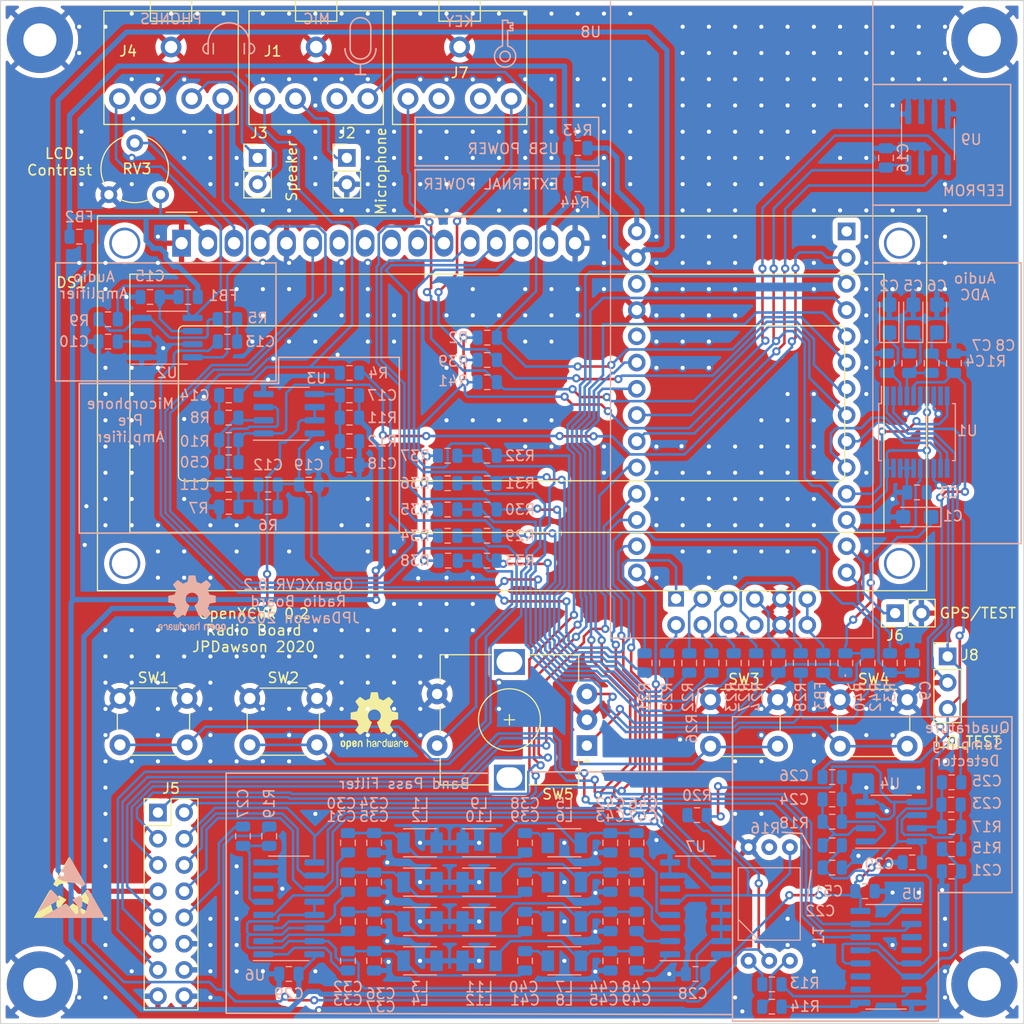
<source format=kicad_pcb>
(kicad_pcb (version 20200104) (host pcbnew "5.99.0-unknown-43514a1~86~ubuntu18.04.1")
  (layers (0 "F.Cu" signal hide) (31 "B.Cu" signal hide) (34 "B.Paste" user) (35 "F.Paste" user hide) (36 "B.SilkS" user) (37 "F.SilkS" user) (38 "B.Mask" user) (39 "F.Mask" user hide) (44 "Edge.Cuts" user))
  (net 0 "")
  (net 1 "GND")
  (net 2 "+5V")
  (net 3 "+2V5")
  (net 4 "RX_I")
  (net 5 "Net-(C11-Pad1)")
  (net 6 "RX_Q")
  (net 7 "Net-(C13-Pad2)")
  (net 8 "Net-(C14-Pad1)")
  (net 9 "+3V3")
  (net 10 "BPF_16_30_A")
  (net 11 "BPF_8_16_A")
  (net 12 "BPF_4_8_A")
  (net 13 "BPF_2_4_A")
  (net 14 "Net-(C43-Pad2)")
  (net 15 "Net-(C44-Pad2)")
  (net 16 "Net-(C45-Pad2)")
  (net 17 "BPF_16_30_B")
  (net 18 "BPF_8_16_B")
  (net 19 "BPF_4_8_B")
  (net 20 "BPF_2_4_B")
  (net 21 "RF_OUT")
  (net 22 "BAND_0")
  (net 23 "BAND_1")
  (net 24 "REV_PWR")
  (net 25 "BAND_2")
  (net 26 "FWD_PWR")
  (net 27 "TX_ENABLE")
  (net 28 "BATTERY")
  (net 29 "PB_1")
  (net 30 "PB_0")
  (net 31 "LCD_E")
  (net 32 "LCD_RS")
  (net 33 "LCD4")
  (net 34 "LCD5")
  (net 35 "LCD6")
  (net 36 "LCD7")
  (net 37 "RF_BPF")
  (net 38 "SPEAKER")
  (net 39 "MIC")
  (net 40 "LO_I")
  (net 41 "LO_Q")
  (net 42 "SCK")
  (net 43 "DOUT")
  (net 44 "BCK")
  (net 45 "LRCK")
  (net 46 "5V_IN")
  (net 47 "Net-(C2-Pad1)")
  (net 48 "Net-(C5-Pad1)")
  (net 49 "Net-(C13-Pad1)")
  (net 50 "Net-(C14-Pad2)")
  (net 51 "Net-(C30-Pad2)")
  (net 52 "RF_IN")
  (net 53 "Net-(C33-Pad2)")
  (net 54 "Net-(C41-Pad2)")
  (net 55 "Net-(C42-Pad2)")
  (net 56 "1PPS_TEST_SIGNAL")
  (net 57 "Net-(U1-Pad9)")
  (net 58 "Net-(R13-Pad2)")
  (net 59 "Net-(R13-Pad1)")
  (net 60 "Net-(C22-Pad2)")
  (net 61 "Net-(C23-Pad2)")
  (net 62 "Net-(C21-Pad2)")
  (net 63 "Net-(C23-Pad1)")
  (net 64 "Net-(C24-Pad2)")
  (net 65 "+5VA")
  (net 66 "+5VD")
  (net 67 "Net-(FB3-Pad1)")
  (net 68 "Net-(C10-Pad2)")
  (net 69 "Net-(C17-Pad2)")
  (net 70 "Net-(C24-Pad1)")
  (net 71 "Net-(C27-Pad2)")
  (net 72 "Net-(C31-Pad2)")
  (net 73 "Net-(C32-Pad2)")
  (net 74 "Net-(C38-Pad2)")
  (net 75 "Net-(C39-Pad2)")
  (net 76 "Net-(C40-Pad2)")
  (net 77 "Net-(DS1-Pad10)")
  (net 78 "Net-(DS1-Pad9)")
  (net 79 "Net-(DS1-Pad8)")
  (net 80 "Net-(DS1-Pad7)")
  (net 81 "Net-(DS1-Pad3)")
  (net 82 "Net-(J1-PadTN)")
  (net 83 "Net-(J1-PadSN)")
  (net 84 "PTT")
  (net 85 "Net-(J3-Pad1)")
  (net 86 "Net-(J7-PadTN)")
  (net 87 "Net-(J7-PadSN)")
  (net 88 "DIT")
  (net 89 "DAH")
  (net 90 "Net-(R5-Pad2)")
  (net 91 "Net-(R14-Pad2)")
  (net 92 "Net-(R14-Pad1)")
  (net 93 "Net-(R21-Pad2)")
  (net 94 "Net-(R22-Pad2)")
  (net 95 "Net-(R23-Pad2)")
  (net 96 "Net-(R24-Pad2)")
  (net 97 "Net-(R25-Pad1)")
  (net 98 "Net-(R26-Pad1)")
  (net 99 "Net-(R27-Pad1)")
  (net 100 "Net-(R28-Pad1)")
  (net 101 "Net-(R29-Pad2)")
  (net 102 "Net-(R30-Pad2)")
  (net 103 "Net-(R31-Pad2)")
  (net 104 "Net-(R32-Pad2)")
  (net 105 "SW_SEND")
  (net 106 "Net-(U5-Pad11)")
  (net 107 "Net-(U5-Pad4)")
  (net 108 "Net-(U6-Pad12)")
  (net 109 "Net-(U6-Pad6)")
  (net 110 "Net-(U7-Pad6)")
  (net 111 "Net-(U8-Pad1)")
  (net 112 "Net-(U8-Pad20)")
  (net 113 "Net-(U8-Pad21)")
  (net 114 "Net-(U8-Pad24)")
  (net 115 "Net-(U8-Pad26)")
  (net 116 "Net-(J3-Pad2)")
  (net 117 "Net-(J4-PadS)")
  (net 118 "Net-(J4-PadT)")
  (net 119 "Net-(U5-Pad10)")
  (net 120 "Net-(U5-Pad3)")
  (net 121 "Net-(R43-Pad1)")
  (net 122 "Net-(C50-Pad1)")
  (module "Symbol:ESD-Logo_6.6x6mm_SilkScreen" (layer "B.Cu") (at 95.758 139.192 180)
    (fp_text reference "REF**" hide)
    (fp_text value "ESD-Logo_6.6x6mm_SilkScreen" hide)
  )
  (module "Symbol:ESD-Logo_6.6x6mm_SilkScreen" (layer "F.Cu") (at 95.377 139.192)
    (fp_text reference "REF**" hide)
    (fp_text value "ESD-Logo_6.6x6mm_SilkScreen" hide)
  )
  (module "Symbol:OSHW-Logo2_7.3x6mm_SilkScreen" (layer "B.Cu") (at 107.442 111.76 180)
    (fp_text reference "REF**" hide)
    (fp_text value "OSHW-Logo2_7.3x6mm_SilkScreen" hide)
  )
  (module "Symbol:OSHW-Logo2_7.3x6mm_SilkScreen" (layer "F.Cu") (at 125.095 123.063)
    (fp_text reference "REF**" hide)
    (fp_text value "OSHW-Logo2_7.3x6mm_SilkScreen" hide)
  )
  (module "Capacitor_SMD:C_0805_2012Metric" (layer "B.Cu") (at 110.998 98.044)
    (fp_text reference "C50" (at -3.302 0) (layer "B.SilkS") (effects (justify mirror)))
    (fp_text value "47p")
    (pad "2" smd roundrect (at 0.9375 0) (size 0.975 1.4) (layers "B.Cu" "B.Paste" "B.Mask") (net 39 "MIC"))
    (pad "1" smd roundrect (at -0.9375 0) (size 0.975 1.4) (layers "B.Cu" "B.Paste" "B.Mask") (net 122 "Net-(C50-Pad1)"))
  )
  (module "Resistor_SMD:R_0805_2012Metric" (layer "B.Cu") (at 144.78 71.12)
    (fp_text reference "R44" (at -0.254 1.778) (layer "B.SilkS") (effects (justify mirror)))
    (fp_text value "0")
    (pad "2" smd roundrect (at 0.9375 0) (size 0.975 1.4) (layers "B.Cu" "B.Paste" "B.Mask") (net 46 "5V_IN"))
    (pad "1" smd roundrect (at -0.9375 0) (size 0.975 1.4) (layers "B.Cu" "B.Paste" "B.Mask") (net 66 "+5VD"))
  )
  (module "Resistor_SMD:R_0805_2012Metric" (layer "B.Cu") (at 144.78 67.6275 180)
    (fp_text reference "R43" (at 0 1.7145) (layer "B.SilkS") (effects (justify mirror)))
    (fp_text value "0")
    (pad "2" smd roundrect (at 0.9375 0 180) (size 0.975 1.4) (layers "B.Cu" "B.Paste" "B.Mask") (net 66 "+5VD"))
    (pad "1" smd roundrect (at -0.9375 0 180) (size 0.975 1.4) (layers "B.Cu" "B.Paste" "B.Mask") (net 121 "Net-(R43-Pad1)"))
  )
  (module "Capacitor_SMD:C_0805_2012Metric" (layer "B.Cu") (at 174.625 68.58 90)
    (fp_text reference "C16" (at 0 1.65 90) (layer "B.SilkS") (effects (justify mirror)))
    (fp_text value "100n")
    (pad "2" smd roundrect (at 0.9375 0 90) (size 0.975 1.4) (layers "B.Cu" "B.Paste" "B.Mask") (net 1 "GND"))
    (pad "1" smd roundrect (at -0.9375 0 90) (size 0.975 1.4) (layers "B.Cu" "B.Paste" "B.Mask") (net 9 "+3V3"))
  )
  (module "Connector_PinHeader_2.54mm:PinHeader_1x03_P2.54mm_Vertical" (layer "F.Cu") (at 180.594 116.84)
    (fp_text reference "J8" (at 2.159 -0.127) (layer "F.SilkS"))
    (fp_text value "IQ TEST")
    (pad "3" thru_hole oval (at 0 5.08) (size 1.7 1.7) (drill 1) (layers *.Cu *.Mask) (net 6 "RX_Q"))
    (pad "2" thru_hole oval (at 0 2.54) (size 1.7 1.7) (drill 1) (layers *.Cu *.Mask) (net 1 "GND"))
    (pad "1" thru_hole rect (at 0 0) (size 1.7 1.7) (drill 1) (layers *.Cu *.Mask) (net 4 "RX_I"))
  )
  (module "Package_SO:SOIC-8_3.9x4.9mm_P1.27mm" (layer "B.Cu") (at 105.029 85.979)
    (fp_text reference "U2" (at 0 3.4) (layer "B.SilkS") (effects (justify mirror)))
    (fp_text value "TPA711D")
    (pad "8" smd roundrect (at 2.475 1.905) (size 1.95 0.6) (layers "B.Cu" "B.Paste" "B.Mask") (net 117 "Net-(J4-PadS)"))
    (pad "7" smd roundrect (at 2.475 0.635) (size 1.95 0.6) (layers "B.Cu" "B.Paste" "B.Mask") (net 1 "GND"))
    (pad "6" smd roundrect (at 2.475 -0.635) (size 1.95 0.6) (layers "B.Cu" "B.Paste" "B.Mask") (net 65 "+5VA"))
    (pad "5" smd roundrect (at 2.475 -1.905) (size 1.95 0.6) (layers "B.Cu" "B.Paste" "B.Mask") (net 118 "Net-(J4-PadT)"))
    (pad "4" smd roundrect (at -2.475 -1.905) (size 1.95 0.6) (layers "B.Cu" "B.Paste" "B.Mask") (net 90 "Net-(R5-Pad2)"))
    (pad "3" smd roundrect (at -2.475 -0.635) (size 1.95 0.6) (layers "B.Cu" "B.Paste" "B.Mask") (net 1 "GND"))
    (pad "2" smd roundrect (at -2.475 0.635) (size 1.95 0.6) (layers "B.Cu" "B.Paste" "B.Mask") (net 68 "Net-(C10-Pad2)"))
    (pad "1" smd roundrect (at -2.475 1.905) (size 1.95 0.6) (layers "B.Cu" "B.Paste" "B.Mask") (net 1 "GND"))
  )
  (module "Resistor_SMD:R_0805_2012Metric" (layer "B.Cu") (at 99.314 84.201)
    (fp_text reference "R9" (at -2.794 0.127) (layer "B.SilkS") (effects (justify mirror)))
    (fp_text value "47k")
    (pad "2" smd roundrect (at 0.9375 0) (size 0.975 1.4) (layers "B.Cu" "B.Paste" "B.Mask") (net 118 "Net-(J4-PadT)"))
    (pad "1" smd roundrect (at -0.9375 0) (size 0.975 1.4) (layers "B.Cu" "B.Paste" "B.Mask") (net 90 "Net-(R5-Pad2)"))
  )
  (module "Capacitor_SMD:C_0805_2012Metric" (layer "B.Cu") (at 103.378 82.042)
    (fp_text reference "C15" (at 0 -2.032) (layer "B.SilkS") (effects (justify mirror)))
    (fp_text value "100n")
    (pad "2" smd roundrect (at 0.9375 0) (size 0.975 1.4) (layers "B.Cu" "B.Paste" "B.Mask") (net 65 "+5VA"))
    (pad "1" smd roundrect (at -0.9375 0) (size 0.975 1.4) (layers "B.Cu" "B.Paste" "B.Mask") (net 1 "GND"))
  )
  (module "Capacitor_SMD:C_0805_2012Metric" (layer "B.Cu") (at 99.314 86.36)
    (fp_text reference "C10" (at -3.302 0) (layer "B.SilkS") (effects (justify mirror)))
    (fp_text value "100n")
    (pad "2" smd roundrect (at 0.9375 0) (size 0.975 1.4) (layers "B.Cu" "B.Paste" "B.Mask") (net 68 "Net-(C10-Pad2)"))
    (pad "1" smd roundrect (at -0.9375 0) (size 0.975 1.4) (layers "B.Cu" "B.Paste" "B.Mask") (net 1 "GND"))
  )
  (module "Display:WC1602A" (layer "F.Cu") (at 106.426 76.835)
    (fp_text reference "DS1" (at -10.668 3.81) (layer "F.SilkS"))
    (fp_text value "WC1602A")
    (pad "" thru_hole circle (at 69.5 0) (size 3 3) (drill 2.5) (layers *.Cu *.Mask))
    (pad "" thru_hole circle (at 69.49948 31.0007) (size 3 3) (drill 2.5) (layers *.Cu *.Mask))
    (pad "" thru_hole circle (at -5.4991 31.0007) (size 3 3) (drill 2.5) (layers *.Cu *.Mask))
    (pad "" thru_hole circle (at -5.4991 0) (size 3 3) (drill 2.5) (layers *.Cu *.Mask))
    (pad "16" thru_hole oval (at 38.1 0) (size 1.8 2.6) (drill 1.2) (layers *.Cu *.Mask) (net 1 "GND"))
    (pad "15" thru_hole oval (at 35.56 0) (size 1.8 2.6) (drill 1.2) (layers *.Cu *.Mask) (net 66 "+5VD"))
    (pad "14" thru_hole oval (at 33.02 0) (size 1.8 2.6) (drill 1.2) (layers *.Cu *.Mask) (net 36 "LCD7"))
    (pad "13" thru_hole oval (at 30.48 0) (size 1.8 2.6) (drill 1.2) (layers *.Cu *.Mask) (net 35 "LCD6"))
    (pad "12" thru_hole oval (at 27.94 0) (size 1.8 2.6) (drill 1.2) (layers *.Cu *.Mask) (net 34 "LCD5"))
    (pad "11" thru_hole oval (at 25.4 0) (size 1.8 2.6) (drill 1.2) (layers *.Cu *.Mask) (net 33 "LCD4"))
    (pad "10" thru_hole oval (at 22.86 0) (size 1.8 2.6) (drill 1.2) (layers *.Cu *.Mask) (net 77 "Net-(DS1-Pad10)"))
    (pad "9" thru_hole oval (at 20.32 0) (size 1.8 2.6) (drill 1.2) (layers *.Cu *.Mask) (net 78 "Net-(DS1-Pad9)"))
    (pad "8" thru_hole oval (at 17.78 0) (size 1.8 2.6) (drill 1.2) (layers *.Cu *.Mask) (net 79 "Net-(DS1-Pad8)"))
    (pad "7" thru_hole oval (at 15.24 0) (size 1.8 2.6) (drill 1.2) (layers *.Cu *.Mask) (net 80 "Net-(DS1-Pad7)"))
    (pad "6" thru_hole oval (at 12.7 0) (size 1.8 2.6) (drill 1.2) (layers *.Cu *.Mask) (net 31 "LCD_E"))
    (pad "5" thru_hole oval (at 10.16 0) (size 1.8 2.6) (drill 1.2) (layers *.Cu *.Mask) (net 1 "GND"))
    (pad "4" thru_hole oval (at 7.62 0) (size 1.8 2.6) (drill 1.2) (layers *.Cu *.Mask) (net 32 "LCD_RS"))
    (pad "3" thru_hole oval (at 5.08 0) (size 1.8 2.6) (drill 1.2) (layers *.Cu *.Mask) (net 81 "Net-(DS1-Pad3)"))
    (pad "2" thru_hole oval (at 2.54 0) (size 1.8 2.6) (drill 1.2) (layers *.Cu *.Mask) (net 66 "+5VD"))
    (pad "1" thru_hole rect (at 0 0) (size 1.8 2.6) (drill 1.2) (layers *.Cu *.Mask) (net 1 "GND"))
  )
  (module "Button_Switch_THT:SW_PUSH_6mm" (layer "F.Cu") (at 157.63 121.031)
    (fp_text reference "SW3" (at 3.25 -2) (layer "F.SilkS"))
    (fp_text value "SW_Push")
    (pad "1" thru_hole circle (at 6.5 0 90) (size 2 2) (drill 1.1) (layers *.Cu *.Mask) (net 1 "GND"))
    (pad "2" thru_hole circle (at 6.5 4.5 90) (size 2 2) (drill 1.1) (layers *.Cu *.Mask) (net 103 "Net-(R31-Pad2)"))
    (pad "1" thru_hole circle (at 0 0 90) (size 2 2) (drill 1.1) (layers *.Cu *.Mask) (net 1 "GND"))
    (pad "2" thru_hole circle (at 0 4.5 90) (size 2 2) (drill 1.1) (layers *.Cu *.Mask) (net 103 "Net-(R31-Pad2)"))
  )
  (module "Capacitor_SMD:C_0805_2012Metric" (layer "B.Cu") (at 172.593 139.573)
    (fp_text reference "C51" (at -3.556 0) (layer "B.SilkS") (effects (justify mirror)))
    (fp_text value "100n")
    (pad "2" smd roundrect (at 0.9375 0) (size 0.975 1.4) (layers "B.Cu" "B.Paste" "B.Mask") (net 1 "GND"))
    (pad "1" smd roundrect (at -0.9375 0) (size 0.975 1.4) (layers "B.Cu" "B.Paste" "B.Mask") (net 2 "+5V"))
  )
  (module "Connector_PinHeader_2.54mm:PinHeader_2x08_P2.54mm_Vertical" (layer "F.Cu") (at 104.14 131.953)
    (fp_text reference "J5" (at 1.27 -2.33) (layer "F.SilkS"))
    (fp_text value "TX BOARD CONNECTOR")
    (pad "16" thru_hole oval (at 2.54 17.78) (size 1.7 1.7) (drill 1) (layers *.Cu *.Mask) (net 1 "GND"))
    (pad "15" thru_hole oval (at 0 17.78) (size 1.7 1.7) (drill 1) (layers *.Cu *.Mask) (net 1 "GND"))
    (pad "14" thru_hole oval (at 2.54 15.24) (size 1.7 1.7) (drill 1) (layers *.Cu *.Mask) (net 1 "GND"))
    (pad "13" thru_hole oval (at 0 15.24) (size 1.7 1.7) (drill 1) (layers *.Cu *.Mask) (net 40 "LO_I"))
    (pad "12" thru_hole oval (at 2.54 12.7) (size 1.7 1.7) (drill 1) (layers *.Cu *.Mask) (net 1 "GND"))
    (pad "11" thru_hole oval (at 0 12.7) (size 1.7 1.7) (drill 1) (layers *.Cu *.Mask) (net 41 "LO_Q"))
    (pad "10" thru_hole oval (at 2.54 10.16) (size 1.7 1.7) (drill 1) (layers *.Cu *.Mask) (net 52 "RF_IN"))
    (pad "9" thru_hole oval (at 0 10.16) (size 1.7 1.7) (drill 1) (layers *.Cu *.Mask) (net 21 "RF_OUT"))
    (pad "8" thru_hole oval (at 2.54 7.62) (size 1.7 1.7) (drill 1) (layers *.Cu *.Mask) (net 22 "BAND_0"))
    (pad "7" thru_hole oval (at 0 7.62) (size 1.7 1.7) (drill 1) (layers *.Cu *.Mask) (net 46 "5V_IN"))
    (pad "6" thru_hole oval (at 2.54 5.08) (size 1.7 1.7) (drill 1) (layers *.Cu *.Mask) (net 23 "BAND_1"))
    (pad "5" thru_hole oval (at 0 5.08) (size 1.7 1.7) (drill 1) (layers *.Cu *.Mask) (net 24 "REV_PWR"))
    (pad "4" thru_hole oval (at 2.54 2.54) (size 1.7 1.7) (drill 1) (layers *.Cu *.Mask) (net 25 "BAND_2"))
    (pad "3" thru_hole oval (at 0 2.54) (size 1.7 1.7) (drill 1) (layers *.Cu *.Mask) (net 26 "FWD_PWR"))
    (pad "2" thru_hole oval (at 2.54 0) (size 1.7 1.7) (drill 1) (layers *.Cu *.Mask) (net 27 "TX_ENABLE"))
    (pad "1" thru_hole rect (at 0 0) (size 1.7 1.7) (drill 1) (layers *.Cu *.Mask) (net 28 "BATTERY"))
  )
  (module "openxcvr:max1000" (layer "B.Cu") (at 160.655 52.832 180)
    (fp_text reference "U8" (at 14.605 -3.556 unlocked) (layer "B.SilkS") (effects (justify mirror)))
    (fp_text value "MAX_1000")
    (pad "40" thru_hole circle (at -6.35 -60.96 180) (size 1.7 1.7) (drill 1) (layers *.Cu *.Mask) (net 67 "Net-(FB3-Pad1)"))
    (pad "39" thru_hole circle (at -3.81 -60.96 180) (size 1.7 1.7) (drill 1) (layers *.Cu *.Mask) (net 1 "GND"))
    (pad "38" thru_hole circle (at -1.27 -60.96 180) (size 1.7 1.7) (drill 1) (layers *.Cu *.Mask) (net 100 "Net-(R28-Pad1)"))
    (pad "37" thru_hole circle (at 1.27 -60.96 180) (size 1.7 1.7) (drill 1) (layers *.Cu *.Mask) (net 99 "Net-(R27-Pad1)"))
    (pad "36" thru_hole circle (at 3.81 -60.96 180) (size 1.7 1.7) (drill 1) (layers *.Cu *.Mask) (net 98 "Net-(R26-Pad1)"))
    (pad "35" thru_hole circle (at 6.35 -60.96 180) (size 1.7 1.7) (drill 1) (layers *.Cu *.Mask) (net 97 "Net-(R25-Pad1)"))
    (pad "34" thru_hole circle (at -6.35 -58.42 180) (size 1.7 1.7) (drill 1) (layers *.Cu *.Mask) (net 67 "Net-(FB3-Pad1)"))
    (pad "33" thru_hole circle (at -3.81 -58.42 180) (size 1.7 1.7) (drill 1) (layers *.Cu *.Mask) (net 1 "GND"))
    (pad "32" thru_hole circle (at -1.27 -58.42 180) (size 1.7 1.7) (drill 1) (layers *.Cu *.Mask) (net 96 "Net-(R24-Pad2)"))
    (pad "31" thru_hole circle (at 1.27 -58.42 180) (size 1.7 1.7) (drill 1) (layers *.Cu *.Mask) (net 95 "Net-(R23-Pad2)"))
    (pad "30" thru_hole circle (at 3.81 -58.42 180) (size 1.7 1.7) (drill 1) (layers *.Cu *.Mask) (net 94 "Net-(R22-Pad2)"))
    (pad "29" thru_hole rect (at 6.35 -58.42 180) (size 1.524 1.524) (drill 1) (layers *.Cu *.Mask) (net 93 "Net-(R21-Pad2)"))
    (pad "14" thru_hole circle (at -10.16 -55.88 180) (size 1.7 1.7) (drill 1) (layers *.Cu *.Mask) (net 38 "SPEAKER"))
    (pad "13" thru_hole circle (at -10.16 -53.34 180) (size 1.7 1.7) (drill 1) (layers *.Cu *.Mask) (net 56 "1PPS_TEST_SIGNAL"))
    (pad "12" thru_hole circle (at -10.16 -50.8 180) (size 1.7 1.7) (drill 1) (layers *.Cu *.Mask) (net 42 "SCK"))
    (pad "11" thru_hole circle (at -10.16 -48.26 180) (size 1.7 1.7) (drill 1) (layers *.Cu *.Mask) (net 45 "LRCK"))
    (pad "10" thru_hole circle (at -10.16 -45.72 180) (size 1.7 1.7) (drill 1) (layers *.Cu *.Mask) (net 44 "BCK"))
    (pad "9" thru_hole circle (at -10.16 -43.18 180) (size 1.7 1.7) (drill 1) (layers *.Cu *.Mask) (net 43 "DOUT"))
    (pad "8" thru_hole circle (at -10.16 -40.64 180) (size 1.7 1.7) (drill 1) (layers *.Cu *.Mask) (net 89 "DAH"))
    (pad "7" thru_hole circle (at -10.16 -38.1 180) (size 1.7 1.7) (drill 1) (layers *.Cu *.Mask) (net 88 "DIT"))
    (pad "6" thru_hole circle (at -10.16 -35.56 180) (size 1.7 1.7) (drill 1) (layers *.Cu *.Mask) (net 84 "PTT"))
    (pad "5" thru_hole circle (at -10.16 -33.02 180) (size 1.7 1.7) (drill 1) (layers *.Cu *.Mask) (net 24 "REV_PWR"))
    (pad "4" thru_hole circle (at -10.16 -30.48 180) (size 1.7 1.7) (drill 1) (layers *.Cu *.Mask) (net 26 "FWD_PWR"))
    (pad "3" thru_hole circle (at -10.16 -27.94 180) (size 1.7 1.7) (drill 1) (layers *.Cu *.Mask) (net 28 "BATTERY"))
    (pad "2" thru_hole circle (at -10.16 -25.4 180) (size 1.7 1.7) (drill 1) (layers *.Cu *.Mask) (net 39 "MIC"))
    (pad "1" thru_hole rect (at -10.16 -22.86 180) (size 1.7 1.7) (drill 1) (layers *.Cu *.Mask) (net 111 "Net-(U8-Pad1)"))
    (pad "15" thru_hole circle (at 10.16 -55.88 180) (size 1.7 1.7) (drill 1) (layers *.Cu *.Mask) (net 22 "BAND_0"))
    (pad "16" thru_hole circle (at 10.16 -53.34 180) (size 1.7 1.7) (drill 1) (layers *.Cu *.Mask) (net 23 "BAND_1"))
    (pad "17" thru_hole circle (at 10.16 -50.8 180) (size 1.7 1.7) (drill 1) (layers *.Cu *.Mask) (net 25 "BAND_2"))
    (pad "18" thru_hole circle (at 10.16 -48.26 180) (size 1.7 1.7) (drill 1) (layers *.Cu *.Mask) (net 27 "TX_ENABLE"))
    (pad "19" thru_hole circle (at 10.16 -45.72 180) (size 1.7 1.7) (drill 1) (layers *.Cu *.Mask) (net 21 "RF_OUT"))
    (pad "20" thru_hole circle (at 10.16 -43.18 180) (size 1.7 1.7) (drill 1) (layers *.Cu *.Mask) (net 112 "Net-(U8-Pad20)"))
    (pad "21" thru_hole circle (at 10.16 -40.64 180) (size 1.7 1.7) (drill 1) (layers *.Cu *.Mask) (net 113 "Net-(U8-Pad21)"))
    (pad "22" thru_hole circle (at 10.16 -38.1 180) (size 1.7 1.7) (drill 1) (layers *.Cu *.Mask) (net 40 "LO_I"))
    (pad "23" thru_hole circle (at 10.16 -35.56 180) (size 1.7 1.7) (drill 1) (layers *.Cu *.Mask) (net 41 "LO_Q"))
    (pad "24" thru_hole circle (at 10.16 -33.02 180) (size 1.7 1.7) (drill 1) (layers *.Cu *.Mask) (net 114 "Net-(U8-Pad24)"))
    (pad "25" thru_hole circle (at 10.16 -30.48 180) (size 1.7 1.7) (drill 1) (layers *.Cu *.Mask) (net 1 "GND"))
    (pad "26" thru_hole circle (at 10.16 -27.94 180) (size 1.7 1.7) (drill 1) (layers *.Cu *.Mask) (net 115 "Net-(U8-Pad26)"))
    (pad "27" thru_hole circle (at 10.16 -25.4 180) (size 1.7 1.7) (drill 1) (layers *.Cu *.Mask) (net 46 "5V_IN"))
    (pad "28" thru_hole circle (at 10.16 -22.86 180) (size 1.7 1.7) (drill 1) (layers *.Cu *.Mask) (net 121 "Net-(R43-Pad1)"))
  )
  (module "Potentiometer_THT:Potentiometer_Piher_PT-6-V_Vertical" (layer "F.Cu") (at 104.394 72.136 90)
    (fp_text reference "RV3" (at 2.5 -2.286 180) (layer "F.SilkS"))
    (fp_text value "10K")
    (pad "1" thru_hole circle (at 0 0 90) (size 1.62 1.62) (drill 0.9) (layers *.Cu *.Mask) (net 66 "+5VD"))
    (pad "2" thru_hole circle (at 5 -2.5 90) (size 1.62 1.62) (drill 0.9) (layers *.Cu *.Mask) (net 81 "Net-(DS1-Pad3)"))
    (pad "3" thru_hole circle (at 0 -5 90) (size 1.62 1.62) (drill 0.9) (layers *.Cu *.Mask) (net 1 "GND"))
  )
  (module "Rotary_Encoder:RotaryEncoder_Alps_EC12E-Switch_Vertical_H20mm" (layer "F.Cu") (at 145.669 125.476 180)
    (fp_text reference "SW5" (at 2.8 -4.7) (layer "F.SilkS"))
    (fp_text value "Rotary_Encoder_Switch")
    (pad "A" thru_hole rect (at 0 0 180) (size 2 2) (drill 1) (layers *.Cu *.Mask) (net 29 "PB_1"))
    (pad "C" thru_hole circle (at 0 2.5 180) (size 2 2) (drill 1) (layers *.Cu *.Mask) (net 1 "GND"))
    (pad "B" thru_hole circle (at 0 5 180) (size 2 2) (drill 1) (layers *.Cu *.Mask) (net 30 "PB_0"))
    (pad "MP" thru_hole rect (at 7.5 -3.1 180) (size 3 2.5) (drill oval 2.5 2) (layers *.Cu *.Mask))
    (pad "MP" thru_hole rect (at 7.5 8.1 180) (size 3 2.5) (drill oval 2.5 2) (layers *.Cu *.Mask))
    (pad "S1" thru_hole circle (at 14.5 0 180) (size 2 2) (drill 1) (layers *.Cu *.Mask) (net 105 "SW_SEND"))
    (pad "S2" thru_hole circle (at 14.5 5 180) (size 2 2) (drill 1) (layers *.Cu *.Mask) (net 1 "GND"))
  )
  (module "Button_Switch_THT:SW_PUSH_6mm" (layer "F.Cu") (at 170.18 121.031)
    (fp_text reference "SW4" (at 3.25 -2) (layer "F.SilkS"))
    (fp_text value "SW_Push")
    (pad "1" thru_hole circle (at 6.5 0 90) (size 2 2) (drill 1.1) (layers *.Cu *.Mask) (net 1 "GND"))
    (pad "2" thru_hole circle (at 6.5 4.5 90) (size 2 2) (drill 1.1) (layers *.Cu *.Mask) (net 104 "Net-(R32-Pad2)"))
    (pad "1" thru_hole circle (at 0 0 90) (size 2 2) (drill 1.1) (layers *.Cu *.Mask) (net 1 "GND"))
    (pad "2" thru_hole circle (at 0 4.5 90) (size 2 2) (drill 1.1) (layers *.Cu *.Mask) (net 104 "Net-(R32-Pad2)"))
  )
  (module "Button_Switch_THT:SW_PUSH_6mm" (layer "F.Cu") (at 113.03 120.904)
    (fp_text reference "SW2" (at 3.25 -2) (layer "F.SilkS"))
    (fp_text value "SW_Push")
    (pad "1" thru_hole circle (at 6.5 0 90) (size 2 2) (drill 1.1) (layers *.Cu *.Mask) (net 1 "GND"))
    (pad "2" thru_hole circle (at 6.5 4.5 90) (size 2 2) (drill 1.1) (layers *.Cu *.Mask) (net 102 "Net-(R30-Pad2)"))
    (pad "1" thru_hole circle (at 0 0 90) (size 2 2) (drill 1.1) (layers *.Cu *.Mask) (net 1 "GND"))
    (pad "2" thru_hole circle (at 0 4.5 90) (size 2 2) (drill 1.1) (layers *.Cu *.Mask) (net 102 "Net-(R30-Pad2)"))
  )
  (module "Button_Switch_THT:SW_PUSH_6mm" (layer "F.Cu") (at 100.457 120.904)
    (fp_text reference "SW1" (at 3.25 -2) (layer "F.SilkS"))
    (fp_text value "SW_Push")
    (pad "1" thru_hole circle (at 6.5 0 90) (size 2 2) (drill 1.1) (layers *.Cu *.Mask) (net 1 "GND"))
    (pad "2" thru_hole circle (at 6.5 4.5 90) (size 2 2) (drill 1.1) (layers *.Cu *.Mask) (net 101 "Net-(R29-Pad2)"))
    (pad "1" thru_hole circle (at 0 0 90) (size 2 2) (drill 1.1) (layers *.Cu *.Mask) (net 1 "GND"))
    (pad "2" thru_hole circle (at 0 4.5 90) (size 2 2) (drill 1.1) (layers *.Cu *.Mask) (net 101 "Net-(R29-Pad2)"))
  )
  (module "Resistor_SMD:R_0805_2012Metric" (layer "B.Cu") (at 172.847 117.475 -90)
    (fp_text reference "R42" (at 3.3043 -0.762 90) (layer "B.SilkS") (effects (justify mirror)))
    (fp_text value "10K")
    (pad "2" smd roundrect (at 0.9375 0 270) (size 0.975 1.4) (layers "B.Cu" "B.Paste" "B.Mask") (net 30 "PB_0"))
    (pad "1" smd roundrect (at -0.9375 0 270) (size 0.975 1.4) (layers "B.Cu" "B.Paste" "B.Mask") (net 9 "+3V3"))
  )
  (module "Resistor_SMD:R_0805_2012Metric" (layer "B.Cu") (at 136.017 90.297)
    (fp_text reference "R41" (at -3.302 -0.127) (layer "B.SilkS") (effects (justify mirror)))
    (fp_text value "2K2")
    (pad "2" smd roundrect (at 0.9375 0) (size 0.975 1.4) (layers "B.Cu" "B.Paste" "B.Mask") (net 89 "DAH"))
    (pad "1" smd roundrect (at -0.9375 0) (size 0.975 1.4) (layers "B.Cu" "B.Paste" "B.Mask") (net 9 "+3V3"))
  )
  (module "Resistor_SMD:R_0805_2012Metric" (layer "B.Cu") (at 170.688 117.475 -90)
    (fp_text reference "R40" (at 3.3043 -1.397 90) (layer "B.SilkS") (effects (justify mirror)))
    (fp_text value "10K")
    (pad "2" smd roundrect (at 0.9375 0 270) (size 0.975 1.4) (layers "B.Cu" "B.Paste" "B.Mask") (net 29 "PB_1"))
    (pad "1" smd roundrect (at -0.9375 0 270) (size 0.975 1.4) (layers "B.Cu" "B.Paste" "B.Mask") (net 9 "+3V3"))
  )
  (module "Resistor_SMD:R_0805_2012Metric" (layer "B.Cu") (at 136.017 88.138)
    (fp_text reference "R39" (at -3.302 0.127) (layer "B.SilkS") (effects (justify mirror)))
    (fp_text value "2K2")
    (pad "2" smd roundrect (at 0.9375 0) (size 0.975 1.4) (layers "B.Cu" "B.Paste" "B.Mask") (net 88 "DIT"))
    (pad "1" smd roundrect (at -0.9375 0) (size 0.975 1.4) (layers "B.Cu" "B.Paste" "B.Mask") (net 9 "+3V3"))
  )
  (module "Resistor_SMD:R_0805_2012Metric" (layer "B.Cu") (at 132.23662 107.569)
    (fp_text reference "R38" (at -3.20462 0) (layer "B.SilkS") (effects (justify mirror)))
    (fp_text value "2K2")
    (pad "2" smd roundrect (at 0.9375 0) (size 0.975 1.4) (layers "B.Cu" "B.Paste" "B.Mask") (net 105 "SW_SEND"))
    (pad "1" smd roundrect (at -0.9375 0) (size 0.975 1.4) (layers "B.Cu" "B.Paste" "B.Mask") (net 9 "+3V3"))
  )
  (module "Resistor_SMD:R_0805_2012Metric" (layer "B.Cu") (at 132.18812 97.409)
    (fp_text reference "R37" (at -3.15612 0) (layer "B.SilkS") (effects (justify mirror)))
    (fp_text value "2K2")
    (pad "2" smd roundrect (at 0.9375 0) (size 0.975 1.4) (layers "B.Cu" "B.Paste" "B.Mask") (net 104 "Net-(R32-Pad2)"))
    (pad "1" smd roundrect (at -0.9375 0) (size 0.975 1.4) (layers "B.Cu" "B.Paste" "B.Mask") (net 9 "+3V3"))
  )
  (module "Resistor_SMD:R_0805_2012Metric" (layer "B.Cu") (at 132.18812 100.076)
    (fp_text reference "R36" (at -3.15612 0) (layer "B.SilkS") (effects (justify mirror)))
    (fp_text value "2K2")
    (pad "2" smd roundrect (at 0.9375 0) (size 0.975 1.4) (layers "B.Cu" "B.Paste" "B.Mask") (net 103 "Net-(R31-Pad2)"))
    (pad "1" smd roundrect (at -0.9375 0) (size 0.975 1.4) (layers "B.Cu" "B.Paste" "B.Mask") (net 9 "+3V3"))
  )
  (module "Resistor_SMD:R_0805_2012Metric" (layer "B.Cu") (at 132.18812 102.616)
    (fp_text reference "R35" (at -3.15612 0) (layer "B.SilkS") (effects (justify mirror)))
    (fp_text value "2K2")
    (pad "2" smd roundrect (at 0.9375 0) (size 0.975 1.4) (layers "B.Cu" "B.Paste" "B.Mask") (net 102 "Net-(R30-Pad2)"))
    (pad "1" smd roundrect (at -0.9375 0) (size 0.975 1.4) (layers "B.Cu" "B.Paste" "B.Mask") (net 9 "+3V3"))
  )
  (module "Resistor_SMD:R_0805_2012Metric" (layer "B.Cu") (at 132.18812 105.156)
    (fp_text reference "R34" (at -3.15612 0) (layer "B.SilkS") (effects (justify mirror)))
    (fp_text value "2K2")
    (pad "2" smd roundrect (at 0.9375 0) (size 0.975 1.4) (layers "B.Cu" "B.Paste" "B.Mask") (net 101 "Net-(R29-Pad2)"))
    (pad "1" smd roundrect (at -0.9375 0) (size 0.975 1.4) (layers "B.Cu" "B.Paste" "B.Mask") (net 9 "+3V3"))
  )
  (module "Resistor_SMD:R_0805_2012Metric" (layer "B.Cu") (at 135.99812 107.569 180)
    (fp_text reference "R33" (at -3.19388 0) (layer "B.SilkS") (effects (justify mirror)))
    (fp_text value "10K")
    (pad "2" smd roundrect (at 0.9375 0 180) (size 0.975 1.4) (layers "B.Cu" "B.Paste" "B.Mask") (net 105 "SW_SEND"))
    (pad "1" smd roundrect (at -0.9375 0 180) (size 0.975 1.4) (layers "B.Cu" "B.Paste" "B.Mask") (net 32 "LCD_RS"))
  )
  (module "Resistor_SMD:R_0805_2012Metric" (layer "B.Cu") (at 135.99812 97.409 180)
    (fp_text reference "R32" (at -3.19388 0) (layer "B.SilkS") (effects (justify mirror)))
    (fp_text value "10K")
    (pad "2" smd roundrect (at 0.9375 0 180) (size 0.975 1.4) (layers "B.Cu" "B.Paste" "B.Mask") (net 104 "Net-(R32-Pad2)"))
    (pad "1" smd roundrect (at -0.9375 0 180) (size 0.975 1.4) (layers "B.Cu" "B.Paste" "B.Mask") (net 36 "LCD7"))
  )
  (module "Resistor_SMD:R_0805_2012Metric" (layer "B.Cu") (at 135.99812 100.076 180)
    (fp_text reference "R31" (at -3.19388 0) (layer "B.SilkS") (effects (justify mirror)))
    (fp_text value "10K")
    (pad "2" smd roundrect (at 0.9375 0 180) (size 0.975 1.4) (layers "B.Cu" "B.Paste" "B.Mask") (net 103 "Net-(R31-Pad2)"))
    (pad "1" smd roundrect (at -0.9375 0 180) (size 0.975 1.4) (layers "B.Cu" "B.Paste" "B.Mask") (net 35 "LCD6"))
  )
  (module "Resistor_SMD:R_0805_2012Metric" (layer "B.Cu") (at 135.99812 102.616 180)
    (fp_text reference "R30" (at -3.19388 0) (layer "B.SilkS") (effects (justify mirror)))
    (fp_text value "10K")
    (pad "2" smd roundrect (at 0.9375 0 180) (size 0.975 1.4) (layers "B.Cu" "B.Paste" "B.Mask") (net 102 "Net-(R30-Pad2)"))
    (pad "1" smd roundrect (at -0.9375 0 180) (size 0.975 1.4) (layers "B.Cu" "B.Paste" "B.Mask") (net 34 "LCD5"))
  )
  (module "Resistor_SMD:R_0805_2012Metric" (layer "B.Cu") (at 135.99812 105.156 180)
    (fp_text reference "R29" (at -3.19388 0) (layer "B.SilkS") (effects (justify mirror)))
    (fp_text value "10K")
    (pad "2" smd roundrect (at 0.9375 0 180) (size 0.975 1.4) (layers "B.Cu" "B.Paste" "B.Mask") (net 101 "Net-(R29-Pad2)"))
    (pad "1" smd roundrect (at -0.9375 0 180) (size 0.975 1.4) (layers "B.Cu" "B.Paste" "B.Mask") (net 33 "LCD4"))
  )
  (module "Resistor_SMD:R_0805_2012Metric" (layer "B.Cu") (at 166.37 117.475 -90)
    (fp_text reference "R28" (at 3.302 0 90) (layer "B.SilkS") (effects (justify mirror)))
    (fp_text value "100")
    (pad "2" smd roundrect (at 0.9375 0 270) (size 0.975 1.4) (layers "B.Cu" "B.Paste" "B.Mask") (net 30 "PB_0"))
    (pad "1" smd roundrect (at -0.9375 0 270) (size 0.975 1.4) (layers "B.Cu" "B.Paste" "B.Mask") (net 100 "Net-(R28-Pad1)"))
  )
  (module "Resistor_SMD:R_0805_2012Metric" (layer "B.Cu") (at 162.052 117.475 -90)
    (fp_text reference "R27" (at 3.302 1.143 90) (layer "B.SilkS") (effects (justify mirror)))
    (fp_text value "100")
    (pad "2" smd roundrect (at 0.9375 0 270) (size 0.975 1.4) (layers "B.Cu" "B.Paste" "B.Mask") (net 31 "LCD_E"))
    (pad "1" smd roundrect (at -0.9375 0 270) (size 0.975 1.4) (layers "B.Cu" "B.Paste" "B.Mask") (net 99 "Net-(R27-Pad1)"))
  )
  (module "Resistor_SMD:R_0805_2012Metric" (layer "B.Cu") (at 157.734 117.475 -90)
    (fp_text reference "R26" (at 6.35 1.905 90) (layer "B.SilkS") (effects (justify mirror)))
    (fp_text value "100")
    (pad "2" smd roundrect (at 0.9375 0 270) (size 0.975 1.4) (layers "B.Cu" "B.Paste" "B.Mask") (net 33 "LCD4"))
    (pad "1" smd roundrect (at -0.9375 0 270) (size 0.975 1.4) (layers "B.Cu" "B.Paste" "B.Mask") (net 98 "Net-(R26-Pad1)"))
  )
  (module "Resistor_SMD:R_0805_2012Metric" (layer "B.Cu") (at 153.416 117.475 -90)
    (fp_text reference "R25" (at 3.302 0 90) (layer "B.SilkS") (effects (justify mirror)))
    (fp_text value "100")
    (pad "2" smd roundrect (at 0.9375 0 270) (size 0.975 1.4) (layers "B.Cu" "B.Paste" "B.Mask") (net 35 "LCD6"))
    (pad "1" smd roundrect (at -0.9375 0 270) (size 0.975 1.4) (layers "B.Cu" "B.Paste" "B.Mask") (net 97 "Net-(R25-Pad1)"))
  )
  (module "Resistor_SMD:R_0805_2012Metric" (layer "B.Cu") (at 164.211 117.475 90)
    (fp_text reference "R24" (at -3.302 -2.032 90) (layer "B.SilkS") (effects (justify mirror)))
    (fp_text value "100")
    (pad "2" smd roundrect (at 0.9375 0 90) (size 0.975 1.4) (layers "B.Cu" "B.Paste" "B.Mask") (net 96 "Net-(R24-Pad2)"))
    (pad "1" smd roundrect (at -0.9375 0 90) (size 0.975 1.4) (layers "B.Cu" "B.Paste" "B.Mask") (net 29 "PB_1"))
  )
  (module "Resistor_SMD:R_0805_2012Metric" (layer "B.Cu") (at 159.893 117.475 90)
    (fp_text reference "R23" (at -3.302 -0.254 90) (layer "B.SilkS") (effects (justify mirror)))
    (fp_text value "100")
    (pad "2" smd roundrect (at 0.9375 0 90) (size 0.975 1.4) (layers "B.Cu" "B.Paste" "B.Mask") (net 95 "Net-(R23-Pad2)"))
    (pad "1" smd roundrect (at -0.9375 0 90) (size 0.975 1.4) (layers "B.Cu" "B.Paste" "B.Mask") (net 32 "LCD_RS"))
  )
  (module "Resistor_SMD:R_0805_2012Metric" (layer "B.Cu") (at 155.575 117.475 90)
    (fp_text reference "R22" (at -3.302 -0.127 90) (layer "B.SilkS") (effects (justify mirror)))
    (fp_text value "100")
    (pad "2" smd roundrect (at 0.9375 0 90) (size 0.975 1.4) (layers "B.Cu" "B.Paste" "B.Mask") (net 94 "Net-(R22-Pad2)"))
    (pad "1" smd roundrect (at -0.9375 0 90) (size 0.975 1.4) (layers "B.Cu" "B.Paste" "B.Mask") (net 34 "LCD5"))
  )
  (module "Resistor_SMD:R_0805_2012Metric" (layer "B.Cu") (at 151.257 117.475 90)
    (fp_text reference "R21" (at -3.302 0 90) (layer "B.SilkS") (effects (justify mirror)))
    (fp_text value "100")
    (pad "2" smd roundrect (at 0.9375 0 90) (size 0.975 1.4) (layers "B.Cu" "B.Paste" "B.Mask") (net 93 "Net-(R21-Pad2)"))
    (pad "1" smd roundrect (at -0.9375 0 90) (size 0.975 1.4) (layers "B.Cu" "B.Paste" "B.Mask") (net 36 "LCD7"))
  )
  (module "Resistor_SMD:R_0805_2012Metric" (layer "B.Cu") (at 136.017 85.979)
    (fp_text reference "R2" (at -2.794 0) (layer "B.SilkS") (effects (justify mirror)))
    (fp_text value "1K")
    (pad "2" smd roundrect (at 0.9375 0) (size 0.975 1.4) (layers "B.Cu" "B.Paste" "B.Mask") (net 84 "PTT"))
    (pad "1" smd roundrect (at -0.9375 0) (size 0.975 1.4) (layers "B.Cu" "B.Paste" "B.Mask") (net 9 "+3V3"))
  )
  (module "openxcvr:jack3.5mm switched" (layer "F.Cu") (at 133.35 53.34)
    (fp_text reference "J7" (at 0 7 unlocked) (layer "F.SilkS"))
    (fp_text value "PTT")
    (pad "TN" thru_hole circle (at -2 9.5 270) (size 2 2) (drill 1.2) (layers *.Cu *.Mask) (net 86 "Net-(J7-PadTN)"))
    (pad "SN" thru_hole circle (at 2 9.5 270) (size 2 2) (drill 1.2) (layers *.Cu *.Mask) (net 87 "Net-(J7-PadSN)"))
    (pad "S" thru_hole circle (at 5 9.5 270) (size 2 2) (drill 1.2) (layers *.Cu *.Mask) (net 88 "DIT"))
    (pad "T" thru_hole circle (at -5 9.5 270) (size 2 2) (drill 1.2) (layers *.Cu *.Mask) (net 89 "DAH"))
    (pad "G" thru_hole circle (at 0 4.5 270) (size 2 2) (drill 1.2) (layers *.Cu *.Mask) (net 1 "GND"))
  )
  (module "openxcvr:jack3.5mm switched" (layer "F.Cu") (at 105.41 53.34)
    (fp_text reference "J4" (at -4.16 4.91 unlocked) (layer "F.SilkS"))
    (fp_text value "Headphone")
    (pad "TN" thru_hole circle (at -2 9.5 270) (size 2 2) (drill 1.2) (layers *.Cu *.Mask) (net 116 "Net-(J3-Pad2)"))
    (pad "SN" thru_hole circle (at 2 9.5 270) (size 2 2) (drill 1.2) (layers *.Cu *.Mask) (net 85 "Net-(J3-Pad1)"))
    (pad "S" thru_hole circle (at 5 9.5 270) (size 2 2) (drill 1.2) (layers *.Cu *.Mask) (net 117 "Net-(J4-PadS)"))
    (pad "T" thru_hole circle (at -5 9.5 270) (size 2 2) (drill 1.2) (layers *.Cu *.Mask) (net 118 "Net-(J4-PadT)"))
    (pad "G" thru_hole circle (at 0 4.5 270) (size 2 2) (drill 1.2) (layers *.Cu *.Mask) (net 1 "GND"))
  )
  (module "Connector_PinHeader_2.54mm:PinHeader_1x02_P2.54mm_Vertical" (layer "F.Cu") (at 113.792 68.58)
    (fp_text reference "J3" (at 0.127 -2.413) (layer "F.SilkS"))
    (fp_text value "Speaker")
    (pad "2" thru_hole oval (at 0 2.54) (size 1.7 1.7) (drill 1) (layers *.Cu *.Mask) (net 116 "Net-(J3-Pad2)"))
    (pad "1" thru_hole rect (at 0 0) (size 1.7 1.7) (drill 1) (layers *.Cu *.Mask) (net 85 "Net-(J3-Pad1)"))
  )
  (module "Connector_PinHeader_2.54mm:PinHeader_1x02_P2.54mm_Vertical" (layer "F.Cu") (at 122.428 68.58)
    (fp_text reference "J2" (at 0 -2.413) (layer "F.SilkS"))
    (fp_text value "Mic")
    (pad "2" thru_hole oval (at 0 2.54) (size 1.7 1.7) (drill 1) (layers *.Cu *.Mask) (net 1 "GND"))
    (pad "1" thru_hole rect (at 0 0) (size 1.7 1.7) (drill 1) (layers *.Cu *.Mask) (net 82 "Net-(J1-PadTN)"))
  )
  (module "openxcvr:jack3.5mm switched" (layer "F.Cu") (at 119.46 53.34)
    (fp_text reference "J1" (at -4.21 4.91 unlocked) (layer "F.SilkS"))
    (fp_text value "Microphone")
    (pad "TN" thru_hole circle (at -2 9.5 270) (size 2 2) (drill 1.2) (layers *.Cu *.Mask) (net 82 "Net-(J1-PadTN)"))
    (pad "SN" thru_hole circle (at 2 9.5 270) (size 2 2) (drill 1.2) (layers *.Cu *.Mask) (net 83 "Net-(J1-PadSN)"))
    (pad "S" thru_hole circle (at 5 9.5 270) (size 2 2) (drill 1.2) (layers *.Cu *.Mask) (net 84 "PTT"))
    (pad "T" thru_hole circle (at -5 9.5 270) (size 2 2) (drill 1.2) (layers *.Cu *.Mask) (net 8 "Net-(C14-Pad1)"))
    (pad "G" thru_hole circle (at 0 4.5 270) (size 2 2) (drill 1.2) (layers *.Cu *.Mask) (net 1 "GND"))
  )
  (module "Inductor_SMD:L_0805_2012Metric" (layer "B.Cu") (at 168.529 117.475 -90)
    (fp_text reference "FB3" (at 3.175 0.254 90) (layer "B.SilkS") (effects (justify mirror)))
    (fp_text value "Ferrite_Bead")
    (pad "2" smd roundrect (at 0.9375 0 270) (size 0.975 1.4) (layers "B.Cu" "B.Paste" "B.Mask") (net 9 "+3V3"))
    (pad "1" smd roundrect (at -0.9375 0 270) (size 0.975 1.4) (layers "B.Cu" "B.Paste" "B.Mask") (net 67 "Net-(FB3-Pad1)"))
  )
  (module "Inductor_SMD:L_0805_2012Metric" (layer "B.Cu") (at 96.52 76.2)
    (fp_text reference "FB2" (at 0 -1.905) (layer "B.SilkS") (effects (justify mirror)))
    (fp_text value "Ferrite_Bead")
    (pad "2" smd roundrect (at 0.9375 0) (size 0.975 1.4) (layers "B.Cu" "B.Paste" "B.Mask") (net 2 "+5V"))
    (pad "1" smd roundrect (at -0.9375 0) (size 0.975 1.4) (layers "B.Cu" "B.Paste" "B.Mask") (net 66 "+5VD"))
  )
  (module "Inductor_SMD:L_0805_2012Metric" (layer "B.Cu") (at 107.061 82.042 180)
    (fp_text reference "FB1" (at -3.3805 0.127) (layer "B.SilkS") (effects (justify mirror)))
    (fp_text value "Ferrite_Bead")
    (pad "2" smd roundrect (at 0.9375 0 180) (size 0.975 1.4) (layers "B.Cu" "B.Paste" "B.Mask") (net 65 "+5VA"))
    (pad "1" smd roundrect (at -0.9375 0 180) (size 0.975 1.4) (layers "B.Cu" "B.Paste" "B.Mask") (net 66 "+5VD"))
  )
  (module "Capacitor_SMD:C_0805_2012Metric" (layer "B.Cu") (at 110.871 86.36)
    (fp_text reference "C13" (at 3.175 0) (layer "B.SilkS") (effects (justify mirror)))
    (fp_text value "100n")
    (pad "2" smd roundrect (at 0.9375 0) (size 0.975 1.4) (layers "B.Cu" "B.Paste" "B.Mask") (net 7 "Net-(C13-Pad2)"))
    (pad "1" smd roundrect (at -0.9375 0) (size 0.975 1.4) (layers "B.Cu" "B.Paste" "B.Mask") (net 49 "Net-(C13-Pad1)"))
  )
  (module "openxcvr:bn43-2402-transformer" (layer "B.Cu") (at 163.322 144.304)
    (fp_text reference "T1" (at 4.699 -0.54 -90 unlocked) (layer "B.SilkS") (effects (justify mirror)))
    (fp_text value "BN43-2402")
    (pad "6" thru_hole circle (at 2 -9) (size 1.524 1.524) (drill 0.762) (layers *.Cu *.Mask) (net 37 "RF_BPF"))
    (pad "5" thru_hole circle (at 0 -9) (size 1.524 1.524) (drill 0.762) (layers *.Cu *.Mask))
    (pad "4" thru_hole circle (at -2 -9) (size 1.524 1.524) (drill 0.762) (layers *.Cu *.Mask) (net 1 "GND"))
    (pad "3" thru_hole circle (at 2 2) (size 1.524 1.524) (drill 0.762) (layers *.Cu *.Mask) (net 92 "Net-(R14-Pad1)"))
    (pad "2" thru_hole circle (at 0 2) (size 1.524 1.524) (drill 0.762) (layers *.Cu *.Mask) (net 3 "+2V5"))
    (pad "1" thru_hole circle (at -2 2) (size 1.524 1.524) (drill 0.762) (layers *.Cu *.Mask) (net 59 "Net-(R13-Pad1)"))
  )
  (module "Package_SO:SOIC-16_3.9x9.9mm_P1.27mm" (layer "B.Cu") (at 156.187254 141.23188)
    (fp_text reference "U7" (at 0.022746 -5.97688) (layer "B.SilkS") (effects (justify mirror)))
    (fp_text value "74CBT3251")
    (pad "16" smd roundrect (at 2.475 4.445) (size 1.95 0.6) (layers "B.Cu" "B.Paste" "B.Mask") (net 2 "+5V"))
    (pad "15" smd roundrect (at 2.475 3.175) (size 1.95 0.6) (layers "B.Cu" "B.Paste" "B.Mask") (net 108 "Net-(U6-Pad12)"))
    (pad "14" smd roundrect (at 2.475 1.905) (size 1.95 0.6) (layers "B.Cu" "B.Paste" "B.Mask") (net 108 "Net-(U6-Pad12)"))
    (pad "13" smd roundrect (at 2.475 0.635) (size 1.95 0.6) (layers "B.Cu" "B.Paste" "B.Mask") (net 108 "Net-(U6-Pad12)"))
    (pad "12" smd roundrect (at 2.475 -0.635) (size 1.95 0.6) (layers "B.Cu" "B.Paste" "B.Mask") (net 108 "Net-(U6-Pad12)"))
    (pad "11" smd roundrect (at 2.475 -1.905) (size 1.95 0.6) (layers "B.Cu" "B.Paste" "B.Mask") (net 22 "BAND_0"))
    (pad "10" smd roundrect (at 2.475 -3.175) (size 1.95 0.6) (layers "B.Cu" "B.Paste" "B.Mask") (net 23 "BAND_1"))
    (pad "9" smd roundrect (at 2.475 -4.445) (size 1.95 0.6) (layers "B.Cu" "B.Paste" "B.Mask") (net 25 "BAND_2"))
    (pad "8" smd roundrect (at -2.475 -4.445) (size 1.95 0.6) (layers "B.Cu" "B.Paste" "B.Mask") (net 1 "GND"))
    (pad "7" smd roundrect (at -2.475 -3.175) (size 1.95 0.6) (layers "B.Cu" "B.Paste" "B.Mask") (net 1 "GND"))
    (pad "6" smd roundrect (at -2.475 -1.905) (size 1.95 0.6) (layers "B.Cu" "B.Paste" "B.Mask") (net 110 "Net-(U7-Pad6)"))
    (pad "5" smd roundrect (at -2.475 -0.635) (size 1.95 0.6) (layers "B.Cu" "B.Paste" "B.Mask") (net 37 "RF_BPF"))
    (pad "4" smd roundrect (at -2.475 0.635) (size 1.95 0.6) (layers "B.Cu" "B.Paste" "B.Mask") (net 17 "BPF_16_30_B"))
    (pad "3" smd roundrect (at -2.475 1.905) (size 1.95 0.6) (layers "B.Cu" "B.Paste" "B.Mask") (net 18 "BPF_8_16_B"))
    (pad "2" smd roundrect (at -2.475 3.175) (size 1.95 0.6) (layers "B.Cu" "B.Paste" "B.Mask") (net 19 "BPF_4_8_B"))
    (pad "1" smd roundrect (at -2.475 4.445) (size 1.95 0.6) (layers "B.Cu" "B.Paste" "B.Mask") (net 20 "BPF_2_4_B"))
  )
  (module "Resistor_SMD:R_0805_2012Metric" (layer "B.Cu") (at 179.042135 88.453035 -90)
    (fp_text reference "R1" (at -0.188035 -6.250865 180) (layer "B.SilkS") (effects (justify mirror)))
    (fp_text value "1K")
    (pad "2" smd roundrect (at 0.9375 0 270) (size 0.975 1.4) (layers "B.Cu" "B.Paste" "B.Mask") (net 48 "Net-(C5-Pad1)"))
    (pad "1" smd roundrect (at -0.9375 0 270) (size 0.975 1.4) (layers "B.Cu" "B.Paste" "B.Mask") (net 2 "+5V"))
  )
  (module "Capacitor_SMD:C_0805_2012Metric" (layer "B.Cu") (at 169.418 130.683)
    (fp_text reference "C24" (at -3.683 0) (layer "B.SilkS") (effects (justify mirror)))
    (fp_text value "1n")
    (pad "2" smd roundrect (at 0.9375 0) (size 0.975 1.4) (layers "B.Cu" "B.Paste" "B.Mask") (net 64 "Net-(C24-Pad2)"))
    (pad "1" smd roundrect (at -0.9375 0) (size 0.975 1.4) (layers "B.Cu" "B.Paste" "B.Mask") (net 70 "Net-(C24-Pad1)"))
  )
  (module "Capacitor_SMD:C_0805_2012Metric" (layer "B.Cu") (at 180.9265 131.191 180)
    (fp_text reference "C23" (at -3.4775 0.127) (layer "B.SilkS") (effects (justify mirror)))
    (fp_text value "1n")
    (pad "2" smd roundrect (at 0.9375 0 180) (size 0.975 1.4) (layers "B.Cu" "B.Paste" "B.Mask") (net 61 "Net-(C23-Pad2)"))
    (pad "1" smd roundrect (at -0.9375 0 180) (size 0.975 1.4) (layers "B.Cu" "B.Paste" "B.Mask") (net 63 "Net-(C23-Pad1)"))
  )
  (module "Capacitor_SMD:C_0805_2012Metric" (layer "B.Cu") (at 169.418 137.287 180)
    (fp_text reference "C22" (at 1.143 -4.191) (layer "B.SilkS") (effects (justify mirror)))
    (fp_text value "22n")
    (pad "2" smd roundrect (at 0.9375 0 180) (size 0.975 1.4) (layers "B.Cu" "B.Paste" "B.Mask") (net 60 "Net-(C22-Pad2)"))
    (pad "1" smd roundrect (at -0.9375 0 180) (size 0.975 1.4) (layers "B.Cu" "B.Paste" "B.Mask") (net 1 "GND"))
  )
  (module "Capacitor_SMD:C_0805_2012Metric" (layer "B.Cu") (at 180.975 137.668)
    (fp_text reference "C21" (at 3.429 -0.127) (layer "B.SilkS") (effects (justify mirror)))
    (fp_text value "22n")
    (pad "2" smd roundrect (at 0.9375 0) (size 0.975 1.4) (layers "B.Cu" "B.Paste" "B.Mask") (net 62 "Net-(C21-Pad2)"))
    (pad "1" smd roundrect (at -0.9375 0) (size 0.975 1.4) (layers "B.Cu" "B.Paste" "B.Mask") (net 1 "GND"))
  )
  (module "Resistor_SMD:R_0805_2012Metric" (layer "B.Cu") (at 169.418 135.128)
    (fp_text reference "R16" (at -6.477 -1.651) (layer "B.SilkS") (effects (justify mirror)))
    (fp_text value "100")
    (pad "2" smd roundrect (at 0.9375 0) (size 0.975 1.4) (layers "B.Cu" "B.Paste" "B.Mask") (net 60 "Net-(C22-Pad2)"))
    (pad "1" smd roundrect (at -0.9375 0) (size 0.975 1.4) (layers "B.Cu" "B.Paste" "B.Mask") (net 70 "Net-(C24-Pad1)"))
  )
  (module "Resistor_SMD:R_0805_2012Metric" (layer "B.Cu") (at 180.975 135.509 180)
    (fp_text reference "R15" (at -3.429 0.127) (layer "B.SilkS") (effects (justify mirror)))
    (fp_text value "100")
    (pad "2" smd roundrect (at 0.9375 0 180) (size 0.975 1.4) (layers "B.Cu" "B.Paste" "B.Mask") (net 62 "Net-(C21-Pad2)"))
    (pad "1" smd roundrect (at -0.9375 0 180) (size 0.975 1.4) (layers "B.Cu" "B.Paste" "B.Mask") (net 63 "Net-(C23-Pad1)"))
  )
  (module "Resistor_SMD:R_0805_2012Metric" (layer "B.Cu") (at 163.576 150.749)
    (fp_text reference "R14" (at 3.2131 -0.0254) (layer "B.SilkS") (effects (justify mirror)))
    (fp_text value "82")
    (pad "2" smd roundrect (at 0.9375 0) (size 0.975 1.4) (layers "B.Cu" "B.Paste" "B.Mask") (net 91 "Net-(R14-Pad2)"))
    (pad "1" smd roundrect (at -0.9375 0) (size 0.975 1.4) (layers "B.Cu" "B.Paste" "B.Mask") (net 92 "Net-(R14-Pad1)"))
  )
  (module "Package_SO:SOIC-16_3.9x9.9mm_P1.27mm" (layer "B.Cu") (at 116.817254 141.23188)
    (fp_text reference "U6" (at -3.279254 6.46912) (layer "B.SilkS") (effects (justify mirror)))
    (fp_text value "74CBT3251")
    (pad "16" smd roundrect (at 2.475 4.445) (size 1.95 0.6) (layers "B.Cu" "B.Paste" "B.Mask") (net 2 "+5V"))
    (pad "15" smd roundrect (at 2.475 3.175) (size 1.95 0.6) (layers "B.Cu" "B.Paste" "B.Mask") (net 108 "Net-(U6-Pad12)"))
    (pad "14" smd roundrect (at 2.475 1.905) (size 1.95 0.6) (layers "B.Cu" "B.Paste" "B.Mask") (net 108 "Net-(U6-Pad12)"))
    (pad "13" smd roundrect (at 2.475 0.635) (size 1.95 0.6) (layers "B.Cu" "B.Paste" "B.Mask") (net 108 "Net-(U6-Pad12)"))
    (pad "12" smd roundrect (at 2.475 -0.635) (size 1.95 0.6) (layers "B.Cu" "B.Paste" "B.Mask") (net 108 "Net-(U6-Pad12)"))
    (pad "11" smd roundrect (at 2.475 -1.905) (size 1.95 0.6) (layers "B.Cu" "B.Paste" "B.Mask") (net 22 "BAND_0"))
    (pad "10" smd roundrect (at 2.475 -3.175) (size 1.95 0.6) (layers "B.Cu" "B.Paste" "B.Mask") (net 23 "BAND_1"))
    (pad "9" smd roundrect (at 2.475 -4.445) (size 1.95 0.6) (layers "B.Cu" "B.Paste" "B.Mask") (net 25 "BAND_2"))
    (pad "8" smd roundrect (at -2.475 -4.445) (size 1.95 0.6) (layers "B.Cu" "B.Paste" "B.Mask") (net 1 "GND"))
    (pad "7" smd roundrect (at -2.475 -3.175) (size 1.95 0.6) (layers "B.Cu" "B.Paste" "B.Mask") (net 1 "GND"))
    (pad "6" smd roundrect (at -2.475 -1.905) (size 1.95 0.6) (layers "B.Cu" "B.Paste" "B.Mask") (net 109 "Net-(U6-Pad6)"))
    (pad "5" smd roundrect (at -2.475 -0.635) (size 1.95 0.6) (layers "B.Cu" "B.Paste" "B.Mask") (net 71 "Net-(C27-Pad2)"))
    (pad "4" smd roundrect (at -2.475 0.635) (size 1.95 0.6) (layers "B.Cu" "B.Paste" "B.Mask") (net 10 "BPF_16_30_A"))
    (pad "3" smd roundrect (at -2.475 1.905) (size 1.95 0.6) (layers "B.Cu" "B.Paste" "B.Mask") (net 11 "BPF_8_16_A"))
    (pad "2" smd roundrect (at -2.475 3.175) (size 1.95 0.6) (layers "B.Cu" "B.Paste" "B.Mask") (net 12 "BPF_4_8_A"))
    (pad "1" smd roundrect (at -2.475 4.445) (size 1.95 0.6) (layers "B.Cu" "B.Paste" "B.Mask") (net 13 "BPF_2_4_A"))
  )
  (module "Package_SO:SOIC-16_3.9x9.9mm_P1.27mm" (layer "B.Cu") (at 174.625 145.923 180)
    (fp_text reference "U5" (at -2.54 6.096) (layer "B.SilkS") (effects (justify mirror)))
    (fp_text value "FST3253")
    (pad "16" smd roundrect (at 2.475 4.445 180) (size 1.95 0.6) (layers "B.Cu" "B.Paste" "B.Mask") (net 2 "+5V"))
    (pad "15" smd roundrect (at 2.475 3.175 180) (size 1.95 0.6) (layers "B.Cu" "B.Paste" "B.Mask") (net 27 "TX_ENABLE"))
    (pad "14" smd roundrect (at 2.475 1.905 180) (size 1.95 0.6) (layers "B.Cu" "B.Paste" "B.Mask") (net 40 "LO_I"))
    (pad "13" smd roundrect (at 2.475 0.635 180) (size 1.95 0.6) (layers "B.Cu" "B.Paste" "B.Mask") (net 62 "Net-(C21-Pad2)"))
    (pad "12" smd roundrect (at 2.475 -0.635 180) (size 1.95 0.6) (layers "B.Cu" "B.Paste" "B.Mask") (net 60 "Net-(C22-Pad2)"))
    (pad "11" smd roundrect (at 2.475 -1.905 180) (size 1.95 0.6) (layers "B.Cu" "B.Paste" "B.Mask") (net 106 "Net-(U5-Pad11)"))
    (pad "10" smd roundrect (at 2.475 -3.175 180) (size 1.95 0.6) (layers "B.Cu" "B.Paste" "B.Mask") (net 119 "Net-(U5-Pad10)"))
    (pad "9" smd roundrect (at 2.475 -4.445 180) (size 1.95 0.6) (layers "B.Cu" "B.Paste" "B.Mask") (net 91 "Net-(R14-Pad2)"))
    (pad "8" smd roundrect (at -2.475 -4.445 180) (size 1.95 0.6) (layers "B.Cu" "B.Paste" "B.Mask") (net 1 "GND"))
    (pad "7" smd roundrect (at -2.475 -3.175 180) (size 1.95 0.6) (layers "B.Cu" "B.Paste" "B.Mask") (net 58 "Net-(R13-Pad2)"))
    (pad "6" smd roundrect (at -2.475 -1.905 180) (size 1.95 0.6) (layers "B.Cu" "B.Paste" "B.Mask") (net 62 "Net-(C21-Pad2)"))
    (pad "5" smd roundrect (at -2.475 -0.635 180) (size 1.95 0.6) (layers "B.Cu" "B.Paste" "B.Mask") (net 60 "Net-(C22-Pad2)"))
    (pad "4" smd roundrect (at -2.475 0.635 180) (size 1.95 0.6) (layers "B.Cu" "B.Paste" "B.Mask") (net 107 "Net-(U5-Pad4)"))
    (pad "3" smd roundrect (at -2.475 1.905 180) (size 1.95 0.6) (layers "B.Cu" "B.Paste" "B.Mask") (net 120 "Net-(U5-Pad3)"))
    (pad "2" smd roundrect (at -2.475 3.175 180) (size 1.95 0.6) (layers "B.Cu" "B.Paste" "B.Mask") (net 41 "LO_Q"))
    (pad "1" smd roundrect (at -2.475 4.445 180) (size 1.95 0.6) (layers "B.Cu" "B.Paste" "B.Mask") (net 27 "TX_ENABLE"))
  )
  (module "Package_SO:SOIC-8_3.9x4.9mm_P1.27mm" (layer "B.Cu") (at 116.84 93.345)
    (fp_text reference "U3" (at 2.667 -3.429) (layer "B.SilkS") (effects (justify mirror)))
    (fp_text value "MCP6002-xSN")
    (pad "8" smd roundrect (at 2.475 1.905) (size 1.95 0.6) (layers "B.Cu" "B.Paste" "B.Mask") (net 9 "+3V3"))
    (pad "7" smd roundrect (at 2.475 0.635) (size 1.95 0.6) (layers "B.Cu" "B.Paste" "B.Mask") (net 3 "+2V5"))
    (pad "6" smd roundrect (at 2.475 -0.635) (size 1.95 0.6) (layers "B.Cu" "B.Paste" "B.Mask") (net 3 "+2V5"))
    (pad "5" smd roundrect (at 2.475 -1.905) (size 1.95 0.6) (layers "B.Cu" "B.Paste" "B.Mask") (net 69 "Net-(C17-Pad2)"))
    (pad "4" smd roundrect (at -2.475 -1.905) (size 1.95 0.6) (layers "B.Cu" "B.Paste" "B.Mask") (net 1 "GND"))
    (pad "3" smd roundrect (at -2.475 -0.635) (size 1.95 0.6) (layers "B.Cu" "B.Paste" "B.Mask") (net 5 "Net-(C11-Pad1)"))
    (pad "2" smd roundrect (at -2.475 0.635) (size 1.95 0.6) (layers "B.Cu" "B.Paste" "B.Mask") (net 122 "Net-(C50-Pad1)"))
    (pad "1" smd roundrect (at -2.475 1.905) (size 1.95 0.6) (layers "B.Cu" "B.Paste" "B.Mask") (net 39 "MIC"))
  )
  (module "Capacitor_SMD:C_0805_2012Metric" (layer "B.Cu") (at 112.372254 134.24688 -90)
    (fp_text reference "C27" (at -3.175 0 -90) (layer "B.SilkS") (effects (justify mirror)))
    (fp_text value "100n")
    (pad "2" smd roundrect (at 0.9375 0 270) (size 0.975 1.4) (layers "B.Cu" "B.Paste" "B.Mask") (net 71 "Net-(C27-Pad2)"))
    (pad "1" smd roundrect (at -0.9375 0 270) (size 0.975 1.4) (layers "B.Cu" "B.Paste" "B.Mask") (net 52 "RF_IN"))
  )
  (module "Package_SO:SOIC-8_3.9x4.9mm_P1.27mm" (layer "B.Cu") (at 178.689 66.802 -90)
    (fp_text reference "U9" (at 0 -4.191 180) (layer "B.SilkS") (effects (justify mirror)))
    (fp_text value "24LC256")
    (pad "8" smd roundrect (at 2.475 1.905 270) (size 1.95 0.6) (layers "B.Cu" "B.Paste" "B.Mask") (net 9 "+3V3"))
    (pad "7" smd roundrect (at 2.475 0.635 270) (size 1.95 0.6) (layers "B.Cu" "B.Paste" "B.Mask") (net 1 "GND"))
    (pad "6" smd roundrect (at 2.475 -0.635 270) (size 1.95 0.6) (layers "B.Cu" "B.Paste" "B.Mask") (net 112 "Net-(U8-Pad20)"))
    (pad "5" smd roundrect (at 2.475 -1.905 270) (size 1.95 0.6) (layers "B.Cu" "B.Paste" "B.Mask") (net 113 "Net-(U8-Pad21)"))
    (pad "4" smd roundrect (at -2.475 -1.905 270) (size 1.95 0.6) (layers "B.Cu" "B.Paste" "B.Mask") (net 1 "GND"))
    (pad "3" smd roundrect (at -2.475 -0.635 270) (size 1.95 0.6) (layers "B.Cu" "B.Paste" "B.Mask") (net 1 "GND"))
    (pad "2" smd roundrect (at -2.475 0.635 270) (size 1.95 0.6) (layers "B.Cu" "B.Paste" "B.Mask") (net 1 "GND"))
    (pad "1" smd roundrect (at -2.475 1.905 270) (size 1.95 0.6) (layers "B.Cu" "B.Paste" "B.Mask") (net 1 "GND"))
  )
  (module "openxcvr:SSOP-20_5.3x7.2mm_P0.65mm" (layer "B.Cu") (at 177.6245 95.123 -90)
    (fp_text reference "U1" (at -0.127 -4.8745 180) (layer "B.SilkS") (effects (justify mirror)))
    (fp_text value "PCM1802")
    (pad "20" smd roundrect (at 3.5 2.925 270) (size 1.85 0.45) (layers "B.Cu" "B.Paste" "B.Mask") (roundrect_rratio 0.111) (net 9 "+3V3"))
    (pad "19" smd roundrect (at 3.5 2.275 270) (size 1.85 0.45) (layers "B.Cu" "B.Paste" "B.Mask") (roundrect_rratio 0.111) (net 9 "+3V3"))
    (pad "18" smd roundrect (at 3.5 1.625 270) (size 1.85 0.45) (layers "B.Cu" "B.Paste" "B.Mask") (roundrect_rratio 0.111) (net 1 "GND"))
    (pad "17" smd roundrect (at 3.5 0.975 270) (size 1.85 0.45) (layers "B.Cu" "B.Paste" "B.Mask") (roundrect_rratio 0.111) (net 1 "GND"))
    (pad "16" smd roundrect (at 3.5 0.325 270) (size 1.85 0.45) (layers "B.Cu" "B.Paste" "B.Mask") (roundrect_rratio 0.111) (net 1 "GND"))
    (pad "15" smd roundrect (at 3.5 -0.325 270) (size 1.85 0.45) (layers "B.Cu" "B.Paste" "B.Mask") (roundrect_rratio 0.111) (net 42 "SCK"))
    (pad "14" smd roundrect (at 3.5 -0.975 270) (size 1.85 0.45) (layers "B.Cu" "B.Paste" "B.Mask") (roundrect_rratio 0.111) (net 9 "+3V3"))
    (pad "13" smd roundrect (at 3.5 -1.625 270) (size 1.85 0.45) (layers "B.Cu" "B.Paste" "B.Mask") (roundrect_rratio 0.111) (net 1 "GND"))
    (pad "12" smd roundrect (at 3.5 -2.275 270) (size 1.85 0.45) (layers "B.Cu" "B.Paste" "B.Mask") (roundrect_rratio 0.111) (net 43 "DOUT"))
    (pad "11" smd roundrect (at 3.5 -2.925 270) (size 1.85 0.45) (layers "B.Cu" "B.Paste" "B.Mask") (roundrect_rratio 0.111) (net 44 "BCK"))
    (pad "10" smd roundrect (at -3.5 -2.925 270) (size 1.85 0.45) (layers "B.Cu" "B.Paste" "B.Mask") (roundrect_rratio 0.111) (net 45 "LRCK"))
    (pad "9" smd roundrect (at -3.5 -2.275 270) (size 1.85 0.45) (layers "B.Cu" "B.Paste" "B.Mask") (roundrect_rratio 0.111) (net 57 "Net-(U1-Pad9)"))
    (pad "8" smd roundrect (at -3.5 -1.625 270) (size 1.85 0.45) (layers "B.Cu" "B.Paste" "B.Mask") (roundrect_rratio 0.111) (net 1 "GND"))
    (pad "7" smd roundrect (at -3.5 -0.975 270) (size 1.85 0.45) (layers "B.Cu" "B.Paste" "B.Mask") (roundrect_rratio 0.111) (net 9 "+3V3"))
    (pad "6" smd roundrect (at -3.5 -0.325 270) (size 1.85 0.45) (layers "B.Cu" "B.Paste" "B.Mask") (roundrect_rratio 0.111) (net 1 "GND"))
    (pad "5" smd roundrect (at -3.5 0.325 270) (size 1.85 0.45) (layers "B.Cu" "B.Paste" "B.Mask") (roundrect_rratio 0.111) (net 2 "+5V"))
    (pad "4" smd roundrect (at -3.5 0.975 270) (size 1.85 0.45) (layers "B.Cu" "B.Paste" "B.Mask") (roundrect_rratio 0.111) (net 48 "Net-(C5-Pad1)"))
    (pad "3" smd roundrect (at -3.5 1.625 270) (size 1.85 0.45) (layers "B.Cu" "B.Paste" "B.Mask") (roundrect_rratio 0.111) (net 47 "Net-(C2-Pad1)"))
    (pad "2" smd roundrect (at -3.5 2.275 270) (size 1.85 0.45) (layers "B.Cu" "B.Paste" "B.Mask") (roundrect_rratio 0.111) (net 6 "RX_Q"))
    (pad "1" smd roundrect (at -3.5 2.925 270) (size 1.85 0.45) (layers "B.Cu" "B.Paste" "B.Mask") (roundrect_rratio 0.111) (net 4 "RX_I"))
  )
  (module "MountingHole:MountingHole_3.2mm_M3_Pad" (layer "F.Cu") (at 92.71 57.15)
    (fp_text reference "H4")
    (fp_text value "MountingHole_Pad")
    (pad "1" thru_hole circle (at 0 0) (size 6.4 6.4) (drill 3.2) (layers *.Cu *.Mask) (net 1 "GND"))
  )
  (module "MountingHole:MountingHole_3.2mm_M3_Pad" (layer "F.Cu") (at 92.71 148.59)
    (fp_text reference "H3")
    (fp_text value "MountingHole_Pad")
    (pad "1" thru_hole circle (at 0 0) (size 6.4 6.4) (drill 3.2) (layers *.Cu *.Mask) (net 1 "GND"))
  )
  (module "MountingHole:MountingHole_3.2mm_M3_Pad" (layer "F.Cu") (at 184.15 57.15)
    (fp_text reference "H2")
    (fp_text value "MountingHole_Pad")
    (pad "1" thru_hole circle (at 0 0) (size 6.4 6.4) (drill 3.2) (layers *.Cu *.Mask) (net 1 "GND"))
  )
  (module "MountingHole:MountingHole_3.2mm_M3_Pad" (layer "F.Cu") (at 184.15 148.59)
    (fp_text reference "H1")
    (fp_text value "MountingHole_Pad")
    (pad "1" thru_hole circle (at 0 0) (size 6.4 6.4) (drill 3.2) (layers *.Cu *.Mask) (net 1 "GND"))
  )
  (module "Resistor_SMD:R_0805_2012Metric" (layer "B.Cu") (at 114.912254 134.24688 -90)
    (fp_text reference "R19" (at -3.175 0 -90) (layer "B.SilkS") (effects (justify mirror)))
    (fp_text value "10K")
    (pad "2" smd roundrect (at 0.9375 0 270) (size 0.975 1.4) (layers "B.Cu" "B.Paste" "B.Mask") (net 71 "Net-(C27-Pad2)"))
    (pad "1" smd roundrect (at -0.9375 0 270) (size 0.975 1.4) (layers "B.Cu" "B.Paste" "B.Mask") (net 3 "+2V5"))
  )
  (module "Package_SO:SOIC-8_3.9x4.9mm_P1.27mm" (layer "B.Cu") (at 175.133 132.842)
    (fp_text reference "U4" (at -0.127 -3.683) (layer "B.SilkS") (effects (justify mirror)))
    (fp_text value "LM4562")
    (pad "8" smd roundrect (at 2.475 1.905) (size 1.95 0.6) (layers "B.Cu" "B.Paste" "B.Mask") (net 2 "+5V"))
    (pad "7" smd roundrect (at 2.475 0.635) (size 1.95 0.6) (layers "B.Cu" "B.Paste" "B.Mask") (net 61 "Net-(C23-Pad2)"))
    (pad "6" smd roundrect (at 2.475 -0.635) (size 1.95 0.6) (layers "B.Cu" "B.Paste" "B.Mask") (net 63 "Net-(C23-Pad1)"))
    (pad "5" smd roundrect (at 2.475 -1.905) (size 1.95 0.6) (layers "B.Cu" "B.Paste" "B.Mask") (net 3 "+2V5"))
    (pad "4" smd roundrect (at -2.475 -1.905) (size 1.95 0.6) (layers "B.Cu" "B.Paste" "B.Mask") (net 1 "GND"))
    (pad "3" smd roundrect (at -2.475 -0.635) (size 1.95 0.6) (layers "B.Cu" "B.Paste" "B.Mask") (net 3 "+2V5"))
    (pad "2" smd roundrect (at -2.475 0.635) (size 1.95 0.6) (layers "B.Cu" "B.Paste" "B.Mask") (net 70 "Net-(C24-Pad1)"))
    (pad "1" smd roundrect (at -2.475 1.905) (size 1.95 0.6) (layers "B.Cu" "B.Paste" "B.Mask") (net 64 "Net-(C24-Pad2)"))
  )
  (module "Resistor_SMD:R_0805_2012Metric" (layer "B.Cu") (at 156.337 132.207 180)
    (fp_text reference "R20" (at 0 1.905) (layer "B.SilkS") (effects (justify mirror)))
    (fp_text value "10K")
    (pad "2" smd roundrect (at 0.9375 0 180) (size 0.975 1.4) (layers "B.Cu" "B.Paste" "B.Mask") (net 37 "RF_BPF"))
    (pad "1" smd roundrect (at -0.9375 0 180) (size 0.975 1.4) (layers "B.Cu" "B.Paste" "B.Mask") (net 3 "+2V5"))
  )
  (module "Resistor_SMD:R_0805_2012Metric" (layer "B.Cu") (at 122.682 96.012)
    (fp_text reference "R12" (at 3.175 0) (layer "B.SilkS") (effects (justify mirror)))
    (fp_text value "100K")
    (pad "2" smd roundrect (at 0.9375 0) (size 0.975 1.4) (layers "B.Cu" "B.Paste" "B.Mask") (net 1 "GND"))
    (pad "1" smd roundrect (at -0.9375 0) (size 0.975 1.4) (layers "B.Cu" "B.Paste" "B.Mask") (net 69 "Net-(C17-Pad2)"))
  )
  (module "Resistor_SMD:R_0805_2012Metric" (layer "B.Cu") (at 122.682 93.726 180)
    (fp_text reference "R11" (at -3.175 0) (layer "B.SilkS") (effects (justify mirror)))
    (fp_text value "100K")
    (pad "2" smd roundrect (at 0.9375 0 180) (size 0.975 1.4) (layers "B.Cu" "B.Paste" "B.Mask") (net 69 "Net-(C17-Pad2)"))
    (pad "1" smd roundrect (at -0.9375 0 180) (size 0.975 1.4) (layers "B.Cu" "B.Paste" "B.Mask") (net 2 "+5V"))
  )
  (module "Resistor_SMD:R_0805_2012Metric" (layer "B.Cu") (at 110.998 95.885)
    (fp_text reference "R10" (at -3.302 0.127) (layer "B.SilkS") (effects (justify mirror)))
    (fp_text value "1M")
    (pad "2" smd roundrect (at 0.9375 0) (size 0.975 1.4) (layers "B.Cu" "B.Paste" "B.Mask") (net 39 "MIC"))
    (pad "1" smd roundrect (at -0.9375 0) (size 0.975 1.4) (layers "B.Cu" "B.Paste" "B.Mask") (net 122 "Net-(C50-Pad1)"))
  )
  (module "Resistor_SMD:R_0805_2012Metric" (layer "B.Cu") (at 110.998 93.726)
    (fp_text reference "R8" (at -2.794 0) (layer "B.SilkS") (effects (justify mirror)))
    (fp_text value "1K")
    (pad "2" smd roundrect (at 0.9375 0) (size 0.975 1.4) (layers "B.Cu" "B.Paste" "B.Mask") (net 122 "Net-(C50-Pad1)"))
    (pad "1" smd roundrect (at -0.9375 0) (size 0.975 1.4) (layers "B.Cu" "B.Paste" "B.Mask") (net 50 "Net-(C14-Pad2)"))
  )
  (module "Resistor_SMD:R_0805_2012Metric" (layer "B.Cu") (at 110.998 102.362 180)
    (fp_text reference "R7" (at 2.921 -0.127) (layer "B.SilkS") (effects (justify mirror)))
    (fp_text value "100K")
    (pad "2" smd roundrect (at 0.9375 0 180) (size 0.975 1.4) (layers "B.Cu" "B.Paste" "B.Mask") (net 1 "GND"))
    (pad "1" smd roundrect (at -0.9375 0 180) (size 0.975 1.4) (layers "B.Cu" "B.Paste" "B.Mask") (net 5 "Net-(C11-Pad1)"))
  )
  (module "Resistor_SMD:R_0805_2012Metric" (layer "B.Cu") (at 114.808 102.362 180)
    (fp_text reference "R6" (at 0 -1.778) (layer "B.SilkS") (effects (justify mirror)))
    (fp_text value "100K")
    (pad "2" smd roundrect (at 0.9375 0 180) (size 0.975 1.4) (layers "B.Cu" "B.Paste" "B.Mask") (net 5 "Net-(C11-Pad1)"))
    (pad "1" smd roundrect (at -0.9375 0 180) (size 0.975 1.4) (layers "B.Cu" "B.Paste" "B.Mask") (net 9 "+3V3"))
  )
  (module "Resistor_SMD:R_0805_2012Metric" (layer "B.Cu") (at 110.871 84.201 180)
    (fp_text reference "R5" (at -2.921 0.127) (layer "B.SilkS") (effects (justify mirror)))
    (fp_text value "10K")
    (pad "2" smd roundrect (at 0.9375 0 180) (size 0.975 1.4) (layers "B.Cu" "B.Paste" "B.Mask") (net 90 "Net-(R5-Pad2)"))
    (pad "1" smd roundrect (at -0.9375 0 180) (size 0.975 1.4) (layers "B.Cu" "B.Paste" "B.Mask") (net 7 "Net-(C13-Pad2)"))
  )
  (module "Resistor_SMD:R_0805_2012Metric" (layer "B.Cu") (at 175.006 117.475 -90)
    (fp_text reference "R3" (at 2.8702 0 90) (layer "B.SilkS") (effects (justify mirror)))
    (fp_text value "1K")
    (pad "2" smd roundrect (at 0.9375 0 270) (size 0.975 1.4) (layers "B.Cu" "B.Paste" "B.Mask") (net 49 "Net-(C13-Pad1)"))
    (pad "1" smd roundrect (at -0.9375 0 270) (size 0.975 1.4) (layers "B.Cu" "B.Paste" "B.Mask") (net 38 "SPEAKER"))
  )
  (module "Resistor_SMD:R_0805_2012Metric" (layer "B.Cu") (at 122.682 89.3953 180)
    (fp_text reference "R4" (at -2.794 -0.0127) (layer "B.SilkS") (effects (justify mirror)))
    (fp_text value "10K")
    (pad "2" smd roundrect (at 0.9375 0 180) (size 0.975 1.4) (layers "B.Cu" "B.Paste" "B.Mask") (net 8 "Net-(C14-Pad1)"))
    (pad "1" smd roundrect (at -0.9375 0 180) (size 0.975 1.4) (layers "B.Cu" "B.Paste" "B.Mask") (net 9 "+3V3"))
  )
  (module "Resistor_SMD:R_0805_2012Metric" (layer "B.Cu") (at 169.418 132.842)
    (fp_text reference "R18" (at -3.683 0.127) (layer "B.SilkS") (effects (justify mirror)))
    (fp_text value "2K2")
    (pad "2" smd roundrect (at 0.9375 0) (size 0.975 1.4) (layers "B.Cu" "B.Paste" "B.Mask") (net 64 "Net-(C24-Pad2)"))
    (pad "1" smd roundrect (at -0.9375 0) (size 0.975 1.4) (layers "B.Cu" "B.Paste" "B.Mask") (net 70 "Net-(C24-Pad1)"))
  )
  (module "Resistor_SMD:R_0805_2012Metric" (layer "B.Cu") (at 180.975 133.35 180)
    (fp_text reference "R17" (at -3.429 0) (layer "B.SilkS") (effects (justify mirror)))
    (fp_text value "2K2")
    (pad "2" smd roundrect (at 0.9375 0 180) (size 0.975 1.4) (layers "B.Cu" "B.Paste" "B.Mask") (net 61 "Net-(C23-Pad2)"))
    (pad "1" smd roundrect (at -0.9375 0 180) (size 0.975 1.4) (layers "B.Cu" "B.Paste" "B.Mask") (net 63 "Net-(C23-Pad1)"))
  )
  (module "Resistor_SMD:R_0805_2012Metric" (layer "B.Cu") (at 163.576 148.59)
    (fp_text reference "R13" (at 3.175 -0.127) (layer "B.SilkS") (effects (justify mirror)))
    (fp_text value "82")
    (pad "2" smd roundrect (at 0.9375 0) (size 0.975 1.4) (layers "B.Cu" "B.Paste" "B.Mask") (net 58 "Net-(R13-Pad2)"))
    (pad "1" smd roundrect (at -0.9375 0) (size 0.975 1.4) (layers "B.Cu" "B.Paste" "B.Mask") (net 59 "Net-(R13-Pad1)"))
  )
  (module "Inductor_SMD:L_TDK_NLV32_3.2x2.5mm" (layer "B.Cu") (at 135.232254 146.31188)
    (fp_text reference "L12" (at 0 3.81) (layer "B.SilkS") (effects (justify mirror)))
    (fp_text value "1u")
    (pad "2" smd rect (at 1.6 0) (size 1.2 2) (layers "B.Cu" "B.Paste" "B.Mask") (net 16 "Net-(C45-Pad2)"))
    (pad "1" smd rect (at -1.6 0) (size 1.2 2) (layers "B.Cu" "B.Paste" "B.Mask") (net 1 "GND"))
  )
  (module "Inductor_SMD:L_TDK_NLV32_3.2x2.5mm" (layer "B.Cu") (at 135.232254 142.50188)
    (fp_text reference "L11" (at 0 6.35) (layer "B.SilkS") (effects (justify mirror)))
    (fp_text value "470n")
    (pad "2" smd rect (at 1.6 0) (size 1.2 2) (layers "B.Cu" "B.Paste" "B.Mask") (net 15 "Net-(C44-Pad2)"))
    (pad "1" smd rect (at -1.6 0) (size 1.2 2) (layers "B.Cu" "B.Paste" "B.Mask") (net 1 "GND"))
  )
  (module "Inductor_SMD:L_TDK_NLV32_3.2x2.5mm" (layer "B.Cu") (at 135.232254 138.69188)
    (fp_text reference "L10" (at 0 -6.35) (layer "B.SilkS") (effects (justify mirror)))
    (fp_text value "220n")
    (pad "2" smd rect (at 1.6 0) (size 1.2 2) (layers "B.Cu" "B.Paste" "B.Mask") (net 14 "Net-(C43-Pad2)"))
    (pad "1" smd rect (at -1.6 0) (size 1.2 2) (layers "B.Cu" "B.Paste" "B.Mask") (net 1 "GND"))
  )
  (module "Inductor_SMD:L_TDK_NLV32_3.2x2.5mm" (layer "B.Cu") (at 135.232254 134.88188)
    (fp_text reference "L9" (at 0 -3.81) (layer "B.SilkS") (effects (justify mirror)))
    (fp_text value "100n")
    (pad "2" smd rect (at 1.6 0) (size 1.2 2) (layers "B.Cu" "B.Paste" "B.Mask") (net 55 "Net-(C42-Pad2)"))
    (pad "1" smd rect (at -1.6 0) (size 1.2 2) (layers "B.Cu" "B.Paste" "B.Mask") (net 1 "GND"))
  )
  (module "Inductor_SMD:L_TDK_NLV32_3.2x2.5mm" (layer "B.Cu") (at 143.487254 146.31188)
    (fp_text reference "L8" (at 0 3.81) (layer "B.SilkS") (effects (justify mirror)))
    (fp_text value "3u3")
    (pad "2" smd rect (at 1.6 0) (size 1.2 2) (layers "B.Cu" "B.Paste" "B.Mask") (net 16 "Net-(C45-Pad2)"))
    (pad "1" smd rect (at -1.6 0) (size 1.2 2) (layers "B.Cu" "B.Paste" "B.Mask") (net 54 "Net-(C41-Pad2)"))
  )
  (module "Inductor_SMD:L_TDK_NLV32_3.2x2.5mm" (layer "B.Cu") (at 143.487254 142.50188)
    (fp_text reference "L7" (at 0 6.35) (layer "B.SilkS") (effects (justify mirror)))
    (fp_text value "2u2")
    (pad "2" smd rect (at 1.6 0) (size 1.2 2) (layers "B.Cu" "B.Paste" "B.Mask") (net 15 "Net-(C44-Pad2)"))
    (pad "1" smd rect (at -1.6 0) (size 1.2 2) (layers "B.Cu" "B.Paste" "B.Mask") (net 76 "Net-(C40-Pad2)"))
  )
  (module "Inductor_SMD:L_TDK_NLV32_3.2x2.5mm" (layer "B.Cu") (at 143.487254 138.69188)
    (fp_text reference "L6" (at 0 -6.35) (layer "B.SilkS") (effects (justify mirror)))
    (fp_text value "1u")
    (pad "2" smd rect (at 1.6 0) (size 1.2 2) (layers "B.Cu" "B.Paste" "B.Mask") (net 14 "Net-(C43-Pad2)"))
    (pad "1" smd rect (at -1.6 0) (size 1.2 2) (layers "B.Cu" "B.Paste" "B.Mask") (net 75 "Net-(C39-Pad2)"))
  )
  (module "Inductor_SMD:L_TDK_NLV32_3.2x2.5mm" (layer "B.Cu") (at 143.487254 134.88188)
    (fp_text reference "L5" (at 0 -3.81) (layer "B.SilkS") (effects (justify mirror)))
    (fp_text value "470n")
    (pad "2" smd rect (at 1.6 0) (size 1.2 2) (layers "B.Cu" "B.Paste" "B.Mask") (net 55 "Net-(C42-Pad2)"))
    (pad "1" smd rect (at -1.6 0) (size 1.2 2) (layers "B.Cu" "B.Paste" "B.Mask") (net 74 "Net-(C38-Pad2)"))
  )
  (module "Inductor_SMD:L_TDK_NLV32_3.2x2.5mm" (layer "B.Cu") (at 129.517254 146.31188 180)
    (fp_text reference "L4" (at 0 -3.81) (layer "B.SilkS") (effects (justify mirror)))
    (fp_text value "1u")
    (pad "2" smd rect (at 1.6 0 180) (size 1.2 2) (layers "B.Cu" "B.Paste" "B.Mask") (net 53 "Net-(C33-Pad2)"))
    (pad "1" smd rect (at -1.6 0 180) (size 1.2 2) (layers "B.Cu" "B.Paste" "B.Mask") (net 1 "GND"))
  )
  (module "Inductor_SMD:L_TDK_NLV32_3.2x2.5mm" (layer "B.Cu") (at 129.517254 142.50188 180)
    (fp_text reference "L3" (at 0 -6.35) (layer "B.SilkS") (effects (justify mirror)))
    (fp_text value "470n")
    (pad "2" smd rect (at 1.6 0 180) (size 1.2 2) (layers "B.Cu" "B.Paste" "B.Mask") (net 73 "Net-(C32-Pad2)"))
    (pad "1" smd rect (at -1.6 0 180) (size 1.2 2) (layers "B.Cu" "B.Paste" "B.Mask") (net 1 "GND"))
  )
  (module "Inductor_SMD:L_TDK_NLV32_3.2x2.5mm" (layer "B.Cu") (at 129.517254 138.69188 180)
    (fp_text reference "L2" (at 0 6.35) (layer "B.SilkS") (effects (justify mirror)))
    (fp_text value "220n")
    (pad "2" smd rect (at 1.6 0 180) (size 1.2 2) (layers "B.Cu" "B.Paste" "B.Mask") (net 72 "Net-(C31-Pad2)"))
    (pad "1" smd rect (at -1.6 0 180) (size 1.2 2) (layers "B.Cu" "B.Paste" "B.Mask") (net 1 "GND"))
  )
  (module "Inductor_SMD:L_TDK_NLV32_3.2x2.5mm" (layer "B.Cu") (at 129.517254 134.88188 180)
    (fp_text reference "L1" (at 0 3.81) (layer "B.SilkS") (effects (justify mirror)))
    (fp_text value "100n")
    (pad "2" smd rect (at 1.6 0 180) (size 1.2 2) (layers "B.Cu" "B.Paste" "B.Mask") (net 51 "Net-(C30-Pad2)"))
    (pad "1" smd rect (at -1.6 0 180) (size 1.2 2) (layers "B.Cu" "B.Paste" "B.Mask") (net 1 "GND"))
  )
  (module "Connector_PinHeader_2.54mm:PinHeader_1x02_P2.54mm_Vertical" (layer "F.Cu") (at 175.514 112.649 90)
    (fp_text reference "J6" (at -2.159 0 180) (layer "F.SilkS"))
    (fp_text value "GPS_CONNECTOR")
    (pad "2" thru_hole oval (at 0 2.54 90) (size 1.7 1.7) (drill 1) (layers *.Cu *.Mask) (net 1 "GND"))
    (pad "1" thru_hole rect (at 0 0 90) (size 1.7 1.7) (drill 1) (layers *.Cu *.Mask) (net 56 "1PPS_TEST_SIGNAL"))
  )
  (module "Capacitor_SMD:C_0805_2012Metric" (layer "B.Cu") (at 150.472254 146.31188 -90)
    (fp_text reference "C49" (at 3.81 0) (layer "B.SilkS") (effects (justify mirror)))
    (fp_text value "100n")
    (pad "2" smd roundrect (at 0.9375 0 270) (size 0.975 1.4) (layers "B.Cu" "B.Paste" "B.Mask") (net 20 "BPF_2_4_B"))
    (pad "1" smd roundrect (at -0.9375 0 270) (size 0.975 1.4) (layers "B.Cu" "B.Paste" "B.Mask") (net 16 "Net-(C45-Pad2)"))
  )
  (module "Capacitor_SMD:C_0805_2012Metric" (layer "B.Cu") (at 150.472254 142.50188 -90)
    (fp_text reference "C48" (at 6.35 0) (layer "B.SilkS") (effects (justify mirror)))
    (fp_text value "100n")
    (pad "2" smd roundrect (at 0.9375 0 270) (size 0.975 1.4) (layers "B.Cu" "B.Paste" "B.Mask") (net 19 "BPF_4_8_B"))
    (pad "1" smd roundrect (at -0.9375 0 270) (size 0.975 1.4) (layers "B.Cu" "B.Paste" "B.Mask") (net 15 "Net-(C44-Pad2)"))
  )
  (module "Capacitor_SMD:C_0805_2012Metric" (layer "B.Cu") (at 150.472254 138.69188 -90)
    (fp_text reference "C47" (at -6.35 -0.635 -180) (layer "B.SilkS") (effects (justify mirror)))
    (fp_text value "100n")
    (pad "2" smd roundrect (at 0.9375 0 270) (size 0.975 1.4) (layers "B.Cu" "B.Paste" "B.Mask") (net 18 "BPF_8_16_B"))
    (pad "1" smd roundrect (at -0.9375 0 270) (size 0.975 1.4) (layers "B.Cu" "B.Paste" "B.Mask") (net 14 "Net-(C43-Pad2)"))
  )
  (module "Capacitor_SMD:C_0805_2012Metric" (layer "B.Cu") (at 150.472254 134.88188 -90)
    (fp_text reference "C46" (at -3.81 -0.635 -180) (layer "B.SilkS") (effects (justify mirror)))
    (fp_text value "100n")
    (pad "2" smd roundrect (at 0.9375 0 270) (size 0.975 1.4) (layers "B.Cu" "B.Paste" "B.Mask") (net 17 "BPF_16_30_B"))
    (pad "1" smd roundrect (at -0.9375 0 270) (size 0.975 1.4) (layers "B.Cu" "B.Paste" "B.Mask") (net 55 "Net-(C42-Pad2)"))
  )
  (module "Capacitor_SMD:C_0805_2012Metric" (layer "B.Cu") (at 147.932254 146.31188 90)
    (fp_text reference "C45" (at -3.81 -0.635) (layer "B.SilkS") (effects (justify mirror)))
    (fp_text value "3n")
    (pad "2" smd roundrect (at 0.9375 0 90) (size 0.975 1.4) (layers "B.Cu" "B.Paste" "B.Mask") (net 16 "Net-(C45-Pad2)"))
    (pad "1" smd roundrect (at -0.9375 0 90) (size 0.975 1.4) (layers "B.Cu" "B.Paste" "B.Mask") (net 1 "GND"))
  )
  (module "Capacitor_SMD:C_0805_2012Metric" (layer "B.Cu") (at 147.932254 142.50188 90)
    (fp_text reference "C44" (at -6.35 -0.635 -180) (layer "B.SilkS") (effects (justify mirror)))
    (fp_text value "1n6")
    (pad "2" smd roundrect (at 0.9375 0 90) (size 0.975 1.4) (layers "B.Cu" "B.Paste" "B.Mask") (net 15 "Net-(C44-Pad2)"))
    (pad "1" smd roundrect (at -0.9375 0 90) (size 0.975 1.4) (layers "B.Cu" "B.Paste" "B.Mask") (net 1 "GND"))
  )
  (module "Capacitor_SMD:C_0805_2012Metric" (layer "B.Cu") (at 147.932254 138.69188 90)
    (fp_text reference "C43" (at 6.35 0 -180) (layer "B.SilkS") (effects (justify mirror)))
    (fp_text value "820p")
    (pad "2" smd roundrect (at 0.9375 0 90) (size 0.975 1.4) (layers "B.Cu" "B.Paste" "B.Mask") (net 14 "Net-(C43-Pad2)"))
    (pad "1" smd roundrect (at -0.9375 0 90) (size 0.975 1.4) (layers "B.Cu" "B.Paste" "B.Mask") (net 1 "GND"))
  )
  (module "Capacitor_SMD:C_0805_2012Metric" (layer "B.Cu") (at 147.932254 134.88188 90)
    (fp_text reference "C42" (at 3.81 0 -180) (layer "B.SilkS") (effects (justify mirror)))
    (fp_text value "390p")
    (pad "2" smd roundrect (at 0.9375 0 90) (size 0.975 1.4) (layers "B.Cu" "B.Paste" "B.Mask") (net 55 "Net-(C42-Pad2)"))
    (pad "1" smd roundrect (at -0.9375 0 90) (size 0.975 1.4) (layers "B.Cu" "B.Paste" "B.Mask") (net 1 "GND"))
  )
  (module "Capacitor_SMD:C_0805_2012Metric" (layer "B.Cu") (at 139.677254 146.31188 90)
    (fp_text reference "C41" (at -3.81 0) (layer "B.SilkS") (effects (justify mirror)))
    (fp_text value "1n")
    (pad "2" smd roundrect (at 0.9375 0 90) (size 0.975 1.4) (layers "B.Cu" "B.Paste" "B.Mask") (net 54 "Net-(C41-Pad2)"))
    (pad "1" smd roundrect (at -0.9375 0 90) (size 0.975 1.4) (layers "B.Cu" "B.Paste" "B.Mask") (net 53 "Net-(C33-Pad2)"))
  )
  (module "Capacitor_SMD:C_0805_2012Metric" (layer "B.Cu") (at 139.677254 142.50188 90)
    (fp_text reference "C40" (at -6.35 -0.127 -180) (layer "B.SilkS") (effects (justify mirror)))
    (fp_text value "390p")
    (pad "2" smd roundrect (at 0.9375 0 90) (size 0.975 1.4) (layers "B.Cu" "B.Paste" "B.Mask") (net 76 "Net-(C40-Pad2)"))
    (pad "1" smd roundrect (at -0.9375 0 90) (size 0.975 1.4) (layers "B.Cu" "B.Paste" "B.Mask") (net 73 "Net-(C32-Pad2)"))
  )
  (module "Capacitor_SMD:C_0805_2012Metric" (layer "B.Cu") (at 139.677254 138.69188 90)
    (fp_text reference "C39" (at 6.35 0 -180) (layer "B.SilkS") (effects (justify mirror)))
    (fp_text value "200p")
    (pad "2" smd roundrect (at 0.9375 0 90) (size 0.975 1.4) (layers "B.Cu" "B.Paste" "B.Mask") (net 75 "Net-(C39-Pad2)"))
    (pad "1" smd roundrect (at -0.9375 0 90) (size 0.975 1.4) (layers "B.Cu" "B.Paste" "B.Mask") (net 72 "Net-(C31-Pad2)"))
  )
  (module "Capacitor_SMD:C_0805_2012Metric" (layer "B.Cu") (at 139.677254 134.88188 90)
    (fp_text reference "C38" (at 3.81 0 -180) (layer "B.SilkS") (effects (justify mirror)))
    (fp_text value "100p")
    (pad "2" smd roundrect (at 0.9375 0 90) (size 0.975 1.4) (layers "B.Cu" "B.Paste" "B.Mask") (net 74 "Net-(C38-Pad2)"))
    (pad "1" smd roundrect (at -0.9375 0 90) (size 0.975 1.4) (layers "B.Cu" "B.Paste" "B.Mask") (net 51 "Net-(C30-Pad2)"))
  )
  (module "Capacitor_SMD:C_0805_2012Metric" (layer "B.Cu") (at 125.072254 146.31188 90)
    (fp_text reference "C37" (at -4.445 0.635) (layer "B.SilkS") (effects (justify mirror)))
    (fp_text value "3n")
    (pad "2" smd roundrect (at 0.9375 0 90) (size 0.975 1.4) (layers "B.Cu" "B.Paste" "B.Mask") (net 53 "Net-(C33-Pad2)"))
    (pad "1" smd roundrect (at -0.9375 0 90) (size 0.975 1.4) (layers "B.Cu" "B.Paste" "B.Mask") (net 1 "GND"))
  )
  (module "Capacitor_SMD:C_0805_2012Metric" (layer "B.Cu") (at 125.072254 142.50188 90)
    (fp_text reference "C36" (at -6.985 0.635 -180) (layer "B.SilkS") (effects (justify mirror)))
    (fp_text value "1n6")
    (pad "2" smd roundrect (at 0.9375 0 90) (size 0.975 1.4) (layers "B.Cu" "B.Paste" "B.Mask") (net 73 "Net-(C32-Pad2)"))
    (pad "1" smd roundrect (at -0.9375 0 90) (size 0.975 1.4) (layers "B.Cu" "B.Paste" "B.Mask") (net 1 "GND"))
  )
  (module "Capacitor_SMD:C_0805_2012Metric" (layer "B.Cu") (at 125.072254 138.69188 90)
    (fp_text reference "C35" (at 6.35 0 -180) (layer "B.SilkS") (effects (justify mirror)))
    (fp_text value "820p")
    (pad "2" smd roundrect (at 0.9375 0 90) (size 0.975 1.4) (layers "B.Cu" "B.Paste" "B.Mask") (net 72 "Net-(C31-Pad2)"))
    (pad "1" smd roundrect (at -0.9375 0 90) (size 0.975 1.4) (layers "B.Cu" "B.Paste" "B.Mask") (net 1 "GND"))
  )
  (module "Capacitor_SMD:C_0805_2012Metric" (layer "B.Cu") (at 125.072254 134.88188 90)
    (fp_text reference "C34" (at 3.81 0 -180) (layer "B.SilkS") (effects (justify mirror)))
    (fp_text value "390p")
    (pad "2" smd roundrect (at 0.9375 0 90) (size 0.975 1.4) (layers "B.Cu" "B.Paste" "B.Mask") (net 51 "Net-(C30-Pad2)"))
    (pad "1" smd roundrect (at -0.9375 0 90) (size 0.975 1.4) (layers "B.Cu" "B.Paste" "B.Mask") (net 1 "GND"))
  )
  (module "Capacitor_SMD:C_0805_2012Metric" (layer "B.Cu") (at 122.532254 146.31188 90)
    (fp_text reference "C33" (at -3.81 0) (layer "B.SilkS") (effects (justify mirror)))
    (fp_text value "100n")
    (pad "2" smd roundrect (at 0.9375 0 90) (size 0.975 1.4) (layers "B.Cu" "B.Paste" "B.Mask") (net 53 "Net-(C33-Pad2)"))
    (pad "1" smd roundrect (at -0.9375 0 90) (size 0.975 1.4) (layers "B.Cu" "B.Paste" "B.Mask") (net 13 "BPF_2_4_A"))
  )
  (module "Capacitor_SMD:C_0805_2012Metric" (layer "B.Cu") (at 122.532254 142.50188 90)
    (fp_text reference "C32" (at -6.35 0 -180) (layer "B.SilkS") (effects (justify mirror)))
    (fp_text value "100n")
    (pad "2" smd roundrect (at 0.9375 0 90) (size 0.975 1.4) (layers "B.Cu" "B.Paste" "B.Mask") (net 73 "Net-(C32-Pad2)"))
    (pad "1" smd roundrect (at -0.9375 0 90) (size 0.975 1.4) (layers "B.Cu" "B.Paste" "B.Mask") (net 12 "BPF_4_8_A"))
  )
  (module "Capacitor_SMD:C_0805_2012Metric" (layer "B.Cu") (at 122.532254 138.69188 90)
    (fp_text reference "C31" (at 6.35 -0.635 -180) (layer "B.SilkS") (effects (justify mirror)))
    (fp_text value "100n")
    (pad "2" smd roundrect (at 0.9375 0 90) (size 0.975 1.4) (layers "B.Cu" "B.Paste" "B.Mask") (net 72 "Net-(C31-Pad2)"))
    (pad "1" smd roundrect (at -0.9375 0 90) (size 0.975 1.4) (layers "B.Cu" "B.Paste" "B.Mask") (net 11 "BPF_8_16_A"))
  )
  (module "Capacitor_SMD:C_0805_2012Metric" (layer "B.Cu") (at 122.532254 134.88188 90)
    (fp_text reference "C30" (at 3.81 -0.635 -180) (layer "B.SilkS") (effects (justify mirror)))
    (fp_text value "100n")
    (pad "2" smd roundrect (at 0.9375 0 90) (size 0.975 1.4) (layers "B.Cu" "B.Paste" "B.Mask") (net 51 "Net-(C30-Pad2)"))
    (pad "1" smd roundrect (at -0.9375 0 90) (size 0.975 1.4) (layers "B.Cu" "B.Paste" "B.Mask") (net 10 "BPF_16_30_A"))
  )
  (module "Capacitor_SMD:C_0805_2012Metric" (layer "B.Cu") (at 116.817254 147.58188 180)
    (fp_text reference "C29" (at 0 -1.905) (layer "B.SilkS") (effects (justify mirror)))
    (fp_text value "100n")
    (pad "2" smd roundrect (at 0.9375 0 180) (size 0.975 1.4) (layers "B.Cu" "B.Paste" "B.Mask") (net 1 "GND"))
    (pad "1" smd roundrect (at -0.9375 0 180) (size 0.975 1.4) (layers "B.Cu" "B.Paste" "B.Mask") (net 2 "+5V"))
  )
  (module "Capacitor_SMD:C_0805_2012Metric" (layer "B.Cu") (at 156.187254 147.58188 180)
    (fp_text reference "C28" (at 0.258578 -1.905) (layer "B.SilkS") (effects (justify mirror)))
    (fp_text value "100n")
    (pad "2" smd roundrect (at 0.9375 0 180) (size 0.975 1.4) (layers "B.Cu" "B.Paste" "B.Mask") (net 1 "GND"))
    (pad "1" smd roundrect (at -0.9375 0 180) (size 0.975 1.4) (layers "B.Cu" "B.Paste" "B.Mask") (net 2 "+5V"))
  )
  (module "Capacitor_SMD:C_0805_2012Metric" (layer "B.Cu") (at 181.201135 88.453035 90)
    (fp_text reference "C8" (at 1.712035 4.980865 180) (layer "B.SilkS") (effects (justify mirror)))
    (fp_text value "100n")
    (pad "2" smd roundrect (at 0.9375 0 90) (size 0.975 1.4) (layers "B.Cu" "B.Paste" "B.Mask") (net 1 "GND"))
    (pad "1" smd roundrect (at -0.9375 0 90) (size 0.975 1.4) (layers "B.Cu" "B.Paste" "B.Mask") (net 2 "+5V"))
  )
  (module "Capacitor_SMD:C_0805_2012Metric" (layer "B.Cu") (at 176.883135 88.453035 90)
    (fp_text reference "C7" (at 1.712035 7.012865 180) (layer "B.SilkS") (effects (justify mirror)))
    (fp_text value "100n")
    (pad "2" smd roundrect (at 0.9375 0 90) (size 0.975 1.4) (layers "B.Cu" "B.Paste" "B.Mask") (net 1 "GND"))
    (pad "1" smd roundrect (at -0.9375 0 90) (size 0.975 1.4) (layers "B.Cu" "B.Paste" "B.Mask") (net 48 "Net-(C5-Pad1)"))
  )
  (module "Capacitor_Tantalum_SMD:CP_EIA-3216-18_Kemet-A" (layer "B.Cu") (at 179.550135 84.135035 90)
    (fp_text reference "C6" (at 3.175 0 180) (layer "B.SilkS") (effects (justify mirror)))
    (fp_text value "10u")
    (pad "2" smd roundrect (at 1.35 0 90) (size 1.4 1.35) (layers "B.Cu" "B.Paste" "B.Mask") (roundrect_rratio 0.185185) (net 1 "GND"))
    (pad "1" smd roundrect (at -1.35 0 90) (size 1.4 1.35) (layers "B.Cu" "B.Paste" "B.Mask") (roundrect_rratio 0.185185) (net 2 "+5V"))
  )
  (module "Capacitor_Tantalum_SMD:CP_EIA-3216-18_Kemet-A" (layer "B.Cu") (at 177.264135 84.135035 90)
    (fp_text reference "C5" (at 3.175 0 180) (layer "B.SilkS") (effects (justify mirror)))
    (fp_text value "10u")
    (pad "2" smd roundrect (at 1.35 0 90) (size 1.4 1.35) (layers "B.Cu" "B.Paste" "B.Mask") (roundrect_rratio 0.185185) (net 1 "GND"))
    (pad "1" smd roundrect (at -1.35 0 90) (size 1.4 1.35) (layers "B.Cu" "B.Paste" "B.Mask") (roundrect_rratio 0.185185) (net 48 "Net-(C5-Pad1)"))
  )
  (module "Capacitor_SMD:C_0805_2012Metric" (layer "B.Cu") (at 174.724135 88.453035 90)
    (fp_text reference "C4" (at 0.188035 8.536865 180) (layer "B.SilkS") (effects (justify mirror)))
    (fp_text value "100n")
    (pad "2" smd roundrect (at 0.9375 0 90) (size 0.975 1.4) (layers "B.Cu" "B.Paste" "B.Mask") (net 1 "GND"))
    (pad "1" smd roundrect (at -0.9375 0 90) (size 0.975 1.4) (layers "B.Cu" "B.Paste" "B.Mask") (net 47 "Net-(C2-Pad1)"))
  )
  (module "Capacitor_SMD:C_0805_2012Metric" (layer "B.Cu") (at 177.6245 100.965 180)
    (fp_text reference "C3" (at -3.0965 0) (layer "B.SilkS") (effects (justify mirror)))
    (fp_text value "100n")
    (pad "2" smd roundrect (at 0.9375 0 180) (size 0.975 1.4) (layers "B.Cu" "B.Paste" "B.Mask") (net 1 "GND"))
    (pad "1" smd roundrect (at -0.9375 0 180) (size 0.975 1.4) (layers "B.Cu" "B.Paste" "B.Mask") (net 9 "+3V3"))
  )
  (module "Capacitor_Tantalum_SMD:CP_EIA-3216-18_Kemet-A" (layer "B.Cu") (at 174.940035 84.135035 90)
    (fp_text reference "C2" (at 3.175 0 180) (layer "B.SilkS") (effects (justify mirror)))
    (fp_text value "10u")
    (pad "2" smd roundrect (at 1.35 0 90) (size 1.4 1.35) (layers "B.Cu" "B.Paste" "B.Mask") (roundrect_rratio 0.185185) (net 1 "GND"))
    (pad "1" smd roundrect (at -1.35 0 90) (size 1.4 1.35) (layers "B.Cu" "B.Paste" "B.Mask") (roundrect_rratio 0.185185) (net 47 "Net-(C2-Pad1)"))
  )
  (module "Capacitor_Tantalum_SMD:CP_EIA-3216-18_Kemet-A" (layer "B.Cu") (at 177.6349 103.3399 180)
    (fp_text reference "C1" (at -3.4671 0.0889) (layer "B.SilkS") (effects (justify mirror)))
    (fp_text value "10u")
    (pad "2" smd roundrect (at 1.35 0 180) (size 1.4 1.35) (layers "B.Cu" "B.Paste" "B.Mask") (roundrect_rratio 0.185185) (net 1 "GND"))
    (pad "1" smd roundrect (at -1.35 0 180) (size 1.4 1.35) (layers "B.Cu" "B.Paste" "B.Mask") (roundrect_rratio 0.185185) (net 9 "+3V3"))
  )
  (module "Capacitor_SMD:C_0805_2012Metric" (layer "B.Cu") (at 118.745 100.203)
    (fp_text reference "C19" (at 0 -1.905) (layer "B.SilkS") (effects (justify mirror)))
    (fp_text value "100n")
    (pad "2" smd roundrect (at 0.9375 0) (size 0.975 1.4) (layers "B.Cu" "B.Paste" "B.Mask") (net 1 "GND"))
    (pad "1" smd roundrect (at -0.9375 0) (size 0.975 1.4) (layers "B.Cu" "B.Paste" "B.Mask") (net 9 "+3V3"))
  )
  (module "Capacitor_SMD:C_0805_2012Metric" (layer "B.Cu") (at 122.682 98.298)
    (fp_text reference "C18" (at 3.175 -0.127) (layer "B.SilkS") (effects (justify mirror)))
    (fp_text value "100n")
    (pad "2" smd roundrect (at 0.9375 0) (size 0.975 1.4) (layers "B.Cu" "B.Paste" "B.Mask") (net 1 "GND"))
    (pad "1" smd roundrect (at -0.9375 0) (size 0.975 1.4) (layers "B.Cu" "B.Paste" "B.Mask") (net 69 "Net-(C17-Pad2)"))
  )
  (module "Capacitor_SMD:C_0805_2012Metric" (layer "B.Cu") (at 122.682 91.567 180)
    (fp_text reference "C17" (at -3.175 0) (layer "B.SilkS") (effects (justify mirror)))
    (fp_text value "100n")
    (pad "2" smd roundrect (at 0.9375 0 180) (size 0.975 1.4) (layers "B.Cu" "B.Paste" "B.Mask") (net 69 "Net-(C17-Pad2)"))
    (pad "1" smd roundrect (at -0.9375 0 180) (size 0.975 1.4) (layers "B.Cu" "B.Paste" "B.Mask") (net 2 "+5V"))
  )
  (module "Capacitor_SMD:C_0805_2012Metric" (layer "B.Cu") (at 110.998 91.567 180)
    (fp_text reference "C14" (at 3.302 0) (layer "B.SilkS") (effects (justify mirror)))
    (fp_text value "100n")
    (pad "2" smd roundrect (at 0.9375 0 180) (size 0.975 1.4) (layers "B.Cu" "B.Paste" "B.Mask") (net 50 "Net-(C14-Pad2)"))
    (pad "1" smd roundrect (at -0.9375 0 180) (size 0.975 1.4) (layers "B.Cu" "B.Paste" "B.Mask") (net 8 "Net-(C14-Pad1)"))
  )
  (module "Capacitor_SMD:C_0805_2012Metric" (layer "B.Cu") (at 114.808 100.203 180)
    (fp_text reference "C12" (at 0 1.905) (layer "B.SilkS") (effects (justify mirror)))
    (fp_text value "100n")
    (pad "2" smd roundrect (at 0.9375 0 180) (size 0.975 1.4) (layers "B.Cu" "B.Paste" "B.Mask") (net 5 "Net-(C11-Pad1)"))
    (pad "1" smd roundrect (at -0.9375 0 180) (size 0.975 1.4) (layers "B.Cu" "B.Paste" "B.Mask") (net 9 "+3V3"))
  )
  (module "Capacitor_SMD:C_0805_2012Metric" (layer "B.Cu") (at 110.998 100.203 180)
    (fp_text reference "C11" (at 3.302 0) (layer "B.SilkS") (effects (justify mirror)))
    (fp_text value "100n")
    (pad "2" smd roundrect (at 0.9375 0 180) (size 0.975 1.4) (layers "B.Cu" "B.Paste" "B.Mask") (net 1 "GND"))
    (pad "1" smd roundrect (at -0.9375 0 180) (size 0.975 1.4) (layers "B.Cu" "B.Paste" "B.Mask") (net 5 "Net-(C11-Pad1)"))
  )
  (module "Capacitor_SMD:C_0805_2012Metric" (layer "B.Cu") (at 177.165 117.475 90)
    (fp_text reference "C9" (at -2.667 1.27 90) (layer "B.SilkS") (effects (justify mirror)))
    (fp_text value "47n")
    (pad "2" smd roundrect (at 0.9375 0 90) (size 0.975 1.4) (layers "B.Cu" "B.Paste" "B.Mask") (net 1 "GND"))
    (pad "1" smd roundrect (at -0.9375 0 90) (size 0.975 1.4) (layers "B.Cu" "B.Paste" "B.Mask") (net 49 "Net-(C13-Pad1)"))
  )
  (module "Capacitor_SMD:C_0805_2012Metric" (layer "B.Cu") (at 169.418 128.524 180)
    (fp_text reference "C26" (at 3.683 0.127) (layer "B.SilkS") (effects (justify mirror)))
    (fp_text value "1u")
    (pad "2" smd roundrect (at 0.9375 0 180) (size 0.975 1.4) (layers "B.Cu" "B.Paste" "B.Mask") (net 6 "RX_Q"))
    (pad "1" smd roundrect (at -0.9375 0 180) (size 0.975 1.4) (layers "B.Cu" "B.Paste" "B.Mask") (net 64 "Net-(C24-Pad2)"))
  )
  (module "Capacitor_SMD:C_0805_2012Metric" (layer "B.Cu") (at 180.975 129.032)
    (fp_text reference "C25" (at 3.429 -0.127) (layer "B.SilkS") (effects (justify mirror)))
    (fp_text value "1u")
    (pad "2" smd roundrect (at 0.9375 0) (size 0.975 1.4) (layers "B.Cu" "B.Paste" "B.Mask") (net 4 "RX_I"))
    (pad "1" smd roundrect (at -0.9375 0) (size 0.975 1.4) (layers "B.Cu" "B.Paste" "B.Mask") (net 61 "Net-(C23-Pad2)"))
  )
  (module "Capacitor_SMD:C_0805_2012Metric" (layer "B.Cu") (at 177.165 136.779 180)
    (fp_text reference "C20" (at 3.175 -0.127) (layer "B.SilkS") (effects (justify mirror)))
    (fp_text value "100n")
    (pad "2" smd roundrect (at 0.9375 0 180) (size 0.975 1.4) (layers "B.Cu" "B.Paste" "B.Mask") (net 1 "GND"))
    (pad "1" smd roundrect (at -0.9375 0 180) (size 0.975 1.4) (layers "B.Cu" "B.Paste" "B.Mask") (net 2 "+5V"))
  )
  (gr_line (start 138.5 56.25) (end 138.25 56.25) (layer "B.SilkS") (width 0.15))
  (gr_line (start 138.5 56) (end 138.5 56.25) (layer "B.SilkS") (width 0.15))
  (gr_line (start 138.25 56) (end 138.5 56) (layer "B.SilkS") (width 0.15))
  (gr_line (start 138.25 55.75) (end 138.25 56) (layer "B.SilkS") (width 0.15))
  (gr_line (start 138.5 55.75) (end 138.25 55.75) (layer "B.SilkS") (width 0.15))
  (gr_line (start 138.5 55.5) (end 138.5 55.75) (layer "B.SilkS") (width 0.15))
  (gr_line (start 138 55.5) (end 138.5 55.5) (layer "B.SilkS") (width 0.15))
  (gr_line (start 137.5 55.25) (end 137.5 57.75) (layer "B.SilkS") (width 0.15))
  (gr_line (start 138 55.25) (end 137.5 55.25) (layer "B.SilkS") (width 0.15))
  (gr_line (start 138 55.5) (end 138 55.25) (layer "B.SilkS") (width 0.15))
  (gr_line (start 138 56.25) (end 138.25 56.25) (layer "B.SilkS") (width 0.15))
  (gr_line (start 137.999999 57.750001) (end 138 56.25) (layer "B.SilkS") (width 0.15))
  (gr_arc (start 137.75 58.75) (end 137.999999 57.750001) (angle 327.5288077) (layer "B.SilkS") (width 0.15))
  (gr_circle (center 137.75 58.75) (end 138.25 58.75) (layer "B.SilkS") (width 0.15))
  (gr_arc (start 109 58) (end 109 58.5) (angle 180) (layer "B.SilkS") (width 0.15))
  (gr_arc (start 113 58) (end 113 57.5) (angle 180) (layer "B.SilkS") (width 0.15))
  (gr_line (start 109.5 57.5) (end 109.5 58.5) (layer "B.SilkS") (width 0.15))
  (gr_line (start 112.5 58.5) (end 112.5 57.5) (layer "B.SilkS") (width 0.15))
  (gr_line (start 109 57.5) (end 109 58.5) (layer "B.SilkS") (width 0.15))
  (gr_line (start 113 57.5) (end 113 58.5) (layer "B.SilkS") (width 0.15))
  (gr_arc (start 111 57.5) (end 109 57.5) (angle 180) (layer "B.SilkS") (width 0.15))
  (gr_line (start 123.75 60.5) (end 123.25 60.5) (layer "B.SilkS") (width 0.15))
  (gr_line (start 124.25 60.5) (end 123.75 60.5) (layer "B.SilkS") (width 0.15))
  (gr_line (start 123.75 60.5) (end 124.25 60.5) (layer "B.SilkS") (width 0.15))
  (gr_line (start 123.75 59.5) (end 123.75 60.5) (layer "B.SilkS") (width 0.15))
  (gr_line (start 122.75 58) (end 122.75 56) (layer "B.SilkS") (width 0.15))
  (gr_line (start 124.75 58) (end 124.75 56) (layer "B.SilkS") (width 0.15))
  (gr_arc (start 123.75 58) (end 125.25 58) (angle 180) (layer "B.SilkS") (width 0.15))
  (gr_arc (start 123.75 58) (end 124.75 58) (angle 180) (layer "B.SilkS") (width 0.15))
  (gr_arc (start 123.75 56) (end 122.75 56) (angle 180) (layer "B.SilkS") (width 0.15))
  (gr_line (start 96.52 104.902) (end 96.52 101.6) (layer "B.SilkS") (width 0.15))
  (gr_line (start 127.508 104.902) (end 96.52 104.902) (layer "B.SilkS") (width 0.15))
  (gr_line (start 127.508 101.6) (end 127.508 104.902) (layer "B.SilkS") (width 0.15))
  (gr_line (start 129.032 64.643) (end 129.032 69.342) (layer "B.SilkS") (width 0.15))
  (gr_line (start 146.812 64.643) (end 129.032 64.643) (layer "B.SilkS") (width 0.15))
  (gr_line (start 146.812 69.342) (end 146.812 64.643) (layer "B.SilkS") (width 0.15))
  (gr_line (start 146.812 69.342) (end 129.032 69.342) (layer "B.SilkS") (width 0.15))
  (gr_line (start 146.812 69.723) (end 129.032 69.723) (layer "B.SilkS") (width 0.15))
  (gr_line (start 129.032 74.295) (end 129.032 69.723) (layer "B.SilkS") (width 0.15))
  (gr_line (start 146.812 74.295) (end 129.032 74.295) (layer "B.SilkS") (width 0.15))
  (gr_line (start 146.812 69.723) (end 146.812 74.295) (layer "B.SilkS") (width 0.15))
  (gr_text "EXTERNAL POWER" (at 136.398 71.12) (layer "B.SilkS") (effects (font (size 1 1)) (justify mirror)))
  (gr_text "USB POWER" (at 138.557 67.691) (layer "B.SilkS") (effects (font (size 1 1)) (justify mirror)))
  (gr_text "GPS/TEST" (at 183.515 112.649) (layer "F.SilkS") (effects (font (size 1 1))))
  (gr_text "I_Q_TEST" (at 182.499 125.095) (layer "F.SilkS") (effects (font (size 1 1))))
  (gr_text "EEPROM" (at 183.134 71.755) (layer "B.SilkS") (effects (font (size 1 1)) (justify mirror)))
  (gr_line (start 96.52 90.424) (end 115.824 90.424) (layer "B.SilkS") (width 0.15))
  (gr_line (start 96.52 101.6) (end 96.52 90.424) (layer "B.SilkS") (width 0.15))
  (gr_line (start 127.508 87.884) (end 127.508 101.6) (layer "B.SilkS") (width 0.15))
  (gr_line (start 115.824 87.884) (end 127.508 87.884) (layer "B.SilkS") (width 0.15))
  (gr_line (start 115.824 90.424) (end 115.824 87.884) (layer "B.SilkS") (width 0.15))
  (gr_line (start 115.57 90.17) (end 115.57 78.74) (layer "B.SilkS") (width 0.15))
  (gr_line (start 94.234 78.74) (end 115.57 78.74) (layer "B.SilkS") (width 0.15))
  (gr_line (start 94.234 90.17) (end 94.234 78.74) (layer "B.SilkS") (width 0.15))
  (gr_line (start 115.57 90.17) (end 94.234 90.17) (layer "B.SilkS") (width 0.15))
  (gr_text "OpenXCVR 0.2\nRadio Board\nJPDawson 2020" (at 113.411 114.3) (layer "F.SilkS") (effects (font (size 1 1))))
  (gr_text "Microphone" (at 125.73 69.85 90) (layer "F.SilkS") (effects (font (size 1 1))))
  (gr_text "Speaker" (at 117.094 69.85 90) (layer "F.SilkS") (effects (font (size 1 1))))
  (gr_text "LCD\nContrast" (at 94.615 68.961) (layer "F.SilkS") (effects (font (size 1 1))))
  (gr_text "PHONES" (at 105.41 55.118) (layer "B.SilkS") (effects (font (size 1 1)) (justify mirror)))
  (gr_text "MIC" (at 119.507 55.118) (layer "B.SilkS") (effects (font (size 1 1)) (justify mirror)))
  (gr_text "KEY" (at 133.35 55.372) (layer "B.SilkS") (effects (font (size 1 1)) (justify mirror)))
  (gr_text "Micorphone\nPre\nAmplifier" (at 101.473 93.98) (layer "B.SilkS") (effects (font (size 1 1)) (justify mirror)))
  (gr_text "Audio\nAmplifier" (at 97.9424 80.8863) (layer "B.SilkS") (effects (font (size 1 1)) (justify mirror)))
  (gr_line (start 186.69 73.152) (end 173.355 73.152) (layer "B.SilkS") (width 0.15))
  (gr_line (start 186.69 61.468) (end 186.69 73.152) (layer "B.SilkS") (width 0.15))
  (gr_line (start 186.69 61.468) (end 173.355 61.468) (layer "B.SilkS") (width 0.15))
  (gr_text "Audio\nADC" (at 183.2229 81.0387) (layer "B.SilkS") (effects (font (size 1 1)) (justify mirror)))
  (gr_line (start 187.706 105.918) (end 173.355 105.918) (layer "B.SilkS") (width 0.15))
  (gr_line (start 187.706 78.74) (end 187.706 105.918) (layer "B.SilkS") (width 0.15))
  (gr_line (start 173.355 78.74) (end 187.706 78.74) (layer "B.SilkS") (width 0.15))
  (gr_line (start 156.464 120.015) (end 157.353 119.507) (layer "B.SilkS") (width 0.15))
  (gr_line (start 156.21 122.174) (end 156.464 120.015) (layer "B.SilkS") (width 0.15))
  (gr_line (start 170.688 118.745) (end 170.688 118.618) (layer "B.SilkS") (width 0.15))
  (gr_line (start 171.196 120.015) (end 170.942 119.507) (layer "B.SilkS") (width 0.15))
  (gr_line (start 163.83 119.253) (end 162.941 120.015) (layer "B.SilkS") (width 0.15))
  (gr_line (start 159.766 122.682) (end 159.766 128.143) (layer "B.SilkS") (width 0.15))
  (gr_line (start 186.817 122.682) (end 159.766 122.682) (layer "B.SilkS") (width 0.15))
  (gr_line (start 186.817 139.7) (end 186.817 122.682) (layer "B.SilkS") (width 0.15))
  (gr_text "Quadrature\nSampling\nDetector" (at 182.499 125.349) (layer "B.SilkS") (effects (font (size 1 1)) (justify mirror)))
  (gr_line (start 159.766 124.206) (end 159.766 128.016) (layer "B.SilkS") (width 0.15))
  (gr_line (start 179.705 139.7) (end 186.817 139.7) (layer "B.SilkS") (width 0.15))
  (gr_line (start 179.705 152.146) (end 179.705 139.7) (layer "B.SilkS") (width 0.15))
  (gr_line (start 159.766 152.146) (end 179.705 152.146) (layer "B.SilkS") (width 0.15))
  (gr_line (start 159.766 151.511) (end 159.766 152.146) (layer "B.SilkS") (width 0.15))
  (gr_text "Band Pass Filter" (at 128.016 129.159) (layer "B.SilkS") (effects (font (size 1 1)) (justify mirror)))
  (gr_line (start 159.766 128.016) (end 159.766 129.54) (layer "B.SilkS") (width 0.15))
  (gr_line (start 140.208 128.016) (end 159.766 128.016) (layer "B.SilkS") (width 0.15))
  (gr_line (start 110.744 128.143) (end 136.017 128.143) (layer "B.SilkS") (width 0.15))
  (gr_line (start 110.744 151.384) (end 110.744 128.143) (layer "B.SilkS") (width 0.15))
  (gr_line (start 159.766 151.511) (end 110.744 151.384) (layer "B.SilkS") (width 0.15))
  (gr_line (start 159.766 129.413) (end 159.766 151.511) (layer "B.SilkS") (width 0.15))
  (gr_line (start 167.386 137.541) (end 167.005 140.462) (layer "B.SilkS") (width 0.15))
  (gr_line (start 166.497 133.985) (end 164.592 133.858) (layer "B.SilkS") (width 0.15))
  (gr_line (start 167.259 135.382) (end 166.497 133.985) (layer "B.SilkS") (width 0.15))
  (gr_line (start 187.96 152.4) (end 187.96 53.34) (layer "Edge.Cuts") (width 0.1))
  (gr_line (start 88.9 152.4) (end 88.9 53.34) (layer "Edge.Cuts") (width 0.1))
  (gr_text "OpenXCVR 0.2\nRadio Board\nJPDawson 2020" (at 117.729 111.506) (layer "B.SilkS") (effects (font (size 1 1)) (justify mirror)))
  (gr_line (start 187.96 152.4) (end 88.9 152.4) (layer "Edge.Cuts") (width 0.1))
  (gr_line (start 88.9 53.34) (end 187.96 53.34) (layer "Edge.Cuts") (width 0.1))
  (segment (start 117.8075 100.203) (end 117.8075 96.7575) (width 0.25) (layer "B.Cu") (net 9))
  (segment (start 117.8075 96.7575) (end 119.315 95.25) (width 0.25) (layer "B.Cu") (net 9))
  (segment (start 118.999 107.188) (end 118.999 101.3945) (width 0.25) (layer "B.Cu") (net 9))
  (segment (start 118.999 101.3945) (end 117.8075 100.203) (width 0.25) (layer "B.Cu") (net 9))
  (segment (start 121.070202 109.259202) (end 118.999 107.188) (width 0.25) (layer "B.Cu") (net 9))
  (segment (start 124.928798 109.259202) (end 124.801702 109.259202) (width 0.25) (layer "B.Cu") (net 9))
  (segment (start 124.928798 109.259202) (end 121.070202 109.259202) (width 0.25) (layer "B.Cu") (net 9))
  (segment (start 125.582702 109.259202) (end 124.928798 109.259202) (width 0.25) (layer "B.Cu") (net 9))
  (segment (start 114.7318 112.1918) (end 114.7318 108.8898) (width 0.25) (layer "F.Cu") (net 3))
  (segment (start 114.7318 108.8898) (end 114.7064 108.8644) (width 0.25) (layer "F.Cu") (net 3))
  (segment (start 114.7064 108.8644) (end 114.7064 99.4791) (width 0.25) (layer "B.Cu") (net 3))
  (segment (start 114.7064 99.4791) (end 114.7445 99.441) (width 0.25) (layer "B.Cu") (net 3))
  (segment (start 115.951 98.2345) (end 115.951 96.139) (width 0.25) (layer "B.Cu") (net 3))
  (segment (start 110.9599 96.4819) (end 110.9599 95.1992) (width 0.25) (layer "B.Cu") (net 5))
  (segment (start 110.9599 99.2274) (end 111.3028 99.5703) (width 0.25) (layer "B.Cu") (net 5))
  (segment (start 110.9599 96.6089) (end 110.9599 96.4819) (width 0.25) (layer "B.Cu") (net 5))
  (segment (start 110.9599 96.4819) (end 110.9599 99.2274) (width 0.25) (layer "B.Cu") (net 5))
  (segment (start 113.8705 102.362) (end 113.8705 100.203) (width 0.25) (layer "B.Cu") (net 5))
  (segment (start 111.9355 98.044) (end 111.9355 95.885) (width 0.25) (layer "B.Cu") (net 39))
  (segment (start 110.0605 98.044) (end 110.0605 95.885) (width 0.25) (layer "B.Cu") (net 122))
  (segment (start 122.81801 90.54199) (end 124.59069 90.54199) (width 0.25) (layer "B.Cu") (net 39))
  (segment (start 117.36971 90.54199) (end 122.81801 90.54199) (width 0.25) (layer "B.Cu") (net 39))
  (segment (start 122.80699 90.55301) (end 122.81801 90.54199) (width 0.25) (layer "B.Cu") (net 39))
  (segment (start 141.986 74.93) (end 143.8425 73.0735) (width 0.5) (layer "B.Cu") (net 66))
  (segment (start 143.8425 73.0735) (end 143.8425 71.12) (width 0.5) (layer "B.Cu") (net 66))
  (segment (start 141.986 76.835) (end 141.986 74.93) (width 0.5) (layer "B.Cu") (net 66))
  (segment (start 102.997 74.295) (end 95.631 74.295) (width 0.5) (layer "B.Cu") (net 66))
  (segment (start 104.267 74.295) (end 102.997 74.295) (width 0.5) (layer "B.Cu") (net 66))
  (segment (start 103.632 77.216) (end 102.997 76.581) (width 0.5) (layer "B.Cu") (net 66))
  (segment (start 102.997 76.581) (end 102.997 74.295) (width 0.5) (layer "B.Cu") (net 66))
  (segment (start 103.632 77.343) (end 103.632 77.216) (width 0.5) (layer "B.Cu") (net 66))
  (segment (start 95.5825 74.2465) (end 95.5825 73.66) (width 0.5) (layer "B.Cu") (net 66))
  (segment (start 95.5825 75.0085) (end 95.5825 74.2465) (width 0.5) (layer "B.Cu") (net 66))
  (segment (start 95.631 74.295) (end 95.5825 74.2465) (width 0.5) (layer "B.Cu") (net 66))
  (segment (start 95.5825 64.4375) (end 100.33 59.69) (width 0.5) (layer "B.Cu") (net 66))
  (segment (start 143.8425 66.3725) (end 143.8425 67.6275) (width 0.5) (layer "B.Cu") (net 66))
  (segment (start 95.5825 73.66) (end 95.5825 64.4375) (width 0.5) (layer "B.Cu") (net 66))
  (segment (start 100.33 59.69) (end 143.51 59.69) (width 0.5) (layer "B.Cu") (net 66))
  (segment (start 143.51 59.69) (end 143.51 66.04) (width 0.5) (layer "B.Cu") (net 66))
  (segment (start 143.51 66.04) (end 143.8425 66.3725) (width 0.5) (layer "B.Cu") (net 66))
  (segment (start 97.054036 79.856964) (end 97.4575 79.4535) (width 0.5) (layer "B.Cu") (net 2))
  (segment (start 97.4575 79.4535) (end 97.4575 76.2) (width 0.5) (layer "B.Cu") (net 2))
  (segment (start 97.054036 79.883) (end 97.054036 79.856964) (width 0.5) (layer "B.Cu") (net 2))
  (segment (start 95.5825 76.2) (end 95.5825 75.0085) (width 0.5) (layer "B.Cu") (net 66))
  (segment (start 104.394 77.343) (end 103.632 77.343) (width 0.5) (layer "B.Cu") (net 66))
  (segment (start 104.902 77.851) (end 104.394 77.343) (width 0.5) (layer "B.Cu") (net 66))
  (segment (start 104.902 78.321002) (end 104.902 77.851) (width 0.5) (layer "B.Cu") (net 66))
  (segment (start 106.172 79.121) (end 105.701998 79.121) (width 0.5) (layer "B.Cu") (net 66))
  (segment (start 105.701998 79.121) (end 104.902 78.321002) (width 0.5) (layer "B.Cu") (net 66))
  (segment (start 107.9985 80.9475) (end 106.172 79.121) (width 0.5) (layer "B.Cu") (net 66))
  (segment (start 107.9985 82.042) (end 107.9985 80.9475) (width 0.5) (layer "B.Cu") (net 66))
  (via (at 96.73501 68.58) (size 0.8) (drill 0.4) (layers "F.Cu" "B.Cu") (net 1))
  (via (at 96.73501 71.12) (size 0.8) (drill 0.4) (layers "F.Cu" "B.Cu") (net 1))
  (via (at 96.73501 66.04) (size 0.8) (drill 0.4) (layers "F.Cu" "B.Cu") (net 1))
  (via (at 129.54 60.990021) (size 0.8) (drill 0.4) (layers "F.Cu" "B.Cu") (net 1))
  (segment (start 137.736013 60.265011) (end 140.76099 63.289988) (width 0.25) (layer "B.Cu") (net 84))
  (via (at 134.62 60.990021) (size 0.8) (drill 0.4) (layers "F.Cu" "B.Cu") (net 1))
  (segment (start 113.792 68.58) (end 112.268 67.056) (width 0.25) (layer "B.Cu") (net 85))
  (segment (start 111.284 61.246) (end 109.004 61.246) (width 0.25) (layer "B.Cu") (net 85))
  (segment (start 136.9545 85.279) (end 136.9545 85.979) (width 0.25) (layer "B.Cu") (net 84))
  (segment (start 112.268 67.056) (end 112.268 62.23) (width 0.25) (layer "B.Cu") (net 85))
  (segment (start 140.76099 63.289988) (end 140.76099 81.47251) (width 0.25) (layer "B.Cu") (net 84))
  (via (at 137.16 60.990021) (size 0.8) (drill 0.4) (layers "F.Cu" "B.Cu") (net 1))
  (via (at 106.68 60.990021) (size 0.8) (drill 0.4) (layers "F.Cu" "B.Cu") (net 1))
  (segment (start 112.776 61.722) (end 112.776 65.278998) (width 0.25) (layer "B.Cu") (net 116))
  (segment (start 115.57 69.342) (end 113.792 71.12) (width 0.25) (layer "B.Cu") (net 116))
  (segment (start 111.319011 60.265011) (end 112.776 61.722) (width 0.25) (layer "B.Cu") (net 116))
  (segment (start 115.57 68.072998) (end 115.57 69.342) (width 0.25) (layer "B.Cu") (net 116))
  (segment (start 105.984989 60.265011) (end 111.319011 60.265011) (width 0.25) (layer "B.Cu") (net 116))
  (segment (start 112.776 65.278998) (end 115.57 68.072998) (width 0.25) (layer "B.Cu") (net 116))
  (segment (start 103.41 62.84) (end 105.984989 60.265011) (width 0.25) (layer "B.Cu") (net 116))
  (segment (start 112.268 62.23) (end 111.284 61.246) (width 0.25) (layer "B.Cu") (net 85))
  (segment (start 140.76099 81.47251) (end 136.9545 85.279) (width 0.25) (layer "B.Cu") (net 84))
  (segment (start 124.46 62.84) (end 127.034989 60.265011) (width 0.25) (layer "B.Cu") (net 84))
  (segment (start 109.004 61.246) (end 107.41 62.84) (width 0.25) (layer "B.Cu") (net 85))
  (segment (start 127.034989 60.265011) (end 137.736013 60.265011) (width 0.25) (layer "B.Cu") (net 84))
  (via (at 132.08 60.990021) (size 0.8) (drill 0.4) (layers "F.Cu" "B.Cu") (net 1))
  (segment (start 143.8425 71.12) (end 143.8425 67.6275) (width 0.5) (layer "B.Cu") (net 66))
  (segment (start 150.495 73.66) (end 148.59 71.755) (width 0.5) (layer "B.Cu") (net 121))
  (segment (start 147.6375 67.6275) (end 145.7175 67.6275) (width 0.5) (layer "B.Cu") (net 121))
  (segment (start 150.495 75.692) (end 150.495 73.66) (width 0.5) (layer "B.Cu") (net 121))
  (segment (start 148.59 71.755) (end 148.59 68.58) (width 0.5) (layer "B.Cu") (net 121))
  (segment (start 148.59 68.58) (end 147.6375 67.6275) (width 0.5) (layer "B.Cu") (net 121))
  (segment (start 148.463 77.1144) (end 148.463 73.9925) (width 0.5) (layer "B.Cu") (net 46))
  (segment (start 148.463 73.9925) (end 145.5905 71.12) (width 0.5) (layer "B.Cu") (net 46))
  (segment (start 149.5806 78.232) (end 148.463 77.1144) (width 0.5) (layer "B.Cu") (net 46))
  (segment (start 150.495 78.232) (end 149.5806 78.232) (width 0.5) (layer "B.Cu") (net 46))
  (segment (start 150.495 78.232) (end 149.987 78.232) (width 0.5) (layer "B.Cu") (net 46))
  (segment (start 153.416 58.166) (end 153.416 77.089) (width 0.5) (layer "B.Cu") (net 46))
  (segment (start 101.090001 56.389999) (end 151.639999 56.389999) (width 0.5) (layer "B.Cu") (net 46))
  (segment (start 151.639999 56.389999) (end 153.416 58.166) (width 0.5) (layer "B.Cu") (net 46))
  (segment (start 94.469001 63.010999) (end 101.090001 56.389999) (width 0.5) (layer "B.Cu") (net 46))
  (segment (start 94.469001 137.522001) (end 94.469001 63.010999) (width 0.5) (layer "B.Cu") (net 46))
  (segment (start 94.869 137.922) (end 94.469001 137.522001) (width 0.5) (layer "B.Cu") (net 46))
  (segment (start 153.416 77.089) (end 153.035 77.47) (width 0.5) (layer "B.Cu") (net 46))
  (segment (start 153.035 77.47) (end 151.257 77.47) (width 0.5) (layer "B.Cu") (net 46))
  (segment (start 151.257 77.47) (end 150.495 78.232) (width 0.5) (layer "B.Cu") (net 46))
  (segment (start 111.633 150.241) (end 115.9383 150.241) (width 0.25) (layer "B.Cu") (net 3))
  (segment (start 116.459 149.7711) (end 115.9891 150.241) (width 0.25) (layer "B.Cu") (net 3))
  (segment (start 115.9891 150.241) (end 115.9383 150.241) (width 0.25) (layer "B.Cu") (net 3))
  (segment (start 116.8146 150.1267) (end 116.459 149.7711) (width 0.25) (layer "F.Cu") (net 3))
  (segment (start 119.2657 150.1267) (end 116.8146 150.1267) (width 0.25) (layer "F.Cu") (net 3))
  (via (at 116.459 149.7711) (size 0.8) (drill 0.4) (layers "F.Cu" "B.Cu") (net 3))
  (segment (start 117.778754 150.14588) (end 118.647936 149.276698) (width 0.5) (layer "B.Cu") (net 2))
  (segment (start 118.647936 149.276698) (end 119.673702 149.276698) (width 0.5) (layer "B.Cu") (net 2))
  (segment (start 157.124754 148.28188) (end 157.124754 147.58188) (width 0.5) (layer "B.Cu") (net 2))
  (segment (start 119.673702 149.276698) (end 119.935993 149.538989) (width 0.5) (layer "B.Cu") (net 2))
  (segment (start 155.867645 149.538989) (end 157.124754 148.28188) (width 0.5) (layer "B.Cu") (net 2))
  (segment (start 119.935993 149.538989) (end 155.867645 149.538989) (width 0.5) (layer "B.Cu") (net 2))
  (segment (start 119.361924 150.117076) (end 119.275324 150.117076) (width 0.25) (layer "B.Cu") (net 3))
  (segment (start 119.275324 150.117076) (end 119.2657 150.1267) (width 0.25) (layer "B.Cu") (net 3))
  (via (at 119.2657 150.1267) (size 0.8) (drill 0.4) (layers "F.Cu" "B.Cu") (net 3))
  (segment (start 104.3155 82.042) (end 104.3155 82.8063) (width 0.5) (layer "B.Cu") (net 65))
  (segment (start 106.1235 82.042) (end 104.3155 82.042) (width 0.5) (layer "B.Cu") (net 65))
  (segment (start 107.504 84.074) (end 110.2233 81.3547) (width 0.25) (layer "B.Cu") (net 118))
  (segment (start 110.2233 81.3547) (end 110.2233 75.184) (width 0.25) (layer "B.Cu") (net 118))
  (segment (start 104.466689 69.427389) (end 100.834489 69.427389) (width 0.25) (layer "B.Cu") (net 118))
  (segment (start 110.2233 75.184) (end 104.466689 69.427389) (width 0.25) (layer "B.Cu") (net 118))
  (segment (start 100.091795 68.684695) (end 100.091795 63.158205) (width 0.25) (layer "B.Cu") (net 118))
  (segment (start 100.834489 69.427389) (end 100.091795 68.684695) (width 0.25) (layer "B.Cu") (net 118))
  (segment (start 96.52 139.573) (end 94.869 137.922) (width 0.5) (layer "F.Cu") (net 46))
  (segment (start 104.14 139.573) (end 96.52 139.573) (width 0.5) (layer "F.Cu") (net 46))
  (segment (start 133.9768 129.424022) (end 136.773025 126.627796) (width 0.25) (layer "B.Cu") (net 24))
  (segment (start 101.611022 131.436798) (end 103.623798 129.424022) (width 0.25) (layer "B.Cu") (net 24))
  (segment (start 103.623798 129.424022) (end 133.9768 129.424022) (width 0.25) (layer "B.Cu") (net 24))
  (segment (start 136.773025 126.627796) (end 141.89599 126.627796) (width 0.25) (layer "B.Cu") (net 24))
  (segment (start 101.611022 134.504022) (end 101.611022 131.436798) (width 0.25) (layer "B.Cu") (net 24))
  (segment (start 104.14 137.033) (end 101.611022 134.504022) (width 0.25) (layer "B.Cu") (net 24))
  (segment (start 139.994001 130.086001) (end 139.994001 128.008324) (width 0.25) (layer "B.Cu") (net 26))
  (segment (start 102.108 131.57623) (end 103.658274 130.025956) (width 0.25) (layer "B.Cu") (net 26))
  (segment (start 102.108 132.461) (end 102.108 131.57623) (width 0.25) (layer "B.Cu") (net 26))
  (segment (start 117.075645 130.151001) (end 139.929001 130.151001) (width 0.25) (layer "B.Cu") (net 26))
  (segment (start 104.14 134.493) (end 102.108 132.461) (width 0.25) (layer "B.Cu") (net 26))
  (segment (start 103.658274 130.025956) (end 116.9506 130.025956) (width 0.25) (layer "B.Cu") (net 26))
  (segment (start 116.9506 130.025956) (end 117.075645 130.151001) (width 0.25) (layer "B.Cu") (net 26))
  (segment (start 139.929001 130.151001) (end 139.994001 130.086001) (width 0.25) (layer "B.Cu") (net 26))
  (segment (start 139.994001 128.008324) (end 140.621325 127.381) (width 0.25) (layer "B.Cu") (net 26))
  (segment (start 140.621325 127.381) (end 141.18701 127.381) (width 0.25) (layer "B.Cu") (net 26))
  (segment (start 162.306 145.288) (end 163.322 146.304) (width 0.25) (layer "F.Cu") (net 3))
  (segment (start 166.439009 133.674419) (end 163.83961 131.07502) (width 0.25) (layer "B.Cu") (net 40))
  (segment (start 163.83961 131.07502) (end 147.94398 131.07502) (width 0.25) (layer "B.Cu") (net 40))
  (segment (start 166.439009 141.93083) (end 166.439009 133.674419) (width 0.25) (layer "B.Cu") (net 40))
  (segment (start 168.526179 144.018) (end 166.439009 141.93083) (width 0.25) (layer "B.Cu") (net 40))
  (segment (start 172.15 144.018) (end 168.526179 144.018) (width 0.25) (layer "B.Cu") (net 40))
  (segment (start 123.557264 146.57489) (end 123.230754 146.24838) (width 0.25) (layer "B.Cu") (net 108))
  (segment (start 157.687254 144.40688) (end 156.312254 145.78188) (width 0.25) (layer "B.Cu") (net 108))
  (segment (start 156.312254 145.78188) (end 156.312254 148.269558) (width 0.25) (layer "B.Cu") (net 108))
  (segment (start 121.351154 145.13078) (end 120.627254 144.40688) (width 0.25) (layer "B.Cu") (net 108))
  (segment (start 156.312254 148.269558) (end 155.617834 148.963978) (width 0.25) (layer "B.Cu") (net 108))
  (segment (start 120.627254 144.40688) (end 119.292254 144.40688) (width 0.25) (layer "B.Cu") (net 108))
  (segment (start 158.662254 144.40688) (end 157.687254 144.40688) (width 0.25) (layer "B.Cu") (net 108))
  (segment (start 121.351154 145.93088) (end 121.351154 145.13078) (width 0.25) (layer "B.Cu") (net 108))
  (segment (start 121.668654 146.24838) (end 121.351154 145.93088) (width 0.25) (layer "B.Cu") (net 108))
  (segment (start 123.230754 146.24838) (end 121.668654 146.24838) (width 0.25) (layer "B.Cu") (net 108))
  (segment (start 124.09254 148.963978) (end 123.557264 148.428702) (width 0.25) (layer "B.Cu") (net 108))
  (segment (start 123.557264 148.428702) (end 123.557264 146.57489) (width 0.25) (layer "B.Cu") (net 108))
  (segment (start 155.617834 148.963978) (end 124.09254 148.963978) (width 0.25) (layer "B.Cu") (net 108))
  (segment (start 114.099744 134.12189) (end 114.912254 133.30938) (width 0.25) (layer "B.Cu") (net 3))
  (segment (start 111.633 150.241) (end 111.347244 149.955244) (width 0.25) (layer "B.Cu") (net 3))
  (segment (start 109.347 77.216) (end 108.966 76.835) (width 0.5) (layer "B.Cu") (net 66))
  (segment (start 117.221 138.43) (end 118.11788 139.32688) (width 0.25) (layer "B.Cu") (net 22))
  (segment (start 118.11788 139.32688) (end 119.292254 139.32688) (width 0.25) (layer "B.Cu") (net 22))
  (segment (start 117.221 133.731) (end 117.221 138.43) (width 0.25) (layer "B.Cu") (net 22))
  (segment (start 115.98687 132.49687) (end 117.221 133.731) (width 0.25) (layer "B.Cu") (net 22))
  (segment (start 106.68 137.033) (end 108.388989 135.324011) (width 0.25) (layer "B.Cu") (net 23))
  (segment (start 117.671009 137.410635) (end 118.317254 138.05688) (width 0.25) (layer "B.Cu") (net 23))
  (segment (start 117.671009 133.544599) (end 117.671009 137.410635) (width 0.25) (layer "B.Cu") (net 23))
  (segment (start 108.388989 133.4176) (end 109.75973 132.046859) (width 0.25) (layer "B.Cu") (net 23))
  (segment (start 116.17327 132.046859) (end 117.671009 133.544599) (width 0.25) (layer "B.Cu") (net 23))
  (segment (start 109.75973 132.046859) (end 116.17327 132.046859) (width 0.25) (layer "B.Cu") (net 23))
  (segment (start 118.317254 138.05688) (end 119.292254 138.05688) (width 0.25) (layer "B.Cu") (net 23))
  (segment (start 108.388989 135.324011) (end 108.388989 133.4176) (width 0.25) (layer "B.Cu") (net 23))
  (segment (start 108.839 133.604) (end 109.94613 132.49687) (width 0.25) (layer "B.Cu") (net 22))
  (segment (start 109.94613 132.49687) (end 115.98687 132.49687) (width 0.25) (layer "B.Cu") (net 22))
  (segment (start 106.68 134.490179) (end 109.66719 131.502989) (width 0.25) (layer "B.Cu") (net 25))
  (segment (start 106.68 134.493) (end 106.68 134.490179) (width 0.25) (layer "B.Cu") (net 25))
  (segment (start 109.66719 131.502989) (end 116.643989 131.502989) (width 0.25) (layer "B.Cu") (net 25))
  (segment (start 116.643989 131.502989) (end 119.372567 134.231567) (width 0.25) (layer "B.Cu") (net 25))
  (segment (start 108.839 137.414) (end 108.839 133.604) (width 0.25) (layer "B.Cu") (net 22))
  (segment (start 106.68 139.573) (end 108.839 137.414) (width 0.25) (layer "B.Cu") (net 22))
  (segment (start 104.14 131.953) (end 105.617033 130.475967) (width 0.25) (layer "B.Cu") (net 28))
  (segment (start 116.7642 130.475967) (end 116.889245 130.601012) (width 0.25) (layer "B.Cu") (net 28))
  (segment (start 140.719011 129.997402) (end 140.719011 128.397) (width 0.25) (layer "B.Cu") (net 28))
  (segment (start 105.617033 130.475967) (end 116.7642 130.475967) (width 0.25) (layer "B.Cu") (net 28))
  (segment (start 140.115401 130.601012) (end 140.719011 129.997402) (width 0.25) (layer "B.Cu") (net 28))
  (segment (start 116.889245 130.601012) (end 140.115401 130.601012) (width 0.25) (layer "B.Cu") (net 28))
  (segment (start 145.542 130.683) (end 145.934018 131.075018) (width 0.25) (layer "B.Cu") (net 40))
  (segment (start 145.934018 131.075018) (end 146.94041 131.075018) (width 0.25) (layer "B.Cu") (net 40))
  (segment (start 146.94041 131.075018) (end 146.958025 131.057403) (width 0.25) (layer "B.Cu") (net 40))
  (segment (start 146.958025 131.057403) (end 147.304083 131.057403) (width 0.25) (layer "B.Cu") (net 40))
  (segment (start 145.415 130.556) (end 145.542 130.683) (width 0.25) (layer "F.Cu") (net 40))
  (segment (start 145.415 128.143) (end 145.415 130.556) (width 0.25) (layer "F.Cu") (net 40))
  (via (at 145.542 130.683) (size 0.8) (drill 0.4) (layers "F.Cu" "B.Cu") (net 40))
  (segment (start 146.340998 128.868002) (end 143.725591 128.868002) (width 0.25) (layer "B.Cu") (net 41))
  (segment (start 146.431 128.778) (end 146.340998 128.868002) (width 0.25) (layer "B.Cu") (net 41))
  (segment (start 142.621 127.763411) (end 142.621 125.349) (width 0.25) (layer "B.Cu") (net 41))
  (segment (start 143.725591 128.868002) (end 142.621 127.763411) (width 0.25) (layer "B.Cu") (net 41))
  (via (at 145.415 128.143) (size 0.8) (drill 0.4) (layers "F.Cu" "B.Cu") (net 40))
  (segment (start 142.621 125.349) (end 142.621 125.222) (width 0.25) (layer "B.Cu") (net 41))
  (via (at 141.89599 126.627796) (size 0.8) (drill 0.4) (layers "F.Cu" "B.Cu") (net 24))
  (via (at 146.431 128.778) (size 0.8) (drill 0.4) (layers "F.Cu" "B.Cu") (net 41))
  (via (at 140.719011 128.397) (size 0.8) (drill 0.4) (layers "F.Cu" "B.Cu") (net 28))
  (segment (start 113.007254 140.23688) (end 113.367254 140.59688) (width 0.25) (layer "B.Cu") (net 71))
  (segment (start 113.367254 140.59688) (end 114.342254 140.59688) (width 0.25) (layer "B.Cu") (net 71))
  (segment (start 112.372254 135.18438) (end 113.007254 135.81938) (width 0.25) (layer "B.Cu") (net 71))
  (segment (start 113.007254 135.81938) (end 113.007254 140.23688) (width 0.25) (layer "B.Cu") (net 71))
  (via (at 140.873945 102.532878) (size 0.8) (drill 0.4) (layers "F.Cu" "B.Cu") (net 34))
  (segment (start 142.323957 104.920289) (end 140.093058 104.920289) (width 0.25) (layer "F.Cu") (net 33))
  (segment (start 136.93562 105.156) (end 139.857347 105.156) (width 0.25) (layer "B.Cu") (net 33))
  (segment (start 143.223979 99.745055) (end 142.031214 99.745055) (width 0.25) (layer "F.Cu") (net 35))
  (segment (start 141.785687 107.880603) (end 141.873946 107.792344) (width 0.25) (layer "F.Cu") (net 32))
  (segment (start 140.790823 102.616) (end 140.873945 102.532878) (width 0.25) (layer "B.Cu") (net 34))
  (segment (start 139.857347 105.156) (end 139.973923 105.039424) (width 0.25) (layer "B.Cu") (net 33))
  (segment (start 137.566969 107.880603) (end 141.785687 107.880603) (width 0.25) (layer "F.Cu") (net 32))
  (via (at 142.323957 104.920289) (size 0.8) (drill 0.4) (layers "F.Cu" "B.Cu") (net 33))
  (via (at 137.685408 109.539452) (size 0.8) (drill 0.4) (layers "F.Cu" "B.Cu") (net 31))
  (segment (start 137.833922 109.390938) (end 137.685408 109.539452) (width 0.25) (layer "F.Cu") (net 31))
  (via (at 140.935464 109.390938) (size 0.8) (drill 0.4) (layers "F.Cu" "B.Cu") (net 31))
  (segment (start 140.935464 109.390938) (end 137.833922 109.390938) (width 0.25) (layer "F.Cu") (net 31))
  (segment (start 137.523812 99.487808) (end 141.773967 99.487808) (width 0.25) (layer "B.Cu") (net 35))
  (segment (start 136.93562 100.076) (end 137.523812 99.487808) (width 0.25) (layer "B.Cu") (net 35))
  (segment (start 142.031214 99.745055) (end 141.773967 99.487808) (width 0.25) (layer "F.Cu") (net 35))
  (segment (start 140.974968 102.633901) (end 140.873945 102.532878) (width 0.25) (layer "F.Cu") (net 34))
  (segment (start 136.93562 102.616) (end 140.790823 102.616) (width 0.25) (layer "B.Cu") (net 34))
  (via (at 141.773967 99.487808) (size 0.8) (drill 0.4) (layers "F.Cu" "B.Cu") (net 35))
  (via (at 142.773968 102.633901) (size 0.8) (drill 0.4) (layers "F.Cu" "B.Cu") (net 34))
  (via (at 141.873946 107.792344) (size 0.8) (drill 0.4) (layers "F.Cu" "B.Cu") (net 32))
  (segment (start 140.093058 104.920289) (end 139.973923 105.039424) (width 0.25) (layer "F.Cu") (net 33))
  (via (at 143.223979 99.745055) (size 0.8) (drill 0.4) (layers "F.Cu" "B.Cu") (net 35))
  (segment (start 142.773968 102.633901) (end 140.974968 102.633901) (width 0.25) (layer "F.Cu") (net 34))
  (via (at 139.973923 105.039424) (size 0.8) (drill 0.4) (layers "F.Cu" "B.Cu") (net 33))
  (via (at 141.18701 127.381) (size 0.8) (drill 0.4) (layers "F.Cu" "B.Cu") (net 26))
  (segment (start 122.646053 132.425053) (end 146.960907 132.425053) (width 0.25) (layer "B.Cu") (net 22))
  (segment (start 122.474481 132.425053) (end 122.646053 132.425053) (width 0.25) (layer "B.Cu") (net 22))
  (segment (start 119.372567 134.231567) (end 122.079101 131.525033) (width 0.25) (layer "B.Cu") (net 25))
  (segment (start 119.292254 134.31188) (end 119.372567 134.231567) (width 0.25) (layer "B.Cu") (net 25))
  (segment (start 136.93562 107.569) (end 137.255366 107.569) (width 0.25) (layer "B.Cu") (net 32))
  (via (at 137.566969 107.880603) (size 0.8) (drill 0.4) (layers "F.Cu" "B.Cu") (net 32))
  (segment (start 137.255366 107.569) (end 137.566969 107.880603) (width 0.25) (layer "B.Cu") (net 32))
  (segment (start 120.267254 139.32688) (end 121.057244 138.53689) (width 0.25) (layer "B.Cu") (net 22))
  (segment (start 149.603211 131.823211) (end 149.603211 131.854595) (width 0.25) (layer "B.Cu") (net 25))
  (segment (start 146.960907 132.425053) (end 147.594856 133.059002) (width 0.25) (layer "B.Cu") (net 22))
  (segment (start 147.594856 133.059002) (end 151.949246 133.059002) (width 0.25) (layer "B.Cu") (net 22))
  (segment (start 148.128967 131.525033) (end 148.115767 131.538233) (width 0.25) (layer "B.Cu") (net 25))
  (segment (start 150.232801 131.58302) (end 150.290788 131.525033) (width 0.25) (layer "B.Cu") (net 25))
  (segment (start 150.52996 131.975042) (end 152.444186 131.975042) (width 0.25) (layer "B.Cu") (net 23))
  (segment (start 120.592264 137.73187) (end 120.592264 133.64828) (width 0.25) (layer "B.Cu") (net 23))
  (segment (start 149.305033 131.525033) (end 149.603211 131.823211) (width 0.25) (layer "B.Cu") (net 25))
  (segment (start 151.949246 133.059002) (end 152.202195 132.806053) (width 0.25) (layer "B.Cu") (net 22))
  (segment (start 149.487199 131.58302) (end 150.232801 131.58302) (width 0.25) (layer "B.Cu") (net 25))
  (via (at 149.603211 131.854595) (size 0.8) (drill 0.4) (layers "F.Cu" "B.Cu") (net 25))
  (segment (start 120.267254 138.05688) (end 120.592264 137.73187) (width 0.25) (layer "B.Cu") (net 23))
  (segment (start 121.057244 133.84229) (end 122.474481 132.425053) (width 0.25) (layer "B.Cu") (net 22))
  (segment (start 152.665446 131.525033) (end 157.927293 136.78688) (width 0.25) (layer "B.Cu") (net 25))
  (segment (start 149.925406 132.579596) (end 150.52996 131.975042) (width 0.25) (layer "B.Cu") (net 23))
  (segment (start 119.292254 138.05688) (end 120.267254 138.05688) (width 0.25) (layer "B.Cu") (net 23))
  (segment (start 120.592264 133.64828) (end 122.265502 131.975042) (width 0.25) (layer "B.Cu") (net 23))
  (segment (start 147.692992 131.057403) (end 147.304083 131.057403) (width 0.25) (layer "B.Cu") (net 40))
  (segment (start 147.710609 131.07502) (end 147.692992 131.057403) (width 0.25) (layer "B.Cu") (net 40))
  (segment (start 147.94398 131.07502) (end 147.710609 131.07502) (width 0.25) (layer "B.Cu") (net 40))
  (segment (start 149.429212 131.525033) (end 149.487199 131.58302) (width 0.25) (layer "B.Cu") (net 25))
  (segment (start 157.927293 136.78688) (end 158.662254 136.78688) (width 0.25) (layer "B.Cu") (net 25))
  (segment (start 148.128967 131.525033) (end 149.429212 131.525033) (width 0.25) (layer "B.Cu") (net 25))
  (segment (start 147.333709 131.525033) (end 147.346909 131.538233) (width 0.25) (layer "B.Cu") (net 25))
  (segment (start 147.147307 131.975042) (end 147.751861 132.579596) (width 0.25) (layer "B.Cu") (net 23))
  (segment (start 119.292254 139.32688) (end 120.267254 139.32688) (width 0.25) (layer "B.Cu") (net 22))
  (segment (start 122.079101 131.525033) (end 147.333709 131.525033) (width 0.25) (layer "B.Cu") (net 25))
  (segment (start 148.115767 131.538233) (end 147.346909 131.538233) (width 0.25) (layer "B.Cu") (net 25))
  (segment (start 147.333706 131.52503) (end 147.193 131.52503) (width 0.25) (layer "B.Cu") (net 25))
  (segment (start 121.057244 138.53689) (end 121.057244 133.84229) (width 0.25) (layer "B.Cu") (net 22))
  (segment (start 147.751861 132.579596) (end 149.925406 132.579596) (width 0.25) (layer "B.Cu") (net 23))
  (segment (start 122.265502 131.975042) (end 147.147307 131.975042) (width 0.25) (layer "B.Cu") (net 23))
  (segment (start 147.346909 131.538233) (end 147.333706 131.52503) (width 0.25) (layer "B.Cu") (net 25))
  (segment (start 119.292254 136.78688) (end 119.292254 134.31188) (width 0.25) (layer "B.Cu") (net 25))
  (segment (start 150.290788 131.525033) (end 152.665446 131.525033) (width 0.25) (layer "B.Cu") (net 25))
  (segment (start 150.368 120.777) (end 150.368 127.460318) (width 0.25) (layer "F.Cu") (net 40))
  (segment (start 149.2885 119.6975) (end 150.368 120.777) (width 0.25) (layer "F.Cu") (net 40))
  (segment (start 150.368 127.460318) (end 148.314159 129.514159) (width 0.25) (layer "F.Cu") (net 40))
  (segment (start 147.94398 131.07502) (end 147.43598 131.07502) (width 0.25) (layer "B.Cu") (net 40))
  (segment (start 148.844 130.175) (end 148.844 130.05732) (width 0.25) (layer "B.Cu") (net 27))
  (segment (start 148.844 130.05732) (end 149.03916 129.86216) (width 0.25) (layer "B.Cu") (net 27))
  (via (at 149.03916 129.86216) (size 0.8) (drill 0.4) (layers "F.Cu" "B.Cu") (net 27))
  (segment (start 149.2885 119.6975) (end 149.352 119.761) (width 0.25) (layer "F.Cu") (net 40))
  (segment (start 147.43598 131.07502) (end 147.574 131.075019) (width 0.25) (layer "B.Cu") (net 40))
  (segment (start 147.43598 131.07502) (end 147.447 131.075019) (width 0.25) (layer "B.Cu") (net 40))
  (segment (start 164.592 130.175) (end 148.844 130.175) (width 0.25) (layer "B.Cu") (net 27))
  (segment (start 168.529 142.748) (end 167.386 141.605) (width 0.25) (layer "B.Cu") (net 27))
  (segment (start 167.386 132.969) (end 164.592 130.175) (width 0.25) (layer "B.Cu") (net 27))
  (segment (start 167.386 141.605) (end 167.386 132.969) (width 0.25) (layer "B.Cu") (net 27))
  (segment (start 172.15 142.748) (end 168.529 142.748) (width 0.25) (layer "B.Cu") (net 27))
  (segment (start 152.444186 131.975042) (end 151.361958 131.975042) (width 0.25) (layer "B.Cu") (net 23))
  (segment (start 151.361958 131.975042) (end 151.003 132.334) (width 0.25) (layer "B.Cu") (net 23))
  (via (at 151.003 132.334) (size 0.8) (drill 0.4) (layers "F.Cu" "B.Cu") (net 23))
  (via (at 152.202195 132.806053) (size 0.8) (drill 0.4) (layers "F.Cu" "B.Cu") (net 22))
  (segment (start 152.444186 131.975042) (end 152.927196 132.458052) (width 0.25) (layer "B.Cu") (net 23))
  (segment (start 152.927196 132.894644) (end 158.089432 138.05688) (width 0.25) (layer "B.Cu") (net 23))
  (segment (start 152.927196 132.458052) (end 152.927196 132.894644) (width 0.25) (layer "B.Cu") (net 23))
  (segment (start 158.089432 138.05688) (end 158.662254 138.05688) (width 0.25) (layer "B.Cu") (net 23))
  (segment (start 168.148 139.954) (end 171.2745 139.954) (width 0.25) (layer "B.Cu") (net 2))
  (segment (start 171.2745 139.954) (end 171.6555 139.573) (width 0.25) (layer "B.Cu") (net 2))
  (via (at 168.148 139.954) (size 0.8) (drill 0.4) (layers "F.Cu" "B.Cu") (net 2))
  (segment (start 173.228 137.287) (end 175.768 134.747) (width 0.25) (layer "B.Cu") (net 2))
  (segment (start 175.768 134.747) (end 177.608 134.747) (width 0.25) (layer "B.Cu") (net 2))
  (segment (start 172.085 138.303) (end 172.212 138.303) (width 0.25) (layer "F.Cu") (net 2))
  (segment (start 172.212 138.303) (end 173.228 137.287) (width 0.25) (layer "F.Cu") (net 2))
  (via (at 173.228 137.287) (size 0.8) (drill 0.4) (layers "F.Cu" "B.Cu") (net 2))
  (segment (start 171.6555 139.573) (end 171.6555 138.7325) (width 0.25) (layer "B.Cu") (net 2))
  (segment (start 171.6555 138.7325) (end 172.085 138.303) (width 0.25) (layer "B.Cu") (net 2))
  (via (at 172.085 138.303) (size 0.8) (drill 0.4) (layers "F.Cu" "B.Cu") (net 2))
  (segment (start 172.15 141.478) (end 172.15 140.0675) (width 0.25) (layer "B.Cu") (net 2))
  (segment (start 172.15 140.0675) (end 171.6555 139.573) (width 0.25) (layer "B.Cu") (net 2))
  (segment (start 138.737254 132.97688) (end 136.832254 134.88188) (width 0.25) (layer "B.Cu") (net 55))
  (segment (start 152.202195 132.806053) (end 155.552253 136.156111) (width 0.25) (layer "B.Cu") (net 22))
  (segment (start 157.687254 139.32688) (end 158.662254 139.32688) (width 0.25) (layer "B.Cu") (net 22))
  (segment (start 155.552253 137.191879) (end 157.687254 139.32688) (width 0.25) (layer "B.Cu") (net 22))
  (segment (start 145.087254 134.88188) (end 144.525415 134.88188) (width 0.25) (layer "B.Cu") (net 55))
  (segment (start 155.552253 136.156111) (end 155.552253 137.191879) (width 0.25) (layer "B.Cu") (net 22))
  (segment (start 144.525415 134.88188) (end 142.620415 132.97688) (width 0.25) (layer "B.Cu") (net 55))
  (segment (start 142.620415 132.97688) (end 138.737254 132.97688) (width 0.25) (layer "B.Cu") (net 55))
  (segment (start 165.322 137.827) (end 165.322 135.304) (width 0.25) (layer "B.Cu") (net 37))
  (segment (start 177.1 141.478) (end 176.125 141.478) (width 0.25) (layer "B.Cu") (net 27))
  (segment (start 176.125 141.478) (end 174.855 142.748) (width 0.25) (layer "B.Cu") (net 27))
  (segment (start 174.855 142.748) (end 172.15 142.748) (width 0.25) (layer "B.Cu") (net 27))
  (segment (start 176.276 147.828) (end 173.736 145.288) (width 0.25) (layer "B.Cu") (net 62))
  (segment (start 173.736 145.288) (end 172.15 145.288) (width 0.25) (layer "B.Cu") (net 62))
  (segment (start 177.1 147.828) (end 176.276 147.828) (width 0.25) (layer "B.Cu") (net 62))
  (segment (start 164.5135 150.749) (end 171.769 150.749) (width 0.25) (layer "B.Cu") (net 91))
  (segment (start 171.769 150.749) (end 172.15 150.368) (width 0.25) (layer "B.Cu") (net 91))
  (segment (start 165.6565 149.733) (end 176.465 149.733) (width 0.25) (layer "B.Cu") (net 58))
  (segment (start 176.465 149.733) (end 177.1 149.098) (width 0.25) (layer "B.Cu") (net 58))
  (segment (start 164.5135 148.59) (end 165.6565 149.733) (width 0.25) (layer "B.Cu") (net 58))
  (segment (start 161.322 146.304) (end 162.6385 147.6205) (width 0.25) (layer "B.Cu") (net 59))
  (segment (start 162.6385 147.6205) (end 162.6385 148.59) (width 0.25) (layer "B.Cu") (net 59))
  (segment (start 168.4805 137.287) (end 170.3555 135.412) (width 0.25) (layer "B.Cu") (net 60))
  (segment (start 170.3555 135.412) (end 170.3555 135.128) (width 0.25) (layer "B.Cu") (net 60))
  (segment (start 168.4805 135.128) (end 169.50551 134.10299) (width 0.25) (layer "B.Cu") (net 70))
  (segment (start 169.50551 134.10299) (end 169.74149 134.10299) (width 0.25) (layer "B.Cu") (net 70))
  (segment (start 171.577 133.477) (end 170.95101 134.10299) (width 0.25) (layer "B.Cu") (net 70))
  (segment (start 169.74149 134.10299) (end 168.4805 132.842) (width 0.25) (layer "B.Cu") (net 70))
  (segment (start 170.95101 134.10299) (end 169.74149 134.10299) (width 0.25) (layer "B.Cu") (net 70))
  (segment (start 172.658 133.477) (end 171.577 133.477) (width 0.25) (layer "B.Cu") (net 70))
  (segment (start 170.3555 130.683) (end 170.3555 132.842) (width 0.25) (layer "B.Cu") (net 64))
  (segment (start 170.3555 128.524) (end 170.3555 130.683) (width 0.25) (layer "B.Cu") (net 64))
  (segment (start 178.1025 136.779) (end 178.1025 135.2415) (width 0.25) (layer "B.Cu") (net 2))
  (segment (start 178.1025 135.2415) (end 177.608 134.747) (width 0.25) (layer "B.Cu") (net 2))
  (segment (start 180.0375 135.509) (end 181.9125 137.384) (width 0.25) (layer "B.Cu") (net 62))
  (segment (start 181.9125 137.384) (end 181.9125 137.668) (width 0.25) (layer "B.Cu") (net 62))
  (segment (start 181.9125 135.509) (end 181.9125 133.35) (width 0.25) (layer "B.Cu") (net 63))
  (segment (start 181.864 131.191) (end 181.864 133.3015) (width 0.25) (layer "B.Cu") (net 63))
  (segment (start 181.864 133.3015) (end 181.9125 133.35) (width 0.25) (layer "B.Cu") (net 63))
  (segment (start 180.0375 133.35) (end 177.735 133.35) (width 0.25) (layer "B.Cu") (net 61))
  (segment (start 177.735 133.35) (end 177.608 133.477) (width 0.25) (layer "B.Cu") (net 61))
  (segment (start 179.989 131.191) (end 179.989 133.3015) (width 0.25) (layer "B.Cu") (net 61))
  (segment (start 179.989 133.3015) (end 180.0375 133.35) (width 0.25) (layer "B.Cu") (net 61))
  (segment (start 180.0375 129.032) (end 180.0375 131.1425) (width 0.25) (layer "B.Cu") (net 61))
  (segment (start 180.0375 131.1425) (end 179.989 131.191) (width 0.25) (layer "B.Cu") (net 61))
  (segment (start 170.18 125.531) (end 176.68 125.531) (width 0.25) (layer "B.Cu") (net 104))
  (segment (start 100.457 125.404) (end 106.957 125.404) (width 0.25) (layer "B.Cu") (net 101))
  (segment (start 113.03 125.404) (end 119.53 125.404) (width 0.25) (layer "B.Cu") (net 102))
  (segment (start 131.29912 107.569) (end 129.90212 107.569) (width 0.25) (layer "B.Cu") (net 9))
  (via (at 129.90212 107.569) (size 0.8) (drill 0.4) (layers "F.Cu" "B.Cu") (net 9))
  (segment (start 129.90212 105.156) (end 129.90212 102.616) (width 0.25) (layer "F.Cu") (net 9))
  (segment (start 131.25062 105.156) (end 129.90212 105.156) (width 0.25) (layer "B.Cu") (net 9))
  (via (at 129.90212 105.156) (size 0.8) (drill 0.4) (layers "F.Cu" "B.Cu") (net 9))
  (segment (start 129.90212 102.616) (end 129.90212 100.076) (width 0.25) (layer "F.Cu") (net 9))
  (segment (start 131.25062 102.616) (end 129.90212 102.616) (width 0.25) (layer "B.Cu") (net 9))
  (via (at 129.90212 102.616) (size 0.8) (drill 0.4) (layers "F.Cu" "B.Cu") (net 9))
  (segment (start 129.90212 100.076) (end 131.25062 100.076) (width 0.25) (layer "B.Cu") (net 9))
  (via (at 129.90212 100.076) (size 0.8) (drill 0.4) (layers "F.Cu" "B.Cu") (net 9))
  (segment (start 135.06062 107.569) (end 133.17412 107.569) (width 0.25) (layer "B.Cu") (net 105))
  (segment (start 135.06062 105.156) (end 133.12562 105.156) (width 0.25) (layer "B.Cu") (net 101))
  (segment (start 135.06062 102.616) (end 133.12562 102.616) (width 0.25) (layer "B.Cu") (net 102))
  (segment (start 135.06062 100.076) (end 133.12562 100.076) (width 0.25) (layer "B.Cu") (net 103))
  (segment (start 135.06062 97.409) (end 133.12562 97.409) (width 0.25) (layer "B.Cu") (net 104))
  (segment (start 157.734 115.7755) (end 156.845 114.8865) (width 0.25) (layer "B.Cu") (net 98))
  (segment (start 153.416 115.7755) (end 154.305 114.8865) (width 0.25) (layer "B.Cu") (net 97))
  (segment (start 157.124754 147.21438) (end 158.662254 145.67688) (width 0.5) (layer "B.Cu") (net 2))
  (segment (start 117.778754 150.14588) (end 117.778754 147.60588) (width 0.5) (layer "B.Cu") (net 2))
  (segment (start 117.778754 147.60588) (end 117.754754 147.58188) (width 0.5) (layer "B.Cu") (net 2))
  (via (at 146.484454 147.35328) (size 0.8) (drill 0.4) (layers "F.Cu" "B.Cu") (net 1))
  (via (at 146.509854 135.88518) (size 0.8) (drill 0.4) (layers "F.Cu" "B.Cu") (net 1))
  (via (at 146.497154 139.73328) (size 0.8) (drill 0.4) (layers "F.Cu" "B.Cu") (net 1))
  (via (at 146.484454 143.47978) (size 0.8) (drill 0.4) (layers "F.Cu" "B.Cu") (net 1))
  (segment (start 155.312264 139.97187) (end 161.284964 139.97187) (width 0.25) (layer "B.Cu") (net 37))
  (segment (start 154.687254 140.59688) (end 155.312264 139.97187) (width 0.25) (layer "B.Cu") (net 37))
  (segment (start 161.284964 139.97187) (end 161.318054 139.93878) (width 0.25) (layer "B.Cu") (net 37))
  (segment (start 158.662254 141.86688) (end 158.662254 140.59688) (width 0.25) (layer "B.Cu") (net 108))
  (segment (start 158.662254 143.13688) (end 158.662254 141.86688) (width 0.25) (layer "B.Cu") (net 108))
  (segment (start 158.662254 144.40688) (end 158.662254 143.13688) (width 0.25) (layer "B.Cu") (net 108))
  (segment (start 140.949754 137.75388) (end 141.887254 138.69188) (width 0.25) (layer "B.Cu") (net 75))
  (segment (start 140.313554 137.75388) (end 140.949754 137.75388) (width 0.25) (layer "B.Cu") (net 75))
  (segment (start 140.949754 133.94388) (end 141.887254 134.88188) (width 0.25) (layer "B.Cu") (net 74))
  (segment (start 140.313554 133.94388) (end 140.949754 133.94388) (width 0.25) (layer "B.Cu") (net 74))
  (segment (start 122.532254 137.75388) (end 124.187254 137.75388) (width 0.25) (layer "B.Cu") (net 72))
  (segment (start 124.186754 137.75438) (end 122.532254 137.75438) (width 0.25) (layer "B.Cu") (net 72))
  (segment (start 124.187254 137.75388) (end 124.186754 137.75438) (width 0.25) (layer "B.Cu") (net 72))
  (segment (start 124.187254 137.75388) (end 125.014754 137.75388) (width 0.25) (layer "B.Cu") (net 72))
  (segment (start 126.979754 137.75388) (end 127.917254 138.69188) (width 0.25) (layer "B.Cu") (net 72))
  (segment (start 125.014754 137.75388) (end 126.979754 137.75388) (width 0.25) (layer "B.Cu") (net 72))
  (segment (start 129.336254 140.11088) (end 127.917254 138.69188) (width 0.25) (layer "B.Cu") (net 72))
  (segment (start 139.195754 140.11088) (end 129.336254 140.11088) (width 0.25) (layer "B.Cu") (net 72))
  (segment (start 122.532254 133.94388) (end 124.756054 133.94388) (width 0.25) (layer "B.Cu") (net 51))
  (segment (start 124.755554 133.94438) (end 122.532254 133.94438) (width 0.25) (layer "B.Cu") (net 51))
  (segment (start 124.756054 133.94388) (end 125.867954 133.94388) (width 0.25) (layer "B.Cu") (net 51))
  (segment (start 126.979754 133.94388) (end 127.917254 134.88188) (width 0.25) (layer "B.Cu") (net 51))
  (segment (start 125.867954 133.94388) (end 126.979754 133.94388) (width 0.25) (layer "B.Cu") (net 51))
  (segment (start 125.867454 133.94438) (end 125.072254 133.94438) (width 0.25) (layer "B.Cu") (net 51))
  (segment (start 125.867954 133.94388) (end 125.867454 133.94438) (width 0.25) (layer "B.Cu") (net 51))
  (segment (start 129.336254 136.30088) (end 127.917254 134.88188) (width 0.25) (layer "B.Cu") (net 51))
  (segment (start 139.195754 136.30088) (end 129.336254 136.30088) (width 0.25) (layer "B.Cu") (net 51))
  (segment (start 114.761254 133.30988) (end 114.761754 133.30938) (width 0.25) (layer "B.Cu") (net 3))
  (segment (start 153.262254 146.12688) (end 153.262254 145.67688) (width 0.25) (layer "B.Cu") (net 20))
  (segment (start 152.139754 147.24938) (end 153.262254 146.12688) (width 0.25) (layer "B.Cu") (net 20))
  (segment (start 150.472254 147.24938) (end 152.139754 147.24938) (width 0.25) (layer "B.Cu") (net 20))
  (segment (start 151.439754 144.40688) (end 153.712254 144.40688) (width 0.25) (layer "B.Cu") (net 19))
  (segment (start 150.472254 143.43988) (end 151.439754 144.40688) (width 0.25) (layer "B.Cu") (net 19))
  (segment (start 152.737254 143.13688) (end 153.712254 143.13688) (width 0.25) (layer "B.Cu") (net 18))
  (segment (start 151.962254 142.36188) (end 152.737254 143.13688) (width 0.25) (layer "B.Cu") (net 18))
  (segment (start 151.962254 141.11888) (end 151.962254 142.36188) (width 0.25) (layer "B.Cu") (net 18))
  (segment (start 150.472254 139.62988) (end 151.962254 141.11888) (width 0.25) (layer "B.Cu") (net 18))
  (segment (start 150.472254 135.81988) (end 151.145554 136.49288) (width 0.25) (layer "B.Cu") (net 17))
  (segment (start 151.145554 136.49268) (end 150.472254 135.81938) (width 0.25) (layer "B.Cu") (net 17))
  (segment (start 151.145554 136.49288) (end 151.145554 136.49268) (width 0.25) (layer "B.Cu") (net 17))
  (segment (start 152.737254 141.86688) (end 153.712254 141.86688) (width 0.25) (layer "B.Cu") (net 17))
  (segment (start 152.412254 141.54188) (end 152.737254 141.86688) (width 0.25) (layer "B.Cu") (net 17))
  (segment (start 152.412254 137.75888) (end 152.412254 141.54188) (width 0.25) (layer "B.Cu") (net 17))
  (segment (start 151.145554 136.49288) (end 152.412254 137.75888) (width 0.25) (layer "B.Cu") (net 17))
  (segment (start 146.024754 145.37438) (end 145.087254 146.31188) (width 0.25) (layer "B.Cu") (net 16))
  (segment (start 147.932254 145.37438) (end 146.024754 145.37438) (width 0.25) (layer "B.Cu") (net 16))
  (segment (start 150.472254 145.37438) (end 147.932254 145.37438) (width 0.25) (layer "B.Cu") (net 16))
  (segment (start 138.582254 140.75188) (end 136.832254 142.50188) (width 0.25) (layer "B.Cu") (net 15))
  (segment (start 143.337254 140.75188) (end 138.582254 140.75188) (width 0.25) (layer "B.Cu") (net 15))
  (segment (start 145.087254 142.50188) (end 143.337254 140.75188) (width 0.25) (layer "B.Cu") (net 15))
  (segment (start 146.024754 141.56388) (end 145.087254 142.50188) (width 0.25) (layer "B.Cu") (net 15))
  (segment (start 148.248554 141.56388) (end 146.024754 141.56388) (width 0.25) (layer "B.Cu") (net 15))
  (segment (start 150.472254 141.56388) (end 149.602754 141.56388) (width 0.25) (layer "B.Cu") (net 15))
  (segment (start 149.602754 141.56388) (end 148.248554 141.56388) (width 0.25) (layer "B.Cu") (net 15))
  (segment (start 149.603254 141.56438) (end 150.472254 141.56438) (width 0.25) (layer "B.Cu") (net 15))
  (segment (start 149.602754 141.56388) (end 149.603254 141.56438) (width 0.25) (layer "B.Cu") (net 15))
  (segment (start 138.582254 136.94188) (end 136.832254 138.69188) (width 0.25) (layer "B.Cu") (net 14))
  (segment (start 143.337254 136.94188) (end 138.582254 136.94188) (width 0.25) (layer "B.Cu") (net 14))
  (segment (start 145.087254 138.69188) (end 143.337254 136.94188) (width 0.25) (layer "B.Cu") (net 14))
  (segment (start 146.024754 137.75388) (end 145.087254 138.69188) (width 0.25) (layer "B.Cu") (net 14))
  (segment (start 148.248554 137.75388) (end 146.024754 137.75388) (width 0.25) (layer "B.Cu") (net 14))
  (segment (start 150.472254 137.75388) (end 149.360454 137.75388) (width 0.25) (layer "B.Cu") (net 14))
  (segment (start 149.360454 137.75388) (end 148.248554 137.75388) (width 0.25) (layer "B.Cu") (net 14))
  (segment (start 149.360954 137.75438) (end 150.472254 137.75438) (width 0.25) (layer "B.Cu") (net 14))
  (segment (start 149.360454 137.75388) (end 149.360954 137.75438) (width 0.25) (layer "B.Cu") (net 14))
  (segment (start 146.024754 133.94388) (end 145.087254 134.88188) (width 0.25) (layer "B.Cu") (net 55))
  (segment (start 148.248554 133.94388) (end 146.024754 133.94388) (width 0.25) (layer "B.Cu") (net 55))
  (segment (start 150.472254 133.94388) (end 149.360454 133.94388) (width 0.25) (layer "B.Cu") (net 55))
  (segment (start 149.360454 133.94388) (end 148.248554 133.94388) (width 0.25) (layer "B.Cu") (net 55))
  (segment (start 149.360954 133.94438) (end 150.472254 133.94438) (width 0.25) (layer "B.Cu") (net 55))
  (segment (start 149.360454 133.94388) (end 149.360954 133.94438) (width 0.25) (layer "B.Cu") (net 55))
  (segment (start 140.949754 145.37438) (end 141.887254 146.31188) (width 0.25) (layer "B.Cu") (net 54))
  (segment (start 139.677254 145.37438) (end 140.949754 145.37438) (width 0.25) (layer "B.Cu") (net 54))
  (segment (start 140.949754 141.56388) (end 141.887254 142.50188) (width 0.25) (layer "B.Cu") (net 76))
  (segment (start 140.313554 141.56388) (end 140.949754 141.56388) (width 0.25) (layer "B.Cu") (net 76))
  (segment (start 122.532254 139.63788) (end 122.532254 139.62938) (width 0.25) (layer "B.Cu") (net 11))
  (segment (start 122.532254 139.63788) (end 121.507254 140.66288) (width 0.25) (layer "B.Cu") (net 11))
  (segment (start 129.336254 147.73088) (end 127.917254 146.31188) (width 0.25) (layer "B.Cu") (net 53))
  (segment (start 139.195754 147.73088) (end 129.336254 147.73088) (width 0.25) (layer "B.Cu") (net 53))
  (segment (start 122.532254 145.37438) (end 125.072254 145.37438) (width 0.25) (layer "B.Cu") (net 53))
  (segment (start 126.979754 145.37438) (end 127.917254 146.31188) (width 0.25) (layer "B.Cu") (net 53))
  (segment (start 125.072254 145.37438) (end 126.979754 145.37438) (width 0.25) (layer "B.Cu") (net 53))
  (segment (start 122.532254 135.81988) (end 122.019754 136.33238) (width 0.25) (layer "B.Cu") (net 10))
  (segment (start 122.019754 136.33188) (end 122.532254 135.81938) (width 0.25) (layer "B.Cu") (net 10))
  (segment (start 122.019754 136.33238) (end 122.019754 136.33188) (width 0.25) (layer "B.Cu") (net 10))
  (segment (start 122.532254 141.56388) (end 124.187254 141.56388) (width 0.25) (layer "B.Cu") (net 73))
  (segment (start 124.186754 141.56438) (end 122.532254 141.56438) (width 0.25) (layer "B.Cu") (net 73))
  (segment (start 124.187254 141.56388) (end 124.186754 141.56438) (width 0.25) (layer "B.Cu") (net 73))
  (segment (start 124.187254 141.56388) (end 125.014754 141.56388) (width 0.25) (layer "B.Cu") (net 73))
  (segment (start 126.979754 141.56388) (end 127.917254 142.50188) (width 0.25) (layer "B.Cu") (net 73))
  (segment (start 125.014754 141.56388) (end 126.979754 141.56388) (width 0.25) (layer "B.Cu") (net 73))
  (segment (start 129.336254 143.92088) (end 127.917254 142.50188) (width 0.25) (layer "B.Cu") (net 73))
  (segment (start 139.195754 143.92088) (end 129.336254 143.92088) (width 0.25) (layer "B.Cu") (net 73))
  (via (at 143.487254 146.31188) (size 0.8) (layers "F.Cu" "B.Cu") (net 1))
  (via (at 143.487254 142.50188) (size 0.8) (layers "F.Cu" "B.Cu") (net 1))
  (via (at 143.487254 138.69188) (size 0.8) (layers "F.Cu" "B.Cu") (net 1))
  (via (at 143.487254 134.88188) (size 0.8) (layers "F.Cu" "B.Cu") (net 1))
  (via (at 129.517254 134.88188) (size 0.8) (layers "F.Cu" "B.Cu") (net 1))
  (via (at 129.517254 138.69188) (size 0.8) (layers "F.Cu" "B.Cu") (net 1))
  (via (at 129.517254 142.50188) (size 0.8) (layers "F.Cu" "B.Cu") (net 1))
  (via (at 129.517254 146.31188) (size 0.8) (layers "F.Cu" "B.Cu") (net 1))
  (via (at 135.232254 146.31188) (size 0.8) (layers "F.Cu" "B.Cu") (net 1))
  (via (at 135.232254 142.50188) (size 0.8) (layers "F.Cu" "B.Cu") (net 1))
  (via (at 135.232254 138.69188) (size 0.8) (layers "F.Cu" "B.Cu") (net 1))
  (via (at 135.232254 134.88188) (size 0.8) (layers "F.Cu" "B.Cu") (net 1))
  (via (at 126.342254 136.78688) (size 0.8) (layers "F.Cu" "B.Cu") (net 1))
  (via (at 126.342254 140.59688) (size 0.8) (layers "F.Cu" "B.Cu") (net 1))
  (via (at 126.342254 144.40688) (size 0.8) (layers "F.Cu" "B.Cu") (net 1))
  (segment (start 158.662254 139.32688) (end 158.28721 139.32688) (width 0.25) (layer "B.Cu") (net 22))
  (segment (start 112.372254 135.18438) (end 114.912254 135.18438) (width 0.25) (layer "B.Cu") (net 71))
  (segment (start 119.292254 139.32688) (end 118.317254 139.32688) (width 0.25) (layer "B.Cu") (net 22))
  (segment (start 116.799107 142.501889) (end 120.627245 142.501889) (width 0.25) (layer "B.Cu") (net 11))
  (segment (start 116.164116 143.13688) (end 116.799107 142.501889) (width 0.25) (layer "B.Cu") (net 11))
  (segment (start 114.342254 143.13688) (end 116.164116 143.13688) (width 0.25) (layer "B.Cu") (net 11))
  (segment (start 120.627245 142.501889) (end 121.262254 141.86688) (width 0.25) (layer "B.Cu") (net 11))
  (segment (start 121.262254 140.89938) (end 122.532254 139.62938) (width 0.25) (layer "B.Cu") (net 11))
  (segment (start 121.262254 141.86688) (end 121.262254 140.89938) (width 0.25) (layer "B.Cu") (net 11))
  (segment (start 119.292254 140.59688) (end 119.292254 141.86688) (width 0.25) (layer "B.Cu") (net 108))
  (segment (start 119.292254 141.86688) (end 115.987298 141.86688) (width 0.25) (layer "B.Cu") (net 108))
  (segment (start 117.245898 139.97187) (end 120.617264 139.97187) (width 0.25) (layer "B.Cu") (net 10))
  (segment (start 115.350888 141.86688) (end 117.245898 139.97187) (width 0.25) (layer "B.Cu") (net 10))
  (segment (start 114.342254 141.86688) (end 115.350888 141.86688) (width 0.25) (layer "B.Cu") (net 10))
  (segment (start 121.507254 136.84488) (end 122.019754 136.33238) (width 0.25) (layer "B.Cu") (net 10))
  (segment (start 120.617264 139.97187) (end 121.507254 139.08188) (width 0.25) (layer "B.Cu") (net 10))
  (segment (start 121.507254 139.08188) (end 121.507254 136.84488) (width 0.25) (layer "B.Cu") (net 10))
  (segment (start 122.189754 143.78188) (end 116.805844 143.78188) (width 0.25) (layer "B.Cu") (net 12))
  (segment (start 116.180844 144.40688) (end 114.342254 144.40688) (width 0.25) (layer "B.Cu") (net 12))
  (segment (start 116.805844 143.78188) (end 116.180844 144.40688) (width 0.25) (layer "B.Cu") (net 12))
  (segment (start 119.292254 146.04438) (end 119.292254 145.67688) (width 0.25) (layer "B.Cu") (net 2))
  (segment (start 117.754754 147.58188) (end 119.292254 146.04438) (width 0.25) (layer "B.Cu") (net 2))
  (segment (start 157.124754 147.58188) (end 156.762264 147.58188) (width 0.25) (layer "B.Cu") (net 2))
  (segment (start 117.754754 148.51938) (end 117.754754 147.58188) (width 0.25) (layer "B.Cu") (net 2))
  (via (at 116.182254 139.32688) (size 0.8) (drill 0.4) (layers "F.Cu" "B.Cu") (net 1))
  (via (at 153.647254 147.58188) (size 0.8) (drill 0.4) (layers "F.Cu" "B.Cu") (net 1))
  (segment (start 153.712254 138.05688) (end 153.712254 136.78688) (width 0.25) (layer "B.Cu") (net 1))
  (segment (start 143.182254 144.40688) (end 145.087254 146.31188) (width 0.25) (layer "B.Cu") (net 16))
  (segment (start 138.267554 144.40688) (end 143.182254 144.40688) (width 0.25) (layer "B.Cu") (net 16))
  (segment (start 136.832254 146.31188) (end 136.832254 145.84218) (width 0.25) (layer "B.Cu") (net 16))
  (segment (start 136.832254 145.84218) (end 138.267554 144.40688) (width 0.25) (layer "B.Cu") (net 16))
  (segment (start 116.690254 145.67688) (end 114.342254 145.67688) (width 0.25) (layer "B.Cu") (net 13))
  (segment (start 121.832254 147.24938) (end 120.901143 146.318269) (width 0.25) (layer "B.Cu") (net 13))
  (segment (start 122.532254 147.24938) (end 121.832254 147.24938) (width 0.25) (layer "B.Cu") (net 13))
  (segment (start 120.901143 146.318269) (end 120.901143 145.618269) (width 0.25) (layer "B.Cu") (net 13))
  (segment (start 120.901143 145.618269) (end 120.334744 145.05187) (width 0.25) (layer "B.Cu") (net 13))
  (segment (start 120.334744 145.05187) (end 117.315264 145.05187) (width 0.25) (layer "B.Cu") (net 13))
  (segment (start 117.315264 145.05187) (end 116.690254 145.67688) (width 0.25) (layer "B.Cu") (net 13))
  (segment (start 116.800526 143.13688) (end 119.292254 143.13688) (width 0.25) (layer "B.Cu") (net 108))
  (segment (start 116.165526 143.77188) (end 116.800526 143.13688) (width 0.25) (layer "B.Cu") (net 108))
  (segment (start 112.981854 143.77188) (end 116.165526 143.77188) (width 0.25) (layer "B.Cu") (net 108))
  (segment (start 116.817254 144.40688) (end 116.172254 145.05188) (width 0.25) (layer "B.Cu") (net 108))
  (segment (start 116.172254 145.05188) (end 112.979154 145.05188) (width 0.25) (layer "B.Cu") (net 108))
  (segment (start 112.979154 145.05188) (end 112.804054 144.87678) (width 0.25) (layer "B.Cu") (net 108))
  (segment (start 119.292254 144.40688) (end 116.817254 144.40688) (width 0.25) (layer "B.Cu") (net 108))
  (segment (start 112.804054 144.87678) (end 112.804054 143.94968) (width 0.25) (layer "B.Cu") (net 108))
  (segment (start 112.804054 143.94968) (end 112.981854 143.77188) (width 0.25) (layer "B.Cu") (net 108))
  (segment (start 112.981854 143.77188) (end 112.981854 143.74648) (width 0.25) (layer "B.Cu") (net 108))
  (segment (start 112.981854 143.74648) (end 112.778654 143.54328) (width 0.25) (layer "B.Cu") (net 108))
  (segment (start 112.778654 143.54328) (end 112.778654 142.70508) (width 0.25) (layer "B.Cu") (net 108))
  (segment (start 112.991844 142.49189) (end 115.658844 142.49189) (width 0.25) (layer "B.Cu") (net 108))
  (segment (start 112.778654 142.70508) (end 112.991844 142.49189) (width 0.25) (layer "B.Cu") (net 108))
  (segment (start 115.658844 142.49189) (end 115.801254 142.34948) (width 0.25) (layer "B.Cu") (net 108))
  (segment (start 115.801254 142.052924) (end 115.987298 141.86688) (width 0.25) (layer "B.Cu") (net 108))
  (segment (start 115.801254 142.34948) (end 115.801254 142.052924) (width 0.25) (layer "B.Cu") (net 108))
  (via (at 94.869 137.922) (size 0.8) (drill 0.4) (layers "F.Cu" "B.Cu") (net 46))
  (segment (start 108.966 76.435) (end 108.966 76.835) (width 0.5) (layer "B.Cu") (net 66))
  (segment (start 106.826 74.295) (end 108.966 76.435) (width 0.5) (layer "B.Cu") (net 66))
  (via (at 148.86527 121.92913) (size 0.8) (drill 0.4) (layers "F.Cu" "B.Cu") (net 29))
  (segment (start 148.86527 122.27973) (end 148.86527 121.92913) (width 0.25) (layer "F.Cu") (net 29))
  (segment (start 145.669 125.476) (end 148.86527 122.27973) (width 0.25) (layer "F.Cu") (net 29))
  (segment (start 129.90212 97.740564) (end 130.160054 97.48263) (width 0.25) (layer "F.Cu") (net 9))
  (segment (start 129.90212 100.076) (end 129.90212 97.740564) (width 0.25) (layer "F.Cu") (net 9))
  (via (at 130.160054 97.48263) (size 0.8) (drill 0.4) (layers "F.Cu" "B.Cu") (net 9))
  (segment (start 130.233684 97.409) (end 130.160054 97.48263) (width 0.25) (layer "B.Cu") (net 9))
  (segment (start 131.25062 97.409) (end 130.233684 97.409) (width 0.25) (layer "B.Cu") (net 9))
  (via (at 144.78 88.773) (size 0.8) (drill 0.4) (layers "F.Cu" "B.Cu") (net 84))
  (segment (start 139.7485 88.773) (end 136.9545 85.979) (width 0.25) (layer "B.Cu") (net 84))
  (segment (start 144.78 88.773) (end 139.7485 88.773) (width 0.25) (layer "B.Cu") (net 84))
  (via (at 130.429 74.803) (size 0.8) (drill 0.4) (layers "F.Cu" "B.Cu") (net 89))
  (via (at 133.858 90.297) (size 0.8) (drill 0.4) (layers "F.Cu" "B.Cu") (net 9))
  (segment (start 135.0795 90.297) (end 133.858 90.297) (width 0.25) (layer "B.Cu") (net 9))
  (via (at 133.731 88.138) (size 0.8) (drill 0.4) (layers "F.Cu" "B.Cu") (net 9))
  (segment (start 133.858 88.265) (end 133.731 88.138) (width 0.25) (layer "F.Cu") (net 9))
  (segment (start 133.858 90.297) (end 133.858 88.265) (width 0.25) (layer "F.Cu") (net 9))
  (segment (start 133.731 88.138) (end 135.0795 88.138) (width 0.25) (layer "B.Cu") (net 9))
  (via (at 133.731 85.979) (size 0.8) (drill 0.4) (layers "F.Cu" "B.Cu") (net 9))
  (segment (start 135.0795 85.979) (end 133.731 85.979) (width 0.25) (layer "B.Cu") (net 9))
  (segment (start 133.731 85.979) (end 133.731 88.138) (width 0.25) (layer "F.Cu") (net 9))
  (segment (start 138.35 69.45899) (end 133.096 74.71299) (width 0.25) (layer "B.Cu") (net 88))
  (via (at 133.096 74.71299) (size 0.8) (drill 0.4) (layers "F.Cu" "B.Cu") (net 88))
  (segment (start 138.35 62.84) (end 138.35 69.45899) (width 0.25) (layer "B.Cu") (net 88))
  (segment (start 179.042135 89.390535) (end 176.883135 89.390535) (width 0.25) (layer "B.Cu") (net 48))
  (segment (start 179.042135 87.515535) (end 179.954235 88.427635) (width 0.25) (layer "B.Cu") (net 2))
  (segment (start 180.238235 88.427635) (end 181.201135 89.390535) (width 0.25) (layer "B.Cu") (net 2))
  (segment (start 179.954235 88.427635) (end 180.238235 88.427635) (width 0.25) (layer "B.Cu") (net 2))
  (segment (start 176.883135 89.390535) (end 177.949935 88.323735) (width 0.25) (layer "B.Cu") (net 48))
  (segment (start 177.949935 86.170835) (end 177.264135 85.485035) (width 0.25) (layer "B.Cu") (net 48))
  (segment (start 177.949935 88.323735) (end 177.949935 86.170835) (width 0.25) (layer "B.Cu") (net 48))
  (segment (start 179.042135 85.993035) (end 179.550135 85.485035) (width 0.25) (layer "B.Cu") (net 2))
  (segment (start 179.042135 87.515535) (end 179.042135 85.993035) (width 0.25) (layer "B.Cu") (net 2))
  (segment (start 175.9995 91.623) (end 175.9995 90.3507) (width 0.25) (layer "B.Cu") (net 47))
  (segment (start 175.039335 89.390535) (end 174.724135 89.390535) (width 0.25) (layer "B.Cu") (net 47))
  (segment (start 175.9995 90.3507) (end 175.039335 89.390535) (width 0.25) (layer "B.Cu") (net 47))
  (segment (start 176.6495 89.62417) (end 176.883135 89.390535) (width 0.25) (layer "B.Cu") (net 48))
  (segment (start 176.6495 91.623) (end 176.6495 89.62417) (width 0.25) (layer "B.Cu") (net 48))
  (segment (start 177.2995 91.623) (end 177.2995 90.6451) (width 0.25) (layer "B.Cu") (net 2))
  (segment (start 177.2995 90.6451) (end 177.6476 90.297) (width 0.25) (layer "B.Cu") (net 2))
  (segment (start 180.29467 90.297) (end 181.201135 89.390535) (width 0.25) (layer "B.Cu") (net 2))
  (segment (start 177.6476 90.297) (end 180.29467 90.297) (width 0.25) (layer "B.Cu") (net 2))
  (segment (start 178.5995 91.623) (end 178.5995 92.552802) (width 0.25) (layer "B.Cu") (net 9))
  (segment (start 178.5995 92.552802) (end 178.6001 92.553402) (width 0.25) (layer "B.Cu") (net 9))
  (segment (start 178.5995 100.9275) (end 178.562 100.965) (width 0.25) (layer "B.Cu") (net 9))
  (segment (start 178.5995 98.623) (end 178.5995 100.9275) (width 0.25) (layer "B.Cu") (net 9))
  (segment (start 178.562 102.917) (end 178.9849 103.3399) (width 0.25) (layer "B.Cu") (net 9))
  (segment (start 178.562 100.965) (end 178.562 102.917) (width 0.25) (layer "B.Cu") (net 9))
  (segment (start 176.2849 101.3671) (end 176.687 100.965) (width 0.25) (layer "B.Cu") (net 1))
  (segment (start 176.2849 103.3399) (end 176.2849 101.3671) (width 0.25) (layer "B.Cu") (net 1))
  (segment (start 176.6495 100.9275) (end 176.687 100.965) (width 0.25) (layer "B.Cu") (net 1))
  (segment (start 176.6495 98.623) (end 176.6495 100.9275) (width 0.25) (layer "B.Cu") (net 1))
  (segment (start 177.2995 98.623) (end 176.6495 98.623) (width 0.25) (layer "B.Cu") (net 1))
  (segment (start 176.6495 98.623) (end 175.9995 98.623) (width 0.25) (layer "B.Cu") (net 1))
  (via (at 178.5874 96.901) (size 0.8) (drill 0.4) (layers "F.Cu" "B.Cu") (net 9))
  (segment (start 178.5874 98.6109) (end 178.5995 98.623) (width 0.25) (layer "B.Cu") (net 9))
  (segment (start 178.5874 96.901) (end 178.5874 98.6109) (width 0.25) (layer "B.Cu") (net 9))
  (segment (start 174.6995 98.623) (end 175.3495 98.623) (width 0.25) (layer "B.Cu") (net 9))
  (segment (start 178.5874 96.901) (end 174.9425 96.901) (width 0.25) (layer "B.Cu") (net 9))
  (segment (start 174.6995 97.144) (end 174.6995 98.623) (width 0.25) (layer "B.Cu") (net 9))
  (segment (start 174.9425 96.901) (end 174.6995 97.144) (width 0.25) (layer "B.Cu") (net 9))
  (via (at 179.7685 100.2792) (size 0.8) (drill 0.4) (layers "F.Cu" "B.Cu") (net 1))
  (segment (start 179.2495 98.623) (end 179.2495 99.7602) (width 0.25) (layer "B.Cu") (net 1))
  (segment (start 179.2495 99.7602) (end 179.7685 100.2792) (width 0.25) (layer "B.Cu") (net 1))
  (via (at 176.53 93.345) (size 0.8) (drill 0.4) (layers "F.Cu" "B.Cu") (net 1))
  (segment (start 177.9495 91.623) (end 177.9495 92.552802) (width 0.25) (layer "B.Cu") (net 1))
  (segment (start 174.240472 96.015528) (end 174.240472 95.063028) (width 0.25) (layer "B.Cu") (net 45))
  (segment (start 171.379001 98.076001) (end 170.250999 98.076001) (width 0.25) (layer "B.Cu") (net 44))
  (via (at 174.240472 95.063028) (size 0.8) (drill 0.4) (layers "F.Cu" "B.Cu") (net 45))
  (segment (start 179.2495 92.8895) (end 179.705 93.345) (width 0.25) (layer "B.Cu") (net 1))
  (segment (start 179.2495 91.623) (end 179.2495 92.8895) (width 0.25) (layer "B.Cu") (net 1))
  (via (at 179.705 93.345) (size 0.8) (drill 0.4) (layers "F.Cu" "B.Cu") (net 1))
  (via (at 178.597496 93.206566) (size 0.8) (drill 0.4) (layers "F.Cu" "B.Cu") (net 9))
  (segment (start 178.5995 91.623) (end 178.5995 93.204562) (width 0.25) (layer "B.Cu") (net 9))
  (segment (start 178.5995 93.204562) (end 178.597496 93.206566) (width 0.25) (layer "B.Cu") (net 9))
  (segment (start 178.5874 96.901) (end 178.5874 93.216662) (width 0.25) (layer "F.Cu") (net 9))
  (segment (start 178.5874 93.216662) (end 178.597496 93.206566) (width 0.25) (layer "F.Cu") (net 9))
  (segment (start 171.198201 93.176801) (end 170.449805 93.176801) (width 0.25) (layer "B.Cu") (net 89))
  (segment (start 175.2465 69.277) (end 174.752 69.7715) (width 0.25) (layer "B.Cu") (net 9))
  (segment (start 176.784 69.277) (end 175.2465 69.277) (width 0.25) (layer "B.Cu") (net 9))
  (segment (start 133.858 90.297) (end 133.858 91.313) (width 0.25) (layer "B.Cu") (net 9))
  (segment (start 133.86701 91.32201) (end 133.86701 91.44901) (width 0.25) (layer "B.Cu") (net 9))
  (segment (start 133.858 91.313) (end 133.86701 91.32201) (width 0.25) (layer "B.Cu") (net 9))
  (via (at 143.51 91.694) (size 0.8) (drill 0.4) (layers "F.Cu" "B.Cu") (net 9))
  (segment (start 134.112 91.694) (end 143.51 91.694) (width 0.25) (layer "B.Cu") (net 9))
  (segment (start 133.86701 91.44901) (end 134.112 91.694) (width 0.25) (layer "B.Cu") (net 9))
  (via (at 131.303642 81.566021) (size 0.8) (drill 0.4) (layers "F.Cu" "B.Cu") (net 88))
  (segment (start 136.9545 88.138) (end 135.92949 87.11299) (width 0.25) (layer "B.Cu") (net 88))
  (segment (start 136.9545 90.297) (end 135.82051 89.16301) (width 0.25) (layer "B.Cu") (net 89))
  (segment (start 130.585621 81.96602) (end 130.185622 81.566021) (width 0.25) (layer "B.Cu") (net 89))
  (segment (start 133.683008 89.16301) (end 130.585621 86.065623) (width 0.25) (layer "B.Cu") (net 89))
  (segment (start 147.881815 88.773) (end 148.030055 88.62476) (width 0.25) (layer "F.Cu") (net 84))
  (segment (start 130.585621 81.166022) (end 130.185622 81.566021) (width 0.25) (layer "F.Cu") (net 89))
  (via (at 148.713796 89.99235) (size 0.8) (drill 0.4) (layers "F.Cu" "B.Cu") (net 88))
  (segment (start 133.791986 87.11299) (end 131.303642 84.624646) (width 0.25) (layer "B.Cu") (net 88))
  (via (at 148.030055 88.62476) (size 0.8) (drill 0.4) (layers "F.Cu" "B.Cu") (net 84))
  (segment (start 135.82051 89.16301) (end 133.683008 89.16301) (width 0.25) (layer "B.Cu") (net 89))
  (segment (start 133.096 74.71299) (end 133.096 79.773663) (width 0.25) (layer "F.Cu") (net 88))
  (segment (start 130.585621 86.065623) (end 130.585621 81.96602) (width 0.25) (layer "B.Cu") (net 89))
  (segment (start 135.92949 87.11299) (end 133.791986 87.11299) (width 0.25) (layer "B.Cu") (net 88))
  (segment (start 130.585621 74.959621) (end 130.585621 81.166022) (width 0.25) (layer "F.Cu") (net 89))
  (segment (start 130.429 74.803) (end 130.585621 74.959621) (width 0.25) (layer "F.Cu") (net 89))
  (segment (start 133.096 79.773663) (end 131.303642 81.566021) (width 0.25) (layer "F.Cu") (net 88))
  (via (at 130.185622 81.566021) (size 0.8) (drill 0.4) (layers "F.Cu" "B.Cu") (net 89))
  (segment (start 131.303642 84.624646) (end 131.303642 81.566021) (width 0.25) (layer "B.Cu") (net 88))
  (segment (start 144.78 88.773) (end 147.881815 88.773) (width 0.25) (layer "F.Cu") (net 84))
  (segment (start 130.111824 97.4344) (end 130.160054 97.48263) (width 0.25) (layer "F.Cu") (net 9))
  (segment (start 176.264125 86.896525) (end 176.264125 86.487825) (width 0.25) (layer "B.Cu") (net 1))
  (segment (start 174.724135 89.390535) (end 175.787891 88.326779) (width 0.25) (layer "B.Cu") (net 47))
  (segment (start 175.787891 88.326779) (end 175.787891 87.032891) (width 0.25) (layer "B.Cu") (net 47))
  (segment (start 176.883135 87.515535) (end 176.264125 86.896525) (width 0.25) (layer "B.Cu") (net 1))
  (segment (start 174.940035 86.185035) (end 174.940035 85.485035) (width 0.25) (layer "B.Cu") (net 47))
  (segment (start 175.787891 87.032891) (end 174.940035 86.185035) (width 0.25) (layer "B.Cu") (net 47))
  (segment (start 176.264125 86.487825) (end 176.149 86.3727) (width 0.25) (layer "B.Cu") (net 1))
  (segment (start 176.149 83.90017) (end 177.264135 82.785035) (width 0.25) (layer "B.Cu") (net 1))
  (segment (start 176.149 86.3727) (end 176.149 83.90017) (width 0.25) (layer "B.Cu") (net 1))
  (via (at 97.2185 102.2985) (size 0.8) (drill 0.4) (layers "F.Cu" "B.Cu") (net 1))
  (via (at 119.7356 151.0792) (size 0.8) (drill 0.4) (layers "F.Cu" "B.Cu") (net 1))
  (via (at 160.7185 151.2062) (size 0.8) (drill 0.4) (layers "F.Cu" "B.Cu") (net 1))
  (via (at 180.0606 139.4587) (size 0.8) (drill 0.4) (layers "F.Cu" "B.Cu") (net 1))
  (via (at 174.8917 137.0076) (size 0.8) (drill 0.4) (layers "F.Cu" "B.Cu") (net 1))
  (segment (start 172.658 130.937) (end 173.8249 130.937) (width 0.25) (layer "B.Cu") (net 1))
  (segment (start 173.633 134.747) (end 172.658 134.747) (width 0.25) (layer "B.Cu") (net 64))
  (segment (start 174.498 133.624315) (end 174.498 133.882) (width 0.25) (layer "B.Cu") (net 64))
  (segment (start 173.715685 132.842) (end 174.498 133.624315) (width 0.25) (layer "B.Cu") (net 64))
  (segment (start 170.3555 132.842) (end 173.715685 132.842) (width 0.25) (layer "B.Cu") (net 64))
  (via (at 174.7012 131.8133) (size 0.8) (drill 0.4) (layers "F.Cu" "B.Cu") (net 1))
  (segment (start 173.8249 130.937) (end 174.7012 131.8133) (width 0.25) (layer "B.Cu") (net 1))
  (segment (start 174.498 133.882) (end 173.633 134.747) (width 0.25) (layer "B.Cu") (net 64))
  (segment (start 168.4805 132.842) (end 168.4805 130.683) (width 0.25) (layer "B.Cu") (net 70))
  (via (at 171.958 136.144) (size 0.8) (drill 0.4) (layers "F.Cu" "B.Cu") (net 1))
  (segment (start 170.3555 137.287) (end 170.815 137.287) (width 0.25) (layer "B.Cu") (net 1))
  (segment (start 170.815 137.287) (end 171.958 136.144) (width 0.25) (layer "B.Cu") (net 1))
  (via (at 181.0131 124.9807) (size 0.8) (drill 0.4) (layers "F.Cu" "B.Cu") (net 2))
  (via (at 126.4666 146.4056) (size 0.8) (drill 0.4) (layers "F.Cu" "B.Cu") (net 1))
  (via (at 173.145721 109.706053) (size 0.8) (drill 0.4) (layers "F.Cu" "B.Cu") (net 9))
  (segment (start 174.414 112.649) (end 172.420711 110.655711) (width 0.25) (layer "B.Cu") (net 56))
  (segment (start 175.514 112.649) (end 174.414 112.649) (width 0.25) (layer "B.Cu") (net 56))
  (segment (start 177.9495 91.623) (end 177.9495 92.8399) (width 0.25) (layer "B.Cu") (net 1))
  (segment (start 177.9495 92.8399) (end 177.4444 93.345) (width 0.25) (layer "B.Cu") (net 1))
  (segment (start 179.767298 94.355706) (end 177.875996 94.355706) (width 0.25) (layer "B.Cu") (net 45))
  (segment (start 180.5495 93.573504) (end 179.767298 94.355706) (width 0.25) (layer "B.Cu") (net 45))
  (segment (start 177.875996 94.355706) (end 177.577903 94.057613) (width 0.25) (layer "B.Cu") (net 45))
  (segment (start 176.572488 95.063028) (end 177.577903 94.057613) (width 0.25) (layer "F.Cu") (net 45))
  (via (at 177.577903 94.057613) (size 0.8) (drill 0.4) (layers "F.Cu" "B.Cu") (net 45))
  (segment (start 180.5495 91.623) (end 180.5495 93.573504) (width 0.25) (layer "B.Cu") (net 45))
  (segment (start 177.4444 93.345) (end 176.53 93.345) (width 0.25) (layer "B.Cu") (net 1))
  (segment (start 174.240472 95.063028) (end 176.572488 95.063028) (width 0.25) (layer "F.Cu") (net 45))
  (segment (start 178.9849 104.0149) (end 177.7168 105.283) (width 0.25) (layer "B.Cu") (net 9))
  (segment (start 177.7168 105.283) (end 175.777178 105.283) (width 0.25) (layer "B.Cu") (net 9))
  (segment (start 178.9849 103.3399) (end 178.9849 104.0149) (width 0.25) (layer "B.Cu") (net 9))
  (segment (start 173.145721 107.914457) (end 173.145721 109.706053) (width 0.25) (layer "B.Cu") (net 9))
  (segment (start 175.777178 105.283) (end 173.145721 107.914457) (width 0.25) (layer "B.Cu") (net 9))
  (segment (start 172.658 132.207) (end 173.717096 132.207) (width 0.25) (layer "B.Cu") (net 3))
  (segment (start 175.299778 132.229311) (end 175.426202 132.102887) (width 0.25) (layer "B.Cu") (net 3))
  (segment (start 174.099198 132.589102) (end 174.951276 132.589102) (width 0.25) (layer "B.Cu") (net 3))
  (segment (start 179.0446 126.9492) (end 181.0131 124.9807) (width 0.25) (layer "B.Cu") (net 2))
  (segment (start 179.0446 131.3688) (end 179.0446 126.9492) (width 0.25) (layer "B.Cu") (net 2))
  (segment (start 178.8414 131.572) (end 179.0446 131.3688) (width 0.25) (layer "B.Cu") (net 2))
  (segment (start 174.951276 132.589102) (end 175.299778 132.2406) (width 0.25) (layer "B.Cu") (net 3))
  (segment (start 175.711689 132.453811) (end 176.5935 131.572) (width 0.25) (layer "B.Cu") (net 2))
  (segment (start 175.711689 134.690689) (end 175.711689 132.453811) (width 0.25) (layer "B.Cu") (net 2))
  (segment (start 173.717096 132.207) (end 174.099198 132.589102) (width 0.25) (layer "B.Cu") (net 3))
  (segment (start 175.768 134.747) (end 175.711689 134.690689) (width 0.25) (layer "B.Cu") (net 2))
  (segment (start 175.299778 132.2406) (end 175.299778 132.229311) (width 0.25) (layer "B.Cu") (net 3))
  (segment (start 176.5935 131.572) (end 178.8414 131.572) (width 0.25) (layer "B.Cu") (net 2))
  (segment (start 176.633 132.207) (end 177.608 132.207) (width 0.25) (layer "B.Cu") (net 63))
  (segment (start 176.1885 132.6515) (end 176.633 132.207) (width 0.25) (layer "B.Cu") (net 63))
  (segment (start 176.1617 132.6515) (end 176.1885 132.6515) (width 0.25) (layer "B.Cu") (net 63))
  (segment (start 180.88749 134.37501) (end 179.24411 134.37501) (width 0.25) (layer "B.Cu") (net 63))
  (segment (start 181.9125 133.35) (end 180.88749 134.37501) (width 0.25) (layer "B.Cu") (net 63))
  (segment (start 178.9811 134.112) (end 176.4284 134.112) (width 0.25) (layer "B.Cu") (net 63))
  (segment (start 179.24411 134.37501) (end 178.9811 134.112) (width 0.25) (layer "B.Cu") (net 63))
  (segment (start 176.1617 133.8453) (end 176.1617 132.6515) (width 0.25) (layer "B.Cu") (net 63))
  (segment (start 176.4284 134.112) (end 176.1617 133.8453) (width 0.25) (layer "B.Cu") (net 63))
  (segment (start 163.45101 147.82599) (end 164.973 146.304) (width 0.25) (layer "B.Cu") (net 92))
  (segment (start 164.973 146.304) (end 165.322 146.304) (width 0.25) (layer "B.Cu") (net 92))
  (segment (start 162.6385 150.749) (end 163.45101 149.93649) (width 0.25) (layer "B.Cu") (net 92))
  (segment (start 163.45101 149.93649) (end 163.45101 147.82599) (width 0.25) (layer "B.Cu") (net 92))
  (segment (start 114.099744 134.12189) (end 114.08691 134.12189) (width 0.25) (layer "B.Cu") (net 3))
  (segment (start 114.08691 134.12189) (end 113.9952 134.2136) (width 0.25) (layer "B.Cu") (net 3))
  (segment (start 113.9952 134.2136) (end 111.4044 134.2136) (width 0.25) (layer "B.Cu") (net 3))
  (segment (start 162.234999 145.216999) (end 163.322 146.304) (width 0.25) (layer "B.Cu") (net 3))
  (segment (start 160.800239 145.216999) (end 162.234999 145.216999) (width 0.25) (layer "B.Cu") (net 3))
  (segment (start 160.0835 145.933738) (end 160.800239 145.216999) (width 0.25) (layer "B.Cu") (net 3))
  (segment (start 119.361924 150.117076) (end 155.29486 150.117076) (width 0.25) (layer "B.Cu") (net 3))
  (segment (start 160.0835 146.6342) (end 160.0835 145.933738) (width 0.25) (layer "B.Cu") (net 3))
  (segment (start 155.29486 150.117076) (end 155.418784 150.241) (width 0.25) (layer "B.Cu") (net 3))
  (segment (start 155.418784 150.241) (end 156.4767 150.241) (width 0.25) (layer "B.Cu") (net 3))
  (segment (start 156.4767 150.241) (end 160.0835 146.6342) (width 0.25) (layer "B.Cu") (net 3))
  (segment (start 146.812 130.325354) (end 146.74194 130.255294) (width 0.25) (layer "B.Cu") (net 41))
  (segment (start 177.1 142.748) (end 176.465 143.383) (width 0.25) (layer "B.Cu") (net 41))
  (segment (start 148.074401 130.072299) (end 146.924935 130.072299) (width 0.25) (layer "B.Cu") (net 41))
  (segment (start 146.431 128.778) (end 146.431 129.944354) (width 0.25) (layer "F.Cu") (net 41))
  (segment (start 168.527589 143.383) (end 166.88902 141.74443) (width 0.25) (layer "B.Cu") (net 41))
  (segment (start 164.28001 130.625009) (end 148.627111 130.625009) (width 0.25) (layer "B.Cu") (net 41))
  (segment (start 107.581977 131.051023) (end 106.68 131.953) (width 0.25) (layer "B.Cu") (net 27))
  (segment (start 166.88902 141.74443) (end 166.88902 133.234019) (width 0.25) (layer "B.Cu") (net 41))
  (segment (start 148.627111 130.625009) (end 148.074401 130.072299) (width 0.25) (layer "B.Cu") (net 41))
  (segment (start 176.465 143.383) (end 168.527589 143.383) (width 0.25) (layer "B.Cu") (net 41))
  (segment (start 166.88902 133.234019) (end 164.28001 130.625009) (width 0.25) (layer "B.Cu") (net 41))
  (segment (start 141.822531 129.530293) (end 140.301801 131.051023) (width 0.25) (layer "B.Cu") (net 27))
  (segment (start 148.314159 129.514159) (end 148.314159 130.209541) (width 0.25) (layer "F.Cu") (net 40))
  (segment (start 140.301801 131.051023) (end 107.581977 131.051023) (width 0.25) (layer "B.Cu") (net 27))
  (segment (start 146.431 129.944354) (end 146.74194 130.255294) (width 0.25) (layer "F.Cu") (net 41))
  (via (at 146.74194 130.255294) (size 0.8) (drill 0.4) (layers "F.Cu" "B.Cu") (net 41))
  (via (at 147.7264 130.7973) (size 0.8) (drill 0.4) (layers "F.Cu" "B.Cu") (net 40))
  (segment (start 148.844 130.175) (end 148.199293 129.530293) (width 0.25) (layer "B.Cu") (net 27))
  (segment (start 148.199293 129.530293) (end 141.822531 129.530293) (width 0.25) (layer "B.Cu") (net 27))
  (segment (start 148.314159 130.209541) (end 147.7264 130.7973) (width 0.25) (layer "F.Cu") (net 40))
  (segment (start 146.924935 130.072299) (end 146.74194 130.255294) (width 0.25) (layer "B.Cu") (net 41))
  (segment (start 147.710609 130.813091) (end 147.710609 131.07502) (width 0.25) (layer "B.Cu") (net 40))
  (segment (start 147.7264 130.7973) (end 147.710609 130.813091) (width 0.25) (layer "B.Cu") (net 40))
  (via (at 97.0534 106.045) (size 0.8) (drill 0.4) (layers "F.Cu" "B.Cu") (net 1))
  (segment (start 130.429 74.803) (end 128.535022 72.909022) (width 0.25) (layer "B.Cu") (net 89))
  (segment (start 128.535022 72.909022) (end 128.535022 70.1122) (width 0.25) (layer "B.Cu") (net 89))
  (segment (start 128.35 69.927178) (end 128.35 62.84) (width 0.25) (layer "B.Cu") (net 89))
  (segment (start 128.535022 70.1122) (end 128.35 69.927178) (width 0.25) (layer "B.Cu") (net 89))
  (segment (start 119.38 64.76) (end 117.46 62.84) (width 0.25) (layer "B.Cu") (net 82))
  (segment (start 106.553 74.295) (end 106.826 74.295) (width 0.25) (layer "B.Cu") (net 66))
  (segment (start 104.394 74.168) (end 104.267 74.295) (width 0.25) (layer "B.Cu") (net 66))
  (segment (start 104.394 72.136) (end 104.394 74.168) (width 0.25) (layer "B.Cu") (net 66))
  (segment (start 104.267 74.295) (end 106.826 74.295) (width 0.5) (layer "B.Cu") (net 66))
  (segment (start 102.1207 84.074) (end 102.554 84.074) (width 0.25) (layer "B.Cu") (net 90))
  (segment (start 99.4791 85.2932) (end 100.9015 85.2932) (width 0.25) (layer "B.Cu") (net 90))
  (segment (start 100.9015 85.2932) (end 102.1207 84.074) (width 0.25) (layer "B.Cu") (net 90))
  (segment (start 99.41191 85.22601) (end 99.4791 85.2932) (width 0.25) (layer "B.Cu") (net 90))
  (segment (start 98.3765 84.201) (end 99.40151 85.22601) (width 0.25) (layer "B.Cu") (net 90))
  (segment (start 99.40151 85.22601) (end 99.41191 85.22601) (width 0.25) (layer "B.Cu") (net 90))
  (segment (start 102.3 86.36) (end 102.554 86.614) (width 0.25) (layer "B.Cu") (net 68))
  (segment (start 100.2515 86.36) (end 102.3 86.36) (width 0.25) (layer "B.Cu") (net 68))
  (segment (start 107.0356 83.6056) (end 107.504 84.074) (width 0.25) (layer "B.Cu") (net 118))
  (segment (start 107.0356 81.153) (end 107.0356 83.6056) (width 0.25) (layer "B.Cu") (net 118))
  (segment (start 106.8578 80.9752) (end 107.0356 81.153) (width 0.25) (layer "B.Cu") (net 118))
  (segment (start 100.8507 80.9752) (end 106.8578 80.9752) (width 0.25) (layer "B.Cu") (net 118))
  (segment (start 100.2515 84.074) (end 100.2515 81.5744) (width 0.25) (layer "B.Cu") (net 118))
  (segment (start 100.2515 81.5744) (end 100.8507 80.9752) (width 0.25) (layer "B.Cu") (net 118))
  (segment (start 107.504 85.344) (end 105.4989 85.344) (width 0.25) (layer "B.Cu") (net 65))
  (segment (start 104.3155 84.1606) (end 104.3155 82.042) (width 0.25) (layer "B.Cu") (net 65))
  (segment (start 105.4989 85.344) (end 104.3155 84.1606) (width 0.25) (layer "B.Cu") (net 65))
  (segment (start 102.554 84.074) (end 103.378 84.074) (width 0.25) (layer "B.Cu") (net 90))
  (segment (start 105.29299 85.98899) (end 108.76551 85.98899) (width 0.25) (layer "B.Cu") (net 90))
  (segment (start 103.378 84.074) (end 105.29299 85.98899) (width 0.25) (layer "B.Cu") (net 90))
  (segment (start 108.76551 85.98899) (end 108.9533 85.8012) (width 0.25) (layer "B.Cu") (net 90))
  (segment (start 108.9533 85.8012) (end 108.9533 84.4042) (width 0.25) (layer "B.Cu") (net 90))
  (segment (start 109.1565 84.201) (end 109.9335 84.201) (width 0.25) (layer "B.Cu") (net 90))
  (segment (start 108.9533 84.4042) (end 109.1565 84.201) (width 0.25) (layer "B.Cu") (net 90))
  (segment (start 111.506 76.835) (end 111.506 75.285) (width 0.25) (layer "B.Cu") (net 81))
  (segment (start 103.357 67.136) (end 101.894 67.136) (width 0.25) (layer "B.Cu") (net 81))
  (segment (start 111.506 75.285) (end 103.357 67.136) (width 0.25) (layer "B.Cu") (net 81))
  (segment (start 107.504 87.884) (end 110.4138 87.884) (width 0.25) (layer "B.Cu") (net 117))
  (segment (start 110.4138 87.884) (end 110.8583 87.4395) (width 0.25) (layer "B.Cu") (net 117))
  (segment (start 110.8583 87.4395) (end 110.8583 79.9084) (width 0.25) (layer "B.Cu") (net 117))
  (segment (start 110.8583 79.9084) (end 112.7887 77.978) (width 0.25) (layer "B.Cu") (net 117))
  (segment (start 112.7887 77.978) (end 112.7887 75.0951) (width 0.25) (layer "B.Cu") (net 117))
  (segment (start 110.41 72.7164) (end 110.41 63.290009) (width 0.25) (layer "B.Cu") (net 117))
  (segment (start 112.7887 75.0951) (end 110.41 72.7164) (width 0.25) (layer "B.Cu") (net 117))
  (segment (start 111.8085 86.36) (end 111.8085 84.201) (width 0.25) (layer "B.Cu") (net 7))
  (segment (start 109.9335 86.36) (end 109.0318 87.2617) (width 0.25) (layer "B.Cu") (net 49))
  (segment (start 109.0318 87.2617) (end 108.7374 87.2617) (width 0.25) (layer "B.Cu") (net 49))
  (segment (start 108.7374 87.2617) (end 108.7247 87.249) (width 0.25) (layer "B.Cu") (net 49))
  (segment (start 108.7247 87.249) (end 106.0069 87.249) (width 0.25) (layer "B.Cu") (net 49))
  (segment (start 106.0069 87.249) (end 105.6894 87.5665) (width 0.25) (layer "B.Cu") (net 49))
  (segment (start 110.0605 91.567) (end 110.0605 93.726) (width 0.25) (layer "B.Cu") (net 50))
  (segment (start 112.1895 93.98) (end 111.9355 93.726) (width 0.25) (layer "B.Cu") (net 122))
  (segment (start 114.365 93.98) (end 112.1895 93.98) (width 0.25) (layer "B.Cu") (net 122))
  (segment (start 112.5705 95.25) (end 114.365 95.25) (width 0.25) (layer "B.Cu") (net 39))
  (segment (start 111.9355 95.885) (end 112.5705 95.25) (width 0.25) (layer "B.Cu") (net 39))
  (segment (start 121.6175 91.44) (end 121.7445 91.567) (width 0.25) (layer "B.Cu") (net 69))
  (segment (start 119.315 91.44) (end 121.6175 91.44) (width 0.25) (layer "B.Cu") (net 69))
  (segment (start 121.7445 91.567) (end 121.7445 93.726) (width 0.25) (layer "B.Cu") (net 69))
  (segment (start 121.7445 93.726) (end 121.7445 96.012) (width 0.25) (layer "B.Cu") (net 69))
  (segment (start 121.7445 96.012) (end 121.7445 98.298) (width 0.25) (layer "B.Cu") (net 69))
  (segment (start 116.521 100.1395) (end 115.7455 100.1395) (width 0.25) (layer "B.Cu") (net 9))
  (segment (start 119.315 93.98) (end 119.315 92.71) (width 0.25) (layer "B.Cu") (net 3))
  (segment (start 115.7455 102.2985) (end 115.7455 100.1395) (width 0.25) (layer "B.Cu") (net 9))
  (segment (start 110.0605 95.885) (end 110.0605 95.46219) (width 0.25) (layer "B.Cu") (net 122))
  (segment (start 111.79669 93.726) (end 111.9355 93.726) (width 0.25) (layer "B.Cu") (net 122))
  (segment (start 110.0605 95.46219) (end 111.79669 93.726) (width 0.25) (layer "B.Cu") (net 122))
  (segment (start 110.9599 95.1992) (end 111.3663 94.7928) (width 0.25) (layer "B.Cu") (net 5))
  (segment (start 111.3663 94.7928) (end 112.8141 94.7928) (width 0.25) (layer "B.Cu") (net 5))
  (segment (start 113.00189 94.60501) (end 115.59269 94.60501) (width 0.25) (layer "B.Cu") (net 5))
  (segment (start 112.8141 94.7928) (end 113.00189 94.60501) (width 0.25) (layer "B.Cu") (net 5))
  (segment (start 115.59269 94.60501) (end 115.7478 94.4499) (width 0.25) (layer "B.Cu") (net 5))
  (segment (start 115.7478 94.4499) (end 115.7478 92.9513) (width 0.25) (layer "B.Cu") (net 5))
  (segment (start 115.5065 92.71) (end 114.365 92.71) (width 0.25) (layer "B.Cu") (net 5))
  (segment (start 115.7478 92.9513) (end 115.5065 92.71) (width 0.25) (layer "B.Cu") (net 5))
  (segment (start 122.936 84.7598) (end 122.936 80.2259) (width 0.25) (layer "B.Cu") (net 8))
  (segment (start 118.8593 88.8365) (end 122.936 84.7598) (width 0.25) (layer "B.Cu") (net 8))
  (segment (start 122.936 80.2259) (end 122.936 80.264) (width 0.25) (layer "B.Cu") (net 8))
  (segment (start 121.1857 88.8365) (end 118.8593 88.8365) (width 0.25) (layer "B.Cu") (net 8))
  (segment (start 121.7445 89.3953) (end 121.1857 88.8365) (width 0.25) (layer "B.Cu") (net 8))
  (segment (start 129.90212 105.156) (end 128.778 105.156) (width 0.25) (layer "B.Cu") (net 9))
  (segment (start 111.3028 99.5703) (end 111.9355 100.203) (width 0.25) (layer "B.Cu") (net 5))
  (segment (start 111.9355 100.203) (end 111.9355 102.362) (width 0.25) (layer "B.Cu") (net 5))
  (segment (start 111.9355 101.7905) (end 113.8705 101.7905) (width 0.25) (layer "B.Cu") (net 5))
  (segment (start 123.6195 93.726) (end 123.6195 91.567) (width 0.25) (layer "B.Cu") (net 2))
  (segment (start 105.6894 87.5665) (end 105.6894 88.5952) (width 0.25) (layer "B.Cu") (net 49))
  (segment (start 96.967699 144.484701) (end 96.967699 114.891528) (width 0.5) (layer "B.Cu") (net 3))
  (via (at 149.007376 114.832136) (size 0.8) (drill 0.4) (layers "F.Cu" "B.Cu") (net 25))
  (via (at 149.956816 115.981019) (size 0.8) (drill 0.4) (layers "F.Cu" "B.Cu") (net 23))
  (via (at 143.6878 111.506) (size 0.8) (drill 0.4) (layers "F.Cu" "B.Cu") (net 49))
  (segment (start 143.6878 111.506) (end 137.7442 111.506) (width 0.25) (layer "F.Cu") (net 49))
  (segment (start 134.9375 121.7075) (end 131.169 125.476) (width 0.25) (layer "B.Cu") (net 105))
  (segment (start 135.06062 107.569) (end 136.097224 108.605604) (width 0.25) (layer "B.Cu") (net 105))
  (segment (start 138.410418 111.785784) (end 134.9375 115.258702) (width 0.25) (layer "B.Cu") (net 105))
  (segment (start 134.9375 115.258702) (end 134.9375 121.7075) (width 0.25) (layer "B.Cu") (net 105))
  (via (at 137.6807 111.4425) (size 0.8) (drill 0.4) (layers "F.Cu" "B.Cu") (net 49))
  (segment (start 138.410418 108.605605) (end 138.410418 111.785784) (width 0.25) (layer "B.Cu") (net 105))
  (segment (start 137.7442 111.506) (end 137.6807 111.4425) (width 0.25) (layer "F.Cu") (net 49))
  (segment (start 136.097224 108.605604) (end 138.410418 108.605605) (width 0.25) (layer "B.Cu") (net 105))
  (via (at 125.2347 108.5342) (size 0.8) (drill 0.4) (layers "F.Cu" "B.Cu") (net 2))
  (segment (start 128.778 106.063904) (end 125.582702 109.259202) (width 0.25) (layer "B.Cu") (net 9))
  (segment (start 128.778 105.156) (end 128.778 106.063904) (width 0.25) (layer "B.Cu") (net 9))
  (via (at 125.2601 111.3663) (size 0.8) (drill 0.4) (layers "F.Cu" "B.Cu") (net 2))
  (segment (start 104.4194 103.136702) (end 104.4194 89.8652) (width 0.25) (layer "B.Cu") (net 49))
  (segment (start 104.4194 89.8652) (end 105.6894 88.5952) (width 0.25) (layer "B.Cu") (net 49))
  (segment (start 125.2347 111.3409) (end 125.2601 111.3663) (width 0.5) (layer "F.Cu") (net 2))
  (segment (start 111.923997 110.641299) (end 104.4194 103.136702) (width 0.25) (layer "B.Cu") (net 49))
  (segment (start 137.6807 111.4425) (end 136.879499 110.641299) (width 0.25) (layer "B.Cu") (net 49))
  (segment (start 136.879499 110.641299) (end 111.923997 110.641299) (width 0.25) (layer "B.Cu") (net 49))
  (segment (start 125.2347 108.5342) (end 125.2347 111.3409) (width 0.5) (layer "F.Cu") (net 2))
  (segment (start 96.967699 114.891528) (end 96.995272 114.891528) (width 0.5) (layer "B.Cu") (net 3))
  (segment (start 99.695 112.1918) (end 114.7318 112.1918) (width 0.5) (layer "B.Cu") (net 3))
  (segment (start 125.2601 111.3663) (end 125.235598 111.341798) (width 0.5) (layer "B.Cu") (net 2))
  (via (at 114.7318 112.1918) (size 0.8) (drill 0.4) (layers "F.Cu" "B.Cu") (net 3))
  (segment (start 96.995272 114.891528) (end 99.695 112.1918) (width 0.5) (layer "B.Cu") (net 3))
  (segment (start 125.235598 111.341798) (end 96.023802 111.341798) (width 0.5) (layer "B.Cu") (net 2))
  (via (at 114.7064 108.8644) (size 0.8) (drill 0.4) (layers "F.Cu" "B.Cu") (net 3))
  (segment (start 95.87079 81.066246) (end 97.054036 79.883) (width 0.5) (layer "B.Cu") (net 2))
  (segment (start 95.87079 111.49481) (end 95.87079 81.066246) (width 0.5) (layer "B.Cu") (net 2))
  (segment (start 95.73109 111.63451) (end 95.87079 111.49481) (width 0.5) (layer "B.Cu") (net 2))
  (segment (start 95.73109 144.320654) (end 95.73109 111.63451) (width 0.5) (layer "B.Cu") (net 2))
  (segment (start 123.6195 98.298) (end 123.6195 96.012) (width 0.5) (layer "B.Cu") (net 1))
  (via (at 114.808 90.043) (size 0.8) (drill 0.4) (layers "F.Cu" "B.Cu") (net 1))
  (via (at 108.585 91.694) (size 0.8) (drill 0.4) (layers "F.Cu" "B.Cu") (net 1))
  (via (at 106.68 93.853) (size 0.8) (drill 0.4) (layers "F.Cu" "B.Cu") (net 1))
  (via (at 120.015 96.647) (size 0.8) (drill 0.4) (layers "F.Cu" "B.Cu") (net 1))
  (via (at 113.284 86.36) (size 0.8) (drill 0.4) (layers "F.Cu" "B.Cu") (net 1))
  (via (at 104.648 86.995) (size 0.8) (drill 0.4) (layers "F.Cu" "B.Cu") (net 1))
  (segment (start 104.648 86.995) (end 104.775 86.995) (width 0.25) (layer "B.Cu") (net 1))
  (segment (start 105.156 86.614) (end 107.504 86.614) (width 0.25) (layer "B.Cu") (net 1))
  (segment (start 104.775 86.995) (end 105.156 86.614) (width 0.25) (layer "B.Cu") (net 1))
  (segment (start 102.997 85.344) (end 104.648 86.995) (width 0.25) (layer "B.Cu") (net 1))
  (segment (start 102.554 85.344) (end 102.997 85.344) (width 0.25) (layer "B.Cu") (net 1))
  (via (at 101.092 82.042) (size 0.8) (drill 0.4) (layers "F.Cu" "B.Cu") (net 1))
  (via (at 115.316 88.011) (size 0.8) (drill 0.4) (layers "F.Cu" "B.Cu") (net 1))
  (via (at 121.539 87.63) (size 0.8) (drill 0.4) (layers "F.Cu" "B.Cu") (net 1))
  (via (at 101.727 64.77) (size 0.8) (drill 0.4) (layers "F.Cu" "B.Cu") (net 1))
  (segment (start 108.585 91.694) (end 108.585 91.059) (width 0.25) (layer "B.Cu") (net 1))
  (segment (start 111.9355 91.567) (end 114.666 88.8365) (width 0.25) (layer "B.Cu") (net 8))
  (segment (start 114.666 88.8365) (end 118.8593 88.8365) (width 0.25) (layer "B.Cu") (net 8))
  (segment (start 112.078333 110.159224) (end 104.869411 102.950302) (width 0.25) (layer "B.Cu") (net 31))
  (segment (start 137.065636 110.159224) (end 112.078333 110.159224) (width 0.25) (layer "B.Cu") (net 31))
  (segment (start 119.126 82.2452) (end 119.126 76.835) (width 0.25) (layer "B.Cu") (net 31))
  (segment (start 104.869411 93.112299) (end 109.346732 88.634978) (width 0.25) (layer "B.Cu") (net 31))
  (segment (start 104.869411 102.950302) (end 104.869411 93.112299) (width 0.25) (layer "B.Cu") (net 31))
  (segment (start 137.685408 109.539452) (end 137.065636 110.159224) (width 0.25) (layer "B.Cu") (net 31))
  (segment (start 112.736222 88.634978) (end 119.126 82.2452) (width 0.25) (layer "B.Cu") (net 31))
  (segment (start 109.346732 88.634978) (end 112.736222 88.634978) (width 0.25) (layer "B.Cu") (net 31))
  (segment (start 108.585 91.059) (end 110.109 89.535) (width 0.25) (layer "B.Cu") (net 1))
  (segment (start 110.109 89.535) (end 113.284 89.535) (width 0.25) (layer "B.Cu") (net 1))
  (segment (start 114.808 88.011) (end 115.316 88.011) (width 0.25) (layer "B.Cu") (net 1))
  (segment (start 113.284 89.535) (end 114.808 88.011) (width 0.25) (layer "B.Cu") (net 1))
  (segment (start 146.74194 130.255294) (end 149.86 127.137234) (width 0.25) (layer "F.Cu") (net 41))
  (via (at 146.103238 115.252449) (size 0.8) (drill 0.4) (layers "F.Cu" "B.Cu") (net 41))
  (segment (start 149.2885 119.6975) (end 147.10299 117.51199) (width 0.25) (layer "F.Cu") (net 40))
  (segment (start 147.10299 117.51199) (end 147.10299 115.275277) (width 0.25) (layer "F.Cu") (net 40))
  (segment (start 149.86 120.90541) (end 146.103238 117.148648) (width 0.25) (layer "F.Cu") (net 41))
  (via (at 147.10299 115.275277) (size 0.8) (drill 0.4) (layers "F.Cu" "B.Cu") (net 40))
  (segment (start 146.103238 117.148648) (end 146.103238 115.252449) (width 0.25) (layer "F.Cu") (net 41))
  (segment (start 149.86 127.137234) (end 149.86 120.90541) (width 0.25) (layer "F.Cu") (net 41))
  (via (at 147.447 114.173) (size 0.8) (drill 0.4) (layers "F.Cu" "B.Cu") (net 21))
  (via (at 144.419978 112.82592) (size 0.8) (drill 0.4) (layers "F.Cu" "B.Cu") (net 28))
  (via (at 144.765865 113.764209) (size 0.8) (drill 0.4) (layers "F.Cu" "B.Cu") (net 26))
  (segment (start 140.248922 108.368065) (end 140.248922 107.116713) (width 0.25) (layer "B.Cu") (net 103))
  (segment (start 141.148944 106.216691) (end 141.148944 103.618314) (width 0.25) (layer "B.Cu") (net 103))
  (segment (start 140.248922 107.116713) (end 141.148944 106.216691) (width 0.25) (layer "B.Cu") (net 103))
  (segment (start 141.148944 103.618314) (end 141.598955 103.168303) (width 0.25) (layer "B.Cu") (net 103))
  (segment (start 141.598955 103.168303) (end 141.598955 102.099499) (width 0.25) (layer "B.Cu") (net 103))
  (segment (start 141.598955 102.099499) (end 140.600466 101.10101) (width 0.25) (layer "B.Cu") (net 103))
  (segment (start 139.760451 115.707036) (end 139.760451 108.856536) (width 0.25) (layer "B.Cu") (net 103))
  (segment (start 157.63 125.531) (end 155.909988 127.251012) (width 0.25) (layer "B.Cu") (net 103))
  (segment (start 140.600466 101.10101) (end 136.08563 101.10101) (width 0.25) (layer "B.Cu") (net 103))
  (segment (start 136.08563 101.10101) (end 135.06062 100.076) (width 0.25) (layer "B.Cu") (net 103))
  (via (at 144.612099 114.943294) (size 0.8) (drill 0.4) (layers "F.Cu" "B.Cu") (net 24))
  (segment (start 140.287009 116.233595) (end 139.760451 115.707036) (width 0.25) (layer "B.Cu") (net 103))
  (segment (start 139.760451 108.856536) (end 140.248922 108.368065) (width 0.25) (layer "B.Cu") (net 103))
  (segment (start 144.222599 120.718086) (end 140.287009 116.782496) (width 0.25) (layer "B.Cu") (net 103))
  (segment (start 144.222599 127.251012) (end 144.222599 120.718086) (width 0.25) (layer "B.Cu") (net 103))
  (segment (start 155.909988 127.251012) (end 144.222599 127.251012) (width 0.25) (layer "B.Cu") (net 103))
  (segment (start 140.287009 116.782496) (end 140.287009 116.233595) (width 0.25) (layer "B.Cu") (net 103))
  (via (at 141.732 125.476) (size 0.8) (drill 0.4) (layers "F.Cu" "B.Cu") (net 21))
  (segment (start 140.556987 117.973087) (end 144.765865 113.764209) (width 0.25) (layer "F.Cu") (net 26))
  (segment (start 133.604 128.524) (end 137.377001 124.750999) (width 0.25) (layer "B.Cu") (net 41))
  (segment (start 104.14 144.653) (end 100.711 141.224) (width 0.25) (layer "B.Cu") (net 41))
  (segment (start 141.330305 126.627796) (end 141.006998 126.304489) (width 0.25) (layer "F.Cu") (net 24))
  (segment (start 103.124 128.524) (end 133.604 128.524) (width 0.25) (layer "B.Cu") (net 41))
  (segment (start 141.006998 126.304489) (end 141.006998 118.548395) (width 0.25) (layer "F.Cu") (net 24))
  (segment (start 142.621 125.291998) (end 142.621 125.349) (width 0.25) (layer "B.Cu") (net 41))
  (segment (start 142.080001 124.750999) (end 142.621 125.291998) (width 0.25) (layer "B.Cu") (net 41))
  (segment (start 100.711 130.937) (end 103.124 128.524) (width 0.25) (layer "B.Cu") (net 41))
  (segment (start 100.260989 143.313989) (end 100.260989 130.625011) (width 0.25) (layer "B.Cu") (net 40))
  (segment (start 104.14 147.193) (end 100.260989 143.313989) (width 0.25) (layer "B.Cu") (net 40))
  (segment (start 143.07101 127.57701) (end 143.637 128.143) (width 0.25) (layer "B.Cu") (net 40))
  (segment (start 140.106976 127.784965) (end 140.106976 117.138922) (width 0.25) (layer "F.Cu") (net 28))
  (segment (start 137.217099 125.547312) (end 139.381966 125.547312) (width 0.25) (layer "B.Cu") (net 21))
  (segment (start 143.07101 125.0356) (end 143.07101 127.57701) (width 0.25) (layer "B.Cu") (net 40))
  (segment (start 140.719011 128.397) (end 140.106976 127.784965) (width 0.25) (layer "F.Cu") (net 28))
  (segment (start 143.637 128.143) (end 145.415 128.143) (width 0.25) (layer "B.Cu") (net 40))
  (segment (start 137.065012 124.300988) (end 142.336398 124.300988) (width 0.25) (layer "B.Cu") (net 40))
  (segment (start 133.35 128.016) (end 137.065012 124.300988) (width 0.25) (layer "B.Cu") (net 40))
  (segment (start 102.87 128.016) (end 133.35 128.016) (width 0.25) (layer "B.Cu") (net 40))
  (segment (start 141.006998 118.548395) (end 144.612099 114.943294) (width 0.25) (layer "F.Cu") (net 24))
  (segment (start 104.14 142.113) (end 101.161011 139.134011) (width 0.25) (layer "B.Cu") (net 21))
  (segment (start 141.18701 127.381) (end 140.556987 126.750977) (width 0.25) (layer "F.Cu") (net 26))
  (segment (start 101.161011 131.250399) (end 103.437399 128.974011) (width 0.25) (layer "B.Cu") (net 21))
  (segment (start 140.106976 117.138922) (end 144.419978 112.82592) (width 0.25) (layer "F.Cu") (net 28))
  (segment (start 137.377001 124.750999) (end 142.080001 124.750999) (width 0.25) (layer "B.Cu") (net 41))
  (segment (start 100.711 141.224) (end 100.711 130.937) (width 0.25) (layer "B.Cu") (net 41))
  (segment (start 133.7904 128.974011) (end 137.217099 125.547312) (width 0.25) (layer "B.Cu") (net 21))
  (segment (start 100.260989 130.625011) (end 102.87 128.016) (width 0.25) (layer "B.Cu") (net 40))
  (segment (start 140.556987 126.750977) (end 140.556987 117.973087) (width 0.25) (layer "F.Cu") (net 26))
  (segment (start 103.437399 128.974011) (end 133.7904 128.974011) (width 0.25) (layer "B.Cu") (net 21))
  (segment (start 141.89599 126.627796) (end 141.330305 126.627796) (width 0.25) (layer "F.Cu") (net 24))
  (segment (start 101.161011 139.134011) (end 101.161011 131.250399) (width 0.25) (layer "B.Cu") (net 21))
  (segment (start 142.336398 124.300988) (end 143.07101 125.0356) (width 0.25) (layer "B.Cu") (net 40))
  (segment (start 139.453278 125.476) (end 139.381966 125.547312) (width 0.25) (layer "B.Cu") (net 21))
  (segment (start 141.732 125.476) (end 139.453278 125.476) (width 0.25) (layer "B.Cu") (net 21))
  (segment (start 141.732 119.126) (end 141.732 125.476) (width 0.25) (layer "F.Cu") (net 21))
  (segment (start 145.378237 115.479763) (end 141.732 119.126) (width 0.25) (layer "F.Cu") (net 21))
  (segment (start 145.378237 114.904448) (end 145.378237 115.479763) (width 0.25) (layer "F.Cu") (net 21))
  (segment (start 147.447 114.173) (end 146.109685 114.173) (width 0.25) (layer "F.Cu") (net 21))
  (segment (start 146.109685 114.173) (end 145.378237 114.904448) (width 0.25) (layer "F.Cu") (net 21))
  (segment (start 139.31044 108.670136) (end 139.798911 108.181666) (width 0.25) (layer "B.Cu") (net 102))
  (segment (start 121.377012 127.251012) (end 132.335578 127.251012) (width 0.25) (layer "B.Cu") (net 102))
  (segment (start 139.798911 108.181666) (end 139.798911 106.541113) (width 0.25) (layer "B.Cu") (net 102))
  (segment (start 139.798911 106.541113) (end 140.698933 105.641091) (width 0.25) (layer "B.Cu") (net 102))
  (segment (start 140.698933 105.641091) (end 140.698933 103.818487) (width 0.25) (layer "B.Cu") (net 102))
  (segment (start 119.53 125.404) (end 121.377012 127.251012) (width 0.25) (layer "B.Cu") (net 102))
  (segment (start 140.698933 103.818487) (end 136.625408 103.818487) (width 0.25) (layer "B.Cu") (net 102))
  (segment (start 135.422921 102.616) (end 135.06062 102.616) (width 0.25) (layer "B.Cu") (net 102))
  (segment (start 136.343999 115.865999) (end 139.31044 112.899558) (width 0.25) (layer "B.Cu") (net 102))
  (segment (start 136.625408 103.818487) (end 135.422921 102.616) (width 0.25) (layer "B.Cu") (net 102))
  (segment (start 136.343999 123.242591) (end 136.343999 115.865999) (width 0.25) (layer "B.Cu") (net 102))
  (segment (start 139.31044 112.899558) (end 139.31044 108.670136) (width 0.25) (layer "B.Cu") (net 102))
  (segment (start 132.335578 127.251012) (end 136.343999 123.242591) (width 0.25) (layer "B.Cu") (net 102))
  (via (at 146.3167 95.5294) (size 0.8) (drill 0.4) (layers "F.Cu" "B.Cu") (net 39))
  (via (at 143.0274 95.504) (size 0.8) (drill 0.4) (layers "F.Cu" "B.Cu") (net 39))
  (segment (start 146.3167 95.5294) (end 143.0528 95.5294) (width 0.25) (layer "F.Cu") (net 39))
  (segment (start 143.0528 95.5294) (end 143.0274 95.504) (width 0.25) (layer "F.Cu") (net 39))
  (segment (start 143.0274 95.504) (end 130.1115 95.504) (width 0.25) (layer "B.Cu") (net 39))
  (segment (start 129.386498 96.709074) (end 129.386498 94.768502) (width 0.25) (layer "B.Cu") (net 9))
  (segment (start 136.93562 97.409) (end 135.75452 96.2279) (width 0.25) (layer "B.Cu") (net 36))
  (segment (start 135.75452 96.2279) (end 132.5499 96.2279) (width 0.25) (layer "B.Cu") (net 36))
  (segment (start 132.5499 96.2279) (end 132.1816 96.5962) (width 0.25) (layer "B.Cu") (net 36))
  (segment (start 130.160054 97.48263) (end 129.386498 96.709074) (width 0.25) (layer "B.Cu") (net 9))
  (segment (start 132.1816 96.5962) (end 132.1816 98.298) (width 0.25) (layer "B.Cu") (net 36))
  (segment (start 136.869002 79.411998) (end 139.446 76.835) (width 0.25) (layer "B.Cu") (net 36))
  (segment (start 130.966975 79.411998) (end 136.869002 79.411998) (width 0.25) (layer "B.Cu") (net 36))
  (segment (start 128.936487 81.442486) (end 130.966975 79.411998) (width 0.25) (layer "B.Cu") (net 36))
  (via (at 130.1115 95.504) (size 0.8) (drill 0.4) (layers "F.Cu" "B.Cu") (net 39))
  (segment (start 129.386498 94.768502) (end 133.858 90.297) (width 0.25) (layer "B.Cu") (net 9))
  (segment (start 128.936487 97.427787) (end 128.936487 81.442486) (width 0.25) (layer "B.Cu") (net 36))
  (segment (start 130.048 98.5393) (end 128.936487 97.427787) (width 0.25) (layer "B.Cu") (net 36))
  (segment (start 132.1816 98.298) (end 131.9403 98.5393) (width 0.25) (layer "B.Cu") (net 36))
  (segment (start 131.9403 98.5393) (end 130.048 98.5393) (width 0.25) (layer "B.Cu") (net 36))
  (segment (start 130.1115 95.504) (end 126.0094 95.504) (width 0.25) (layer "F.Cu") (net 39))
  (segment (start 125.312002 79.096761) (end 125.312002 88.378992) (width 0.25) (layer "B.Cu") (net 33))
  (via (at 125.9205 95.4151) (size 0.8) (drill 0.4) (layers "F.Cu" "B.Cu") (net 39))
  (segment (start 136.93562 104.765109) (end 136.93562 105.156) (width 0.25) (layer "B.Cu") (net 33))
  (segment (start 127.995534 99.928534) (end 129.65799 101.59099) (width 0.25) (layer "B.Cu") (net 34))
  (segment (start 125.52099 78.887773) (end 125.312002 79.096761) (width 0.25) (layer "B.Cu") (net 33))
  (segment (start 127.995534 90.426113) (end 127.995534 99.928534) (width 0.25) (layer "B.Cu") (net 34))
  (segment (start 127.545523 102.145523) (end 129.080979 103.680979) (width 0.25) (layer "B.Cu") (net 33))
  (segment (start 136.906 76.835) (end 134.779013 78.961987) (width 0.25) (layer "B.Cu") (net 35))
  (segment (start 125.762013 88.192592) (end 127.995534 90.426113) (width 0.25) (layer "B.Cu") (net 34))
  (segment (start 131.418425 76.835) (end 129.793415 75.20999) (width 0.25) (layer "B.Cu") (net 33))
  (segment (start 126.0094 95.504) (end 125.9205 95.4151) (width 0.25) (layer "F.Cu") (net 39))
  (segment (start 129.793415 75.20999) (end 126.238585 75.20999) (width 0.25) (layer "B.Cu") (net 33))
  (segment (start 126.533198 78.511976) (end 125.762013 79.283161) (width 0.25) (layer "B.Cu") (net 34))
  (segment (start 129.65799 101.59099) (end 135.91061 101.59099) (width 0.25) (layer "B.Cu") (net 34))
  (segment (start 126.238585 75.20999) (end 125.52099 75.927585) (width 0.25) (layer "B.Cu") (net 33))
  (segment (start 125.52099 75.927585) (end 125.52099 78.887773) (width 0.25) (layer "B.Cu") (net 33))
  (segment (start 129.080979 103.680979) (end 135.851491 103.680979) (width 0.25) (layer "B.Cu") (net 33))
  (segment (start 127.545523 90.612513) (end 127.545523 102.145523) (width 0.25) (layer "B.Cu") (net 33))
  (segment (start 131.826 76.835) (end 131.418425 76.835) (width 0.25) (layer "B.Cu") (net 33))
  (segment (start 126.719599 78.961987) (end 126.212024 79.469561) (width 0.25) (layer "B.Cu") (net 35))
  (segment (start 129.8489 98.989311) (end 135.848931 98.989311) (width 0.25) (layer "B.Cu") (net 35))
  (segment (start 128.445545 97.585956) (end 129.8489 98.989311) (width 0.25) (layer "B.Cu") (net 35))
  (segment (start 125.762013 79.283161) (end 125.762013 88.192592) (width 0.25) (layer "B.Cu") (net 34))
  (segment (start 135.848931 98.989311) (end 136.93562 100.076) (width 0.25) (layer "B.Cu") (net 35))
  (segment (start 134.366 76.835) (end 132.689024 78.511976) (width 0.25) (layer "B.Cu") (net 34))
  (segment (start 135.91061 101.59099) (end 136.93562 102.616) (width 0.25) (layer "B.Cu") (net 34))
  (segment (start 126.212024 79.469561) (end 128.445545 81.703082) (width 0.25) (layer "B.Cu") (net 35))
  (segment (start 135.851491 103.680979) (end 136.93562 104.765109) (width 0.25) (layer "B.Cu") (net 33))
  (segment (start 128.445545 81.703082) (end 128.445545 97.585956) (width 0.25) (layer "B.Cu") (net 35))
  (segment (start 125.312002 88.378992) (end 127.545523 90.612513) (width 0.25) (layer "B.Cu") (net 33))
  (segment (start 134.779013 78.961987) (end 126.719599 78.961987) (width 0.25) (layer "B.Cu") (net 35))
  (segment (start 132.689024 78.511976) (end 126.533198 78.511976) (width 0.25) (layer "B.Cu") (net 34))
  (segment (start 124.107 89.3953) (end 126.645501 91.933801) (width 0.25) (layer "B.Cu") (net 9))
  (segment (start 126.645501 103.023501) (end 128.778 105.156) (width 0.25) (layer "B.Cu") (net 9))
  (segment (start 123.6195 89.3953) (end 124.107 89.3953) (width 0.25) (layer "B.Cu") (net 9))
  (segment (start 126.645501 91.933801) (end 126.645501 103.023501) (width 0.25) (layer "B.Cu") (net 9))
  (segment (start 125.9205 91.8718) (end 125.9205 95.4151) (width 0.25) (layer "B.Cu") (net 39))
  (segment (start 116.205 95.25) (end 116.5606 94.8944) (width 0.25) (layer "B.Cu") (net 39))
  (segment (start 116.5606 94.8944) (end 116.5606 91.3511) (width 0.25) (layer "B.Cu") (net 39))
  (segment (start 114.365 95.25) (end 116.205 95.25) (width 0.25) (layer "B.Cu") (net 39))
  (segment (start 116.5606 91.3511) (end 117.36971 90.54199) (width 0.25) (layer "B.Cu") (net 39))
  (segment (start 124.59069 90.54199) (end 125.9205 91.8718) (width 0.25) (layer "B.Cu") (net 39))
  (segment (start 129.90212 107.569) (end 129.90212 105.156) (width 0.25) (layer "F.Cu") (net 9))
  (segment (start 136.93562 107.569) (end 136.562174 107.569) (width 0.25) (layer "B.Cu") (net 32))
  (via (at 129.3368 109.2708) (size 0.8) (drill 0.4) (layers "F.Cu" "B.Cu") (net 1))
  (segment (start 162.306 138.811) (end 162.306 145.288) (width 0.25) (layer "F.Cu") (net 3))
  (via (at 162.306 138.811) (size 0.8) (drill 0.4) (layers "F.Cu" "B.Cu") (net 3))
  (segment (start 162.306 138.811) (end 162.306 137.8966) (width 0.25) (layer "B.Cu") (net 3))
  (segment (start 158.496 129.54) (end 158.369 129.413) (width 0.25) (layer "B.Cu") (net 3))
  (segment (start 158.369 132.08) (end 158.623 132.334) (width 0.25) (layer "F.Cu") (net 3))
  (segment (start 157.4015 132.334) (end 157.2745 132.207) (width 0.25) (layer "B.Cu") (net 3))
  (segment (start 162.306 137.8966) (end 157.2745 132.8651) (width 0.25) (layer "B.Cu") (net 3))
  (segment (start 161.284964 139.97187) (end 161.284964 137.637564) (width 0.25) (layer "B.Cu") (net 37))
  (segment (start 161.284964 137.637564) (end 157.3784 133.731) (width 0.25) (layer "B.Cu") (net 37))
  (segment (start 157.3784 133.731) (end 156.9235 133.731) (width 0.25) (layer "B.Cu") (net 37))
  (segment (start 155.3995 132.207) (end 155.727418 132.207) (width 0.25) (layer "B.Cu") (net 37))
  (segment (start 156.9235 133.731) (end 155.3995 132.207) (width 0.25) (layer "B.Cu") (net 37))
  (via (at 158.369 129.413) (size 0.8) (drill 0.4) (layers "F.Cu" "B.Cu") (net 3))
  (segment (start 158.369 129.413) (end 158.369 132.08) (width 0.25) (layer "F.Cu") (net 3))
  (segment (start 157.2745 132.8651) (end 157.2745 132.207) (width 0.25) (layer "B.Cu") (net 3))
  (segment (start 158.623 132.334) (end 157.4015 132.334) (width 0.25) (layer "B.Cu") (net 3))
  (via (at 158.623 132.334) (size 0.8) (drill 0.4) (layers "F.Cu" "B.Cu") (net 3))
  (segment (start 161.284964 139.97187) (end 163.17713 139.97187) (width 0.25) (layer "B.Cu") (net 37))
  (segment (start 168.148 139.954) (end 165.26399 139.954) (width 0.25) (layer "F.Cu") (net 2))
  (segment (start 159.703947 145.67688) (end 165.26399 140.116837) (width 0.25) (layer "B.Cu") (net 2))
  (segment (start 165.26399 140.116837) (end 165.26399 139.954) (width 0.25) (layer "B.Cu") (net 2))
  (via (at 165.26399 139.954) (size 0.8) (drill 0.4) (layers "F.Cu" "B.Cu") (net 2))
  (segment (start 158.662254 145.67688) (end 159.703947 145.67688) (width 0.25) (layer "B.Cu") (net 2))
  (segment (start 163.17713 139.97187) (end 165.322 137.827) (width 0.25) (layer "B.Cu") (net 37))
  (segment (start 169.24061 127.048979) (end 168.4805 127.809089) (width 0.25) (layer "B.Cu") (net 6))
  (segment (start 168.4805 127.809089) (end 168.4805 128.524) (width 0.25) (layer "B.Cu") (net 6))
  (segment (start 177.879432 127.048979) (end 169.24061 127.048979) (width 0.25) (layer "B.Cu") (net 6))
  (segment (start 167.01401 129.54901) (end 167.005 129.54) (width 0.25) (layer "B.Cu") (net 3))
  (segment (start 167.005 129.54) (end 158.496 129.54) (width 0.25) (layer "B.Cu") (net 3))
  (segment (start 175.426202 131.024798) (end 175.514 130.937) (width 0.25) (layer "B.Cu") (net 3))
  (segment (start 175.426202 132.102887) (end 175.426202 131.024798) (width 0.25) (layer "B.Cu") (net 3))
  (segment (start 177.608 130.937) (end 175.514 130.937) (width 0.25) (layer "B.Cu") (net 3))
  (segment (start 106.957 125.404) (end 108.720991 123.640009) (width 0.25) (layer "B.Cu") (net 101))
  (segment (start 108.720991 123.640009) (end 127.452833 123.640009) (width 0.25) (layer "B.Cu") (net 101))
  (segment (start 138.86043 111.972183) (end 138.86043 107.02153) (width 0.25) (layer "B.Cu") (net 101))
  (segment (start 127.452833 123.640009) (end 130.613825 126.801001) (width 0.25) (layer "B.Cu") (net 101))
  (segment (start 132.149179 126.801001) (end 135.893988 123.056192) (width 0.25) (layer "B.Cu") (net 101))
  (segment (start 135.129411 105.156) (end 135.06062 105.156) (width 0.25) (layer "B.Cu") (net 101))
  (segment (start 138.01991 106.18101) (end 136.154421 106.18101) (width 0.25) (layer "B.Cu") (net 101))
  (segment (start 138.86043 107.02153) (end 138.01991 106.18101) (width 0.25) (layer "B.Cu") (net 101))
  (segment (start 135.893988 114.938625) (end 138.86043 111.972183) (width 0.25) (layer "B.Cu") (net 101))
  (segment (start 130.613825 126.801001) (end 132.149179 126.801001) (width 0.25) (layer "B.Cu") (net 101))
  (segment (start 136.154421 106.18101) (end 135.129411 105.156) (width 0.25) (layer "B.Cu") (net 101))
  (segment (start 135.893988 123.056192) (end 135.893988 114.938625) (width 0.25) (layer "B.Cu") (net 101))
  (segment (start 112.264733 109.709213) (end 126.510787 109.709213) (width 0.25) (layer "B.Cu") (net 32))
  (segment (start 105.319422 102.763902) (end 112.264733 109.709213) (width 0.25) (layer "B.Cu") (net 32))
  (segment (start 136.271 107.569) (end 136.93562 107.569) (width 0.25) (layer "B.Cu") (net 32))
  (segment (start 109.543011 89.084989) (end 105.319422 93.308578) (width 0.25) (layer "B.Cu") (net 32))
  (segment (start 136.017 107.315) (end 136.271 107.569) (width 0.25) (layer "B.Cu") (net 32))
  (segment (start 135.713126 106.376126) (end 136.017 106.68) (width 0.25) (layer "B.Cu") (net 32))
  (segment (start 120.35101 81.656601) (end 112.922622 89.084989) (width 0.25) (layer "B.Cu") (net 32))
  (segment (start 136.017 106.68) (end 136.017 107.315) (width 0.25) (layer "B.Cu") (net 32))
  (segment (start 129.843874 106.376126) (end 135.713126 106.376126) (width 0.25) (layer "B.Cu") (net 32))
  (segment (start 126.510787 109.709213) (end 129.843874 106.376126) (width 0.25) (layer "B.Cu") (net 32))
  (segment (start 105.319422 93.308578) (end 105.319422 102.763902) (width 0.25) (layer "B.Cu") (net 32))
  (segment (start 114.046 76.835) (end 115.67101 75.20999) (width 0.25) (layer "B.Cu") (net 32))
  (segment (start 119.633415 75.20999) (end 120.35101 75.927585) (width 0.25) (layer "B.Cu") (net 32))
  (segment (start 112.922622 89.084989) (end 109.543011 89.084989) (width 0.25) (layer "B.Cu") (net 32))
  (segment (start 115.67101 75.20999) (end 119.633415 75.20999) (width 0.25) (layer "B.Cu") (net 32))
  (segment (start 120.35101 75.927585) (end 120.35101 81.656601) (width 0.25) (layer "B.Cu") (net 32))
  (segment (start 118.307946 93.98) (end 119.315 93.98) (width 0.25) (layer "B.Cu") (net 3))
  (segment (start 114.7445 99.441) (end 115.951 98.2345) (width 0.25) (layer "B.Cu") (net 3))
  (segment (start 115.951 96.139) (end 116.459 96.139) (width 0.25) (layer "B.Cu") (net 3))
  (segment (start 116.459 96.139) (end 117.729 94.869) (width 0.25) (layer "B.Cu") (net 3))
  (segment (start 117.983 93.98) (end 118.307946 93.98) (width 0.25) (layer "B.Cu") (net 3))
  (segment (start 117.729 94.869) (end 117.729 94.234) (width 0.25) (layer "B.Cu") (net 3))
  (segment (start 117.729 94.234) (end 117.983 93.98) (width 0.25) (layer "B.Cu") (net 3))
  (segment (start 178.005001 126.92341) (end 178.005001 126.909299) (width 0.25) (layer "B.Cu") (net 6))
  (segment (start 177.879432 127.048979) (end 178.005001 126.92341) (width 0.25) (layer "B.Cu") (net 6))
  (segment (start 178.005001 126.909299) (end 180.594 124.3203) (width 0.25) (layer "B.Cu") (net 6))
  (via (at 179.86899 123.6218) (size 0.8) (drill 0.4) (layers "F.Cu" "B.Cu") (net 2))
  (segment (start 179.86899 123.83659) (end 179.86899 123.6218) (width 0.25) (layer "F.Cu") (net 2))
  (segment (start 180.594 124.3203) (end 180.594 121.92) (width 0.25) (layer "B.Cu") (net 6))
  (segment (start 181.0131 124.9807) (end 179.86899 123.83659) (width 0.25) (layer "F.Cu") (net 2))
  (segment (start 181.8513 118.0973) (end 180.594 116.84) (width 0.25) (layer "B.Cu") (net 4))
  (segment (start 181.9125 129.032) (end 181.8513 128.9708) (width 0.25) (layer "B.Cu") (net 4))
  (segment (start 181.8513 128.9708) (end 181.8513 118.0973) (width 0.25) (layer "B.Cu") (net 4))
  (segment (start 180.594 121.92) (end 180.594 122.0851) (width 0.25) (layer "B.Cu") (net 6))
  (via (at 181.7497 114.8334) (size 0.8) (drill 0.4) (layers "F.Cu" "B.Cu") (net 6))
  (segment (start 181.769001 114.852701) (end 181.7497 114.8334) (width 0.25) (layer "F.Cu") (net 6))
  (segment (start 180.594 121.92) (end 181.769001 120.744999) (width 0.25) (layer "F.Cu") (net 6))
  (segment (start 181.769001 120.744999) (end 181.769001 114.852701) (width 0.25) (layer "F.Cu") (net 6))
  (via (at 182.26983 100.894299) (size 0.8) (drill 0.4) (layers "F.Cu" "B.Cu") (net 2))
  (segment (start 182.26983 90.45923) (end 182.26983 100.894299) (width 0.25) (layer "B.Cu") (net 2))
  (segment (start 179.7685 100.2792) (end 180.3654 100.2792) (width 0.25) (layer "B.Cu") (net 1))
  (segment (start 181.201135 89.390535) (end 182.26983 90.45923) (width 0.25) (layer "B.Cu") (net 2))
  (segment (start 180.3654 100.2792) (end 180.644799 100.558599) (width 0.25) (layer "B.Cu") (net 1))
  (segment (start 180.644799 100.558599) (end 180.644799 113.766601) (width 0.25) (layer "B.Cu") (net 1))
  (segment (start 182.26983 100.894299) (end 180.421258 100.894299) (width 0.25) (layer "F.Cu") (net 2))
  (segment (start 180.421258 100.894299) (end 179.86899 101.446567) (width 0.25) (layer "F.Cu") (net 2))
  (segment (start 181.3052 99.966788) (end 181.3052 97.204389) (width 0.25) (layer "B.Cu") (net 4))
  (segment (start 181.3052 97.204389) (end 179.364088 95.263277) (width 0.25) (layer "B.Cu") (net 4))
  (segment (start 182.149699 114.433401) (end 181.7497 114.8334) (width 0.25) (layer "B.Cu") (net 6))
  (segment (start 180.1495 101.3714) (end 180.074333 101.446567) (width 0.25) (layer "B.Cu") (net 2))
  (segment (start 179.364088 95.263277) (end 176.738862 95.263277) (width 0.25) (layer "B.Cu") (net 4))
  (segment (start 181.54482 103.1576) (end 182.149699 103.762479) (width 0.25) (layer "B.Cu") (net 6))
  (via (at 179.86899 101.446567) (size 0.8) (drill 0.4) (layers "F.Cu" "B.Cu") (net 2))
  (segment (start 181.769999 95.408588) (end 181.769999 100.138399) (width 0.25) (layer "B.Cu") (net 6))
  (segment (start 181.54482 100.363579) (end 181.54482 103.1576) (width 0.25) (layer "B.Cu") (net 6))
  (segment (start 180.594 116.84) (end 180.594 114.45381) (width 0.25) (layer "B.Cu") (net 4))
  (segment (start 174.6995 93.223915) (end 174.6995 91.623) (width 0.25) (layer "B.Cu") (net 4))
  (segment (start 180.594 114.45381) (end 181.09481 113.953001) (width 0.25) (layer "B.Cu") (net 4))
  (segment (start 182.149699 103.762479) (end 182.149699 114.433401) (width 0.25) (layer "B.Cu") (net 6))
  (segment (start 181.094809 100.177179) (end 181.3052 99.966788) (width 0.25) (layer "B.Cu") (net 4))
  (segment (start 175.3495 93.237504) (end 176.925262 94.813266) (width 0.25) (layer "B.Cu") (net 6))
  (segment (start 181.174677 94.813266) (end 181.769999 95.408588) (width 0.25) (layer "B.Cu") (net 6))
  (segment (start 180.074333 101.446567) (end 179.86899 101.446567) (width 0.25) (layer "B.Cu") (net 2))
  (segment (start 175.3495 91.623) (end 175.3495 93.237504) (width 0.25) (layer "B.Cu") (net 6))
  (segment (start 181.09481 113.953001) (end 181.094809 100.177179) (width 0.25) (layer "B.Cu") (net 4))
  (segment (start 181.769999 100.138399) (end 181.54482 100.363579) (width 0.25) (layer "B.Cu") (net 6))
  (segment (start 176.738862 95.263277) (end 174.6995 93.223915) (width 0.25) (layer "B.Cu") (net 4))
  (segment (start 176.925262 94.813266) (end 181.174677 94.813266) (width 0.25) (layer "B.Cu") (net 6))
  (segment (start 179.86899 123.6218) (end 178.696189 122.448999) (width 0.25) (layer "B.Cu") (net 2))
  (segment (start 178.696189 122.448999) (end 178.696189 115.0788) (width 0.25) (layer "B.Cu") (net 2))
  (segment (start 180.644799 113.766601) (end 179.1462 115.2652) (width 0.25) (layer "B.Cu") (net 1))
  (segment (start 178.696189 115.0788) (end 180.016991 113.757998) (width 0.25) (layer "B.Cu") (net 2))
  (segment (start 180.016991 101.594568) (end 179.86899 101.446567) (width 0.25) (layer "B.Cu") (net 2))
  (segment (start 180.016991 113.757998) (end 180.016991 101.594568) (width 0.25) (layer "B.Cu") (net 2))
  (segment (start 179.1462 117.9322) (end 180.594 119.38) (width 0.25) (layer "B.Cu") (net 1))
  (segment (start 179.1462 115.2652) (end 179.1462 117.9322) (width 0.25) (layer "B.Cu") (net 1))
  (via (at 180.34 55.88) (size 0.8) (drill 0.4) (layers "F.Cu" "B.Cu") (net 1))
  (via (at 177.8 55.88) (size 0.8) (drill 0.4) (layers "F.Cu" "B.Cu") (net 1))
  (via (at 175.26 55.88) (size 0.8) (drill 0.4) (layers "F.Cu" "B.Cu") (net 1))
  (via (at 172.72 55.88) (size 0.8) (drill 0.4) (layers "F.Cu" "B.Cu") (net 1))
  (via (at 170.18 55.88) (size 0.8) (drill 0.4) (layers "F.Cu" "B.Cu") (net 1))
  (via (at 167.64 55.88) (size 0.8) (drill 0.4) (layers "F.Cu" "B.Cu") (net 1))
  (via (at 165.1 55.88) (size 0.8) (drill 0.4) (layers "F.Cu" "B.Cu") (net 1))
  (via (at 162.56 55.88) (size 0.8) (drill 0.4) (layers "F.Cu" "B.Cu") (net 1))
  (via (at 160.02 55.88) (size 0.8) (drill 0.4) (layers "F.Cu" "B.Cu") (net 1))
  (via (at 157.48 55.88) (size 0.8) (drill 0.4) (layers "F.Cu" "B.Cu") (net 1))
  (via (at 154.94 55.88) (size 0.8) (drill 0.4) (layers "F.Cu" "B.Cu") (net 1))
  (via (at 154.94 58.42) (size 0.8) (drill 0.4) (layers "F.Cu" "B.Cu") (net 1))
  (via (at 157.48 58.42) (size 0.8) (drill 0.4) (layers "F.Cu" "B.Cu") (net 1))
  (via (at 160.02 58.42) (size 0.8) (drill 0.4) (layers "F.Cu" "B.Cu") (net 1))
  (via (at 162.56 58.42) (size 0.8) (drill 0.4) (layers "F.Cu" "B.Cu") (net 1))
  (via (at 165.1 58.42) (size 0.8) (drill 0.4) (layers "F.Cu" "B.Cu") (net 1))
  (via (at 167.64 58.42) (size 0.8) (drill 0.4) (layers "F.Cu" "B.Cu") (net 1))
  (via (at 170.18 58.42) (size 0.8) (drill 0.4) (layers "F.Cu" "B.Cu") (net 1))
  (via (at 172.72 58.42) (size 0.8) (drill 0.4) (layers "F.Cu" "B.Cu") (net 1))
  (via (at 175.26 58.42) (size 0.8) (drill 0.4) (layers "F.Cu" "B.Cu") (net 1))
  (via (at 177.8 58.42) (size 0.8) (drill 0.4) (layers "F.Cu" "B.Cu") (net 1))
  (via (at 180.34 58.42) (size 0.8) (drill 0.4) (layers "F.Cu" "B.Cu") (net 1))
  (via (at 154.94 60.96) (size 0.8) (drill 0.4) (layers "F.Cu" "B.Cu") (net 1))
  (via (at 157.48 60.96) (size 0.8) (drill 0.4) (layers "F.Cu" "B.Cu") (net 1))
  (via (at 160.02 60.96) (size 0.8) (drill 0.4) (layers "F.Cu" "B.Cu") (net 1))
  (via (at 162.56 60.96) (size 0.8) (drill 0.4) (layers "F.Cu" "B.Cu") (net 1))
  (via (at 165.1 60.96) (size 0.8) (drill 0.4) (layers "F.Cu" "B.Cu") (net 1))
  (via (at 167.64 60.96) (size 0.8) (drill 0.4) (layers "F.Cu" "B.Cu") (net 1))
  (via (at 170.18 60.96) (size 0.8) (drill 0.4) (layers "F.Cu" "B.Cu") (net 1))
  (via (at 172.72 60.96) (size 0.8) (drill 0.4) (layers "F.Cu" "B.Cu") (net 1))
  (via (at 175.26 60.96) (size 0.8) (drill 0.4) (layers "F.Cu" "B.Cu") (net 1))
  (via (at 177.8 60.96) (size 0.8) (drill 0.4) (layers "F.Cu" "B.Cu") (net 1))
  (via (at 180.34 60.96) (size 0.8) (drill 0.4) (layers "F.Cu" "B.Cu") (net 1))
  (via (at 154.94 63.5) (size 0.8) (drill 0.4) (layers "F.Cu" "B.Cu") (net 1))
  (via (at 157.48 63.5) (size 0.8) (drill 0.4) (layers "F.Cu" "B.Cu") (net 1))
  (via (at 160.02 63.5) (size 0.8) (drill 0.4) (layers "F.Cu" "B.Cu") (net 1))
  (via (at 162.56 63.5) (size 0.8) (drill 0.4) (layers "F.Cu" "B.Cu") (net 1))
  (via (at 165.1 63.5) (size 0.8) (drill 0.4) (layers "F.Cu" "B.Cu") (net 1))
  (via (at 167.64 63.5) (size 0.8) (drill 0.4) (layers "F.Cu" "B.Cu") (net 1))
  (via (at 170.18 63.5) (size 0.8) (drill 0.4) (layers "F.Cu" "B.Cu") (net 1))
  (via (at 175.26 63.5) (size 0.8) (drill 0.4) (layers "F.Cu" "B.Cu") (net 1))
  (via (at 180.34 71.12) (size 0.8) (drill 0.4) (layers "F.Cu" "B.Cu") (net 1))
  (via (at 172.72 73.66) (size 0.8) (drill 0.4) (layers "F.Cu" "B.Cu") (net 1))
  (via (at 175.26 73.66) (size 0.8) (drill 0.4) (layers "F.Cu" "B.Cu") (net 1))
  (via (at 177.8 73.66) (size 0.8) (drill 0.4) (layers "F.Cu" "B.Cu") (net 1))
  (via (at 180.34 73.66) (size 0.8) (drill 0.4) (layers "F.Cu" "B.Cu") (net 1))
  (via (at 172.72 68.58) (size 0.8) (drill 0.4) (layers "F.Cu" "B.Cu") (net 1))
  (via (at 170.18 68.58) (size 0.8) (drill 0.4) (layers "F.Cu" "B.Cu") (net 1))
  (via (at 167.64 66.04) (size 0.8) (drill 0.4) (layers "F.Cu" "B.Cu") (net 1))
  (via (at 165.1 66.04) (size 0.8) (drill 0.4) (layers "F.Cu" "B.Cu") (net 1))
  (via (at 162.56 66.04) (size 0.8) (drill 0.4) (layers "F.Cu" "B.Cu") (net 1))
  (via (at 160.02 66.04) (size 0.8) (drill 0.4) (layers "F.Cu" "B.Cu") (net 1))
  (via (at 157.48 66.04) (size 0.8) (drill 0.4) (layers "F.Cu" "B.Cu") (net 1))
  (via (at 154.94 66.04) (size 0.8) (drill 0.4) (layers "F.Cu" "B.Cu") (net 1))
  (via (at 154.94 68.58) (size 0.8) (drill 0.4) (layers "F.Cu" "B.Cu") (net 1))
  (via (at 157.48 68.58) (size 0.8) (drill 0.4) (layers "F.Cu" "B.Cu") (net 1))
  (via (at 160.02 68.58) (size 0.8) (drill 0.4) (layers "F.Cu" "B.Cu") (net 1))
  (via (at 162.56 68.58) (size 0.8) (drill 0.4) (layers "F.Cu" "B.Cu") (net 1))
  (via (at 165.1 68.58) (size 0.8) (drill 0.4) (layers "F.Cu" "B.Cu") (net 1))
  (via (at 154.94 71.12) (size 0.8) (drill 0.4) (layers "F.Cu" "B.Cu") (net 1))
  (via (at 157.48 71.12) (size 0.8) (drill 0.4) (layers "F.Cu" "B.Cu") (net 1))
  (via (at 160.02 71.12) (size 0.8) (drill 0.4) (layers "F.Cu" "B.Cu") (net 1))
  (via (at 162.56 71.12) (size 0.8) (drill 0.4) (layers "F.Cu" "B.Cu") (net 1))
  (via (at 154.94 73.66) (size 0.8) (drill 0.4) (layers "F.Cu" "B.Cu") (net 1))
  (via (at 157.48 73.66) (size 0.8) (drill 0.4) (layers "F.Cu" "B.Cu") (net 1))
  (via (at 160.02 73.66) (size 0.8) (drill 0.4) (layers "F.Cu" "B.Cu") (net 1))
  (via (at 154.94 76.2) (size 0.8) (drill 0.4) (layers "F.Cu" "B.Cu") (net 1))
  (via (at 157.48 76.2) (size 0.8) (drill 0.4) (layers "F.Cu" "B.Cu") (net 1))
  (via (at 160.02 76.2) (size 0.8) (drill 0.4) (layers "F.Cu" "B.Cu") (net 1))
  (via (at 152.4 76.2) (size 0.8) (drill 0.4) (layers "F.Cu" "B.Cu") (net 1))
  (via (at 152.4 78.74) (size 0.8) (drill 0.4) (layers "F.Cu" "B.Cu") (net 1))
  (via (at 154.94 78.74) (size 0.8) (drill 0.4) (layers "F.Cu" "B.Cu") (net 1))
  (via (at 157.48 78.74) (size 0.8) (drill 0.4) (layers "F.Cu" "B.Cu") (net 1))
  (via (at 160.02 78.74) (size 0.8) (drill 0.4) (layers "F.Cu" "B.Cu") (net 1))
  (via (at 142.24 60.96) (size 0.8) (drill 0.4) (layers "F.Cu" "B.Cu") (net 1))
  (via (at 142.24 63.5) (size 0.8) (drill 0.4) (layers "F.Cu" "B.Cu") (net 1))
  (via (at 142.24 66.04) (size 0.8) (drill 0.4) (layers "F.Cu" "B.Cu") (net 1))
  (via (at 142.24 68.58) (size 0.8) (drill 0.4) (layers "F.Cu" "B.Cu") (net 1))
  (via (at 142.24 71.12) (size 0.8) (drill 0.4) (layers "F.Cu" "B.Cu") (net 1))
  (via (at 147.32 71.12) (size 0.8) (drill 0.4) (layers "F.Cu" "B.Cu") (net 1))
  (via (at 149.86 71.12) (size 0.8) (drill 0.4) (layers "F.Cu" "B.Cu") (net 1))
  (via (at 149.86 68.58) (size 0.8) (drill 0.4) (layers "F.Cu" "B.Cu") (net 1))
  (via (at 147.32 68.58) (size 0.8) (drill 0.4) (layers "F.Cu" "B.Cu") (net 1))
  (via (at 144.78 66.04) (size 0.8) (drill 0.4) (layers "F.Cu" "B.Cu") (net 1))
  (via (at 147.32 66.04) (size 0.8) (drill 0.4) (layers "F.Cu" "B.Cu") (net 1))
  (via (at 149.86 66.04) (size 0.8) (drill 0.4) (layers "F.Cu" "B.Cu") (net 1))
  (via (at 149.86 63.5) (size 0.8) (drill 0.4) (layers "F.Cu" "B.Cu") (net 1))
  (via (at 147.32 63.5) (size 0.8) (drill 0.4) (layers "F.Cu" "B.Cu") (net 1))
  (via (at 144.78 63.5) (size 0.8) (drill 0.4) (layers "F.Cu" "B.Cu") (net 1))
  (via (at 144.78 60.96) (size 0.8) (drill 0.4) (layers "F.Cu" "B.Cu") (net 1))
  (via (at 147.32 60.96) (size 0.8) (drill 0.4) (layers "F.Cu" "B.Cu") (net 1))
  (via (at 149.86 60.96) (size 0.8) (drill 0.4) (layers "F.Cu" "B.Cu") (net 1))
  (via (at 139.7 73.66) (size 0.8) (drill 0.4) (layers "F.Cu" "B.Cu") (net 1))
  (via (at 144.78 73.66) (size 0.8) (drill 0.4) (layers "F.Cu" "B.Cu") (net 1))
  (via (at 139.7 71.12) (size 0.8) (drill 0.4) (layers "F.Cu" "B.Cu") (net 1))
  (via (at 139.7 68.58) (size 0.8) (drill 0.4) (layers "F.Cu" "B.Cu") (net 1))
  (via (at 139.7 66.04) (size 0.8) (drill 0.4) (layers "F.Cu" "B.Cu") (net 1))
  (via (at 137.16 73.66) (size 0.8) (drill 0.4) (layers "F.Cu" "B.Cu") (net 1))
  (via (at 137.16 68.58) (size 0.8) (drill 0.4) (layers "F.Cu" "B.Cu") (net 1))
  (via (at 137.16 66.04) (size 0.8) (drill 0.4) (layers "F.Cu" "B.Cu") (net 1))
  (via (at 134.62 66.04) (size 0.8) (drill 0.4) (layers "F.Cu" "B.Cu") (net 1))
  (via (at 134.62 68.58) (size 0.8) (drill 0.4) (layers "F.Cu" "B.Cu") (net 1))
  (via (at 134.62 71.12) (size 0.8) (drill 0.4) (layers "F.Cu" "B.Cu") (net 1))
  (via (at 132.08 73.66) (size 0.8) (drill 0.4) (layers "F.Cu" "B.Cu") (net 1))
  (via (at 132.08 71.12) (size 0.8) (drill 0.4) (layers "F.Cu" "B.Cu") (net 1))
  (via (at 132.08 68.58) (size 0.8) (drill 0.4) (layers "F.Cu" "B.Cu") (net 1))
  (via (at 132.08 66.04) (size 0.8) (drill 0.4) (layers "F.Cu" "B.Cu") (net 1))
  (via (at 129.54 66.04) (size 0.8) (drill 0.4) (layers "F.Cu" "B.Cu") (net 1))
  (via (at 129.54 68.58) (size 0.8) (drill 0.4) (layers "F.Cu" "B.Cu") (net 1))
  (via (at 129.54 71.12) (size 0.8) (drill 0.4) (layers "F.Cu" "B.Cu") (net 1))
  (via (at 127 73.66) (size 0.8) (drill 0.4) (layers "F.Cu" "B.Cu") (net 1))
  (via (at 127 71.12) (size 0.8) (drill 0.4) (layers "F.Cu" "B.Cu") (net 1))
  (via (at 127 68.58) (size 0.8) (drill 0.4) (layers "F.Cu" "B.Cu") (net 1))
  (via (at 127 66.04) (size 0.8) (drill 0.4) (layers "F.Cu" "B.Cu") (net 1))
  (via (at 124.46 66.04) (size 0.8) (drill 0.4) (layers "F.Cu" "B.Cu") (net 1))
  (via (at 124.46 68.58) (size 0.8) (drill 0.4) (layers "F.Cu" "B.Cu") (net 1))
  (via (at 124.46 71.12) (size 0.8) (drill 0.4) (layers "F.Cu" "B.Cu") (net 1))
  (via (at 124.46 73.66) (size 0.8) (drill 0.4) (layers "F.Cu" "B.Cu") (net 1))
  (via (at 121.92 73.66) (size 0.8) (drill 0.4) (layers "F.Cu" "B.Cu") (net 1))
  (via (at 119.38 71.12) (size 0.8) (drill 0.4) (layers "F.Cu" "B.Cu") (net 1))
  (via (at 119.38 68.58) (size 0.8) (drill 0.4) (layers "F.Cu" "B.Cu") (net 1))
  (via (at 116.84 66.04) (size 0.8) (drill 0.4) (layers "F.Cu" "B.Cu") (net 1))
  (via (at 119.38 63.5) (size 0.8) (drill 0.4) (layers "F.Cu" "B.Cu") (net 1))
  (via (at 121.92 60.96) (size 0.8) (drill 0.4) (layers "F.Cu" "B.Cu") (net 1))
  (via (at 124.46 60.96) (size 0.8) (drill 0.4) (layers "F.Cu" "B.Cu") (net 1))
  (via (at 116.84 60.96) (size 0.8) (drill 0.4) (layers "F.Cu" "B.Cu") (net 1))
  (via (at 114.3 60.96) (size 0.8) (drill 0.4) (layers "F.Cu" "B.Cu") (net 1))
  (via (at 119.38 60.96) (size 0.8) (drill 0.4) (layers "F.Cu" "B.Cu") (net 1))
  (via (at 139.7 60.96) (size 0.8) (drill 0.4) (layers "F.Cu" "B.Cu") (net 1))
  (via (at 96.52 55.88) (size 0.8) (drill 0.4) (layers "F.Cu" "B.Cu") (net 1))
  (via (at 99.06 55.88) (size 0.8) (drill 0.4) (layers "F.Cu" "B.Cu") (net 1))
  (via (at 96.52 58.42) (size 0.8) (drill 0.4) (layers "F.Cu" "B.Cu") (net 1))
  (via (at 104.14 60.96) (size 0.8) (drill 0.4) (layers "F.Cu" "B.Cu") (net 1))
  (via (at 101.6 60.96) (size 0.8) (drill 0.4) (layers "F.Cu" "B.Cu") (net 1))
  (via (at 101.6 71.12) (size 0.8) (drill 0.4) (layers "F.Cu" "B.Cu") (net 1))
  (via (at 101.6 68.58) (size 0.8) (drill 0.4) (layers "F.Cu" "B.Cu") (net 1))
  (via (at 106.68 66.04) (size 0.8) (drill 0.4) (layers "F.Cu" "B.Cu") (net 1))
  (via (at 109.22 66.04) (size 0.8) (drill 0.4) (layers "F.Cu" "B.Cu") (net 1))
  (via (at 109.22 68.58) (size 0.8) (drill 0.4) (layers "F.Cu" "B.Cu") (net 1))
  (via (at 106.68 68.58) (size 0.8) (drill 0.4) (layers "F.Cu" "B.Cu") (net 1))
  (via (at 111.76 68.58) (size 0.8) (drill 0.4) (layers "F.Cu" "B.Cu") (net 1))
  (via (at 111.76 71.12) (size 0.8) (drill 0.4) (layers "F.Cu" "B.Cu") (net 1))
  (via (at 109.22 71.12) (size 0.8) (drill 0.4) (layers "F.Cu" "B.Cu") (net 1))
  (via (at 114.3 73.66) (size 0.8) (drill 0.4) (layers "F.Cu" "B.Cu") (net 1))
  (via (at 116.84 73.66) (size 0.8) (drill 0.4) (layers "F.Cu" "B.Cu") (net 1))
  (via (at 116.84 71.12) (size 0.8) (drill 0.4) (layers "F.Cu" "B.Cu") (net 1))
  (via (at 116.84 68.58) (size 0.8) (drill 0.4) (layers "F.Cu" "B.Cu") (net 1))
  (via (at 96.52 78.74) (size 0.8) (drill 0.4) (layers "F.Cu" "B.Cu") (net 1))
  (via (at 99.06 78.74) (size 0.8) (drill 0.4) (layers "F.Cu" "B.Cu") (net 1))
  (via (at 104.14 78.74) (size 0.8) (drill 0.4) (layers "F.Cu" "B.Cu") (net 1))
  (via (at 104.14 76.2) (size 0.8) (drill 0.4) (layers "F.Cu" "B.Cu") (net 1))
  (via (at 114.3 78.74) (size 0.8) (drill 0.4) (layers "F.Cu" "B.Cu") (net 1))
  (via (at 114.3 81.28) (size 0.8) (drill 0.4) (layers "F.Cu" "B.Cu") (net 1))
  (via (at 111.76 81.28) (size 0.8) (drill 0.4) (layers "F.Cu" "B.Cu") (net 1))
  (via (at 114.3 83.82) (size 0.8) (drill 0.4) (layers "F.Cu" "B.Cu") (net 1))
  (via (at 116.84 81.28) (size 0.8) (drill 0.4) (layers "F.Cu" "B.Cu") (net 1))
  (via (at 116.84 78.74) (size 0.8) (drill 0.4) (layers "F.Cu" "B.Cu") (net 1))
  (via (at 121.92 78.74) (size 0.8) (drill 0.4) (layers "F.Cu" "B.Cu") (net 1))
  (via (at 121.92 81.28) (size 0.8) (drill 0.4) (layers "F.Cu" "B.Cu") (net 1))
  (via (at 121.92 83.82) (size 0.8) (drill 0.4) (layers "F.Cu" "B.Cu") (net 1))
  (via (at 119.38 83.82) (size 0.8) (drill 0.4) (layers "F.Cu" "B.Cu") (net 1))
  (via (at 124.46 83.82) (size 0.8) (drill 0.4) (layers "F.Cu" "B.Cu") (net 1))
  (via (at 124.46 81.28) (size 0.8) (drill 0.4) (layers "F.Cu" "B.Cu") (net 1))
  (via (at 124.46 78.74) (size 0.8) (drill 0.4) (layers "F.Cu" "B.Cu") (net 1))
  (via (at 119.38 86.36) (size 0.8) (drill 0.4) (layers "F.Cu" "B.Cu") (net 1))
  (via (at 116.84 86.36) (size 0.8) (drill 0.4) (layers "F.Cu" "B.Cu") (net 1))
  (via (at 124.46 86.36) (size 0.8) (drill 0.4) (layers "F.Cu" "B.Cu") (net 1))
  (via (at 127 86.36) (size 0.8) (drill 0.4) (layers "F.Cu" "B.Cu") (net 1))
  (via (at 127 83.82) (size 0.8) (drill 0.4) (layers "F.Cu" "B.Cu") (net 1))
  (via (at 99.06 81.28) (size 0.8) (drill 0.4) (layers "F.Cu" "B.Cu") (net 1))
  (via (at 99.06 88.9) (size 0.8) (drill 0.4) (layers "F.Cu" "B.Cu") (net 1))
  (via (at 99.06 91.44) (size 0.8) (drill 0.4) (layers "F.Cu" "B.Cu") (net 1))
  (via (at 99.06 93.98) (size 0.8) (drill 0.4) (layers "F.Cu" "B.Cu") (net 1))
  (via (at 99.06 96.52) (size 0.8) (drill 0.4) (layers "F.Cu" "B.Cu") (net 1))
  (via (at 99.06 99.06) (size 0.8) (drill 0.4) (layers "F.Cu" "B.Cu") (net 1))
  (via (at 99.06 101.6) (size 0.8) (drill 0.4) (layers "F.Cu" "B.Cu") (net 1))
  (via (at 99.06 104.14) (size 0.8) (drill 0.4) (layers "F.Cu" "B.Cu") (net 1))
  (via (at 101.6 104.14) (size 0.8) (drill 0.4) (layers "F.Cu" "B.Cu") (net 1))
  (via (at 101.6 101.6) (size 0.8) (drill 0.4) (layers "F.Cu" "B.Cu") (net 1))
  (via (at 101.6 99.06) (size 0.8) (drill 0.4) (layers "F.Cu" "B.Cu") (net 1))
  (via (at 101.6 96.52) (size 0.8) (drill 0.4) (layers "F.Cu" "B.Cu") (net 1))
  (via (at 101.6 93.98) (size 0.8) (drill 0.4) (layers "F.Cu" "B.Cu") (net 1))
  (via (at 101.6 91.44) (size 0.8) (drill 0.4) (layers "F.Cu" "B.Cu") (net 1))
  (via (at 101.6 88.9) (size 0.8) (drill 0.4) (layers "F.Cu" "B.Cu") (net 1))
  (via (at 104.14 88.9) (size 0.8) (drill 0.4) (layers "F.Cu" "B.Cu") (net 1))
  (via (at 104.14 109.22) (size 0.8) (drill 0.4) (layers "F.Cu" "B.Cu") (net 1))
  (via (at 106.68 109.22) (size 0.8) (drill 0.4) (layers "F.Cu" "B.Cu") (net 1))
  (via (at 106.68 106.68) (size 0.8) (drill 0.4) (layers "F.Cu" "B.Cu") (net 1))
  (via (at 109.22 104.14) (size 0.8) (drill 0.4) (layers "F.Cu" "B.Cu") (net 1))
  (via (at 104.14 106.68) (size 0.8) (drill 0.4) (layers "F.Cu" "B.Cu") (net 1))
  (via (at 104.14 104.14) (size 0.8) (drill 0.4) (layers "F.Cu" "B.Cu") (net 1))
  (via (at 106.68 101.6) (size 0.8) (drill 0.4) (layers "F.Cu" "B.Cu") (net 1))
  (via (at 109.22 109.22) (size 0.8) (drill 0.4) (layers "F.Cu" "B.Cu") (net 1))
  (via (at 111.76 106.68) (size 0.8) (drill 0.4) (layers "F.Cu" "B.Cu") (net 1))
  (via (at 111.76 104.14) (size 0.8) (drill 0.4) (layers "F.Cu" "B.Cu") (net 1))
  (via (at 116.84 106.68) (size 0.8) (drill 0.4) (layers "F.Cu" "B.Cu") (net 1))
  (via (at 121.92 104.14) (size 0.8) (drill 0.4) (layers "F.Cu" "B.Cu") (net 1))
  (via (at 124.46 104.14) (size 0.8) (drill 0.4) (layers "F.Cu" "B.Cu") (net 1))
  (via (at 124.46 101.6) (size 0.8) (drill 0.4) (layers "F.Cu" "B.Cu") (net 1))
  (via (at 129.54 111.76) (size 0.8) (drill 0.4) (layers "F.Cu" "B.Cu") (net 1))
  (via (at 132.08 111.76) (size 0.8) (drill 0.4) (layers "F.Cu" "B.Cu") (net 1))
  (via (at 132.08 109.22) (size 0.8) (drill 0.4) (layers "F.Cu" "B.Cu") (net 1))
  (via (at 134.62 109.22) (size 0.8) (drill 0.4) (layers "F.Cu" "B.Cu") (net 1))
  (via (at 134.62 111.76) (size 0.8) (drill 0.4) (layers "F.Cu" "B.Cu") (net 1))
  (via (at 134.62 114.3) (size 0.8) (drill 0.4) (layers "F.Cu" "B.Cu") (net 1))
  (via (at 132.08 114.3) (size 0.8) (drill 0.4) (layers "F.Cu" "B.Cu") (net 1))
  (via (at 132.08 116.84) (size 0.8) (drill 0.4) (layers "F.Cu" "B.Cu") (net 1))
  (via (at 129.54 114.3) (size 0.8) (drill 0.4) (layers "F.Cu" "B.Cu") (net 1))
  (via (at 129.54 116.84) (size 0.8) (drill 0.4) (layers "F.Cu" "B.Cu") (net 1))
  (via (at 129.54 119.38) (size 0.8) (drill 0.4) (layers "F.Cu" "B.Cu") (net 1))
  (via (at 129.54 121.92) (size 0.8) (drill 0.4) (layers "F.Cu" "B.Cu") (net 1))
  (via (at 129.54 124.46) (size 0.8) (drill 0.4) (layers "F.Cu" "B.Cu") (net 1))
  (via (at 127 121.92) (size 0.8) (drill 0.4) (layers "F.Cu" "B.Cu") (net 1))
  (via (at 127 119.38) (size 0.8) (drill 0.4) (layers "F.Cu" "B.Cu") (net 1))
  (via (at 127 116.84) (size 0.8) (drill 0.4) (layers "F.Cu" "B.Cu") (net 1))
  (via (at 127 114.3) (size 0.8) (drill 0.4) (layers "F.Cu" "B.Cu") (net 1))
  (via (at 127 111.76) (size 0.8) (drill 0.4) (layers "F.Cu" "B.Cu") (net 1))
  (via (at 124.46 114.3) (size 0.8) (drill 0.4) (layers "F.Cu" "B.Cu") (net 1))
  (via (at 124.46 116.84) (size 0.8) (drill 0.4) (layers "F.Cu" "B.Cu") (net 1))
  (via (at 124.46 119.38) (size 0.8) (drill 0.4) (layers "F.Cu" "B.Cu") (net 1))
  (via (at 124.46 121.92) (size 0.8) (drill 0.4) (layers "F.Cu" "B.Cu") (net 1))
  (via (at 121.92 121.92) (size 0.8) (drill 0.4) (layers "F.Cu" "B.Cu") (net 1))
  (via (at 121.92 119.38) (size 0.8) (drill 0.4) (layers "F.Cu" "B.Cu") (net 1))
  (via (at 121.92 116.84) (size 0.8) (drill 0.4) (layers "F.Cu" "B.Cu") (net 1))
  (via (at 121.92 114.3) (size 0.8) (drill 0.4) (layers "F.Cu" "B.Cu") (net 1))
  (via (at 119.38 116.84) (size 0.8) (drill 0.4) (layers "F.Cu" "B.Cu") (net 1))
  (via (at 119.38 114.3) (size 0.8) (drill 0.4) (layers "F.Cu" "B.Cu") (net 1))
  (via (at 116.84 116.84) (size 0.8) (drill 0.4) (layers "F.Cu" "B.Cu") (net 1))
  (via (at 116.84 114.3) (size 0.8) (drill 0.4) (layers "F.Cu" "B.Cu") (net 1))
  (via (at 114.3 114.3) (size 0.8) (drill 0.4) (layers "F.Cu" "B.Cu") (net 1))
  (via (at 114.3 116.84) (size 0.8) (drill 0.4) (layers "F.Cu" "B.Cu") (net 1))
  (via (at 111.76 116.84) (size 0.8) (drill 0.4) (layers "F.Cu" "B.Cu") (net 1))
  (via (at 111.76 114.3) (size 0.8) (drill 0.4) (layers "F.Cu" "B.Cu") (net 1))
  (via (at 109.22 114.3) (size 0.8) (drill 0.4) (layers "F.Cu" "B.Cu") (net 1))
  (via (at 109.22 116.84) (size 0.8) (drill 0.4) (layers "F.Cu" "B.Cu") (net 1))
  (via (at 109.22 119.38) (size 0.8) (drill 0.4) (layers "F.Cu" "B.Cu") (net 1))
  (via (at 109.22 121.92) (size 0.8) (drill 0.4) (layers "F.Cu" "B.Cu") (net 1))
  (via (at 109.22 124.46) (size 0.8) (drill 0.4) (layers "F.Cu" "B.Cu") (net 1))
  (via (at 109.22 127) (size 0.8) (drill 0.4) (layers "F.Cu" "B.Cu") (net 1))
  (via (at 114.3 121.92) (size 0.8) (drill 0.4) (layers "F.Cu" "B.Cu") (net 1))
  (via (at 116.84 121.92) (size 0.8) (drill 0.4) (layers "F.Cu" "B.Cu") (net 1))
  (via (at 121.92 124.46) (size 0.8) (drill 0.4) (layers "F.Cu" "B.Cu") (net 1))
  (via (at 124.46 124.46) (size 0.8) (drill 0.4) (layers "F.Cu" "B.Cu") (net 1))
  (via (at 127 124.46) (size 0.8) (drill 0.4) (layers "F.Cu" "B.Cu") (net 1))
  (via (at 106.68 114.3) (size 0.8) (drill 0.4) (layers "F.Cu" "B.Cu") (net 1))
  (via (at 106.68 116.84) (size 0.8) (drill 0.4) (layers "F.Cu" "B.Cu") (net 1))
  (via (at 104.14 116.84) (size 0.8) (drill 0.4) (layers "F.Cu" "B.Cu") (net 1))
  (via (at 104.14 114.3) (size 0.8) (drill 0.4) (layers "F.Cu" "B.Cu") (net 1))
  (via (at 101.6 114.3) (size 0.8) (drill 0.4) (layers "F.Cu" "B.Cu") (net 1))
  (via (at 101.6 116.84) (size 0.8) (drill 0.4) (layers "F.Cu" "B.Cu") (net 1))
  (via (at 99.06 116.84) (size 0.8) (drill 0.4) (layers "F.Cu" "B.Cu") (net 1))
  (via (at 99.06 114.3) (size 0.8) (drill 0.4) (layers "F.Cu" "B.Cu") (net 1))
  (via (at 127 106.68) (size 0.8) (drill 0.4) (layers "F.Cu" "B.Cu") (net 1))
  (via (at 124.46 106.68) (size 0.8) (drill 0.4) (layers "F.Cu" "B.Cu") (net 1))
  (via (at 104.14 121.92) (size 0.8) (drill 0.4) (layers "F.Cu" "B.Cu") (net 1))
  (via (at 104.14 119.38) (size 0.8) (drill 0.4) (layers "F.Cu" "B.Cu") (net 1))
  (via (at 101.6 119.38) (size 0.8) (drill 0.4) (layers "F.Cu" "B.Cu") (net 1))
  (via (at 99.06 119.38) (size 0.8) (drill 0.4) (layers "F.Cu" "B.Cu") (net 1))
  (via (at 99.06 121.92) (size 0.8) (drill 0.4) (layers "F.Cu" "B.Cu") (net 1))
  (via (at 99.06 124.46) (size 0.8) (drill 0.4) (layers "F.Cu" "B.Cu") (net 1))
  (via (at 99.06 127) (size 0.8) (drill 0.4) (layers "F.Cu" "B.Cu") (net 1))
  (via (at 99.06 129.54) (size 0.8) (drill 0.4) (layers "F.Cu" "B.Cu") (net 1))
  (via (at 101.6 127) (size 0.8) (drill 0.4) (layers "F.Cu" "B.Cu") (net 1))
  (via (at 104.14 127) (size 0.8) (drill 0.4) (layers "F.Cu" "B.Cu") (net 1))
  (via (at 104.14 124.46) (size 0.8) (drill 0.4) (layers "F.Cu" "B.Cu") (net 1))
  (via (at 111.76 127) (size 0.8) (drill 0.4) (layers "F.Cu" "B.Cu") (net 1))
  (via (at 114.3 127) (size 0.8) (drill 0.4) (layers "F.Cu" "B.Cu") (net 1))
  (via (at 116.84 127) (size 0.8) (drill 0.4) (layers "F.Cu" "B.Cu") (net 1))
  (via (at 137.16 121.92) (size 0.8) (drill 0.4) (layers "F.Cu" "B.Cu") (net 1))
  (via (at 137.16 119.38) (size 0.8) (drill 0.4) (layers "F.Cu" "B.Cu") (net 1))
  (via (at 162.56 124.46) (size 0.8) (drill 0.4) (layers "F.Cu" "B.Cu") (net 1))
  (via (at 162.56 121.92) (size 0.8) (drill 0.4) (layers "F.Cu" "B.Cu") (net 1))
  (via (at 167.64 124.46) (size 0.8) (drill 0.4) (layers "F.Cu" "B.Cu") (net 1))
  (via (at 167.64 121.92) (size 0.8) (drill 0.4) (layers "F.Cu" "B.Cu") (net 1))
  (via (at 99.06 132.08) (size 0.8) (drill 0.4) (layers "F.Cu" "B.Cu") (net 1))
  (via (at 99.06 134.62) (size 0.8) (drill 0.4) (layers "F.Cu" "B.Cu") (net 1))
  (via (at 99.06 137.16) (size 0.8) (drill 0.4) (layers "F.Cu" "B.Cu") (net 1))
  (via (at 99.06 142.24) (size 0.8) (drill 0.4) (layers "F.Cu" "B.Cu") (net 1))
  (via (at 99.06 144.78) (size 0.8) (drill 0.4) (layers "F.Cu" "B.Cu") (net 1))
  (via (at 96.52 147.32) (size 0.8) (drill 0.4) (layers "F.Cu" "B.Cu") (net 1))
  (via (at 96.52 149.86) (size 0.8) (drill 0.4) (layers "F.Cu" "B.Cu") (net 1))
  (via (at 99.06 149.86) (size 0.8) (drill 0.4) (layers "F.Cu" "B.Cu") (net 1))
  (via (at 160.02 149.86) (size 0.8) (drill 0.4) (layers "F.Cu" "B.Cu") (net 1))
  (via (at 165.1 144.78) (size 0.8) (drill 0.4) (layers "F.Cu" "B.Cu") (net 1))
  (via (at 165.1 142.24) (size 0.8) (drill 0.4) (layers "F.Cu" "B.Cu") (net 1))
  (via (at 167.64 144.78) (size 0.8) (drill 0.4) (layers "F.Cu" "B.Cu") (net 1))
  (via (at 167.64 147.32) (size 0.8) (drill 0.4) (layers "F.Cu" "B.Cu") (net 1))
  (via (at 180.34 149.86) (size 0.8) (drill 0.4) (layers "F.Cu" "B.Cu") (net 1))
  (via (at 180.34 147.32) (size 0.8) (drill 0.4) (layers "F.Cu" "B.Cu") (net 1))
  (via (at 180.34 142.24) (size 0.8) (drill 0.4) (layers "F.Cu" "B.Cu") (net 1))
  (via (at 180.34 144.78) (size 0.8) (drill 0.4) (layers "F.Cu" "B.Cu") (net 1))
  (via (at 177.8 139.7) (size 0.8) (drill 0.4) (layers "F.Cu" "B.Cu") (net 1))
  (via (at 175.26 139.7) (size 0.8) (drill 0.4) (layers "F.Cu" "B.Cu") (net 1))
  (via (at 172.72 129.54) (size 0.8) (drill 0.4) (layers "F.Cu" "B.Cu") (net 1))
  (via (at 175.26 129.54) (size 0.8) (drill 0.4) (layers "F.Cu" "B.Cu") (net 1))
  (via (at 177.8 129.54) (size 0.8) (drill 0.4) (layers "F.Cu" "B.Cu") (net 1))
  (via (at 180.34 127) (size 0.8) (drill 0.4) (layers "F.Cu" "B.Cu") (net 1))
  (via (at 167.64 127) (size 0.8) (drill 0.4) (layers "F.Cu" "B.Cu") (net 1))
  (via (at 162.56 127) (size 0.8) (drill 0.4) (layers "F.Cu" "B.Cu") (net 1))
  (via (at 160.02 127) (size 0.8) (drill 0.4) (layers "F.Cu" "B.Cu") (net 1))
  (via (at 172.72 124.46) (size 0.8) (drill 0.4) (layers "F.Cu" "B.Cu") (net 1))
  (via (at 172.72 121.92) (size 0.8) (drill 0.4) (layers "F.Cu" "B.Cu") (net 1))
  (via (at 175.26 121.92) (size 0.8) (drill 0.4) (layers "F.Cu" "B.Cu") (net 1))
  (via (at 175.26 124.46) (size 0.8) (drill 0.4) (layers "F.Cu" "B.Cu") (net 1))
  (via (at 152.4 109.22) (size 0.8) (drill 0.4) (layers "F.Cu" "B.Cu") (net 1))
  (via (at 154.94 106.68) (size 0.8) (drill 0.4) (layers "F.Cu" "B.Cu") (net 1))
  (via (at 157.48 106.68) (size 0.8) (drill 0.4) (layers "F.Cu" "B.Cu") (net 1))
  (via (at 160.02 106.68) (size 0.8) (drill 0.4) (layers "F.Cu" "B.Cu") (net 1))
  (via (at 162.56 106.68) (size 0.8) (drill 0.4) (layers "F.Cu" "B.Cu") (net 1))
  (via (at 165.1 106.68) (size 0.8) (drill 0.4) (layers "F.Cu" "B.Cu") (net 1))
  (via (at 167.64 106.68) (size 0.8) (drill 0.4) (layers "F.Cu" "B.Cu") (net 1))
  (via (at 165.1 104.14) (size 0.8) (drill 0.4) (layers "F.Cu" "B.Cu") (net 1))
  (via (at 162.56 104.14) (size 0.8) (drill 0.4) (layers "F.Cu" "B.Cu") (net 1))
  (via (at 160.02 104.14) (size 0.8) (drill 0.4) (layers "F.Cu" "B.Cu") (net 1))
  (via (at 157.48 104.14) (size 0.8) (drill 0.4) (layers "F.Cu" "B.Cu") (net 1))
  (via (at 154.94 104.14) (size 0.8) (drill 0.4) (layers "F.Cu" "B.Cu") (net 1))
  (via (at 152.4 104.14) (size 0.8) (drill 0.4) (layers "F.Cu" "B.Cu") (net 1))
  (via (at 152.4 101.6) (size 0.8) (drill 0.4) (layers "F.Cu" "B.Cu") (net 1))
  (via (at 154.94 101.6) (size 0.8) (drill 0.4) (layers "F.Cu" "B.Cu") (net 1))
  (via (at 157.48 101.6) (size 0.8) (drill 0.4) (layers "F.Cu" "B.Cu") (net 1))
  (via (at 160.02 101.6) (size 0.8) (drill 0.4) (layers "F.Cu" "B.Cu") (net 1))
  (via (at 162.56 101.6) (size 0.8) (drill 0.4) (layers "F.Cu" "B.Cu") (net 1))
  (via (at 165.1 101.6) (size 0.8) (drill 0.4) (layers "F.Cu" "B.Cu") (net 1))
  (via (at 167.64 99.06) (size 0.8) (drill 0.4) (layers "F.Cu" "B.Cu") (net 1))
  (via (at 162.56 99.06) (size 0.8) (drill 0.4) (layers "F.Cu" "B.Cu") (net 1))
  (via (at 160.02 99.06) (size 0.8) (drill 0.4) (layers "F.Cu" "B.Cu") (net 1))
  (via (at 157.48 99.06) (size 0.8) (drill 0.4) (layers "F.Cu" "B.Cu") (net 1))
  (via (at 154.94 99.06) (size 0.8) (drill 0.4) (layers "F.Cu" "B.Cu") (net 1))
  (via (at 152.4 99.06) (size 0.8) (drill 0.4) (layers "F.Cu" "B.Cu") (net 1))
  (via (at 157.48 96.52) (size 0.8) (drill 0.4) (layers "F.Cu" "B.Cu") (net 1))
  (via (at 160.02 96.52) (size 0.8) (drill 0.4) (layers "F.Cu" "B.Cu") (net 1))
  (via (at 162.56 96.52) (size 0.8) (drill 0.4) (layers "F.Cu" "B.Cu") (net 1))
  (via (at 152.4 96.52) (size 0.8) (drill 0.4) (layers "F.Cu" "B.Cu") (net 1))
  (via (at 147.32 96.52) (size 0.8) (drill 0.4) (layers "F.Cu" "B.Cu") (net 1))
  (via (at 147.32 99.06) (size 0.8) (drill 0.4) (layers "F.Cu" "B.Cu") (net 1))
  (via (at 167.64 96.52) (size 0.8) (drill 0.4) (layers "F.Cu" "B.Cu") (net 1))
  (via (at 167.64 93.98) (size 0.8) (drill 0.4) (layers "F.Cu" "B.Cu") (net 1))
  (via (at 165.1 93.98) (size 0.8) (drill 0.4) (layers "F.Cu" "B.Cu") (net 1))
  (via (at 165.1 91.44) (size 0.8) (drill 0.4) (layers "F.Cu" "B.Cu") (net 1))
  (via (at 167.64 91.44) (size 0.8) (drill 0.4) (layers "F.Cu" "B.Cu") (net 1))
  (via (at 165.1 96.52) (size 0.8) (drill 0.4) (layers "F.Cu" "B.Cu") (net 1))
  (via (at 162.56 93.98) (size 0.8) (drill 0.4) (layers "F.Cu" "B.Cu") (net 1))
  (via (at 157.48 88.9) (size 0.8) (drill 0.4) (layers "F.Cu" "B.Cu") (net 1))
  (via (at 154.94 88.9) (size 0.8) (drill 0.4) (layers "F.Cu" "B.Cu") (net 1))
  (via (at 152.4 88.9) (size 0.8) (drill 0.4) (layers "F.Cu" "B.Cu") (net 1))
  (via (at 152.4 86.36) (size 0.8) (drill 0.4) (layers "F.Cu" "B.Cu") (net 1))
  (via (at 154.94 86.36) (size 0.8) (drill 0.4) (layers "F.Cu" "B.Cu") (net 1))
  (via (at 157.48 86.36) (size 0.8) (drill 0.4) (layers "F.Cu" "B.Cu") (net 1))
  (via (at 152.4 83.82) (size 0.8) (drill 0.4) (layers "F.Cu" "B.Cu") (net 1))
  (via (at 154.94 83.82) (size 0.8) (drill 0.4) (layers "F.Cu" "B.Cu") (net 1))
  (via (at 157.48 83.82) (size 0.8) (drill 0.4) (layers "F.Cu" "B.Cu") (net 1))
  (via (at 160.02 83.82) (size 0.8) (drill 0.4) (layers "F.Cu" "B.Cu") (net 1))
  (via (at 152.4 81.28) (size 0.8) (drill 0.4) (layers "F.Cu" "B.Cu") (net 1))
  (via (at 154.94 81.28) (size 0.8) (drill 0.4) (layers "F.Cu" "B.Cu") (net 1))
  (via (at 157.48 81.28) (size 0.8) (drill 0.4) (layers "F.Cu" "B.Cu") (net 1))
  (via (at 160.02 81.28) (size 0.8) (drill 0.4) (layers "F.Cu" "B.Cu") (net 1))
  (via (at 167.64 81.28) (size 0.8) (drill 0.4) (layers "F.Cu" "B.Cu") (net 1))
  (via (at 167.64 78.74) (size 0.8) (drill 0.4) (layers "F.Cu" "B.Cu") (net 1))
  (via (at 167.64 76.2) (size 0.8) (drill 0.4) (layers "F.Cu" "B.Cu") (net 1))
  (via (at 167.64 73.66) (size 0.8) (drill 0.4) (layers "F.Cu" "B.Cu") (net 1))
  (via (at 139.7 81.28) (size 0.8) (drill 0.4) (layers "F.Cu" "B.Cu") (net 1))
  (via (at 144.78 81.28) (size 0.8) (drill 0.4) (layers "F.Cu" "B.Cu") (net 1))
  (via (at 147.32 81.28) (size 0.8) (drill 0.4) (layers "F.Cu" "B.Cu") (net 1))
  (via (at 142.24 81.28) (size 0.8) (drill 0.4) (layers "F.Cu" "B.Cu") (net 1))
  (via (at 132.08 88.9) (size 0.8) (drill 0.4) (layers "F.Cu" "B.Cu") (net 1))
  (via (at 132.08 83.82) (size 0.8) (drill 0.4) (layers "F.Cu" "B.Cu") (net 1))
  (via (at 132.08 93.98) (size 0.8) (drill 0.4) (layers "F.Cu" "B.Cu") (net 1))
  (via (at 134.62 93.98) (size 0.8) (drill 0.4) (layers "F.Cu" "B.Cu") (net 1))
  (via (at 137.16 93.98) (size 0.8) (drill 0.4) (layers "F.Cu" "B.Cu") (net 1))
  (via (at 139.7 93.98) (size 0.8) (drill 0.4) (layers "F.Cu" "B.Cu") (net 1))
  (via (at 142.24 93.98) (size 0.8) (drill 0.4) (layers "F.Cu" "B.Cu") (net 1))
  (via (at 139.7 96.52) (size 0.8) (drill 0.4) (layers "F.Cu" "B.Cu") (net 1))
  (via (at 142.24 96.52) (size 0.8) (drill 0.4) (layers "F.Cu" "B.Cu") (net 1))
  (via (at 142.24 86.36) (size 0.8) (drill 0.4) (layers "F.Cu" "B.Cu") (net 1))
  (via (at 139.7 86.36) (size 0.8) (drill 0.4) (layers "F.Cu" "B.Cu") (net 1))
  (via (at 139.7 83.82) (size 0.8) (drill 0.4) (layers "F.Cu" "B.Cu") (net 1))
  (via (at 142.24 83.82) (size 0.8) (drill 0.4) (layers "F.Cu" "B.Cu") (net 1))
  (via (at 144.78 83.82) (size 0.8) (drill 0.4) (layers "F.Cu" "B.Cu") (net 1))
  (via (at 134.62 83.82) (size 0.8) (drill 0.4) (layers "F.Cu" "B.Cu") (net 1))
  (via (at 134.62 81.28) (size 0.8) (drill 0.4) (layers "F.Cu" "B.Cu") (net 1))
  (via (at 137.16 83.82) (size 0.8) (drill 0.4) (layers "F.Cu" "B.Cu") (net 1))
  (via (at 147.32 78.74) (size 0.8) (drill 0.4) (layers "F.Cu" "B.Cu") (net 1))
  (via (at 147.32 76.2) (size 0.8) (drill 0.4) (layers "F.Cu" "B.Cu") (net 1))
  (via (at 172.72 81.28) (size 0.8) (drill 0.4) (layers "F.Cu" "B.Cu") (net 1))
  (via (at 172.72 78.74) (size 0.8) (drill 0.4) (layers "F.Cu" "B.Cu") (net 1))
  (via (at 172.72 76.2) (size 0.8) (drill 0.4) (layers "F.Cu" "B.Cu") (net 1))
  (via (at 172.72 83.82) (size 0.8) (drill 0.4) (layers "F.Cu" "B.Cu") (net 1))
  (via (at 172.72 86.36) (size 0.8) (drill 0.4) (layers "F.Cu" "B.Cu") (net 1))
  (via (at 172.72 88.9) (size 0.8) (drill 0.4) (layers "F.Cu" "B.Cu") (net 1))
  (via (at 172.72 91.44) (size 0.8) (drill 0.4) (layers "F.Cu" "B.Cu") (net 1))
  (via (at 175.26 81.28) (size 0.8) (drill 0.4) (layers "F.Cu" "B.Cu") (net 1))
  (via (at 177.8 81.28) (size 0.8) (drill 0.4) (layers "F.Cu" "B.Cu") (net 1))
  (via (at 177.8 78.74) (size 0.8) (drill 0.4) (layers "F.Cu" "B.Cu") (net 1))
  (via (at 180.34 76.2) (size 0.8) (drill 0.4) (layers "F.Cu" "B.Cu") (net 1))
  (via (at 180.34 78.74) (size 0.8) (drill 0.4) (layers "F.Cu" "B.Cu") (net 1))
  (via (at 180.34 81.28) (size 0.8) (drill 0.4) (layers "F.Cu" "B.Cu") (net 1))
  (via (at 162.56 132.08) (size 0.8) (drill 0.4) (layers "F.Cu" "B.Cu") (net 1))
  (via (at 160.02 132.08) (size 0.8) (drill 0.4) (layers "F.Cu" "B.Cu") (net 1))
  (via (at 152.4 134.62) (size 0.8) (drill 0.4) (layers "F.Cu" "B.Cu") (net 1))
  (via (at 101.6 147.32) (size 0.8) (drill 0.4) (layers "F.Cu" "B.Cu") (net 1))
  (via (at 109.22 147.32) (size 0.8) (drill 0.4) (layers "F.Cu" "B.Cu") (net 1))
  (via (at 109.22 144.78) (size 0.8) (drill 0.4) (layers "F.Cu" "B.Cu") (net 1))
  (via (at 109.22 142.24) (size 0.8) (drill 0.4) (layers "F.Cu" "B.Cu") (net 1))
  (via (at 109.22 149.86) (size 0.8) (drill 0.4) (layers "F.Cu" "B.Cu") (net 1))
  (via (at 111.76 144.78) (size 0.8) (drill 0.4) (layers "F.Cu" "B.Cu") (net 1))
  (via (at 111.76 142.24) (size 0.8) (drill 0.4) (layers "F.Cu" "B.Cu") (net 1))
  (via (at 111.76 139.7) (size 0.8) (drill 0.4) (layers "F.Cu" "B.Cu") (net 1))
  (via (at 111.76 137.16) (size 0.8) (drill 0.4) (layers "F.Cu" "B.Cu") (net 1))
  (via (at 114.3 147.32) (size 0.8) (drill 0.4) (layers "F.Cu" "B.Cu") (net 1))
  (via (at 111.76 147.32) (size 0.8) (drill 0.4) (layers "F.Cu" "B.Cu") (net 1))
  (via (at 116.84 124.46) (size 0.8) (drill 0.4) (layers "F.Cu" "B.Cu") (net 1))
  (via (at 116.84 119.38) (size 0.8) (drill 0.4) (layers "F.Cu" "B.Cu") (net 1))
  (via (at 119.38 132.08) (size 0.8) (drill 0.4) (layers "F.Cu" "B.Cu") (net 1))
  (via (at 119.38 147.32) (size 0.8) (drill 0.4) (layers "F.Cu" "B.Cu") (net 1))
  (segment (start 110.039989 134.916201) (end 111.64681 133.30938) (width 0.25) (layer "B.Cu") (net 52))
  (segment (start 111.64681 133.30938) (end 112.372254 133.30938) (width 0.25) (layer "B.Cu") (net 52))
  (segment (start 106.68 142.113) (end 110.039989 138.753011) (width 0.25) (layer "B.Cu") (net 52))
  (segment (start 110.039989 138.753011) (end 110.039989 134.916201) (width 0.25) (layer "B.Cu") (net 52))
  (segment (start 110.49 135.128) (end 111.3155 134.3025) (width 0.25) (layer "B.Cu") (net 3))
  (segment (start 110.49 149.098) (end 110.49 135.128) (width 0.25) (layer "B.Cu") (net 3))
  (segment (start 111.633 150.241) (end 110.49 149.098) (width 0.25) (layer "B.Cu") (net 3))
  (segment (start 111.4044 134.2136) (end 111.3155 134.3025) (width 0.25) (layer "B.Cu") (net 3))
  (segment (start 111.3155 134.3025) (end 111.2012 134.4168) (width 0.25) (layer "B.Cu") (net 3))
  (segment (start 167.14101 129.54901) (end 167.132 129.54) (width 0.25) (layer "B.Cu") (net 3))
  (segment (start 169.15499 129.54901) (end 167.14101 129.54901) (width 0.25) (layer "B.Cu") (net 3))
  (segment (start 167.132 129.54) (end 167.005 129.54) (width 0.25) (layer "B.Cu") (net 3))
  (segment (start 169.418 129.286) (end 169.15499 129.54901) (width 0.25) (layer "B.Cu") (net 3))
  (segment (start 169.418 127.508) (end 169.418 129.286) (width 0.25) (layer "B.Cu") (net 3))
  (segment (start 175.133 130.937) (end 174.117 129.921) (width 0.25) (layer "B.Cu") (net 3))
  (segment (start 175.514 130.937) (end 175.133 130.937) (width 0.25) (layer "B.Cu") (net 3))
  (segment (start 174.117 129.921) (end 174.117 128.143) (width 0.25) (layer "B.Cu") (net 3))
  (segment (start 174.117 128.143) (end 173.47299 127.49899) (width 0.25) (layer "B.Cu") (net 3))
  (segment (start 173.47299 127.49899) (end 169.42701 127.49899) (width 0.25) (layer "B.Cu") (net 3))
  (segment (start 169.42701 127.49899) (end 169.418 127.508) (width 0.25) (layer "B.Cu") (net 3))
  (segment (start 181.4045 138.176) (end 181.9125 137.668) (width 0.25) (layer "B.Cu") (net 62))
  (segment (start 180.848 146.05) (end 181.4045 145.4935) (width 0.25) (layer "B.Cu") (net 62))
  (segment (start 181.4045 145.4935) (end 181.4045 138.176) (width 0.25) (layer "B.Cu") (net 62))
  (segment (start 179.959 146.05) (end 180.848 146.05) (width 0.25) (layer "B.Cu") (net 62))
  (segment (start 177.1 147.828) (end 178.181 147.828) (width 0.25) (layer "B.Cu") (net 62))
  (segment (start 178.181 147.828) (end 179.959 146.05) (width 0.25) (layer "B.Cu") (net 62))
  (segment (start 123.6195 93.927288) (end 123.6195 93.726) (width 0.5) (layer "B.Cu") (net 2))
  (segment (start 124.583489 94.891277) (end 123.6195 93.927288) (width 0.5) (layer "B.Cu") (net 2))
  (segment (start 124.583489 95.628191) (end 124.583489 94.891277) (width 0.5) (layer "B.Cu") (net 2))
  (segment (start 125.2347 108.5342) (end 125.73 108.0389) (width 0.5) (layer "B.Cu") (net 2))
  (segment (start 125.73 96.774702) (end 124.583489 95.628191) (width 0.5) (layer "B.Cu") (net 2))
  (segment (start 125.73 108.0389) (end 125.73 96.774702) (width 0.5) (layer "B.Cu") (net 2))
  (via (at 121.92 66.04) (size 0.8) (drill 0.4) (layers "F.Cu" "B.Cu") (net 1))
  (via (at 119.38 66.04) (size 0.8) (drill 0.4) (layers "F.Cu" "B.Cu") (net 1))
  (segment (start 122.428 68.58) (end 121.412 68.58) (width 0.25) (layer "B.Cu") (net 82))
  (segment (start 121.412 68.58) (end 120.65 67.818) (width 0.25) (layer "B.Cu") (net 82))
  (segment (start 120.65 67.818) (end 120.65 64.897) (width 0.25) (layer "B.Cu") (net 82))
  (segment (start 120.513 64.76) (end 119.38 64.76) (width 0.25) (layer "B.Cu") (net 82))
  (segment (start 120.65 64.897) (end 120.513 64.76) (width 0.25) (layer "B.Cu") (net 82))
  (segment (start 114.46 65.819) (end 114.46 64.773) (width 0.25) (layer "B.Cu") (net 8))
  (segment (start 114.46 64.773) (end 114.46 62.84) (width 0.25) (layer "B.Cu") (net 8))
  (segment (start 115.697 67.056) (end 114.46 65.819) (width 0.25) (layer "B.Cu") (net 8))
  (segment (start 116.967 67.056) (end 115.697 67.056) (width 0.25) (layer "B.Cu") (net 8))
  (segment (start 122.936 75.057) (end 122.682 74.803) (width 0.25) (layer "B.Cu") (net 8))
  (segment (start 122.936 80.2259) (end 122.936 75.057) (width 0.25) (layer "B.Cu") (net 8))
  (segment (start 122.682 74.803) (end 120.904 74.803) (width 0.25) (layer "B.Cu") (net 8))
  (segment (start 117.759 67.848) (end 116.967 67.056) (width 0.25) (layer "B.Cu") (net 8))
  (segment (start 120.904 74.803) (end 120.904 74.764002) (width 0.25) (layer "B.Cu") (net 8))
  (segment (start 120.904 74.764002) (end 117.759 71.619002) (width 0.25) (layer "B.Cu") (net 8))
  (segment (start 117.759 71.619002) (end 117.759 67.848) (width 0.25) (layer "B.Cu") (net 8))
  (segment (start 150.495 78.232) (end 151.13 78.232) (width 0.5) (layer "B.Cu") (net 46))
  (via (at 162.667974 79.28499) (size 0.8) (drill 0.4) (layers "F.Cu" "B.Cu") (net 113))
  (via (at 163.749205 79.28499) (size 0.8) (drill 0.4) (layers "F.Cu" "B.Cu") (net 9))
  (segment (start 169.672 66.421) (end 162.667974 73.425026) (width 0.25) (layer "B.Cu") (net 113))
  (segment (start 167.4645 69.7715) (end 163.749205 73.486795) (width 0.25) (layer "B.Cu") (net 9))
  (segment (start 180.594 69.277) (end 180.594 68.302) (width 0.25) (layer "B.Cu") (net 113))
  (segment (start 162.667974 73.425026) (end 162.667974 79.28499) (width 0.25) (layer "B.Cu") (net 113))
  (segment (start 174.752 69.7715) (end 167.4645 69.7715) (width 0.25) (layer "B.Cu") (net 9))
  (segment (start 178.713 66.421) (end 169.672 66.421) (width 0.25) (layer "B.Cu") (net 113))
  (segment (start 163.749205 73.486795) (end 163.749205 79.28499) (width 0.25) (layer "B.Cu") (net 9))
  (segment (start 180.594 68.302) (end 178.713 66.421) (width 0.25) (layer "B.Cu") (net 113))
  (segment (start 145.035299 91.729399) (end 144.277494 90.971594) (width 0.25) (layer "F.Cu") (net 89))
  (via (at 147.591058 91.729399) (size 0.8) (drill 0.4) (layers "F.Cu" "B.Cu") (net 89))
  (via (at 144.277494 90.971594) (size 0.8) (drill 0.4) (layers "F.Cu" "B.Cu") (net 89))
  (segment (start 143.51 91.694) (end 144.270401 92.454401) (width 0.25) (layer "F.Cu") (net 9))
  (segment (start 144.723204 89.99235) (end 144.642445 89.911591) (width 0.25) (layer "F.Cu") (net 88))
  (segment (start 138.728091 89.911591) (end 144.642445 89.911591) (width 0.25) (layer "B.Cu") (net 88))
  (segment (start 136.9545 88.138) (end 138.728091 89.911591) (width 0.25) (layer "B.Cu") (net 88))
  (via (at 144.642445 89.911591) (size 0.8) (drill 0.4) (layers "F.Cu" "B.Cu") (net 88))
  (segment (start 137.62649 90.96899) (end 144.27489 90.96899) (width 0.25) (layer "B.Cu") (net 89))
  (segment (start 148.713796 89.99235) (end 144.723204 89.99235) (width 0.25) (layer "F.Cu") (net 88))
  (segment (start 147.591058 91.729399) (end 145.035299 91.729399) (width 0.25) (layer "F.Cu") (net 89))
  (segment (start 144.27489 90.96899) (end 144.277494 90.971594) (width 0.25) (layer "B.Cu") (net 89))
  (segment (start 136.9545 90.297) (end 137.62649 90.96899) (width 0.25) (layer "B.Cu") (net 89))
  (segment (start 154.305 114.8865) (end 154.305 113.792) (width 0.25) (layer "B.Cu") (net 97))
  (segment (start 152.3238 110.5408) (end 150.495 108.712) (width 0.25) (layer "B.Cu") (net 22))
  (segment (start 152.3238 116.5987) (end 152.3238 110.5408) (width 0.25) (layer "B.Cu") (net 22))
  (segment (start 146.514391 110.706034) (end 146.514391 114.313395) (width 0.25) (layer "B.Cu") (net 40))
  (segment (start 153.637999 107.536999) (end 154.305 108.204) (width 0.25) (layer "B.Cu") (net 93))
  (segment (start 146.514391 114.313395) (end 147.10299 114.901994) (width 0.25) (layer "B.Cu") (net 40))
  (segment (start 154.305 108.204) (end 154.305 111.252) (width 0.25) (layer "B.Cu") (net 93))
  (segment (start 150.495 88.392) (end 149.292919 88.392) (width 0.25) (layer "B.Cu") (net 41))
  (segment (start 147.10299 114.901994) (end 147.10299 115.275277) (width 0.25) (layer "B.Cu") (net 40))
  (segment (start 146.352537 91.136052) (end 146.352537 93.784148) (width 0.25) (layer "B.Cu") (net 41))
  (segment (start 146.352537 93.784148) (end 145.141687 94.994998) (width 0.25) (layer "B.Cu") (net 41))
  (segment (start 145.141687 96.076502) (end 145.958947 96.893762) (width 0.25) (layer "B.Cu") (net 41))
  (segment (start 146.06438 110.892434) (end 146.06438 115.213591) (width 0.25) (layer "B.Cu") (net 41))
  (segment (start 146.06438 115.213591) (end 146.103238 115.252449) (width 0.25) (layer "B.Cu") (net 41))
  (segment (start 147.225001 82.136999) (end 145.994265 83.367735) (width 0.25) (layer "B.Cu") (net 26))
  (segment (start 145.994265 83.367735) (end 145.994265 90.221503) (width 0.25) (layer "B.Cu") (net 26))
  (segment (start 145.058925 111.159801) (end 145.164358 111.265234) (width 0.25) (layer "B.Cu") (net 26))
  (segment (start 169.639999 82.136999) (end 147.225001 82.136999) (width 0.25) (layer "B.Cu") (net 26))
  (segment (start 151.257 111.249179) (end 149.167011 109.15919) (width 0.25) (layer "B.Cu") (net 93))
  (segment (start 144.241665 96.449302) (end 145.058925 97.266562) (width 0.25) (layer "B.Cu") (net 26))
  (segment (start 145.994265 90.221503) (end 145.452515 90.763252) (width 0.25) (layer "B.Cu") (net 26))
  (segment (start 146.408958 110.600601) (end 146.514391 110.706034) (width 0.25) (layer "B.Cu") (net 40))
  (segment (start 148.276919 89.408) (end 148.08059 89.408) (width 0.25) (layer "B.Cu") (net 41))
  (segment (start 145.164358 111.265234) (end 145.164358 113.365716) (width 0.25) (layer "B.Cu") (net 26))
  (segment (start 148.08059 89.408) (end 146.352537 91.136052) (width 0.25) (layer "B.Cu") (net 41))
  (segment (start 151.257 115.7755) (end 151.257 111.249179) (width 0.25) (layer "B.Cu") (net 93))
  (segment (start 144.241665 94.622198) (end 144.241665 96.449302) (width 0.25) (layer "B.Cu") (net 26))
  (segment (start 145.058925 97.266562) (end 145.058925 111.159801) (width 0.25) (layer "B.Cu") (net 26))
  (segment (start 149.511001 107.536999) (end 153.637999 107.536999) (width 0.25) (layer "B.Cu") (net 93))
  (segment (start 145.452515 93.411348) (end 144.241665 94.622198) (width 0.25) (layer "B.Cu") (net 26))
  (segment (start 170.815 83.312) (end 169.639999 82.136999) (width 0.25) (layer "B.Cu") (net 26))
  (segment (start 146.408958 96.707362) (end 146.408958 110.600601) (width 0.25) (layer "B.Cu") (net 40))
  (segment (start 149.292919 88.392) (end 148.276919 89.408) (width 0.25) (layer "B.Cu") (net 41))
  (segment (start 145.452515 90.763252) (end 145.452515 93.411348) (width 0.25) (layer "B.Cu") (net 26))
  (segment (start 146.802548 91.322452) (end 146.802548 93.970548) (width 0.25) (layer "B.Cu") (net 40))
  (segment (start 145.164358 113.365716) (end 144.765865 113.764209) (width 0.25) (layer "B.Cu") (net 26))
  (segment (start 147.193 90.932) (end 146.802548 91.322452) (width 0.25) (layer "B.Cu") (net 40))
  (segment (start 150.495 90.932) (end 147.193 90.932) (width 0.25) (layer "B.Cu") (net 40))
  (segment (start 149.167011 107.880989) (end 149.511001 107.536999) (width 0.25) (layer "B.Cu") (net 93))
  (segment (start 145.141687 94.994998) (end 145.141687 96.076502) (width 0.25) (layer "B.Cu") (net 41))
  (segment (start 145.958947 110.787001) (end 146.06438 110.892434) (width 0.25) (layer "B.Cu") (net 41))
  (segment (start 145.591698 95.181398) (end 145.591698 95.890102) (width 0.25) (layer "B.Cu") (net 40))
  (segment (start 148.717 109.34559) (end 148.717 106.747919) (width 0.25) (layer "B.Cu") (net 23))
  (segment (start 145.591698 95.890102) (end 146.408958 96.707362) (width 0.25) (layer "B.Cu") (net 40))
  (segment (start 150.182389 110.810978) (end 148.717 109.34559) (width 0.25) (layer "B.Cu") (net 23))
  (segment (start 149.956816 115.981019) (end 150.182389 115.755446) (width 0.25) (layer "B.Cu") (net 23))
  (segment (start 150.182389 115.755446) (end 150.182389 110.810978) (width 0.25) (layer "B.Cu") (net 23))
  (segment (start 149.167011 109.15919) (end 149.167011 107.880989) (width 0.25) (layer "B.Cu") (net 93))
  (segment (start 146.802548 93.970548) (end 145.591698 95.181398) (width 0.25) (layer "B.Cu") (net 40))
  (segment (start 148.717 106.747919) (end 149.292919 106.172) (width 0.25) (layer "B.Cu") (net 23))
  (segment (start 145.958947 96.893762) (end 145.958947 110.787001) (width 0.25) (layer "B.Cu") (net 41))
  (segment (start 149.292919 106.172) (end 150.495 106.172) (width 0.25) (layer "B.Cu") (net 23))
  (via (at 171.45 113.284) (size 0.8) (drill 0.4) (layers "F.Cu" "B.Cu") (net 9))
  (segment (start 173.145721 109.706053) (end 173.145721 111.588279) (width 0.25) (layer "F.Cu") (net 9))
  (segment (start 173.145721 111.588279) (end 171.45 113.284) (width 0.25) (layer "F.Cu") (net 9))
  (segment (start 171.45 113.284) (end 170.815 113.919) (width 0.25) (layer "B.Cu") (net 9))
  (segment (start 170.815 115.6462) (end 170.688 115.7732) (width 0.25) (layer "B.Cu") (net 9))
  (segment (start 170.815 113.919) (end 170.815 115.6462) (width 0.25) (layer "B.Cu") (net 9))
  (segment (start 166.116 105.537) (end 166.243 105.537) (width 0.25) (layer "B.Cu") (net 49))
  (segment (start 156.845 114.8865) (end 156.845 113.792) (width 0.25) (layer "B.Cu") (net 98))
  (segment (start 155.575 112.522) (end 156.845 111.252) (width 0.25) (layer "B.Cu") (net 94))
  (segment (start 155.575 115.7755) (end 155.575 112.522) (width 0.25) (layer "B.Cu") (net 94))
  (segment (start 159.08049 114.96299) (end 158.52399 114.96299) (width 0.25) (layer "B.Cu") (net 95))
  (segment (start 159.893 115.7755) (end 159.08049 114.96299) (width 0.25) (layer "B.Cu") (net 95))
  (segment (start 158.52399 114.96299) (end 158.115 114.554) (width 0.25) (layer "B.Cu") (net 95))
  (segment (start 158.115 112.522) (end 159.385 111.252) (width 0.25) (layer "B.Cu") (net 95))
  (segment (start 158.115 114.554) (end 158.115 112.522) (width 0.25) (layer "B.Cu") (net 95))
  (segment (start 162.052 115.7755) (end 161.2115 114.935) (width 0.25) (layer "B.Cu") (net 99))
  (segment (start 160.528 114.935) (end 159.385 113.792) (width 0.25) (layer "B.Cu") (net 99))
  (segment (start 161.2115 114.935) (end 160.528 114.935) (width 0.25) (layer "B.Cu") (net 99))
  (segment (start 167.005 114.2515) (end 167.005 113.792) (width 0.25) (layer "B.Cu") (net 67))
  (segment (start 168.529 115.7755) (end 167.005 114.2515) (width 0.25) (layer "B.Cu") (net 67))
  (segment (start 167.005 113.792) (end 167.005 111.252) (width 0.25) (layer "B.Cu") (net 67))
  (segment (start 166.37 115.7755) (end 165.735 115.1405) (width 0.25) (layer "B.Cu") (net 100))
  (segment (start 165.735 115.1405) (end 165.735 110.109) (width 0.25) (layer "B.Cu") (net 100))
  (segment (start 165.735 110.109) (end 165.354 109.728) (width 0.25) (layer "B.Cu") (net 100))
  (segment (start 165.354 109.728) (end 161.163 109.728) (width 0.25) (layer "B.Cu") (net 100))
  (segment (start 160.560001 112.427001) (end 161.925 113.792) (width 0.25) (layer "B.Cu") (net 100))
  (segment (start 160.560001 110.330999) (end 160.560001 112.427001) (width 0.25) (layer "B.Cu") (net 100))
  (segment (start 161.163 109.728) (end 160.560001 110.330999) (width 0.25) (layer "B.Cu") (net 100))
  (segment (start 164.211 115.7755) (end 163.2435 114.808) (width 0.25) (layer "B.Cu") (net 96))
  (segment (start 163.2435 112.5705) (end 161.925 111.252) (width 0.25) (layer "B.Cu") (net 96))
  (segment (start 163.2435 114.808) (end 163.2435 112.5705) (width 0.25) (layer "B.Cu") (net 96))
  (segment (start 147.758991 104.717009) (end 148.844 103.632) (width 0.25) (layer "B.Cu") (net 25))
  (segment (start 147.758991 110.041401) (end 147.758991 104.717009) (width 0.25) (layer "B.Cu") (net 25))
  (segment (start 149.007376 114.832136) (end 149.007376 111.289786) (width 0.25) (layer "B.Cu") (net 25))
  (segment (start 148.844 103.632) (end 150.495 103.632) (width 0.25) (layer "B.Cu") (net 25))
  (segment (start 149.007376 111.289786) (end 147.758991 110.041401) (width 0.25) (layer "B.Cu") (net 25))
  (segment (start 149.606 98.552) (end 150.495 98.552) (width 0.25) (layer "B.Cu") (net 21))
  (segment (start 146.858969 101.299031) (end 149.606 98.552) (width 0.25) (layer "B.Cu") (net 21))
  (segment (start 146.858969 110.414201) (end 146.858969 101.299031) (width 0.25) (layer "B.Cu") (net 21))
  (segment (start 147.447 114.173) (end 147.447 111.002232) (width 0.25) (layer "B.Cu") (net 21))
  (segment (start 147.447 111.002232) (end 146.858969 110.414201) (width 0.25) (layer "B.Cu") (net 21))
  (via (at 147.701 93.091) (size 0.8) (drill 0.4) (layers "F.Cu" "B.Cu") (net 9))
  (segment (start 144.270401 92.454401) (end 147.064401 92.454401) (width 0.25) (layer "F.Cu") (net 9))
  (segment (start 147.064401 92.454401) (end 147.701 93.091) (width 0.25) (layer "F.Cu") (net 9))
  (segment (start 170.815 78.232) (end 168.91 78.232) (width 0.25) (layer "B.Cu") (net 39))
  (segment (start 168.91 78.232) (end 168.402 77.724) (width 0.25) (layer "B.Cu") (net 39))
  (segment (start 168.402 77.724) (end 166.243 77.724) (width 0.25) (layer "B.Cu") (net 39))
  (via (at 165.862 79.248) (size 0.8) (drill 0.4) (layers "F.Cu" "B.Cu") (net 39))
  (segment (start 166.243 77.724) (end 165.862 78.105) (width 0.25) (layer "B.Cu") (net 39))
  (segment (start 165.862 78.105) (end 165.862 79.248) (width 0.25) (layer "B.Cu") (net 39))
  (segment (start 144.419978 97.264026) (end 144.419978 112.82592) (width 0.25) (layer "B.Cu") (net 28))
  (segment (start 152.149917 80.013917) (end 151.732999 79.596999) (width 0.25) (layer "B.Cu") (net 28))
  (via (at 164.862826 79.288915) (size 0.8) (drill 0.4) (layers "F.Cu" "B.Cu") (net 112))
  (segment (start 145.515198 80.036802) (end 145.515198 90.064159) (width 0.25) (layer "B.Cu") (net 28))
  (segment (start 145.002504 90.576852) (end 145.002504 93.224948) (width 0.25) (layer "B.Cu") (net 28))
  (segment (start 143.791654 96.635702) (end 144.419978 97.264026) (width 0.25) (layer "B.Cu") (net 28))
  (segment (start 145.515198 90.064159) (end 145.002504 90.576852) (width 0.25) (layer "B.Cu") (net 28))
  (segment (start 151.732999 79.596999) (end 145.955001 79.596999) (width 0.25) (layer "B.Cu") (net 28))
  (segment (start 179.324 70.252) (end 178.329 71.247) (width 0.25) (layer "B.Cu") (net 112))
  (segment (start 145.002504 93.224948) (end 143.791654 94.435798) (width 0.25) (layer "B.Cu") (net 28))
  (segment (start 143.791654 94.435798) (end 143.791654 96.635702) (width 0.25) (layer "B.Cu") (net 28))
  (segment (start 145.955001 79.596999) (end 145.515198 80.036802) (width 0.25) (layer "B.Cu") (net 28))
  (segment (start 178.329 71.247) (end 167.132 71.247) (width 0.25) (layer "B.Cu") (net 112))
  (segment (start 167.132 71.247) (end 164.862826 73.516174) (width 0.25) (layer "B.Cu") (net 112))
  (segment (start 170.056917 80.013917) (end 152.149917 80.013917) (width 0.25) (layer "B.Cu") (net 28))
  (segment (start 170.815 80.772) (end 170.056917 80.013917) (width 0.25) (layer "B.Cu") (net 28))
  (segment (start 179.324 69.277) (end 179.324 70.252) (width 0.25) (layer "B.Cu") (net 112))
  (segment (start 164.862826 73.516174) (end 164.862826 79.288915) (width 0.25) (layer "B.Cu") (net 112))
  (segment (start 147.701 93.091) (end 149.352 94.742) (width 0.25) (layer "B.Cu") (net 9))
  (segment (start 162.667974 85.987586) (end 162.952873 86.272485) (width 0.25) (layer "F.Cu") (net 113))
  (via (at 164.014241 87.309439) (size 0.8) (drill 0.4) (layers "F.Cu" "B.Cu") (net 112))
  (via (at 162.952873 86.272485) (size 0.8) (drill 0.4) (layers "F.Cu" "B.Cu") (net 113))
  (via (at 154.833838 96.489842) (size 0.8) (drill 0.4) (layers "F.Cu" "B.Cu") (net 1))
  (via (at 163.988368 86.309762) (size 0.8) (drill 0.4) (layers "F.Cu" "B.Cu") (net 9))
  (segment (start 162.667974 79.28499) (end 162.667974 85.987586) (width 0.25) (layer "F.Cu") (net 113))
  (segment (start 155.753358 93.472) (end 162.952873 86.272485) (width 0.25) (layer "B.Cu") (net 113))
  (segment (start 151.257 95.25) (end 156.07368 95.25) (width 0.25) (layer "B.Cu") (net 112))
  (segment (start 155.55613 94.742) (end 163.988368 86.309762) (width 0.25) (layer "B.Cu") (net 9))
  (segment (start 150.495 96.012) (end 151.257 95.25) (width 0.25) (layer "B.Cu") (net 112))
  (segment (start 149.352 94.742) (end 155.55613 94.742) (width 0.25) (layer "B.Cu") (net 9))
  (segment (start 163.749205 86.070599) (end 163.988368 86.309762) (width 0.25) (layer "F.Cu") (net 9))
  (segment (start 163.749205 79.28499) (end 163.749205 86.070599) (width 0.25) (layer "F.Cu") (net 9))
  (segment (start 156.07368 95.25) (end 164.014241 87.309439) (width 0.25) (layer "B.Cu") (net 112))
  (segment (start 150.495 93.472) (end 155.753358 93.472) (width 0.25) (layer "B.Cu") (net 113))
  (segment (start 172.420711 107.777711) (end 170.815 106.172) (width 0.25) (layer "B.Cu") (net 56))
  (segment (start 172.420711 110.655711) (end 172.420711 107.777711) (width 0.25) (layer "B.Cu") (net 56))
  (segment (start 171.831 104.648) (end 170.815 103.632) (width 0.25) (layer "B.Cu") (net 42))
  (segment (start 177.0761 104.648) (end 171.831 104.648) (width 0.25) (layer "B.Cu") (net 42))
  (segment (start 177.49951 104.22459) (end 177.0761 104.648) (width 0.25) (layer "B.Cu") (net 42))
  (segment (start 177.49951 100.275956) (end 177.49951 104.22459) (width 0.25) (layer "B.Cu") (net 42))
  (segment (start 177.9495 98.623) (end 177.9495 99.825966) (width 0.25) (layer "B.Cu") (net 42))
  (segment (start 177.9495 99.825966) (end 177.49951 100.275956) (width 0.25) (layer "B.Cu") (net 42))
  (segment (start 174.14949 96.10651) (end 174.14949 100.29751) (width 0.25) (layer "B.Cu") (net 45))
  (segment (start 174.240472 96.015528) (end 174.14949 96.10651) (width 0.25) (layer "B.Cu") (net 45))
  (segment (start 173.355 101.092) (end 170.815 101.092) (width 0.25) (layer "B.Cu") (net 45))
  (segment (start 174.14949 100.29751) (end 173.355 101.092) (width 0.25) (layer "B.Cu") (net 45))
  (via (at 175.26 101.6) (size 0.8) (drill 0.4) (layers "F.Cu" "B.Cu") (net 1))
  (via (at 172.72 99.06) (size 0.8) (drill 0.4) (layers "F.Cu" "B.Cu") (net 1))
  (via (at 167.64 101.6) (size 0.8) (drill 0.4) (layers "F.Cu" "B.Cu") (net 1))
  (via (at 167.64 104.14) (size 0.8) (drill 0.4) (layers "F.Cu" "B.Cu") (net 1))
  (via (at 165.1 99.06) (size 0.8) (drill 0.4) (layers "F.Cu" "B.Cu") (net 1))
  (segment (start 179.8995 97.140098) (end 179.8995 98.623) (width 0.25) (layer "B.Cu") (net 43))
  (segment (start 171.964496 96.012) (end 173.794398 94.182098) (width 0.25) (layer "B.Cu") (net 43))
  (segment (start 174.384861 94.182098) (end 176.366062 96.163299) (width 0.25) (layer "B.Cu") (net 43))
  (segment (start 170.815 96.012) (end 171.964496 96.012) (width 0.25) (layer "B.Cu") (net 43))
  (segment (start 176.366062 96.163299) (end 178.922701 96.163299) (width 0.25) (layer "B.Cu") (net 43))
  (segment (start 173.794398 94.182098) (end 174.384861 94.182098) (width 0.25) (layer "B.Cu") (net 43))
  (segment (start 178.922701 96.163299) (end 179.8995 97.140098) (width 0.25) (layer "B.Cu") (net 43))
  (segment (start 169.799 94.742) (end 169.291 95.25) (width 0.25) (layer "B.Cu") (net 44))
  (segment (start 172.212 94.742) (end 169.799 94.742) (width 0.25) (layer "B.Cu") (net 44))
  (segment (start 180.5495 97.153687) (end 179.109101 95.713288) (width 0.25) (layer "B.Cu") (net 44))
  (segment (start 180.5495 98.623) (end 180.5495 97.153687) (width 0.25) (layer "B.Cu") (net 44))
  (segment (start 169.291 95.25) (end 169.291 97.028) (width 0.25) (layer "B.Cu") (net 44))
  (segment (start 179.109101 95.713288) (end 176.552462 95.713288) (width 0.25) (layer "B.Cu") (net 44))
  (segment (start 169.291 97.028) (end 170.815 98.552) (width 0.25) (layer "B.Cu") (net 44))
  (segment (start 176.552462 95.713288) (end 174.571261 93.732087) (width 0.25) (layer "B.Cu") (net 44))
  (segment (start 174.571261 93.732087) (end 173.221913 93.732087) (width 0.25) (layer "B.Cu") (net 44))
  (segment (start 173.221913 93.732087) (end 172.212 94.742) (width 0.25) (layer "B.Cu") (net 44))
  (segment (start 174.6995 98.623) (end 174.6995 100.7635) (width 0.25) (layer "B.Cu") (net 9))
  (segment (start 174.6995 100.7635) (end 173.101 102.362) (width 0.25) (layer "B.Cu") (net 9))
  (segment (start 170.345998 102.362) (end 168.313998 100.33) (width 0.25) (layer "B.Cu") (net 9))
  (segment (start 173.101 102.362) (end 170.345998 102.362) (width 0.25) (layer "B.Cu") (net 9))
  (segment (start 168.313998 100.33) (end 167.513 100.33) (width 0.25) (layer "B.Cu") (net 9))
  (segment (start 167.513 100.33) (end 166.751 99.568) (width 0.25) (layer "B.Cu") (net 9))
  (segment (start 165.862 85.987622) (end 165.51799 86.331632) (width 0.25) (layer "F.Cu") (net 39))
  (segment (start 149.86 97.282) (end 155.133307 97.282) (width 0.25) (layer "B.Cu") (net 39))
  (segment (start 164.792989 86.530691) (end 164.014241 87.309439) (width 0.25) (layer "F.Cu") (net 112))
  (segment (start 164.862826 79.288915) (end 164.792989 79.358752) (width 0.25) (layer "F.Cu") (net 112))
  (via (at 165.51799 86.331632) (size 0.8) (drill 0.4) (layers "F.Cu" "B.Cu") (net 39))
  (segment (start 146.3167 95.5294) (end 148.1074 95.5294) (width 0.25) (layer "B.Cu") (net 39))
  (segment (start 155.133307 97.282) (end 165.51799 86.897317) (width 0.25) (layer "B.Cu") (net 39))
  (segment (start 165.51799 86.897317) (end 165.51799 86.331632) (width 0.25) (layer "B.Cu") (net 39))
  (segment (start 148.1074 95.5294) (end 149.86 97.282) (width 0.25) (layer "B.Cu") (net 39))
  (segment (start 164.792989 79.358752) (end 164.792989 86.530691) (width 0.25) (layer "F.Cu") (net 112))
  (segment (start 165.862 79.248) (end 165.862 85.987622) (width 0.25) (layer "F.Cu") (net 39))
  (segment (start 166.751 99.568) (end 166.751 86.487) (width 0.25) (layer "B.Cu") (net 9))
  (segment (start 159.757534 87.122) (end 149.532815 87.122) (width 0.25) (layer "B.Cu") (net 84))
  (segment (start 170.815 91.762585) (end 167.651022 88.598607) (width 0.25) (layer "B.Cu") (net 88))
  (segment (start 165.9808 84.443978) (end 163.071967 84.443978) (width 0.25) (layer "B.Cu") (net 88))
  (segment (start 167.651022 86.1142) (end 165.9808 84.443978) (width 0.25) (layer "B.Cu") (net 88))
  (segment (start 145.902526 90.949652) (end 145.902526 93.597748) (width 0.25) (layer "B.Cu") (net 24))
  (segment (start 145.902526 93.597748) (end 144.691676 94.808598) (width 0.25) (layer "B.Cu") (net 24))
  (segment (start 145.614369 113.941024) (end 144.612099 114.943294) (width 0.25) (layer "B.Cu") (net 24))
  (segment (start 160.941001 84.676999) (end 147.225001 84.676999) (width 0.25) (layer "B.Cu") (net 24))
  (segment (start 167.201011 86.300601) (end 165.7944 84.893989) (width 0.25) (layer "B.Cu") (net 89))
  (segment (start 170.815 93.472) (end 167.201011 89.858011) (width 0.25) (layer "B.Cu") (net 89))
  (segment (start 165.7944 84.893989) (end 163.266667 84.893989) (width 0.25) (layer "B.Cu") (net 89))
  (segment (start 163.266667 84.893989) (end 156.031258 92.129398) (width 0.25) (layer "B.Cu") (net 89))
  (segment (start 170.815 88.392) (end 166.416967 83.993967) (width 0.25) (layer "B.Cu") (net 84))
  (segment (start 156.031258 92.129398) (end 147.991057 92.129398) (width 0.25) (layer "B.Cu") (net 89))
  (segment (start 147.991057 92.129398) (end 147.591058 91.729399) (width 0.25) (layer "B.Cu") (net 89))
  (segment (start 167.651022 88.598607) (end 167.651022 86.1142) (width 0.25) (layer "B.Cu") (net 88))
  (segment (start 168.506956 83.543956) (end 162.074044 83.543956) (width 0.25) (layer "B.Cu") (net 24))
  (segment (start 145.508936 110.973401) (end 145.614369 111.078834) (width 0.25) (layer "B.Cu") (net 24))
  (segment (start 162.885567 83.993967) (end 159.757534 87.122) (width 0.25) (layer "B.Cu") (net 84))
  (segment (start 163.071967 84.443978) (end 157.853945 89.662) (width 0.25) (layer "B.Cu") (net 88))
  (segment (start 147.225001 84.676999) (end 147.225001 89.627178) (width 0.25) (layer "B.Cu") (net 24))
  (segment (start 170.815 85.852) (end 168.506956 83.543956) (width 0.25) (layer "B.Cu") (net 24))
  (segment (start 147.225001 89.627178) (end 145.902526 90.949652) (width 0.25) (layer "B.Cu") (net 24))
  (segment (start 167.201011 89.858011) (end 167.201011 86.300601) (width 0.25) (layer "B.Cu") (net 89))
  (segment (start 144.691676 94.808598) (end 144.691676 96.262902) (width 0.25) (layer "B.Cu") (net 24))
  (segment (start 145.614369 111.078834) (end 145.614369 113.941024) (width 0.25) (layer "B.Cu") (net 24))
  (segment (start 149.532815 87.122) (end 148.030055 88.62476) (width 0.25) (layer "B.Cu") (net 84))
  (segment (start 166.416967 83.993967) (end 162.885567 83.993967) (width 0.25) (layer "B.Cu") (net 84))
  (segment (start 145.508936 97.080162) (end 145.508936 110.973401) (width 0.25) (layer "B.Cu") (net 24))
  (segment (start 149.044146 89.662) (end 148.713796 89.99235) (width 0.25) (layer "B.Cu") (net 88))
  (segment (start 144.691676 96.262902) (end 145.508936 97.080162) (width 0.25) (layer "B.Cu") (net 24))
  (segment (start 166.751 86.487) (end 165.608 85.344) (width 0.25) (layer "B.Cu") (net 9))
  (segment (start 162.074044 83.543956) (end 160.941001 84.676999) (width 0.25) (layer "B.Cu") (net 24))
  (segment (start 157.853945 89.662) (end 149.044146 89.662) (width 0.25) (layer "B.Cu") (net 88))
  (segment (start 164.95413 85.344) (end 163.988368 86.309762) (width 0.25) (layer "B.Cu") (net 9))
  (segment (start 165.608 85.344) (end 164.95413 85.344) (width 0.25) (layer "B.Cu") (net 9))
  (segment (start 151.257 115.7755) (end 151.257 116.5375) (width 0.25) (layer "B.Cu") (net 93))
  (segment (start 153.416 115.7755) (end 153.416 116.5375) (width 0.25) (layer "B.Cu") (net 97))
  (segment (start 155.575 115.7755) (end 155.575 116.5375) (width 0.25) (layer "B.Cu") (net 94))
  (segment (start 157.734 115.7755) (end 157.734 116.5375) (width 0.25) (layer "B.Cu") (net 98))
  (segment (start 159.893 115.7755) (end 159.893 116.5375) (width 0.25) (layer "B.Cu") (net 95))
  (segment (start 162.052 115.7755) (end 162.052 116.5375) (width 0.25) (layer "B.Cu") (net 99))
  (segment (start 164.211 115.7755) (end 164.211 116.5375) (width 0.25) (layer "B.Cu") (net 96))
  (segment (start 166.37 115.7755) (end 166.37 116.26299) (width 0.25) (layer "B.Cu") (net 100))
  (segment (start 168.529 115.7755) (end 168.529 116.26299) (width 0.25) (layer "B.Cu") (net 67))
  (segment (start 170.688 115.7732) (end 170.688 116.5375) (width 0.25) (layer "B.Cu") (net 9))
  (segment (start 170.688 116.5375) (end 172.847 116.5375) (width 0.25) (layer "B.Cu") (net 9))
  (segment (start 172.847 116.5375) (end 171.7825 117.602) (width 0.25) (layer "B.Cu") (net 9))
  (segment (start 171.7825 117.602) (end 171.7825 119.0475) (width 0.25) (layer "B.Cu") (net 9))
  (segment (start 171.7825 119.0475) (end 171.45 119.38) (width 0.25) (layer "B.Cu") (net 9))
  (segment (start 169.4965 119.38) (end 168.529 118.4125) (width 0.25) (layer "B.Cu") (net 9))
  (segment (start 171.45 119.38) (end 169.4965 119.38) (width 0.25) (layer "B.Cu") (net 9))
  (segment (start 166.37 122.555) (end 166.37 118.4125) (width 0.25) (layer "B.Cu") (net 30))
  (segment (start 172.847 120.325002) (end 171.831 121.341002) (width 0.25) (layer "B.Cu") (net 30))
  (segment (start 171.831 121.341002) (end 171.831 122.428) (width 0.25) (layer "B.Cu") (net 30))
  (segment (start 171.831 122.428) (end 171.45 122.809) (width 0.25) (layer "B.Cu") (net 30))
  (segment (start 171.45 122.809) (end 166.624 122.809) (width 0.25) (layer "B.Cu") (net 30))
  (segment (start 172.847 118.4125) (end 172.847 120.325002) (width 0.25) (layer "B.Cu") (net 30))
  (segment (start 166.624 122.809) (end 166.37 122.555) (width 0.25) (layer "B.Cu") (net 30))
  (segment (start 165.02351 117.59999) (end 164.211 118.4125) (width 0.25) (layer "B.Cu") (net 29))
  (segment (start 169.87549 117.59999) (end 165.02351 117.59999) (width 0.25) (layer "B.Cu") (net 29))
  (segment (start 170.688 118.4125) (end 169.87549 117.59999) (width 0.25) (layer "B.Cu") (net 29))
  (segment (start 148.299002 114.394002) (end 148.069858 114.623146) (width 0.25) (layer "B.Cu") (net 27))
  (segment (start 143.887097 115.291296) (end 144.596079 116.000278) (width 0.25) (layer "B.Cu") (net 49))
  (segment (start 148.088788 116.436958) (end 148.916842 116.436958) (width 0.25) (layer "B.Cu") (net 49))
  (segment (start 143.6878 111.506) (end 143.6878 114.543097) (width 0.25) (layer "B.Cu") (net 49))
  (segment (start 150.495 101.092) (end 147.30898 104.27802) (width 0.25) (layer "B.Cu") (net 27))
  (segment (start 147.30898 110.227801) (end 148.299002 111.217822) (width 0.25) (layer "B.Cu") (net 27))
  (segment (start 149.732378 115.167008) (end 149.732378 111.378378) (width 0.25) (layer "B.Cu") (net 49))
  (segment (start 150.402232 118.013) (end 151.257 118.013) (width 0.25) (layer "B.Cu") (net 36))
  (segment (start 149.065999 104.807001) (end 151.543001 104.807001) (width 0.25) (layer "B.Cu") (net 49))
  (segment (start 148.209 105.664) (end 149.065999 104.807001) (width 0.25) (layer "B.Cu") (net 49))
  (segment (start 149.276201 116.886969) (end 150.402232 118.013) (width 0.25) (layer "B.Cu") (net 36))
  (segment (start 149.732378 111.378378) (end 148.209 109.855) (width 0.25) (layer "B.Cu") (net 49))
  (segment (start 147.797358 116.886969) (end 149.276201 116.886969) (width 0.25) (layer "B.Cu") (net 36))
  (segment (start 142.962798 111.157998) (end 142.962798 114.454506) (width 0.25) (layer "B.Cu") (net 36))
  (segment (start 147.652108 116.000278) (end 148.088788 116.436958) (width 0.25) (layer "B.Cu") (net 49))
  (segment (start 136.93562 97.409) (end 143.928542 97.409) (width 0.25) (layer "B.Cu") (net 36))
  (segment (start 144.409679 116.450289) (end 147.360678 116.450289) (width 0.25) (layer "B.Cu") (net 36))
  (segment (start 142.962798 114.454506) (end 143.437086 114.928795) (width 0.25) (layer "B.Cu") (net 36))
  (segment (start 143.887097 114.742395) (end 143.887097 115.291296) (width 0.25) (layer "B.Cu") (net 49))
  (segment (start 148.209 109.855) (end 148.209 105.664) (width 0.25) (layer "B.Cu") (net 49))
  (segment (start 143.928542 97.409) (end 143.948989 97.429447) (width 0.25) (layer "B.Cu") (net 36))
  (via (at 148.469857 115.711948) (size 0.8) (drill 0.4) (layers "F.Cu" "B.Cu") (net 27))
  (segment (start 147.30898 104.27802) (end 147.30898 110.227801) (width 0.25) (layer "B.Cu") (net 27))
  (segment (start 144.596079 116.000278) (end 147.652108 116.000278) (width 0.25) (layer "B.Cu") (net 49))
  (segment (start 148.069858 115.311949) (end 148.469857 115.711948) (width 0.25) (layer "B.Cu") (net 27))
  (segment (start 152.273 105.537) (end 166.116 105.537) (width 0.25) (layer "B.Cu") (net 49))
  (segment (start 151.543001 104.807001) (end 152.273 105.537) (width 0.25) (layer "B.Cu") (net 49))
  (segment (start 143.6878 114.543097) (end 143.887097 114.742395) (width 0.25) (layer "B.Cu") (net 49))
  (segment (start 149.223857 116.129943) (end 149.223857 115.675529) (width 0.25) (layer "B.Cu") (net 49))
  (segment (start 148.299002 111.217822) (end 148.299002 114.394002) (width 0.25) (layer "B.Cu") (net 27))
  (segment (start 149.223857 115.675529) (end 149.732378 115.167008) (width 0.25) (layer "B.Cu") (net 49))
  (segment (start 148.916842 116.436958) (end 149.223857 116.129943) (width 0.25) (layer "B.Cu") (net 49))
  (segment (start 147.360678 116.450289) (end 147.797358 116.886969) (width 0.25) (layer "B.Cu") (net 36))
  (segment (start 143.948989 110.171807) (end 142.962798 111.157998) (width 0.25) (layer "B.Cu") (net 36))
  (segment (start 143.437086 115.477696) (end 144.409679 116.450289) (width 0.25) (layer "B.Cu") (net 36))
  (segment (start 148.069858 114.623146) (end 148.069858 115.311949) (width 0.25) (layer "B.Cu") (net 27))
  (segment (start 143.948989 97.429447) (end 143.948989 110.171807) (width 0.25) (layer "B.Cu") (net 36))
  (segment (start 143.437086 114.928795) (end 143.437086 115.477696) (width 0.25) (layer "B.Cu") (net 36))
  (segment (start 164.051956 125.609044) (end 164.13 125.531) (width 0.25) (layer "B.Cu") (net 103))
  (segment (start 142.048966 104.122276) (end 142.048966 100.543068) (width 0.25) (layer "B.Cu") (net 104))
  (segment (start 170.18 125.531) (end 168.355034 123.706034) (width 0.25) (layer "B.Cu") (net 104))
  (segment (start 142.498977 98.815075) (end 142.117912 98.43401) (width 0.25) (layer "B.Cu") (net 104))
  (segment (start 142.498977 100.093057) (end 142.498977 98.815075) (width 0.25) (layer "B.Cu") (net 104))
  (segment (start 147.0185 119.926577) (end 146.242278 119.150355) (width 0.25) (layer "B.Cu") (net 104))
  (segment (start 140.698933 107.894353) (end 141.598955 106.994331) (width 0.25) (layer "B.Cu") (net 104))
  (segment (start 168.355034 123.706034) (end 160.524199 123.706034) (width 0.25) (layer "B.Cu") (net 104))
  (via (at 154.686635 124.884043) (size 0.8) (drill 0.4) (layers "F.Cu" "B.Cu") (net 1))
  (segment (start 159.6984 123.259011) (end 164.211 118.74641) (width 0.25) (layer "B.Cu") (net 29))
  (segment (start 141.598955 106.994331) (end 141.598955 104.572287) (width 0.25) (layer "B.Cu") (net 104))
  (segment (start 160.524199 123.706034) (end 160.0712 124.159033) (width 0.25) (layer "B.Cu") (net 104))
  (segment (start 141.598955 104.572287) (end 142.048966 104.122276) (width 0.25) (layer "B.Cu") (net 104))
  (segment (start 140.698933 108.554465) (end 140.698933 107.894353) (width 0.25) (layer "B.Cu") (net 104))
  (segment (start 157.708044 125.609044) (end 164.051956 125.609044) (width 0.25) (layer "B.Cu") (net 103))
  (segment (start 140.210462 109.042936) (end 140.698933 108.554465) (width 0.25) (layer "B.Cu") (net 104))
  (segment (start 142.048966 100.543068) (end 142.498977 100.093057) (width 0.25) (layer "B.Cu") (net 104))
  (segment (start 143.291279 119.150355) (end 140.73702 116.596096) (width 0.25) (layer "B.Cu") (net 104))
  (segment (start 148.86527 121.92913) (end 150.195151 123.259011) (width 0.25) (layer "B.Cu") (net 29))
  (segment (start 157.63 125.531) (end 157.708044 125.609044) (width 0.25) (layer "B.Cu") (net 103))
  (segment (start 150.195151 123.259011) (end 159.6984 123.259011) (width 0.25) (layer "B.Cu") (net 29))
  (segment (start 149.433443 124.159033) (end 147.0185 121.74409) (width 0.25) (layer "B.Cu") (net 104))
  (segment (start 164.211 118.74641) (end 164.211 118.4125) (width 0.25) (layer "B.Cu") (net 29))
  (segment (start 136.08563 98.43401) (end 135.06062 97.409) (width 0.25) (layer "B.Cu") (net 104))
  (segment (start 146.242278 119.150355) (end 143.291279 119.150355) (width 0.25) (layer "B.Cu") (net 104))
  (segment (start 140.73702 116.596096) (end 140.73702 116.047195) (width 0.25) (layer "B.Cu") (net 104))
  (segment (start 147.0185 121.74409) (end 147.0185 119.926577) (width 0.25) (layer "B.Cu") (net 104))
  (segment (start 142.117912 98.43401) (end 136.08563 98.43401) (width 0.25) (layer "B.Cu") (net 104))
  (segment (start 140.73702 116.047195) (end 140.210462 115.520636) (width 0.25) (layer "B.Cu") (net 104))
  (segment (start 140.210462 115.520636) (end 140.210462 109.042936) (width 0.25) (layer "B.Cu") (net 104))
  (segment (start 160.0712 124.159033) (end 149.433443 124.159033) (width 0.25) (layer "B.Cu") (net 104))
  (segment (start 141.187031 116.409696) (end 141.187031 115.860795) (width 0.25) (layer "B.Cu") (net 31))
  (segment (start 146.428678 118.700344) (end 143.477679 118.700344) (width 0.25) (layer "B.Cu") (net 31))
  (segment (start 147.655036 119.209858) (end 146.93819 119.209858) (width 0.25) (layer "B.Cu") (net 31))
  (segment (start 151.000178 122.555) (end 147.655036 119.209858) (width 0.25) (layer "B.Cu") (net 31))
  (segment (start 159.766 122.555) (end 151.000178 122.555) (width 0.25) (layer "B.Cu") (net 31))
  (segment (start 162.052 120.269) (end 159.766 122.555) (width 0.25) (layer "B.Cu") (net 31))
  (segment (start 141.873946 109.701207) (end 141.162754 110.412398) (width 0.25) (layer "B.Cu") (net 32))
  (segment (start 158.599501 119.705999) (end 159.893 118.4125) (width 0.25) (layer "B.Cu") (net 32))
  (segment (start 145.669 120.476) (end 147.895859 120.476) (width 0.25) (layer "F.Cu") (net 30))
  (segment (start 140.712743 109.613659) (end 140.935464 109.390938) (width 0.25) (layer "B.Cu") (net 31))
  (via (at 148.165317 120.745458) (size 0.8) (drill 0.4) (layers "F.Cu" "B.Cu") (net 30))
  (segment (start 143.477679 118.700344) (end 141.187031 116.409696) (width 0.25) (layer "B.Cu") (net 31))
  (segment (start 141.162754 110.412398) (end 141.162754 115.200106) (width 0.25) (layer "B.Cu") (net 32))
  (segment (start 141.162754 115.200106) (end 141.637042 115.674395) (width 0.25) (layer "B.Cu") (net 32))
  (segment (start 141.637042 115.674395) (end 141.637042 116.223296) (width 0.25) (layer "B.Cu") (net 32))
  (segment (start 146.93819 119.209858) (end 146.428678 118.700344) (width 0.25) (layer "B.Cu") (net 31))
  (segment (start 156.993999 119.705999) (end 158.599501 119.705999) (width 0.25) (layer "B.Cu") (net 32))
  (segment (start 165.668977 123.256023) (end 160.337798 123.256023) (width 0.25) (layer "B.Cu") (net 30))
  (segment (start 160.337798 123.256023) (end 159.8848 123.709022) (width 0.25) (layer "B.Cu") (net 30))
  (segment (start 141.187031 115.860795) (end 140.712743 115.386506) (width 0.25) (layer "B.Cu") (net 31))
  (segment (start 147.765318 121.854498) (end 147.765318 121.145457) (width 0.25) (layer "B.Cu") (net 30))
  (segment (start 159.8848 123.709022) (end 149.619842 123.709022) (width 0.25) (layer "B.Cu") (net 30))
  (segment (start 140.712743 115.386506) (end 140.712743 109.613659) (width 0.25) (layer "B.Cu") (net 31))
  (segment (start 147.765318 121.145457) (end 148.165317 120.745458) (width 0.25) (layer "B.Cu") (net 30))
  (segment (start 166.37 122.555) (end 165.668977 123.256023) (width 0.25) (layer "B.Cu") (net 30))
  (segment (start 146.615078 118.250333) (end 147.124591 118.759848) (width 0.25) (layer "B.Cu") (net 32))
  (segment (start 147.124591 118.759848) (end 147.844258 118.759848) (width 0.25) (layer "B.Cu") (net 32))
  (segment (start 147.844258 118.759848) (end 151.189399 122.104989) (width 0.25) (layer "B.Cu") (net 32))
  (segment (start 154.595009 122.104989) (end 156.993999 119.705999) (width 0.25) (layer "B.Cu") (net 32))
  (segment (start 151.189399 122.104989) (end 154.595009 122.104989) (width 0.25) (layer "B.Cu") (net 32))
  (segment (start 143.664079 118.250333) (end 146.615078 118.250333) (width 0.25) (layer "B.Cu") (net 32))
  (segment (start 147.895859 120.476) (end 148.165317 120.745458) (width 0.25) (layer "F.Cu") (net 30))
  (segment (start 141.873946 107.792344) (end 141.873946 109.701207) (width 0.25) (layer "B.Cu") (net 32))
  (segment (start 162.052 118.4125) (end 162.052 120.269) (width 0.25) (layer "B.Cu") (net 31))
  (segment (start 141.637042 116.223296) (end 143.664079 118.250333) (width 0.25) (layer "B.Cu") (net 32))
  (segment (start 149.619842 123.709022) (end 147.765318 121.854498) (width 0.25) (layer "B.Cu") (net 30))
  (segment (start 177.165 118.4125) (end 175.006 118.4125) (width 0.25) (layer "B.Cu") (net 49))
  (segment (start 168.91 106.426) (end 168.021 105.537) (width 0.25) (layer "B.Cu") (net 49))
  (segment (start 173.863 117.2695) (end 173.9011 117.2314) (width 0.25) (layer "B.Cu") (net 49))
  (segment (start 173.9011 117.2314) (end 173.9011 114.136311) (width 0.25) (layer "B.Cu") (net 49))
  (segment (start 173.9011 114.136311) (end 171.475976 111.711187) (width 0.25) (layer "B.Cu") (net 49))
  (segment (start 168.91 110.236) (end 168.91 106.426) (width 0.25) (layer "B.Cu") (net 49))
  (segment (start 170.385187 111.711187) (end 168.91 110.236) (width 0.25) (layer "B.Cu") (net 49))
  (segment (start 168.021 105.537) (end 166.116 105.537) (width 0.25) (layer "B.Cu") (net 49))
  (segment (start 175.006 118.4125) (end 173.863 117.2695) (width 0.25) (layer "B.Cu") (net 49))
  (segment (start 171.475976 111.711187) (end 170.385187 111.711187) (width 0.25) (layer "B.Cu") (net 49))
  (segment (start 171.925987 109.822987) (end 170.815 108.712) (width 0.25) (layer "B.Cu") (net 38))
  (segment (start 171.925987 111.524787) (end 171.925987 109.822987) (width 0.25) (layer "B.Cu") (net 38))
  (segment (start 175.006 116.5375) (end 175.006 114.6048) (width 0.25) (layer "B.Cu") (net 38))
  (segment (start 175.006 114.6048) (end 171.925987 111.524787) (width 0.25) (layer "B.Cu") (net 38))
  (via (at 152.346357 119.532797) (size 0.8) (drill 0.4) (layers "F.Cu" "B.Cu") (net 22))
  (segment (start 152.3238 119.51024) (end 152.346357 119.532797) (width 0.25) (layer "B.Cu") (net 22))
  (segment (start 151.268022 120.227261) (end 149.194858 118.154097) (width 0.25) (layer "F.Cu") (net 25))
  (segment (start 150.818011 120.413662) (end 148.469857 118.065508) (width 0.25) (layer "F.Cu") (net 27))
  (segment (start 147.174278 116.9003) (end 144.223279 116.9003) (width 0.25) (layer "B.Cu") (net 35))
  (segment (start 142.087053 115.487995) (end 142.087053 116.036896) (width 0.25) (layer "B.Cu") (net 33))
  (segment (start 149.194858 118.154097) (end 149.194858 115.019618) (width 0.25) (layer "F.Cu") (net 25))
  (segment (start 150.818011 128.083309) (end 150.818011 120.413662) (width 0.25) (layer "F.Cu") (net 27))
  (segment (start 142.323957 104.920289) (end 142.598956 105.195288) (width 0.25) (layer "B.Cu") (net 33))
  (segment (start 141.612765 115.013706) (end 142.087053 115.487995) (width 0.25) (layer "B.Cu") (net 33))
  (segment (start 149.956816 118.279645) (end 149.956816 115.981019) (width 0.25) (layer "F.Cu") (net 23))
  (segment (start 149.194858 115.019618) (end 149.007376 114.832136) (width 0.25) (layer "F.Cu") (net 25))
  (segment (start 152.3238 116.5987) (end 152.3238 119.51024) (width 0.25) (layer "B.Cu") (net 22))
  (segment (start 151.268022 130.189784) (end 151.268022 120.227261) (width 0.25) (layer "F.Cu") (net 25))
  (segment (start 146.801479 117.800323) (end 147.310991 118.309837) (width 0.25) (layer "B.Cu") (net 33))
  (segment (start 148.469857 118.065508) (end 148.469857 115.711948) (width 0.25) (layer "F.Cu") (net 27))
  (segment (start 142.087053 116.036896) (end 143.850479 117.800322) (width 0.25) (layer "B.Cu") (net 33))
  (segment (start 149.603211 131.854595) (end 151.268022 130.189784) (width 0.25) (layer "F.Cu") (net 25))
  (segment (start 142.987075 115.664096) (end 142.987075 115.115195) (width 0.25) (layer "B.Cu") (net 35))
  (segment (start 151.718033 120.040862) (end 149.956816 118.279645) (width 0.25) (layer "F.Cu") (net 23))
  (segment (start 142.512787 110.971598) (end 143.498978 109.985407) (width 0.25) (layer "B.Cu") (net 35))
  (segment (start 147.310991 118.309837) (end 148.281837 118.309837) (width 0.25) (layer "B.Cu") (net 33))
  (segment (start 155.575 118.4125) (end 153.27969 120.70781) (width 0.25) (layer "B.Cu") (net 34))
  (segment (start 148.402191 117.786991) (end 147.424558 117.786991) (width 0.25) (layer "B.Cu") (net 34))
  (segment (start 151.129821 121.157821) (end 154.905766 121.157821) (width 0.25) (layer "B.Cu") (net 33))
  (segment (start 144.036879 117.350311) (end 142.537064 115.850496) (width 0.25) (layer "B.Cu") (net 34))
  (segment (start 153.416 119.536158) (end 152.694359 120.257799) (width 0.25) (layer "B.Cu") (net 35))
  (segment (start 143.048967 102.9089) (end 142.773968 102.633901) (width 0.25) (layer "B.Cu") (net 34))
  (segment (start 147.424558 117.786991) (end 146.987878 117.350311) (width 0.25) (layer "B.Cu") (net 34))
  (segment (start 142.598956 105.195288) (end 142.598956 109.612607) (width 0.25) (layer "B.Cu") (net 33))
  (segment (start 142.598956 109.612607) (end 141.612765 110.598798) (width 0.25) (layer "B.Cu") (net 33))
  (segment (start 152.694359 120.257799) (end 151.50941 120.257799) (width 0.25) (layer "B.Cu") (net 35))
  (segment (start 143.498978 100.020054) (end 143.223979 99.745055) (width 0.25) (layer "B.Cu") (net 35))
  (segment (start 151.003 132.334) (end 151.718033 131.618967) (width 0.25) (layer "F.Cu") (net 23))
  (segment (start 153.27969 120.70781) (end 151.32301 120.70781) (width 0.25) (layer "B.Cu") (net 34))
  (segment (start 142.537064 115.301595) (end 142.062776 114.827306) (width 0.25) (layer "B.Cu") (net 34))
  (segment (start 157.651087 118.4125) (end 157.734 118.4125) (width 0.25) (layer "B.Cu") (net 33))
  (segment (start 143.850479 117.800322) (end 146.801479 117.800323) (width 0.25) (layer "B.Cu") (net 33))
  (segment (start 142.987075 115.115195) (end 142.512787 114.640906) (width 0.25) (layer "B.Cu") (net 35))
  (segment (start 146.987878 117.350311) (end 144.036879 117.350311) (width 0.25) (layer "B.Cu") (net 34))
  (segment (start 141.612765 110.598798) (end 141.612765 115.013706) (width 0.25) (layer "B.Cu") (net 33))
  (segment (start 151.50941 120.257799) (end 148.588591 117.33698) (width 0.25) (layer "B.Cu") (net 35))
  (segment (start 142.062776 114.827306) (end 142.062776 110.785198) (width 0.25) (layer "B.Cu") (net 34))
  (segment (start 151.32301 120.70781) (end 148.402191 117.786991) (width 0.25) (layer "B.Cu") (net 34))
  (segment (start 149.03916 129.86216) (end 150.818011 128.083309) (width 0.25) (layer "F.Cu") (net 27))
  (segment (start 148.281837 118.309837) (end 151.129821 121.157821) (width 0.25) (layer "B.Cu") (net 33))
  (segment (start 143.498978 109.985407) (end 143.498978 100.020054) (width 0.25) (layer "B.Cu") (net 35))
  (segment (start 142.512787 114.640906) (end 142.512787 110.971598) (width 0.25) (layer "B.Cu") (net 35))
  (segment (start 142.537064 115.850496) (end 142.537064 115.301595) (width 0.25) (layer "B.Cu") (net 34))
  (segment (start 144.223279 116.9003) (end 142.987075 115.664096) (width 0.25) (layer "B.Cu") (net 35))
  (segment (start 148.588591 117.33698) (end 147.610958 117.33698) (width 0.25) (layer "B.Cu") (net 35))
  (segment (start 154.905766 121.157821) (end 157.651087 118.4125) (width 0.25) (layer "B.Cu") (net 33))
  (segment (start 153.416 118.4125) (end 153.416 119.536158) (width 0.25) (layer "B.Cu") (net 35))
  (segment (start 143.048967 109.799007) (end 143.048967 102.9089) (width 0.25) (layer "B.Cu") (net 34))
  (segment (start 142.062776 110.785198) (end 143.048967 109.799007) (width 0.25) (layer "B.Cu") (net 34))
  (segment (start 151.718033 131.618967) (end 151.718033 120.040862) (width 0.25) (layer "F.Cu") (net 23))
  (segment (start 147.610958 117.33698) (end 147.174278 116.9003) (width 0.25) (layer "B.Cu") (net 35))
  (segment (start 152.346357 132.661891) (end 152.202195 132.806053) (width 0.25) (layer "F.Cu") (net 22))
  (segment (start 152.346357 119.532797) (end 152.346357 132.661891) (width 0.25) (layer "F.Cu") (net 22))
  (via (at 170.18 73.66) (size 0.8) (drill 0.4) (layers "F.Cu" "B.Cu") (net 1))
  (via (at 172.72 106.68) (size 0.8) (drill 0.4) (layers "F.Cu" "B.Cu") (net 1))
  (via (at 157.48 109.22) (size 0.8) (drill 0.4) (layers "F.Cu" "B.Cu") (net 1))
  (via (at 160.02 109.22) (size 0.8) (drill 0.4) (layers "F.Cu" "B.Cu") (net 1))
  (segment (start 116.521 100.1395) (end 117.8075 100.1395) (width 0.25) (layer "B.Cu") (net 9))
  (segment (start 172.15 146.558) (end 170.688 146.558) (width 0.25) (layer "B.Cu") (net 60))
  (segment (start 170.688 146.558) (end 170.434 146.304) (width 0.25) (layer "B.Cu") (net 60))
  (segment (start 170.434 146.304) (end 170.434 144.78) (width 0.25) (layer "B.Cu") (net 60))
  (segment (start 170.55101 144.66299) (end 173.87299 144.66299) (width 0.25) (layer "B.Cu") (net 60))
  (segment (start 170.434 144.78) (end 170.55101 144.66299) (width 0.25) (layer "B.Cu") (net 60))
  (segment (start 175.768 146.558) (end 177.1 146.558) (width 0.25) (layer "B.Cu") (net 60))
  (segment (start 173.87299 144.66299) (end 175.768 146.558) (width 0.25) (layer "B.Cu") (net 60))
  (segment (start 171.609998 137.577998) (end 170.875986 138.31201) (width 0.25) (layer "B.Cu") (net 60))
  (segment (start 170.875986 138.31201) (end 169.50551 138.31201) (width 0.25) (layer "B.Cu") (net 60))
  (segment (start 172.433002 137.577998) (end 171.609998 137.577998) (width 0.25) (layer "B.Cu") (net 60))
  (segment (start 178.181 146.558) (end 178.943 145.796) (width 0.25) (layer "B.Cu") (net 60))
  (segment (start 178.943 145.796) (end 178.943 138.43) (width 0.25) (layer "B.Cu") (net 60))
  (segment (start 178.943 138.43) (end 178.525001 138.012001) (width 0.25) (layer "B.Cu") (net 60))
  (segment (start 177.1 146.558) (end 178.181 146.558) (width 0.25) (layer "B.Cu") (net 60))
  (segment (start 178.525001 138.012001) (end 172.867005 138.012001) (width 0.25) (layer "B.Cu") (net 60))
  (segment (start 169.50551 138.31201) (end 168.4805 137.287) (width 0.25) (layer "B.Cu") (net 60))
  (segment (start 172.867005 138.012001) (end 172.433002 137.577998) (width 0.25) (layer "B.Cu") (net 60))
  (via (at 175.26 144.78) (size 0.8) (drill 0.4) (layers "F.Cu" "B.Cu") (net 1))
  (via (at 149.86 54.61) (size 0.8) (drill 0.4) (layers "F.Cu" "B.Cu") (net 1))
  (via (at 147.32 54.61) (size 0.8) (drill 0.4) (layers "F.Cu" "B.Cu") (net 1))
  (via (at 144.78 54.61) (size 0.8) (drill 0.4) (layers "F.Cu" "B.Cu") (net 1))
  (via (at 142.24 54.61) (size 0.8) (drill 0.4) (layers "F.Cu" "B.Cu") (net 1))
  (via (at 139.7 54.61) (size 0.8) (drill 0.4) (layers "F.Cu" "B.Cu") (net 1))
  (via (at 137.16 54.61) (size 0.8) (drill 0.4) (layers "F.Cu" "B.Cu") (net 1))
  (via (at 134.62 54.61) (size 0.8) (drill 0.4) (layers "F.Cu" "B.Cu") (net 1))
  (via (at 132.08 54.61) (size 0.8) (drill 0.4) (layers "F.Cu" "B.Cu") (net 1))
  (via (at 129.54 54.61) (size 0.8) (drill 0.4) (layers "F.Cu" "B.Cu") (net 1))
  (via (at 127 54.61) (size 0.8) (drill 0.4) (layers "F.Cu" "B.Cu") (net 1))
  (via (at 124.46 54.61) (size 0.8) (drill 0.4) (layers "F.Cu" "B.Cu") (net 1))
  (via (at 121.92 54.61) (size 0.8) (drill 0.4) (layers "F.Cu" "B.Cu") (net 1))
  (via (at 119.38 54.61) (size 0.8) (drill 0.4) (layers "F.Cu" "B.Cu") (net 1))
  (via (at 116.84 54.61) (size 0.8) (drill 0.4) (layers "F.Cu" "B.Cu") (net 1))
  (via (at 114.3 54.61) (size 0.8) (drill 0.4) (layers "F.Cu" "B.Cu") (net 1))
  (via (at 110.49 54.61) (size 0.8) (drill 0.4) (layers "F.Cu" "B.Cu") (net 1))
  (via (at 107.95 54.61) (size 0.8) (drill 0.4) (layers "F.Cu" "B.Cu") (net 1))
  (via (at 105.41 54.61) (size 0.8) (drill 0.4) (layers "F.Cu" "B.Cu") (net 1))
  (via (at 101.6 54.61) (size 0.8) (drill 0.4) (layers "F.Cu" "B.Cu") (net 1))
  (segment (start 110.49 149.098) (end 109.855 149.098) (width 0.25) (layer "B.Cu") (net 3))
  (segment (start 109.125001 148.368001) (end 100.850999 148.368001) (width 0.25) (layer "B.Cu") (net 3))
  (segment (start 100.850999 148.368001) (end 96.967699 144.484701) (width 0.25) (layer "B.Cu") (net 3))
  (segment (start 109.855 149.098) (end 109.125001 148.368001) (width 0.25) (layer "B.Cu") (net 3))
  (segment (start 95.73109 144.320654) (end 95.806654 144.320654) (width 0.5) (layer "B.Cu") (net 2))
  (segment (start 116.891633 151.033001) (end 117.778754 150.14588) (width 0.5) (layer "B.Cu") (net 2))
  (segment (start 102.519001 151.033001) (end 116.891633 151.033001) (width 0.5) (layer "B.Cu") (net 2))
  (segment (start 95.806654 144.320654) (end 102.519001 151.033001) (width 0.5) (layer "B.Cu") (net 2))
  (via (at 172.72 63.5) (size 0.8) (drill 0.4) (layers "F.Cu" "B.Cu") (net 1))
  (zone (net 1) (net_name "GND") (layer "F.Cu") (connect_pads (clearance 0.508)) (min_thickness 0.254) (fill yes (thermal_gap 0.508) (thermal_bridge_width 0.508))
    (polygon (pts (xy 187.96 152.4) (xy 88.9 152.4) (xy 88.9 53.34) (xy 187.96 53.34)))
  )
  (zone (net 1) (net_name "GND") (layer "B.Cu") (connect_pads (clearance 0.508)) (min_thickness 0.254) (fill yes (thermal_gap 0.508) (thermal_bridge_width 0.508))
    (polygon (pts (xy 187.96 152.4) (xy 88.9 152.4) (xy 88.9 53.34) (xy 187.96 53.34)))
  )
)
</source>
